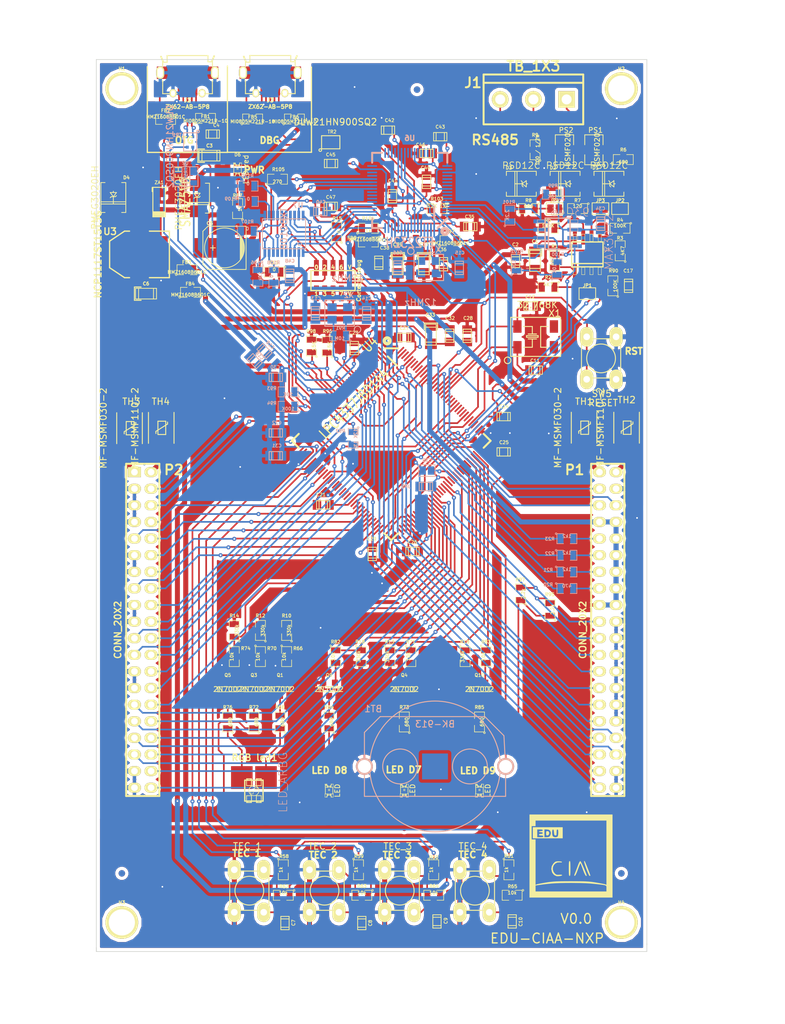
<source format=kicad_pcb>
(kicad_pcb (version 3) (host pcbnew "(2013-07-07 BZR 4022)-stable")
  (layers (15 F.Cu signal) (0 B.Cu signal) (18 B.Paste user hide) (19 F.Paste user hide) (20 B.SilkS user) (21 F.SilkS user) (22 B.Mask user hide) (23 F.Mask user hide) (28 Edge.Cuts user))
  (net 0 "")
  (net 1 +3.3V)
  (net 2 +3.3VADC)
  (net 3 +5V)
  (net 4 /CPU/ADC0_1)
  (net 5 /CPU/ADC0_2)
  (net 6 /CPU/ADC0_3)
  (net 7 /CPU/CAN_RD)
  (net 8 /CPU/CAN_TD)
  (net 9 /CPU/CHJ3)
  (net 10 /CPU/DAC)
  (net 11 /CPU/EECLK)
  (net 12 /CPU/EECS)
  (net 13 /CPU/EEDATA)
  (net 14 /CPU/ENET_CRS_DV)
  (net 15 /CPU/ENET_MDC)
  (net 16 /CPU/ENET_MDIO)
  (net 17 /CPU/ENET_REF_CLK)
  (net 18 /CPU/ENET_RXD0)
  (net 19 /CPU/ENET_RXD1)
  (net 20 /CPU/ENET_TXD0)
  (net 21 /CPU/ENET_TXD1)
  (net 22 /CPU/ENET_TX_EN)
  (net 23 /CPU/FT_OE)
  (net 24 /CPU/FT_RST)
  (net 25 /CPU/FT_TCK)
  (net 26 /CPU/FT_TDI)
  (net 27 /CPU/FT_TDO)
  (net 28 /CPU/FT_TMS)
  (net 29 /CPU/FT_TRST)
  (net 30 /CPU/FT_XTIN)
  (net 31 /CPU/FT_XTOUT)
  (net 32 /CPU/GPIO0)
  (net 33 /CPU/GPIO1)
  (net 34 /CPU/GPIO2)
  (net 35 /CPU/GPIO3)
  (net 36 /CPU/GPIO4)
  (net 37 /CPU/GPIO5)
  (net 38 /CPU/GPIO6)
  (net 39 /CPU/GPIO7)
  (net 40 /CPU/GPIO8)
  (net 41 /CPU/I2C_SCL)
  (net 42 /CPU/I2C_SDA)
  (net 43 /CPU/ISP)
  (net 44 /CPU/LCD1)
  (net 45 /CPU/LCD2)
  (net 46 /CPU/LCD3)
  (net 47 /CPU/LCD4)
  (net 48 /CPU/LCD_RS)
  (net 49 /CPU/LED0_B)
  (net 50 /CPU/LED0_G)
  (net 51 /CPU/LED0_R)
  (net 52 /CPU/LED1)
  (net 53 /CPU/LED2)
  (net 54 /CPU/LED3)
  (net 55 /CPU/PULS_0)
  (net 56 /CPU/PULS_1)
  (net 57 /CPU/PULS_2)
  (net 58 /CPU/PULS_3)
  (net 59 /CPU/RESET)
  (net 60 /CPU/RS232_RXD)
  (net 61 /CPU/RS232_TXD)
  (net 62 /CPU/RS485_DIR)
  (net 63 /CPU/RS485_RXD)
  (net 64 /CPU/RS485_TXD)
  (net 65 /CPU/RST)
  (net 66 /CPU/RTCX1)
  (net 67 /CPU/RTCX2)
  (net 68 /CPU/SPI_MISO)
  (net 69 /CPU/SPI_MOSI)
  (net 70 /CPU/SPI_SCK)
  (net 71 /CPU/TCK)
  (net 72 /CPU/TDI)
  (net 73 /CPU/TDO)
  (net 74 /CPU/TEC_COL0)
  (net 75 /CPU/TEC_COL1)
  (net 76 /CPU/TEC_COL2)
  (net 77 /CPU/TEC_F0)
  (net 78 /CPU/TEC_F1)
  (net 79 /CPU/TEC_F2)
  (net 80 /CPU/TEC_F3)
  (net 81 /CPU/TMS)
  (net 82 /CPU/TRST)
  (net 83 /CPU/U2_RXD)
  (net 84 /CPU/U2_TXD)
  (net 85 /CPU/USB_DEBUG_VBUS)
  (net 86 /CPU/USB_DM)
  (net 87 /CPU/USB_DP)
  (net 88 /CPU/USB_ID)
  (net 89 /CPU/USB_JTAG_1.8V)
  (net 90 /CPU/USB_JTAG_DM)
  (net 91 /CPU/USB_JTAG_DP)
  (net 92 /CPU/USB_VBUS)
  (net 93 /CPU/XTAL1)
  (net 94 /CPU/XTAL2)
  (net 95 /CPU/nTRST)
  (net 96 /GPIO/LCD_EN)
  (net 97 /GPIO/WAKEUP)
  (net 98 "/USB OTG/CHJ2")
  (net 99 GND)
  (net 100 GNDA)
  (net 101 N-00000107)
  (net 102 N-00000108)
  (net 103 N-00000109)
  (net 104 N-00000115)
  (net 105 N-00000116)
  (net 106 N-00000117)
  (net 107 N-00000122)
  (net 108 N-00000126)
  (net 109 N-00000139)
  (net 110 N-00000150)
  (net 111 N-00000151)
  (net 112 N-00000154)
  (net 113 N-00000162)
  (net 114 N-00000188)
  (net 115 N-00000196)
  (net 116 N-00000197)
  (net 117 N-00000198)
  (net 118 N-00000199)
  (net 119 N-00000200)
  (net 120 N-00000201)
  (net 121 N-00000202)
  (net 122 N-00000203)
  (net 123 N-00000204)
  (net 124 N-00000206)
  (net 125 N-00000209)
  (net 126 N-00000210)
  (net 127 N-00000212)
  (net 128 N-00000214)
  (net 129 N-00000215)
  (net 130 N-00000216)
  (net 131 N-00000217)
  (net 132 N-00000218)
  (net 133 N-00000219)
  (net 134 N-00000220)
  (net 135 N-00000222)
  (net 136 N-00000223)
  (net 137 N-00000224)
  (net 138 N-00000225)
  (net 139 N-00000226)
  (net 140 N-00000227)
  (net 141 N-00000228)
  (net 142 N-00000229)
  (net 143 N-00000230)
  (net 144 N-00000231)
  (net 145 N-00000232)
  (net 146 N-00000233)
  (net 147 N-00000234)
  (net 148 N-00000235)
  (net 149 N-00000236)
  (net 150 N-00000237)
  (net 151 N-00000238)
  (net 152 N-00000239)
  (net 153 N-00000240)
  (net 154 N-00000241)
  (net 155 N-00000242)
  (net 156 N-00000243)
  (net 157 N-00000244)
  (net 158 N-0000085)
  (net 159 N-0000086)
  (net 160 N-0000087)
  (module SOD123F (layer F.Cu) (at 193 97 90)
    (fp_text reference ZA1 (at 3 0 180) (layer F.SilkS) (effects (font (size 0.5 0.5) (thickness 0.1))))
    (fp_text value SMAZ5V6 (at 0 4.0005 90) (layer F.SilkS) (effects (font (size 1.524 1.143) (thickness 0.2032))))
    (pad 1 smd rect (at -1.42494 0 180) (size 1.80086 1.34112) (layers F.Cu F.Paste F.Mask) (net 3 +5V))
    (pad 2 smd rect (at 1.43002 0 180) (size 1.80086 1.34112) (layers F.Cu F.Paste F.Mask) (net 99 GND))
  )
  (module tssop-20 (layer B.Cu) (at 212.1 101.85 180)
    (fp_text reference U7 (at -2.15 4.35 180) (layer B.SilkS) (effects (font (size 0.8001 0.8001) (thickness 0.14986)) (justify mirror)))
    (fp_text value TXB0108 (at 0 0.8001 450) (layer B.SilkS) (effects (font (size 1.00076 1.00076) (thickness 0.14986)) (justify mirror)))
    (pad 5 smd rect (at -0.32512 -2.79908 180) (size 0.4191 1.47066) (layers B.Cu B.Paste B.Mask) (net 28 /CPU/FT_TMS))
    (pad 6 smd rect (at 0.32512 -2.79908 180) (size 0.4191 1.47066) (layers B.Cu B.Paste B.Mask) (net 29 /CPU/FT_TRST))
    (pad 7 smd rect (at 0.97536 -2.79908 180) (size 0.4191 1.47066) (layers B.Cu B.Paste B.Mask) (net 24 /CPU/FT_RST))
    (pad 8 smd rect (at 1.6256 -2.79908 180) (size 0.4191 1.47066) (layers B.Cu B.Paste B.Mask) (net 110 N-00000150))
    (pad 19 smd rect (at -2.26568 2.794 180) (size 0.4191 1.47066) (layers B.Cu B.Paste B.Mask) (net 1 +3.3V))
    (pad 2 smd rect (at -2.27584 -2.79908 180) (size 0.4191 1.47066) (layers B.Cu B.Paste B.Mask) (net 1 +3.3V))
    (pad 3 smd rect (at -1.6256 -2.79908 180) (size 0.4191 1.47066) (layers B.Cu B.Paste B.Mask) (net 26 /CPU/FT_TDI))
    (pad 4 smd rect (at -0.97536 -2.79908 180) (size 0.4191 1.47066) (layers B.Cu B.Paste B.Mask) (net 27 /CPU/FT_TDO))
    (pad 12 smd rect (at 2.27584 2.79908 180) (size 0.4191 1.47066) (layers B.Cu B.Paste B.Mask) (net 159 N-0000086))
    (pad 13 smd rect (at 1.6256 2.79908 180) (size 0.4191 1.47066) (layers B.Cu B.Paste B.Mask) (net 158 N-0000085))
    (pad 14 smd rect (at 0.97536 2.79908 180) (size 0.4191 1.47066) (layers B.Cu B.Paste B.Mask) (net 65 /CPU/RST))
    (pad 15 smd rect (at 0.32512 2.79908 180) (size 0.4191 1.47066) (layers B.Cu B.Paste B.Mask) (net 82 /CPU/TRST))
    (pad 16 smd rect (at -0.32512 2.79908 180) (size 0.4191 1.47066) (layers B.Cu B.Paste B.Mask) (net 81 /CPU/TMS))
    (pad 17 smd rect (at -0.97536 2.79908 180) (size 0.4191 1.47066) (layers B.Cu B.Paste B.Mask) (net 73 /CPU/TDO))
    (pad 9 smd rect (at 2.27584 -2.79908 180) (size 0.4191 1.47066) (layers B.Cu B.Paste B.Mask) (net 111 N-00000151))
    (pad 18 smd rect (at -1.6256 2.794 180) (size 0.4191 1.47066) (layers B.Cu B.Paste B.Mask) (net 72 /CPU/TDI))
    (pad 1 smd rect (at -2.92608 -2.79908 180) (size 0.4191 1.47066) (layers B.Cu B.Paste B.Mask) (net 25 /CPU/FT_TCK))
    (pad 10 smd rect (at 2.92608 -2.79908 180) (size 0.4191 1.47066) (layers B.Cu B.Paste B.Mask) (net 112 N-00000154))
    (pad 11 smd rect (at 2.92608 2.79908 180) (size 0.4191 1.47066) (layers B.Cu B.Paste B.Mask) (net 99 GND))
    (pad 20 smd rect (at -2.92608 2.79908 180) (size 0.4191 1.47066) (layers B.Cu B.Paste B.Mask) (net 71 /CPU/TCK))
  )
  (module SRF2012 (layer B.Cu) (at 198.15 87 270)
    (fp_text reference TR1 (at -0.25 2.4 360) (layer B.SilkS) (effects (font (size 0.5 0.5) (thickness 0.125)) (justify mirror)))
    (fp_text value DLW21HN900SQ2 (at 1.5 3.5 270) (layer B.SilkS) (effects (justify mirror)))
    (pad 1 smd rect (at 0 0 270) (size 0.45 0.45) (layers B.Cu B.Paste B.Mask) (net 125 N-00000209))
    (pad 2 smd rect (at 1.6 0 270) (size 0.45 0.45) (layers B.Cu B.Paste B.Mask) (net 86 /CPU/USB_DM))
    (pad 3 smd rect (at 1.6 0.85 270) (size 0.45 0.45) (layers B.Cu B.Paste B.Mask) (net 87 /CPU/USB_DP))
    (pad 4 smd rect (at 0 0.85 270) (size 0.45 0.45) (layers B.Cu B.Paste B.Mask) (net 126 N-00000210))
  )
  (module SRF2012 (layer F.Cu) (at 218.45 88.25)
    (fp_text reference TR2 (at 1 -2) (layer F.SilkS) (effects (font (size 0.5 0.5) (thickness 0.1))))
    (fp_text value DLW21HN900SQ2 (at 1.5 -3.5) (layer F.SilkS))
    (pad 1 smd rect (at 0 0) (size 0.45 0.45) (layers F.Cu F.Paste F.Mask) (net 114 N-00000188))
    (pad 2 smd rect (at 1.6 0) (size 0.45 0.45) (layers F.Cu F.Paste F.Mask) (net 91 /CPU/USB_JTAG_DP))
    (pad 3 smd rect (at 1.6 -0.85) (size 0.45 0.45) (layers F.Cu F.Paste F.Mask) (net 90 /CPU/USB_JTAG_DM))
    (pad 4 smd rect (at 0 -0.85) (size 0.45 0.45) (layers F.Cu F.Paste F.Mask) (net 103 N-00000109))
  )
  (module SOT23GDS (layer F.Cu) (at 211.5 171.5)
    (fp_text reference Q1 (at 0 -2.159) (layer F.SilkS) (effects (font (size 0.5 0.5) (thickness 0.1))))
    (fp_text value 2N7002 (at 0 0) (layer F.SilkS) (effects (font (size 0.762 0.762) (thickness 0.12954))))
    (pad S smd rect (at -0.889 -1.016) (size 0.9144 0.9144) (layers F.Cu F.Paste F.Mask) (net 99 GND))
    (pad G smd rect (at 0.889 -1.016) (size 0.9144 0.9144) (layers F.Cu F.Paste F.Mask) (net 153 N-00000240))
    (pad D smd rect (at 0 1.016) (size 0.9144 0.9144) (layers F.Cu F.Paste F.Mask) (net 152 N-00000239))
  )
  (module SOT23GDS (layer F.Cu) (at 230.5 171.5)
    (fp_text reference Q4 (at 0 -2.159) (layer F.SilkS) (effects (font (size 0.5 0.5) (thickness 0.1))))
    (fp_text value 2N7002 (at 0 0) (layer F.SilkS) (effects (font (size 0.762 0.762) (thickness 0.12954))))
    (pad S smd rect (at -0.889 -1.016) (size 0.9144 0.9144) (layers F.Cu F.Paste F.Mask) (net 99 GND))
    (pad G smd rect (at 0.889 -1.016) (size 0.9144 0.9144) (layers F.Cu F.Paste F.Mask) (net 145 N-00000232))
    (pad D smd rect (at 0 1.016) (size 0.9144 0.9144) (layers F.Cu F.Paste F.Mask) (net 146 N-00000233))
  )
  (module SOT23GDS (layer F.Cu) (at 203.5 171.5)
    (fp_text reference Q5 (at 0 -2.159) (layer F.SilkS) (effects (font (size 0.5 0.5) (thickness 0.1))))
    (fp_text value 2N7002 (at 0 0) (layer F.SilkS) (effects (font (size 0.762 0.762) (thickness 0.12954))))
    (pad S smd rect (at -0.889 -1.016) (size 0.9144 0.9144) (layers F.Cu F.Paste F.Mask) (net 99 GND))
    (pad G smd rect (at 0.889 -1.016) (size 0.9144 0.9144) (layers F.Cu F.Paste F.Mask) (net 136 N-00000223))
    (pad D smd rect (at 0 1.016) (size 0.9144 0.9144) (layers F.Cu F.Paste F.Mask) (net 137 N-00000224))
  )
  (module SOT23GDS (layer F.Cu) (at 242 171.5)
    (fp_text reference Q10 (at 0 -2.159) (layer F.SilkS) (effects (font (size 0.5 0.5) (thickness 0.1))))
    (fp_text value 2N7002 (at 0 0) (layer F.SilkS) (effects (font (size 0.762 0.762) (thickness 0.12954))))
    (pad S smd rect (at -0.889 -1.016) (size 0.9144 0.9144) (layers F.Cu F.Paste F.Mask) (net 99 GND))
    (pad G smd rect (at 0.889 -1.016) (size 0.9144 0.9144) (layers F.Cu F.Paste F.Mask) (net 143 N-00000230))
    (pad D smd rect (at 0 1.016) (size 0.9144 0.9144) (layers F.Cu F.Paste F.Mask) (net 141 N-00000228))
  )
  (module SOT23GDS (layer F.Cu) (at 207.5 171.5)
    (fp_text reference Q3 (at 0 -2.159) (layer F.SilkS) (effects (font (size 0.5 0.5) (thickness 0.1))))
    (fp_text value 2N7002 (at 0 0) (layer F.SilkS) (effects (font (size 0.762 0.762) (thickness 0.12954))))
    (pad S smd rect (at -0.889 -1.016) (size 0.9144 0.9144) (layers F.Cu F.Paste F.Mask) (net 99 GND))
    (pad G smd rect (at 0.889 -1.016) (size 0.9144 0.9144) (layers F.Cu F.Paste F.Mask) (net 138 N-00000225))
    (pad D smd rect (at 0 1.016) (size 0.9144 0.9144) (layers F.Cu F.Paste F.Mask) (net 140 N-00000227))
  )
  (module SOT23GDS (layer F.Cu) (at 219 171.5)
    (fp_text reference Q9 (at 0 -2.159) (layer F.SilkS) (effects (font (size 0.5 0.5) (thickness 0.1))))
    (fp_text value 2N7002 (at 0 0) (layer F.SilkS) (effects (font (size 0.762 0.762) (thickness 0.12954))))
    (pad S smd rect (at -0.889 -1.016) (size 0.9144 0.9144) (layers F.Cu F.Paste F.Mask) (net 99 GND))
    (pad G smd rect (at 0.889 -1.016) (size 0.9144 0.9144) (layers F.Cu F.Paste F.Mask) (net 149 N-00000236))
    (pad D smd rect (at 0 1.016) (size 0.9144 0.9144) (layers F.Cu F.Paste F.Mask) (net 151 N-00000238))
  )
  (module SOT223 (layer F.Cu) (at 190 105 90)
    (fp_text reference U3 (at 3.5 -4.5 180) (layer F.SilkS) (effects (font (size 1.016 1.016) (thickness 0.2032))))
    (fp_text value NCP1117ST15T3G (at 0 -6.35 90) (layer F.SilkS) (effects (font (size 1.016 1.016) (thickness 0.2032))))
    (pad 4 smd rect (at 0 -3.302 90) (size 3.6576 2.032) (layers F.Cu F.Paste F.Mask) (net 1 +3.3V))
    (pad 2 smd rect (at 0 3.302 90) (size 1.016 2.032) (layers F.Cu F.Paste F.Mask) (net 1 +3.3V))
    (pad 3 smd rect (at 2.286 3.302 90) (size 1.016 2.032) (layers F.Cu F.Paste F.Mask) (net 3 +5V))
    (pad 1 smd rect (at -2.286 3.302 90) (size 1.016 2.032) (layers F.Cu F.Paste F.Mask) (net 99 GND))
  )
  (module sot143B (layer B.Cu) (at 197.1 93.1 270)
    (fp_text reference U2 (at -2.1 0.1 540) (layer B.SilkS) (effects (font (size 0.50038 0.50038) (thickness 0.09906)) (justify mirror)))
    (fp_text value PRTR5V0U2X (at 0 0 270) (layer B.SilkS) (effects (font (size 0.50038 0.50038) (thickness 0.09906)) (justify mirror)))
    (pad 1 smd rect (at -0.8001 -1.19888 270) (size 1.19888 1.00076) (layers B.Cu B.Paste B.Mask) (net 99 GND))
    (pad 3 smd rect (at 0.94996 1.19888 270) (size 0.8001 1.00076) (layers B.Cu B.Paste B.Mask) (net 87 /CPU/USB_DP))
    (pad 2 smd rect (at 0.94996 -1.19888 270) (size 0.8001 1.00076) (layers B.Cu B.Paste B.Mask) (net 86 /CPU/USB_DM))
    (pad 4 smd rect (at -0.94996 1.19888 270) (size 0.8001 1.00076) (layers B.Cu B.Paste B.Mask) (net 92 /CPU/USB_VBUS))
  )
  (module SM1210 (layer F.Cu) (at 255 89 90)
    (fp_text reference PS2 (at 3 0.25 180) (layer F.SilkS) (effects (font (size 0.762 0.762) (thickness 0.127))))
    (fp_text value USMF020 (at 0 0.508 90) (layer F.SilkS) (effects (font (size 0.762 0.762) (thickness 0.127))))
    (pad 1 smd rect (at -1.524 0 90) (size 1.27 2.54) (layers F.Cu F.Paste F.Mask) (net 123 N-00000204))
    (pad 2 smd rect (at 1.524 0 90) (size 1.27 2.54) (layers F.Cu F.Paste F.Mask) (net 115 N-00000196))
  )
  (module SM1210 (layer F.Cu) (at 259.5 89 90)
    (fp_text reference PS1 (at 3 0.25 180) (layer F.SilkS) (effects (font (size 0.762 0.762) (thickness 0.127))))
    (fp_text value USMF020 (at 0 0.508 90) (layer F.SilkS) (effects (font (size 0.762 0.762) (thickness 0.127))))
    (pad 1 smd rect (at -1.524 0 90) (size 1.27 2.54) (layers F.Cu F.Paste F.Mask) (net 117 N-00000198))
    (pad 2 smd rect (at 1.524 0 90) (size 1.27 2.54) (layers F.Cu F.Paste F.Mask) (net 121 N-00000202))
  )
  (module SM0805 (layer B.Cu) (at 206.5 101.45)
    (fp_text reference R107 (at 0 -1.45) (layer B.SilkS) (effects (font (size 0.50038 0.50038) (thickness 0.10922)) (justify mirror)))
    (fp_text value 0 (at 0 -0.381) (layer B.SilkS) (effects (font (size 0.50038 0.50038) (thickness 0.10922)) (justify mirror)))
    (pad 1 smd rect (at -0.9525 0) (size 0.889 1.397) (layers B.Cu B.Paste B.Mask) (net 99 GND))
    (pad 2 smd rect (at 0.9525 0) (size 0.889 1.397) (layers B.Cu B.Paste B.Mask) (net 110 N-00000150))
  )
  (module SM0805 (layer B.Cu) (at 206.65 96.9)
    (fp_text reference R109 (at -2.65 -0.4) (layer B.SilkS) (effects (font (size 0.50038 0.50038) (thickness 0.10922)) (justify mirror)))
    (fp_text value 0 (at 0 -0.381) (layer B.SilkS) (effects (font (size 0.50038 0.50038) (thickness 0.10922)) (justify mirror)))
    (pad 1 smd rect (at -0.9525 0) (size 0.889 1.397) (layers B.Cu B.Paste B.Mask) (net 99 GND))
    (pad 2 smd rect (at 0.9525 0) (size 0.889 1.397) (layers B.Cu B.Paste B.Mask) (net 159 N-0000086))
  )
  (module SM0805 (layer F.Cu) (at 247 203 180)
    (fp_text reference R65 (at -0.05 1.35 180) (layer F.SilkS) (effects (font (size 0.50038 0.50038) (thickness 0.10922))))
    (fp_text value 10k (at 0 0.381 180) (layer F.SilkS) (effects (font (size 0.50038 0.50038) (thickness 0.10922))))
    (pad 1 smd rect (at -0.9525 0 180) (size 0.889 1.397) (layers F.Cu F.Paste F.Mask) (net 1 +3.3V))
    (pad 2 smd rect (at 0.9525 0 180) (size 0.889 1.397) (layers F.Cu F.Paste F.Mask) (net 155 N-00000242))
  )
  (module SM0805 (layer F.Cu) (at 246.5 199.1 270)
    (fp_text reference R61 (at -2.1 0 360) (layer F.SilkS) (effects (font (size 0.50038 0.50038) (thickness 0.10922))))
    (fp_text value 1k (at 0 0.381 270) (layer F.SilkS) (effects (font (size 0.50038 0.50038) (thickness 0.10922))))
    (pad 1 smd rect (at -0.9525 0 270) (size 0.889 1.397) (layers F.Cu F.Paste F.Mask) (net 58 /CPU/PULS_3))
    (pad 2 smd rect (at 0.9525 0 270) (size 0.889 1.397) (layers F.Cu F.Paste F.Mask) (net 155 N-00000242))
  )
  (module SM0805 (layer F.Cu) (at 235 203 180)
    (fp_text reference R64 (at -0.05 1.4 180) (layer F.SilkS) (effects (font (size 0.50038 0.50038) (thickness 0.10922))))
    (fp_text value 10k (at 0 0.381 180) (layer F.SilkS) (effects (font (size 0.50038 0.50038) (thickness 0.10922))))
    (pad 1 smd rect (at -0.9525 0 180) (size 0.889 1.397) (layers F.Cu F.Paste F.Mask) (net 1 +3.3V))
    (pad 2 smd rect (at 0.9525 0 180) (size 0.889 1.397) (layers F.Cu F.Paste F.Mask) (net 148 N-00000235))
  )
  (module SM0805 (layer F.Cu) (at 235 199.1 270)
    (fp_text reference R60 (at -1.9 0 360) (layer F.SilkS) (effects (font (size 0.50038 0.50038) (thickness 0.10922))))
    (fp_text value 1k (at 0 0.381 270) (layer F.SilkS) (effects (font (size 0.50038 0.50038) (thickness 0.10922))))
    (pad 1 smd rect (at -0.9525 0 270) (size 0.889 1.397) (layers F.Cu F.Paste F.Mask) (net 57 /CPU/PULS_2))
    (pad 2 smd rect (at 0.9525 0 270) (size 0.889 1.397) (layers F.Cu F.Paste F.Mask) (net 148 N-00000235))
  )
  (module SM0805 (layer B.Cu) (at 206.6 94.55)
    (fp_text reference R110 (at -0.1 -1.55) (layer B.SilkS) (effects (font (size 0.50038 0.50038) (thickness 0.10922)) (justify mirror)))
    (fp_text value 0 (at 0 -0.381) (layer B.SilkS) (effects (font (size 0.50038 0.50038) (thickness 0.10922)) (justify mirror)))
    (pad 1 smd rect (at -0.9525 0) (size 0.889 1.397) (layers B.Cu B.Paste B.Mask) (net 99 GND))
    (pad 2 smd rect (at 0.9525 0) (size 0.889 1.397) (layers B.Cu B.Paste B.Mask) (net 158 N-0000085))
  )
  (module SM0805 (layer F.Cu) (at 212 199.1 270)
    (fp_text reference R58 (at -2.05 -0.1 360) (layer F.SilkS) (effects (font (size 0.50038 0.50038) (thickness 0.10922))))
    (fp_text value 1k (at 0 0.381 270) (layer F.SilkS) (effects (font (size 0.50038 0.50038) (thickness 0.10922))))
    (pad 1 smd rect (at -0.9525 0 270) (size 0.889 1.397) (layers F.Cu F.Paste F.Mask) (net 55 /CPU/PULS_0))
    (pad 2 smd rect (at 0.9525 0 270) (size 0.889 1.397) (layers F.Cu F.Paste F.Mask) (net 156 N-00000243))
  )
  (module SM0805 (layer F.Cu) (at 224 203 180)
    (fp_text reference R63 (at 0 1.4 180) (layer F.SilkS) (effects (font (size 0.50038 0.50038) (thickness 0.10922))))
    (fp_text value 10k (at 0 0.381 180) (layer F.SilkS) (effects (font (size 0.50038 0.50038) (thickness 0.10922))))
    (pad 1 smd rect (at -0.9525 0 180) (size 0.889 1.397) (layers F.Cu F.Paste F.Mask) (net 1 +3.3V))
    (pad 2 smd rect (at 0.9525 0 180) (size 0.889 1.397) (layers F.Cu F.Paste F.Mask) (net 157 N-00000244))
  )
  (module SM0805 (layer F.Cu) (at 212 203 180)
    (fp_text reference R62 (at -0.1 1.35 180) (layer F.SilkS) (effects (font (size 0.50038 0.50038) (thickness 0.10922))))
    (fp_text value 10k (at 0 0.381 180) (layer F.SilkS) (effects (font (size 0.50038 0.50038) (thickness 0.10922))))
    (pad 1 smd rect (at -0.9525 0 180) (size 0.889 1.397) (layers F.Cu F.Paste F.Mask) (net 1 +3.3V))
    (pad 2 smd rect (at 0.9525 0 180) (size 0.889 1.397) (layers F.Cu F.Paste F.Mask) (net 156 N-00000243))
  )
  (module SM0805 (layer F.Cu) (at 223.5 199.1 270)
    (fp_text reference R59 (at -2.05 -0.05 360) (layer F.SilkS) (effects (font (size 0.50038 0.50038) (thickness 0.10922))))
    (fp_text value 1k (at 0 0.381 270) (layer F.SilkS) (effects (font (size 0.50038 0.50038) (thickness 0.10922))))
    (pad 1 smd rect (at -0.9525 0 270) (size 0.889 1.397) (layers F.Cu F.Paste F.Mask) (net 56 /CPU/PULS_1))
    (pad 2 smd rect (at 0.9525 0 270) (size 0.889 1.397) (layers F.Cu F.Paste F.Mask) (net 157 N-00000244))
  )
  (module SM0805 (layer F.Cu) (at 205 98 90)
    (fp_text reference R57 (at 2 0 180) (layer F.SilkS) (effects (font (size 0.50038 0.50038) (thickness 0.10922))))
    (fp_text value 1k (at 0 0.381 90) (layer F.SilkS) (effects (font (size 0.50038 0.50038) (thickness 0.10922))))
    (pad 1 smd rect (at -0.9525 0 90) (size 0.889 1.397) (layers F.Cu F.Paste F.Mask) (net 3 +5V))
    (pad 2 smd rect (at 0.9525 0 90) (size 0.889 1.397) (layers F.Cu F.Paste F.Mask) (net 124 N-00000206))
  )
  (module SM0805 (layer B.Cu) (at 220.625 117.45 180)
    (fp_text reference R91 (at -0.125 1.2 180) (layer B.SilkS) (effects (font (size 0.50038 0.50038) (thickness 0.10922)) (justify mirror)))
    (fp_text value 10M (at 0 -0.381 180) (layer B.SilkS) (effects (font (size 0.50038 0.50038) (thickness 0.10922)) (justify mirror)))
    (pad 1 smd rect (at -0.9525 0 180) (size 0.889 1.397) (layers B.Cu B.Paste B.Mask) (net 93 /CPU/XTAL1))
    (pad 2 smd rect (at 0.9525 0 180) (size 0.889 1.397) (layers B.Cu B.Paste B.Mask) (net 94 /CPU/XTAL2))
  )
  (module SM0805 (layer B.Cu) (at 212.725 128.225 180)
    (fp_text reference R94 (at 2.475 0.475 180) (layer B.SilkS) (effects (font (size 0.50038 0.50038) (thickness 0.10922)) (justify mirror)))
    (fp_text value 100K (at 0 -0.381 180) (layer B.SilkS) (effects (font (size 0.50038 0.50038) (thickness 0.10922)) (justify mirror)))
    (pad 1 smd rect (at -0.9525 0 180) (size 0.889 1.397) (layers B.Cu B.Paste B.Mask) (net 95 /CPU/nTRST))
    (pad 2 smd rect (at 0.9525 0 180) (size 0.889 1.397) (layers B.Cu B.Paste B.Mask) (net 1 +3.3V))
  )
  (module SM0805 (layer F.Cu) (at 231.5 166.5 270)
    (fp_text reference R71 (at -2.25 0 360) (layer F.SilkS) (effects (font (size 0.50038 0.50038) (thickness 0.10922))))
    (fp_text value 10k (at 0 0.381 270) (layer F.SilkS) (effects (font (size 0.50038 0.50038) (thickness 0.10922))))
    (pad 1 smd rect (at -0.9525 0 270) (size 0.889 1.397) (layers F.Cu F.Paste F.Mask) (net 53 /CPU/LED2))
    (pad 2 smd rect (at 0.9525 0 270) (size 0.889 1.397) (layers F.Cu F.Paste F.Mask) (net 145 N-00000232))
  )
  (module SM0805 (layer F.Cu) (at 230.5 176.5 90)
    (fp_text reference R73 (at 2.25 0 180) (layer F.SilkS) (effects (font (size 0.50038 0.50038) (thickness 0.10922))))
    (fp_text value 680 (at 0 0.381 90) (layer F.SilkS) (effects (font (size 0.50038 0.50038) (thickness 0.10922))))
    (pad 1 smd rect (at -0.9525 0 90) (size 0.889 1.397) (layers F.Cu F.Paste F.Mask) (net 144 N-00000231))
    (pad 2 smd rect (at 0.9525 0 90) (size 0.889 1.397) (layers F.Cu F.Paste F.Mask) (net 146 N-00000233))
  )
  (module SM0805 (layer B.Cu) (at 210.55 108.35 90)
    (fp_text reference R108 (at 2.1 -0.05 180) (layer B.SilkS) (effects (font (size 0.50038 0.50038) (thickness 0.10922)) (justify mirror)))
    (fp_text value 0 (at 0 -0.381 90) (layer B.SilkS) (effects (font (size 0.50038 0.50038) (thickness 0.10922)) (justify mirror)))
    (pad 1 smd rect (at -0.9525 0 90) (size 0.889 1.397) (layers B.Cu B.Paste B.Mask) (net 99 GND))
    (pad 2 smd rect (at 0.9525 0 90) (size 0.889 1.397) (layers B.Cu B.Paste B.Mask) (net 111 N-00000151))
  )
  (module SM0805 (layer B.Cu) (at 208.1 108.35 270)
    (fp_text reference R106 (at -2.1 0.1 360) (layer B.SilkS) (effects (font (size 0.50038 0.50038) (thickness 0.10922)) (justify mirror)))
    (fp_text value 10k (at 0 -0.381 270) (layer B.SilkS) (effects (font (size 0.50038 0.50038) (thickness 0.10922)) (justify mirror)))
    (pad 1 smd rect (at -0.9525 0 270) (size 0.889 1.397) (layers B.Cu B.Paste B.Mask) (net 112 N-00000154))
    (pad 2 smd rect (at 0.9525 0 270) (size 0.889 1.397) (layers B.Cu B.Paste B.Mask) (net 99 GND))
  )
  (module SM0805 (layer F.Cu) (at 211.1 93.5)
    (fp_text reference R105 (at 0.15 -1.5) (layer F.SilkS) (effects (font (size 0.50038 0.50038) (thickness 0.10922))))
    (fp_text value 270 (at 0 0.381) (layer F.SilkS) (effects (font (size 0.50038 0.50038) (thickness 0.10922))))
    (pad 1 smd rect (at -0.9525 0) (size 0.889 1.397) (layers F.Cu F.Paste F.Mask) (net 112 N-00000154))
    (pad 2 smd rect (at 0.9525 0) (size 0.889 1.397) (layers F.Cu F.Paste F.Mask) (net 23 /CPU/FT_OE))
  )
  (module SM0805 (layer F.Cu) (at 248.3 156.9 90)
    (fp_text reference R97 (at 2.15 -0.05 180) (layer F.SilkS) (effects (font (size 0.50038 0.50038) (thickness 0.10922))))
    (fp_text value 2.2k (at 0 0.381 90) (layer F.SilkS) (effects (font (size 0.50038 0.50038) (thickness 0.10922))))
    (pad 1 smd rect (at -0.9525 0 90) (size 0.889 1.397) (layers F.Cu F.Paste F.Mask) (net 1 +3.3V))
    (pad 2 smd rect (at 0.9525 0 90) (size 0.889 1.397) (layers F.Cu F.Paste F.Mask) (net 42 /CPU/I2C_SDA))
  )
  (module SM0805 (layer F.Cu) (at 252.8 159.3 90)
    (fp_text reference R95 (at 2.3 -0.05 180) (layer F.SilkS) (effects (font (size 0.50038 0.50038) (thickness 0.10922))))
    (fp_text value 2.2k (at 0 0.381 90) (layer F.SilkS) (effects (font (size 0.50038 0.50038) (thickness 0.10922))))
    (pad 1 smd rect (at -0.9525 0 90) (size 0.889 1.397) (layers F.Cu F.Paste F.Mask) (net 1 +3.3V))
    (pad 2 smd rect (at 0.9525 0 90) (size 0.889 1.397) (layers F.Cu F.Paste F.Mask) (net 41 /CPU/I2C_SCL))
  )
  (module SM0805 (layer B.Cu) (at 253.15 95.8 180)
    (fp_text reference R99 (at -0.1 1.3 180) (layer B.SilkS) (effects (font (size 0.50038 0.50038) (thickness 0.10922)) (justify mirror)))
    (fp_text value 10K (at 0 -0.381 180) (layer B.SilkS) (effects (font (size 0.50038 0.50038) (thickness 0.10922)) (justify mirror)))
    (pad 1 smd rect (at -0.9525 0 180) (size 0.889 1.397) (layers B.Cu B.Paste B.Mask) (net 1 +3.3V))
    (pad 2 smd rect (at 0.9525 0 180) (size 0.889 1.397) (layers B.Cu B.Paste B.Mask) (net 113 N-00000162))
  )
  (module SM0805 (layer B.Cu) (at 253.85 107.15 90)
    (fp_text reference R100 (at 2.15 0.15 180) (layer B.SilkS) (effects (font (size 0.50038 0.50038) (thickness 0.10922)) (justify mirror)))
    (fp_text value 10K (at 0 -0.381 90) (layer B.SilkS) (effects (font (size 0.50038 0.50038) (thickness 0.10922)) (justify mirror)))
    (pad 1 smd rect (at -0.9525 0 90) (size 0.889 1.397) (layers B.Cu B.Paste B.Mask) (net 1 +3.3V))
    (pad 2 smd rect (at 0.9525 0 90) (size 0.889 1.397) (layers B.Cu B.Paste B.Mask) (net 11 /CPU/EECLK))
  )
  (module SM0805 (layer B.Cu) (at 247.65 106.5 90)
    (fp_text reference R102 (at 2 0.1 180) (layer B.SilkS) (effects (font (size 0.50038 0.50038) (thickness 0.10922)) (justify mirror)))
    (fp_text value 10K (at 0 -0.381 90) (layer B.SilkS) (effects (font (size 0.50038 0.50038) (thickness 0.10922)) (justify mirror)))
    (pad 1 smd rect (at -0.9525 0 90) (size 0.889 1.397) (layers B.Cu B.Paste B.Mask) (net 1 +3.3V))
    (pad 2 smd rect (at 0.9525 0 90) (size 0.889 1.397) (layers B.Cu B.Paste B.Mask) (net 12 /CPU/EECS))
  )
  (module SM0805 (layer B.Cu) (at 246.65 99 90)
    (fp_text reference R101 (at 2 -0.15 180) (layer B.SilkS) (effects (font (size 0.50038 0.50038) (thickness 0.10922)) (justify mirror)))
    (fp_text value 2.2K (at 0 -0.381 90) (layer B.SilkS) (effects (font (size 0.50038 0.50038) (thickness 0.10922)) (justify mirror)))
    (pad 1 smd rect (at -0.9525 0 90) (size 0.889 1.397) (layers B.Cu B.Paste B.Mask) (net 13 /CPU/EEDATA))
    (pad 2 smd rect (at 0.9525 0 90) (size 0.889 1.397) (layers B.Cu B.Paste B.Mask) (net 113 N-00000162))
  )
  (module SM0805 (layer F.Cu) (at 216.3 119 90)
    (fp_text reference R98 (at 2.25 -0.05 180) (layer F.SilkS) (effects (font (size 0.50038 0.50038) (thickness 0.10922))))
    (fp_text value 15K (at 0 0.381 90) (layer F.SilkS) (effects (font (size 0.50038 0.50038) (thickness 0.10922))))
    (pad 1 smd rect (at -0.9525 0 90) (size 0.889 1.397) (layers F.Cu F.Paste F.Mask) (net 86 /CPU/USB_DM))
    (pad 2 smd rect (at 0.9525 0 90) (size 0.889 1.397) (layers F.Cu F.Paste F.Mask) (net 99 GND))
  )
  (module SM0805 (layer F.Cu) (at 218.7 119.05 90)
    (fp_text reference R96 (at 2.3 0.05 180) (layer F.SilkS) (effects (font (size 0.50038 0.50038) (thickness 0.10922))))
    (fp_text value 15K (at 0 0.381 90) (layer F.SilkS) (effects (font (size 0.50038 0.50038) (thickness 0.10922))))
    (pad 1 smd rect (at -0.9525 0 90) (size 0.889 1.397) (layers F.Cu F.Paste F.Mask) (net 87 /CPU/USB_DP))
    (pad 2 smd rect (at 0.9525 0 90) (size 0.889 1.397) (layers F.Cu F.Paste F.Mask) (net 99 GND))
  )
  (module SM0805 (layer B.Cu) (at 222.69 133.12 270)
    (fp_text reference R92 (at -1.12 1.94 360) (layer B.SilkS) (effects (font (size 0.50038 0.50038) (thickness 0.10922)) (justify mirror)))
    (fp_text value "12K 1%" (at 0 -0.381 270) (layer B.SilkS) (effects (font (size 0.50038 0.50038) (thickness 0.10922)) (justify mirror)))
    (pad 1 smd rect (at -0.9525 0 270) (size 0.889 1.397) (layers B.Cu B.Paste B.Mask) (net 109 N-00000139))
    (pad 2 smd rect (at 0.9525 0 270) (size 0.889 1.397) (layers B.Cu B.Paste B.Mask) (net 99 GND))
  )
  (module SM0805 (layer B.Cu) (at 212.725 126.025 180)
    (fp_text reference R93 (at 2.475 0.525 180) (layer B.SilkS) (effects (font (size 0.50038 0.50038) (thickness 0.10922)) (justify mirror)))
    (fp_text value 10K (at 0 -0.381 180) (layer B.SilkS) (effects (font (size 0.50038 0.50038) (thickness 0.10922)) (justify mirror)))
    (pad 1 smd rect (at -0.9525 0 180) (size 0.889 1.397) (layers B.Cu B.Paste B.Mask) (net 107 N-00000122))
    (pad 2 smd rect (at 0.9525 0 180) (size 0.889 1.397) (layers B.Cu B.Paste B.Mask) (net 1 +3.3V))
  )
  (module SM0805 (layer F.Cu) (at 220 166.5 270)
    (fp_text reference R82 (at -2.25 0 360) (layer F.SilkS) (effects (font (size 0.50038 0.50038) (thickness 0.10922))))
    (fp_text value 10k (at 0 0.381 270) (layer F.SilkS) (effects (font (size 0.50038 0.50038) (thickness 0.10922))))
    (pad 1 smd rect (at -0.9525 0 270) (size 0.889 1.397) (layers F.Cu F.Paste F.Mask) (net 52 /CPU/LED1))
    (pad 2 smd rect (at 0.9525 0 270) (size 0.889 1.397) (layers F.Cu F.Paste F.Mask) (net 149 N-00000236))
  )
  (module SM0805 (layer F.Cu) (at 219 176.5 90)
    (fp_text reference R84 (at 2.25 0 180) (layer F.SilkS) (effects (font (size 0.50038 0.50038) (thickness 0.10922))))
    (fp_text value 680 (at 0 0.381 90) (layer F.SilkS) (effects (font (size 0.50038 0.50038) (thickness 0.10922))))
    (pad 1 smd rect (at -0.9525 0 90) (size 0.889 1.397) (layers F.Cu F.Paste F.Mask) (net 150 N-00000237))
    (pad 2 smd rect (at 0.9525 0 90) (size 0.889 1.397) (layers F.Cu F.Paste F.Mask) (net 151 N-00000238))
  )
  (module SM0805 (layer F.Cu) (at 243 166.5 270)
    (fp_text reference R83 (at -2.25 0 360) (layer F.SilkS) (effects (font (size 0.50038 0.50038) (thickness 0.10922))))
    (fp_text value 10k (at 0 0.381 270) (layer F.SilkS) (effects (font (size 0.50038 0.50038) (thickness 0.10922))))
    (pad 1 smd rect (at -0.9525 0 270) (size 0.889 1.397) (layers F.Cu F.Paste F.Mask) (net 54 /CPU/LED3))
    (pad 2 smd rect (at 0.9525 0 270) (size 0.889 1.397) (layers F.Cu F.Paste F.Mask) (net 143 N-00000230))
  )
  (module SM0805 (layer F.Cu) (at 242 176.5 90)
    (fp_text reference R85 (at 2.25 0 180) (layer F.SilkS) (effects (font (size 0.50038 0.50038) (thickness 0.10922))))
    (fp_text value 680 (at 0 0.381 90) (layer F.SilkS) (effects (font (size 0.50038 0.50038) (thickness 0.10922))))
    (pad 1 smd rect (at -0.9525 0 90) (size 0.889 1.397) (layers F.Cu F.Paste F.Mask) (net 142 N-00000229))
    (pad 2 smd rect (at 0.9525 0 90) (size 0.889 1.397) (layers F.Cu F.Paste F.Mask) (net 141 N-00000228))
  )
  (module SM0805 (layer F.Cu) (at 212.5 166.5 270)
    (fp_text reference R66 (at -1.25 -1.75 360) (layer F.SilkS) (effects (font (size 0.50038 0.50038) (thickness 0.10922))))
    (fp_text value 10k (at 0 0.381 270) (layer F.SilkS) (effects (font (size 0.50038 0.50038) (thickness 0.10922))))
    (pad 1 smd rect (at -0.9525 0 270) (size 0.889 1.397) (layers F.Cu F.Paste F.Mask) (net 49 /CPU/LED0_B))
    (pad 2 smd rect (at 0.9525 0 270) (size 0.889 1.397) (layers F.Cu F.Paste F.Mask) (net 153 N-00000240))
  )
  (module SM0805 (layer F.Cu) (at 211.5 176.5 90)
    (fp_text reference R68 (at 2.25 0 180) (layer F.SilkS) (effects (font (size 0.50038 0.50038) (thickness 0.10922))))
    (fp_text value 680 (at 0 0.381 90) (layer F.SilkS) (effects (font (size 0.50038 0.50038) (thickness 0.10922))))
    (pad 1 smd rect (at -0.9525 0 90) (size 0.889 1.397) (layers F.Cu F.Paste F.Mask) (net 154 N-00000241))
    (pad 2 smd rect (at 0.9525 0 90) (size 0.889 1.397) (layers F.Cu F.Paste F.Mask) (net 152 N-00000239))
  )
  (module SM0805 (layer F.Cu) (at 208.5 166.5 270)
    (fp_text reference R70 (at -1.25 -1.75 360) (layer F.SilkS) (effects (font (size 0.50038 0.50038) (thickness 0.10922))))
    (fp_text value 10k (at 0 0.381 270) (layer F.SilkS) (effects (font (size 0.50038 0.50038) (thickness 0.10922))))
    (pad 1 smd rect (at -0.9525 0 270) (size 0.889 1.397) (layers F.Cu F.Paste F.Mask) (net 50 /CPU/LED0_G))
    (pad 2 smd rect (at 0.9525 0 270) (size 0.889 1.397) (layers F.Cu F.Paste F.Mask) (net 138 N-00000225))
  )
  (module SM0805 (layer F.Cu) (at 207.5 176.5 90)
    (fp_text reference R72 (at 2.25 0 180) (layer F.SilkS) (effects (font (size 0.50038 0.50038) (thickness 0.10922))))
    (fp_text value 680 (at 0 0.381 90) (layer F.SilkS) (effects (font (size 0.50038 0.50038) (thickness 0.10922))))
    (pad 1 smd rect (at -0.9525 0 90) (size 0.889 1.397) (layers F.Cu F.Paste F.Mask) (net 139 N-00000226))
    (pad 2 smd rect (at 0.9525 0 90) (size 0.889 1.397) (layers F.Cu F.Paste F.Mask) (net 140 N-00000227))
  )
  (module SM0805 (layer F.Cu) (at 204.5 166.5 270)
    (fp_text reference R74 (at -1.25 -1.75 360) (layer F.SilkS) (effects (font (size 0.50038 0.50038) (thickness 0.10922))))
    (fp_text value 10k (at 0 0.381 270) (layer F.SilkS) (effects (font (size 0.50038 0.50038) (thickness 0.10922))))
    (pad 1 smd rect (at -0.9525 0 270) (size 0.889 1.397) (layers F.Cu F.Paste F.Mask) (net 51 /CPU/LED0_R))
    (pad 2 smd rect (at 0.9525 0 270) (size 0.889 1.397) (layers F.Cu F.Paste F.Mask) (net 136 N-00000223))
  )
  (module SM0805 (layer F.Cu) (at 203.5 176.5 90)
    (fp_text reference R76 (at 2.25 0 180) (layer F.SilkS) (effects (font (size 0.50038 0.50038) (thickness 0.10922))))
    (fp_text value 680 (at 0 0.381 90) (layer F.SilkS) (effects (font (size 0.50038 0.50038) (thickness 0.10922))))
    (pad 1 smd rect (at -0.9525 0 90) (size 0.889 1.397) (layers F.Cu F.Paste F.Mask) (net 147 N-00000234))
    (pad 2 smd rect (at 0.9525 0 90) (size 0.889 1.397) (layers F.Cu F.Paste F.Mask) (net 137 N-00000224))
  )
  (module SM0805 (layer F.Cu) (at 263.525 104.45 90)
    (fp_text reference R3 (at 1.95 -0.025 180) (layer F.SilkS) (effects (font (size 0.50038 0.50038) (thickness 0.10922))))
    (fp_text value 4K7 (at 0 0.381 90) (layer F.SilkS) (effects (font (size 0.50038 0.50038) (thickness 0.10922))))
    (pad 1 smd rect (at -0.9525 0 90) (size 0.889 1.397) (layers F.Cu F.Paste F.Mask) (net 62 /CPU/RS485_DIR))
    (pad 2 smd rect (at 0.9525 0 90) (size 0.889 1.397) (layers F.Cu F.Paste F.Mask) (net 99 GND))
  )
  (module SM0805 (layer F.Cu) (at 252.5 110 180)
    (fp_text reference R2 (at 0 1.5 180) (layer F.SilkS) (effects (font (size 0.50038 0.50038) (thickness 0.10922))))
    (fp_text value 4K7 (at 0 0.381 180) (layer F.SilkS) (effects (font (size 0.50038 0.50038) (thickness 0.10922))))
    (pad 1 smd rect (at -0.9525 0 180) (size 0.889 1.397) (layers F.Cu F.Paste F.Mask) (net 122 N-00000203))
    (pad 2 smd rect (at 0.9525 0 180) (size 0.889 1.397) (layers F.Cu F.Paste F.Mask) (net 99 GND))
  )
  (module SM0805 (layer F.Cu) (at 225 101)
    (fp_text reference R104 (at 0 -1.5) (layer F.SilkS) (effects (font (size 0.50038 0.50038) (thickness 0.10922))))
    (fp_text value 1k (at 0 0.381) (layer F.SilkS) (effects (font (size 0.50038 0.50038) (thickness 0.10922))))
    (pad 1 smd rect (at -0.9525 0) (size 0.889 1.397) (layers F.Cu F.Paste F.Mask) (net 1 +3.3V))
    (pad 2 smd rect (at 0.9525 0) (size 0.889 1.397) (layers F.Cu F.Paste F.Mask) (net 105 N-00000116))
  )
  (module SM0805 (layer F.Cu) (at 250.5 89 90)
    (fp_text reference R9 (at 2.25 0 180) (layer F.SilkS) (effects (font (size 0.50038 0.50038) (thickness 0.10922))))
    (fp_text value "100 / 1/2W" (at 0 0.381 90) (layer F.SilkS) (effects (font (size 0.50038 0.50038) (thickness 0.10922))))
    (pad 1 smd rect (at -0.9525 0 90) (size 0.889 1.397) (layers F.Cu F.Paste F.Mask) (net 99 GND))
    (pad 2 smd rect (at 0.9525 0 90) (size 0.889 1.397) (layers F.Cu F.Paste F.Mask) (net 116 N-00000197))
  )
  (module SM0805 (layer F.Cu) (at 253.5 106 270)
    (fp_text reference R1 (at -2.25 0 360) (layer F.SilkS) (effects (font (size 0.50038 0.50038) (thickness 0.10922))))
    (fp_text value 4K7 (at 0 0.381 270) (layer F.SilkS) (effects (font (size 0.50038 0.50038) (thickness 0.10922))))
    (pad 1 smd rect (at -0.9525 0 270) (size 0.889 1.397) (layers F.Cu F.Paste F.Mask) (net 1 +3.3V))
    (pad 2 smd rect (at 0.9525 0 270) (size 0.889 1.397) (layers F.Cu F.Paste F.Mask) (net 63 /CPU/RS485_RXD))
  )
  (module SM0805 (layer F.Cu) (at 235.5 98 180)
    (fp_text reference R103 (at 0 1.5 180) (layer F.SilkS) (effects (font (size 0.50038 0.50038) (thickness 0.10922))))
    (fp_text value "12K 1%" (at 0 0.381 180) (layer F.SilkS) (effects (font (size 0.50038 0.50038) (thickness 0.10922))))
    (pad 1 smd rect (at -0.9525 0 180) (size 0.889 1.397) (layers F.Cu F.Paste F.Mask) (net 99 GND))
    (pad 2 smd rect (at 0.9525 0 180) (size 0.889 1.397) (layers F.Cu F.Paste F.Mask) (net 104 N-00000115))
  )
  (module SM0805 (layer B.Cu) (at 255.37 156.09)
    (fp_text reference R20 (at -2.87 -0.59) (layer B.SilkS) (effects (font (size 0.50038 0.50038) (thickness 0.10922)) (justify mirror)))
    (fp_text value 470 (at 0 -0.381) (layer B.SilkS) (effects (font (size 0.50038 0.50038) (thickness 0.10922)) (justify mirror)))
    (pad 1 smd rect (at -0.9525 0) (size 0.889 1.397) (layers B.Cu B.Paste B.Mask) (net 10 /CPU/DAC))
    (pad 2 smd rect (at 0.9525 0) (size 0.889 1.397) (layers B.Cu B.Paste B.Mask) (net 134 N-00000220))
  )
  (module SM0805 (layer B.Cu) (at 255.37 153.55)
    (fp_text reference R21 (at -2.87 -0.3) (layer B.SilkS) (effects (font (size 0.50038 0.50038) (thickness 0.10922)) (justify mirror)))
    (fp_text value 1k2 (at 0 -0.381) (layer B.SilkS) (effects (font (size 0.50038 0.50038) (thickness 0.10922)) (justify mirror)))
    (pad 1 smd rect (at -0.9525 0) (size 0.889 1.397) (layers B.Cu B.Paste B.Mask) (net 4 /CPU/ADC0_1))
    (pad 2 smd rect (at 0.9525 0) (size 0.889 1.397) (layers B.Cu B.Paste B.Mask) (net 133 N-00000219))
  )
  (module SM0805 (layer B.Cu) (at 255.37 151.01)
    (fp_text reference R22 (at -2.62 -0.26) (layer B.SilkS) (effects (font (size 0.50038 0.50038) (thickness 0.10922)) (justify mirror)))
    (fp_text value 1k2 (at 0 -0.381) (layer B.SilkS) (effects (font (size 0.50038 0.50038) (thickness 0.10922)) (justify mirror)))
    (pad 1 smd rect (at -0.9525 0) (size 0.889 1.397) (layers B.Cu B.Paste B.Mask) (net 5 /CPU/ADC0_2))
    (pad 2 smd rect (at 0.9525 0) (size 0.889 1.397) (layers B.Cu B.Paste B.Mask) (net 132 N-00000218))
  )
  (module SM0805 (layer B.Cu) (at 255.37 148.47)
    (fp_text reference R23 (at -2.62 0.03) (layer B.SilkS) (effects (font (size 0.50038 0.50038) (thickness 0.10922)) (justify mirror)))
    (fp_text value 1k2 (at 0 -0.381) (layer B.SilkS) (effects (font (size 0.50038 0.50038) (thickness 0.10922)) (justify mirror)))
    (pad 1 smd rect (at -0.9525 0) (size 0.889 1.397) (layers B.Cu B.Paste B.Mask) (net 6 /CPU/ADC0_3))
    (pad 2 smd rect (at 0.9525 0) (size 0.889 1.397) (layers B.Cu B.Paste B.Mask) (net 131 N-00000217))
  )
  (module SM0805 (layer F.Cu) (at 257 98 180)
    (fp_text reference R7 (at 0 1.25 180) (layer F.SilkS) (effects (font (size 0.50038 0.50038) (thickness 0.10922))))
    (fp_text value 120 (at 0 0.381 180) (layer F.SilkS) (effects (font (size 0.50038 0.50038) (thickness 0.10922))))
    (pad 1 smd rect (at -0.9525 0 180) (size 0.889 1.397) (layers F.Cu F.Paste F.Mask) (net 120 N-00000201))
    (pad 2 smd rect (at 0.9525 0 180) (size 0.889 1.397) (layers F.Cu F.Paste F.Mask) (net 123 N-00000204))
  )
  (module SM0805 (layer F.Cu) (at 249.5 98 180)
    (fp_text reference R8 (at 0 1.25 180) (layer F.SilkS) (effects (font (size 0.50038 0.50038) (thickness 0.10922))))
    (fp_text value 680 (at 0 0.381 180) (layer F.SilkS) (effects (font (size 0.50038 0.50038) (thickness 0.10922))))
    (pad 1 smd rect (at -0.9525 0 180) (size 0.889 1.397) (layers F.Cu F.Paste F.Mask) (net 118 N-00000199))
    (pad 2 smd rect (at 0.9525 0 180) (size 0.889 1.397) (layers F.Cu F.Paste F.Mask) (net 99 GND))
  )
  (module SM0805 (layer F.Cu) (at 262.4 109.8 90)
    (fp_text reference R90 (at 2.3 0.1 180) (layer F.SilkS) (effects (font (size 0.50038 0.50038) (thickness 0.10922))))
    (fp_text value 100K (at 0 0.381 90) (layer F.SilkS) (effects (font (size 0.50038 0.50038) (thickness 0.10922))))
    (pad 1 smd rect (at -0.9525 0 90) (size 0.889 1.397) (layers F.Cu F.Paste F.Mask) (net 59 /CPU/RESET))
    (pad 2 smd rect (at 0.9525 0 90) (size 0.889 1.397) (layers F.Cu F.Paste F.Mask) (net 1 +3.3V))
  )
  (module SM0805 (layer F.Cu) (at 264 90.5)
    (fp_text reference R6 (at 0 -1.5) (layer F.SilkS) (effects (font (size 0.50038 0.50038) (thickness 0.10922))))
    (fp_text value 680 (at 0 0.381) (layer F.SilkS) (effects (font (size 0.50038 0.50038) (thickness 0.10922))))
    (pad 1 smd rect (at -0.9525 0) (size 0.889 1.397) (layers F.Cu F.Paste F.Mask) (net 3 +5V))
    (pad 2 smd rect (at 0.9525 0) (size 0.889 1.397) (layers F.Cu F.Paste F.Mask) (net 119 N-00000200))
  )
  (module SM0805 (layer F.Cu) (at 252.5 101 180)
    (fp_text reference R5 (at 0 1.25 180) (layer F.SilkS) (effects (font (size 0.50038 0.50038) (thickness 0.10922))))
    (fp_text value 100K (at 0 0.381 180) (layer F.SilkS) (effects (font (size 0.50038 0.50038) (thickness 0.10922))))
    (pad 1 smd rect (at -0.9525 0 180) (size 0.889 1.397) (layers F.Cu F.Paste F.Mask) (net 123 N-00000204))
    (pad 2 smd rect (at 0.9525 0 180) (size 0.889 1.397) (layers F.Cu F.Paste F.Mask) (net 99 GND))
  )
  (module SM0805 (layer F.Cu) (at 263.5 101 180)
    (fp_text reference R4 (at 0 1.25 180) (layer F.SilkS) (effects (font (size 0.50038 0.50038) (thickness 0.10922))))
    (fp_text value 100K (at 0 0.381 180) (layer F.SilkS) (effects (font (size 0.50038 0.50038) (thickness 0.10922))))
    (pad 1 smd rect (at -0.9525 0 180) (size 0.889 1.397) (layers F.Cu F.Paste F.Mask) (net 3 +5V))
    (pad 2 smd rect (at 0.9525 0 180) (size 0.889 1.397) (layers F.Cu F.Paste F.Mask) (net 117 N-00000198))
  )
  (module Pin_Array_5x2_1.27mm_SMD (layer F.Cu) (at 219.6 109 180)
    (fp_text reference P3 hide)
    (fp_text value Cortex-Debug (at -3.937 0 270) (layer F.SilkS) (effects (font (size 0.6096 0.6096) (thickness 0.1524))))
    (fp_text user V (at -2.54 2.032 180) (layer F.SilkS) (effects (font (size 0.6096 0.6096) (thickness 0.1524))))
    (fp_text user V (at -2.54 -2.032 180) (layer F.SilkS) (effects (font (size 0.6096 0.6096) (thickness 0.1524))))
    (fp_text user 4 (at 0 2.032 180) (layer F.SilkS) (effects (font (size 0.6096 0.6096) (thickness 0.1524))))
    (fp_text user 6 (at -1.27 2.032 180) (layer F.SilkS) (effects (font (size 0.6096 0.6096) (thickness 0.1524))))
    (fp_text user 2 (at 1.27 2.032 180) (layer F.SilkS) (effects (font (size 0.6096 0.6096) (thickness 0.1524))))
    (fp_text user 0 (at 2.54 2.032 180) (layer F.SilkS) (effects (font (size 0.6096 0.6096) (thickness 0.1524))))
    (fp_text user 1 (at 2.54 -2.032 180) (layer F.SilkS) (effects (font (size 0.6096 0.6096) (thickness 0.1524))))
    (fp_text user 3 (at 1.27 -2.032 180) (layer F.SilkS) (effects (font (size 0.6096 0.6096) (thickness 0.1524))))
    (fp_text user 7 (at -1.27 -2.032 180) (layer F.SilkS) (effects (font (size 0.6096 0.6096) (thickness 0.1524))))
    (fp_text user 5 (at 0 -2.032 180) (layer F.SilkS) (effects (font (size 0.6096 0.6096) (thickness 0.1524))))
    (pad 1 smd rect (at 2.54 -1.95 180) (size 0.75 2.4) (layers F.Cu F.Paste F.Mask) (net 1 +3.3V))
    (pad 2 smd rect (at 2.54 1.95 180) (size 0.74 2.4) (layers F.Cu F.Paste F.Mask) (net 81 /CPU/TMS))
    (pad 3 smd rect (at 1.27 -1.95 180) (size 0.75 2.4) (layers F.Cu F.Paste F.Mask) (net 99 GND))
    (pad 4 smd rect (at 1.27 1.95 180) (size 0.74 2.4) (layers F.Cu F.Paste F.Mask) (net 71 /CPU/TCK))
    (pad 5 smd rect (at 0 -1.95 180) (size 0.74 2.4) (layers F.Cu F.Paste F.Mask) (net 99 GND))
    (pad 6 smd rect (at 0 1.95 180) (size 0.74 2.4) (layers F.Cu F.Paste F.Mask) (net 73 /CPU/TDO))
    (pad 7 smd rect (at -1.27 -1.95 180) (size 0.74 2.4) (layers F.Cu F.Paste F.Mask))
    (pad 8 smd rect (at -1.27 1.95 180) (size 0.75 2.4) (layers F.Cu F.Paste F.Mask) (net 72 /CPU/TDI))
    (pad 9 smd rect (at -2.54 -1.95 180) (size 0.75 2.4) (layers F.Cu F.Paste F.Mask) (net 99 GND))
    (pad 10 smd rect (at -2.54 1.95 180) (size 0.74 2.4) (layers F.Cu F.Paste F.Mask) (net 59 /CPU/RESET))
  )
  (module PIN_ARRAY_20X2 (layer F.Cu) (at 261.62 162.42 270)
    (fp_text reference P1 hide)
    (fp_text value CONN_20X2 (at 0 3.81 270) (layer F.SilkS) (effects (font (size 1.016 1.016) (thickness 0.2032))))
    (pad 1 thru_hole oval (at -24.13 1.27 270) (size 1.524 2) (drill 1.016) (layers *.Cu *.Mask F.SilkS) (net 135 N-00000222))
    (pad 2 thru_hole oval (at -24.13 -1.27 270) (size 1.524 2) (drill 1.016) (layers *.Cu *.Mask F.SilkS) (net 130 N-00000216))
    (pad 11 thru_hole oval (at -11.43 1.27 270) (size 1.524 2) (drill 1.016) (layers *.Cu *.Mask F.SilkS) (net 132 N-00000218))
    (pad 4 thru_hole oval (at -21.59 -1.27 270) (size 1.524 2) (drill 1.016) (layers *.Cu *.Mask F.SilkS) (net 99 GND))
    (pad 13 thru_hole oval (at -8.89 1.27 270) (size 1.524 2) (drill 1.016) (layers *.Cu *.Mask F.SilkS) (net 133 N-00000219))
    (pad 6 thru_hole oval (at -19.05 -1.27 270) (size 1.524 2) (drill 1.016) (layers *.Cu *.Mask F.SilkS) (net 97 /GPIO/WAKEUP))
    (pad 15 thru_hole oval (at -6.35 1.27 270) (size 1.524 2) (drill 1.016) (layers *.Cu *.Mask F.SilkS) (net 134 N-00000220))
    (pad 8 thru_hole oval (at -16.51 -1.27 270) (size 1.524 2) (drill 1.016) (layers *.Cu *.Mask F.SilkS) (net 100 GNDA))
    (pad 17 thru_hole oval (at -3.81 1.27 270) (size 1.524 2) (drill 1.016) (layers *.Cu *.Mask F.SilkS) (net 100 GNDA))
    (pad 10 thru_hole oval (at -13.97 -1.27 270) (size 1.524 2) (drill 1.016) (layers *.Cu *.Mask F.SilkS) (net 100 GNDA))
    (pad 19 thru_hole oval (at -1.27 1.27 270) (size 1.524 2) (drill 1.016) (layers *.Cu *.Mask F.SilkS) (net 42 /CPU/I2C_SDA))
    (pad 12 thru_hole oval (at -11.43 -1.27 270) (size 1.524 2) (drill 1.016) (layers *.Cu *.Mask F.SilkS) (net 100 GNDA))
    (pad 21 thru_hole oval (at 1.27 1.27 270) (size 1.524 2) (drill 1.016) (layers *.Cu *.Mask F.SilkS) (net 41 /CPU/I2C_SCL))
    (pad 14 thru_hole oval (at -8.89 -1.27 270) (size 1.524 2) (drill 1.016) (layers *.Cu *.Mask F.SilkS) (net 100 GNDA))
    (pad 23 thru_hole oval (at 3.81 1.27 270) (size 1.524 2) (drill 1.016) (layers *.Cu *.Mask F.SilkS) (net 60 /CPU/RS232_RXD))
    (pad 16 thru_hole oval (at -6.35 -1.27 270) (size 1.524 2) (drill 1.016) (layers *.Cu *.Mask F.SilkS) (net 100 GNDA))
    (pad 25 thru_hole oval (at 6.35 1.27 270) (size 1.524 2) (drill 1.016) (layers *.Cu *.Mask F.SilkS) (net 61 /CPU/RS232_TXD))
    (pad 18 thru_hole oval (at -3.81 -1.27 270) (size 1.524 2) (drill 1.016) (layers *.Cu *.Mask F.SilkS) (net 100 GNDA))
    (pad 27 thru_hole oval (at 8.89 1.27 270) (size 1.524 2) (drill 1.016) (layers *.Cu *.Mask F.SilkS) (net 7 /CPU/CAN_RD))
    (pad 20 thru_hole oval (at -1.27 -1.27 270) (size 1.524 2) (drill 1.016) (layers *.Cu *.Mask F.SilkS) (net 99 GND))
    (pad 29 thru_hole oval (at 11.43 1.27 270) (size 1.524 2) (drill 1.016) (layers *.Cu *.Mask F.SilkS) (net 8 /CPU/CAN_TD))
    (pad 22 thru_hole oval (at 1.27 -1.27 270) (size 1.524 2) (drill 1.016) (layers *.Cu *.Mask F.SilkS) (net 99 GND))
    (pad 31 thru_hole oval (at 13.97 1.27 270) (size 1.524 2) (drill 1.016) (layers *.Cu *.Mask F.SilkS) (net 75 /CPU/TEC_COL1))
    (pad 24 thru_hole oval (at 3.81 -1.27 270) (size 1.524 2) (drill 1.016) (layers *.Cu *.Mask F.SilkS) (net 99 GND))
    (pad 26 thru_hole oval (at 6.35 -1.27 270) (size 1.524 2) (drill 1.016) (layers *.Cu *.Mask F.SilkS) (net 99 GND))
    (pad 33 thru_hole oval (at 16.51 1.27 270) (size 1.524 2) (drill 1.016) (layers *.Cu *.Mask F.SilkS) (net 77 /CPU/TEC_F0))
    (pad 28 thru_hole oval (at 8.89 -1.27 270) (size 1.524 2) (drill 1.016) (layers *.Cu *.Mask F.SilkS) (net 99 GND))
    (pad 32 thru_hole oval (at 13.97 -1.27 270) (size 1.524 2) (drill 1.016) (layers *.Cu *.Mask F.SilkS) (net 99 GND))
    (pad 34 thru_hole oval (at 16.51 -1.27 270) (size 1.524 2) (drill 1.016) (layers *.Cu *.Mask F.SilkS) (net 76 /CPU/TEC_COL2))
    (pad 36 thru_hole oval (at 19.05 -1.27 270) (size 1.524 2) (drill 1.016) (layers *.Cu *.Mask F.SilkS) (net 78 /CPU/TEC_F1))
    (pad 38 thru_hole oval (at 21.59 -1.27 270) (size 1.524 2) (drill 1.016) (layers *.Cu *.Mask F.SilkS) (net 99 GND))
    (pad 35 thru_hole oval (at 19.05 1.27 270) (size 1.524 2) (drill 1.016) (layers *.Cu *.Mask F.SilkS) (net 80 /CPU/TEC_F3))
    (pad 37 thru_hole oval (at 21.59 1.27 270) (size 1.524 2) (drill 1.016) (layers *.Cu *.Mask F.SilkS) (net 79 /CPU/TEC_F2))
    (pad 3 thru_hole oval (at -21.59 1.27 270) (size 1.524 2) (drill 1.016) (layers *.Cu *.Mask F.SilkS) (net 59 /CPU/RESET))
    (pad 5 thru_hole oval (at -19.05 1.27 270) (size 1.524 2) (drill 1.016) (layers *.Cu *.Mask F.SilkS) (net 43 /CPU/ISP))
    (pad 7 thru_hole oval (at -16.51 1.27 270) (size 1.524 2) (drill 1.016) (layers *.Cu *.Mask F.SilkS) (net 100 GNDA))
    (pad 9 thru_hole oval (at -13.97 1.27 270) (size 1.524 2) (drill 1.016) (layers *.Cu *.Mask F.SilkS) (net 131 N-00000217))
    (pad 39 thru_hole oval (at 24.13 1.27 270) (size 1.524 2) (drill 1.016) (layers *.Cu *.Mask F.SilkS) (net 74 /CPU/TEC_COL0))
    (pad 40 thru_hole oval (at 24.13 -1.27 270) (size 1.524 2) (drill 1.016) (layers *.Cu *.Mask F.SilkS) (net 99 GND))
    (pad 30 thru_hole oval (at 11.43 -1.27 270) (size 1.524 2) (drill 1.016) (layers *.Cu *.Mask F.SilkS) (net 99 GND))
  )
  (module PIN_ARRAY_20X2 (layer F.Cu) (at 190.5 162.42 270)
    (fp_text reference P2 hide)
    (fp_text value CONN_20X2 (at 0 3.81 270) (layer F.SilkS) (effects (font (size 1.016 1.016) (thickness 0.2032))))
    (pad 1 thru_hole rect (at -24.13 1.27 270) (size 1.524 2) (drill 1.016) (layers *.Cu *.Mask F.SilkS) (net 128 N-00000214))
    (pad 2 thru_hole oval (at -24.13 -1.27 270) (size 1.524 2) (drill 1.016) (layers *.Cu *.Mask F.SilkS) (net 129 N-00000215))
    (pad 11 thru_hole oval (at -11.43 1.27 270) (size 1.524 2) (drill 1.016) (layers *.Cu *.Mask F.SilkS) (net 99 GND))
    (pad 4 thru_hole oval (at -21.59 -1.27 270) (size 1.524 2) (drill 1.016) (layers *.Cu *.Mask F.SilkS) (net 19 /CPU/ENET_RXD1))
    (pad 13 thru_hole oval (at -8.89 1.27 270) (size 1.524 2) (drill 1.016) (layers *.Cu *.Mask F.SilkS) (net 99 GND))
    (pad 6 thru_hole oval (at -19.05 -1.27 270) (size 1.524 2) (drill 1.016) (layers *.Cu *.Mask F.SilkS) (net 22 /CPU/ENET_TX_EN))
    (pad 15 thru_hole oval (at -6.35 1.27 270) (size 1.524 2) (drill 1.016) (layers *.Cu *.Mask F.SilkS) (net 17 /CPU/ENET_REF_CLK))
    (pad 8 thru_hole oval (at -16.51 -1.27 270) (size 1.524 2) (drill 1.016) (layers *.Cu *.Mask F.SilkS) (net 15 /CPU/ENET_MDC))
    (pad 17 thru_hole oval (at -3.81 1.27 270) (size 1.524 2) (drill 1.016) (layers *.Cu *.Mask F.SilkS) (net 99 GND))
    (pad 10 thru_hole oval (at -13.97 -1.27 270) (size 1.524 2) (drill 1.016) (layers *.Cu *.Mask F.SilkS) (net 14 /CPU/ENET_CRS_DV))
    (pad 19 thru_hole oval (at -1.27 1.27 270) (size 1.524 2) (drill 1.016) (layers *.Cu *.Mask F.SilkS) (net 99 GND))
    (pad 12 thru_hole oval (at -11.43 -1.27 270) (size 1.524 2) (drill 1.016) (layers *.Cu *.Mask F.SilkS) (net 16 /CPU/ENET_MDIO))
    (pad 21 thru_hole oval (at 1.27 1.27 270) (size 1.524 2) (drill 1.016) (layers *.Cu *.Mask F.SilkS) (net 69 /CPU/SPI_MOSI))
    (pad 14 thru_hole oval (at -8.89 -1.27 270) (size 1.524 2) (drill 1.016) (layers *.Cu *.Mask F.SilkS) (net 20 /CPU/ENET_TXD0))
    (pad 23 thru_hole oval (at 3.81 1.27 270) (size 1.524 2) (drill 1.016) (layers *.Cu *.Mask F.SilkS) (net 96 /GPIO/LCD_EN))
    (pad 16 thru_hole oval (at -6.35 -1.27 270) (size 1.524 2) (drill 1.016) (layers *.Cu *.Mask F.SilkS) (net 21 /CPU/ENET_TXD1))
    (pad 25 thru_hole oval (at 6.35 1.27 270) (size 1.524 2) (drill 1.016) (layers *.Cu *.Mask F.SilkS) (net 99 GND))
    (pad 18 thru_hole oval (at -3.81 -1.27 270) (size 1.524 2) (drill 1.016) (layers *.Cu *.Mask F.SilkS) (net 68 /CPU/SPI_MISO))
    (pad 27 thru_hole oval (at 8.89 1.27 270) (size 1.524 2) (drill 1.016) (layers *.Cu *.Mask F.SilkS) (net 99 GND))
    (pad 20 thru_hole oval (at -1.27 -1.27 270) (size 1.524 2) (drill 1.016) (layers *.Cu *.Mask F.SilkS) (net 70 /CPU/SPI_SCK))
    (pad 29 thru_hole oval (at 11.43 1.27 270) (size 1.524 2) (drill 1.016) (layers *.Cu *.Mask F.SilkS) (net 32 /CPU/GPIO0))
    (pad 22 thru_hole oval (at 1.27 -1.27 270) (size 1.524 2) (drill 1.016) (layers *.Cu *.Mask F.SilkS) (net 47 /CPU/LCD4))
    (pad 31 thru_hole oval (at 13.97 1.27 270) (size 1.524 2) (drill 1.016) (layers *.Cu *.Mask F.SilkS) (net 34 /CPU/GPIO2))
    (pad 24 thru_hole oval (at 3.81 -1.27 270) (size 1.524 2) (drill 1.016) (layers *.Cu *.Mask F.SilkS) (net 48 /CPU/LCD_RS))
    (pad 26 thru_hole oval (at 6.35 -1.27 270) (size 1.524 2) (drill 1.016) (layers *.Cu *.Mask F.SilkS) (net 46 /CPU/LCD3))
    (pad 33 thru_hole oval (at 16.51 1.27 270) (size 1.524 2) (drill 1.016) (layers *.Cu *.Mask F.SilkS) (net 36 /CPU/GPIO4))
    (pad 28 thru_hole oval (at 8.89 -1.27 270) (size 1.524 2) (drill 1.016) (layers *.Cu *.Mask F.SilkS) (net 45 /CPU/LCD2))
    (pad 32 thru_hole oval (at 13.97 -1.27 270) (size 1.524 2) (drill 1.016) (layers *.Cu *.Mask F.SilkS) (net 33 /CPU/GPIO1))
    (pad 34 thru_hole oval (at 16.51 -1.27 270) (size 1.524 2) (drill 1.016) (layers *.Cu *.Mask F.SilkS) (net 35 /CPU/GPIO3))
    (pad 36 thru_hole oval (at 19.05 -1.27 270) (size 1.524 2) (drill 1.016) (layers *.Cu *.Mask F.SilkS) (net 37 /CPU/GPIO5))
    (pad 38 thru_hole oval (at 21.59 -1.27 270) (size 1.524 2) (drill 1.016) (layers *.Cu *.Mask F.SilkS) (net 39 /CPU/GPIO7))
    (pad 35 thru_hole oval (at 19.05 1.27 270) (size 1.524 2) (drill 1.016) (layers *.Cu *.Mask F.SilkS) (net 38 /CPU/GPIO6))
    (pad 37 thru_hole oval (at 21.59 1.27 270) (size 1.524 2) (drill 1.016) (layers *.Cu *.Mask F.SilkS) (net 99 GND))
    (pad 3 thru_hole oval (at -21.59 1.27 270) (size 1.524 2) (drill 1.016) (layers *.Cu *.Mask F.SilkS) (net 99 GND))
    (pad 5 thru_hole oval (at -19.05 1.27 270) (size 1.524 2) (drill 1.016) (layers *.Cu *.Mask F.SilkS) (net 99 GND))
    (pad 7 thru_hole oval (at -16.51 1.27 270) (size 1.524 2) (drill 1.016) (layers *.Cu *.Mask F.SilkS) (net 99 GND))
    (pad 9 thru_hole oval (at -13.97 1.27 270) (size 1.524 2) (drill 1.016) (layers *.Cu *.Mask F.SilkS) (net 18 /CPU/ENET_RXD0))
    (pad 39 thru_hole oval (at 24.13 1.27 270) (size 1.524 2) (drill 1.016) (layers *.Cu *.Mask F.SilkS) (net 99 GND))
    (pad 40 thru_hole oval (at 24.13 -1.27 270) (size 1.524 2) (drill 1.016) (layers *.Cu *.Mask F.SilkS) (net 40 /CPU/GPIO8))
    (pad 30 thru_hole oval (at 11.43 -1.27 270) (size 1.524 2) (drill 1.016) (layers *.Cu *.Mask F.SilkS) (net 44 /CPU/LCD1))
  )
  (module MF-MSMF (layer F.Cu) (at 264.5 131.5 90)
    (fp_text reference TH2 (at 4.25 0 180) (layer F.SilkS))
    (fp_text value MF-MSMF110-2 (at 0 -4.0132 90) (layer F.SilkS))
    (pad 2 smd rect (at 2.1 0 90) (size 1.5 3.2) (layers F.Cu F.Paste F.Mask) (net 3 +5V))
    (pad 1 smd rect (at -2.1 0 90) (size 1.5 3.2) (layers F.Cu F.Paste F.Mask) (net 130 N-00000216))
  )
  (module MF-MSMF (layer F.Cu) (at 258 131.5 90)
    (fp_text reference TH1 (at 4 0 180) (layer F.SilkS))
    (fp_text value MF-MSMF030-2 (at 0 -4.0132 90) (layer F.SilkS))
    (pad 2 smd rect (at 2.1 0 90) (size 1.5 3.2) (layers F.Cu F.Paste F.Mask) (net 1 +3.3V))
    (pad 1 smd rect (at -2.1 0 90) (size 1.5 3.2) (layers F.Cu F.Paste F.Mask) (net 135 N-00000222))
  )
  (module MF-MSMF (layer F.Cu) (at 193.325 131.525 90)
    (fp_text reference TH4 (at 4.025 -0.075 180) (layer F.SilkS))
    (fp_text value MF-MSMF110-2 (at 0 -4.0132 90) (layer F.SilkS))
    (pad 2 smd rect (at 2.1 0 90) (size 1.5 3.2) (layers F.Cu F.Paste F.Mask) (net 3 +5V))
    (pad 1 smd rect (at -2.1 0 90) (size 1.5 3.2) (layers F.Cu F.Paste F.Mask) (net 129 N-00000215))
  )
  (module MF-MSMF (layer F.Cu) (at 188.475 131.575 90)
    (fp_text reference TH3 (at 4.075 0.275 180) (layer F.SilkS))
    (fp_text value MF-MSMF030-2 (at 0 -4.0132 90) (layer F.SilkS))
    (pad 2 smd rect (at 2.1 0 90) (size 1.5 3.2) (layers F.Cu F.Paste F.Mask) (net 1 +3.3V))
    (pad 1 smd rect (at -2.1 0 90) (size 1.5 3.2) (layers F.Cu F.Paste F.Mask) (net 128 N-00000214))
  )
  (module LQFP64-M05 (layer B.Cu) (at 231.334 95.218 180)
    (fp_text reference U6 (at 0 7.99592 180) (layer B.SilkS) (effects (font (size 0.8 0.8) (thickness 0.2)) (justify mirror)))
    (fp_text value FT2232H (at 0 -8.001 180) (layer B.SilkS) (effects (font (size 1.524 1.143) (thickness 0.2032)) (justify mirror)))
    (pad 1 smd rect (at -3.7465 -5.75056 180) (size 0.254 1.50114) (layers B.Cu B.Paste B.Mask) (net 99 GND))
    (pad 2 smd rect (at -3.24612 -5.75056 180) (size 0.254 1.50114) (layers B.Cu B.Paste B.Mask) (net 30 /CPU/FT_XTIN))
    (pad 3 smd rect (at -2.74574 -5.75056 180) (size 0.254 1.50114) (layers B.Cu B.Paste B.Mask) (net 31 /CPU/FT_XTOUT))
    (pad 4 smd rect (at -2.24536 -5.75056 180) (size 0.254 1.50114) (layers B.Cu B.Paste B.Mask) (net 160 N-0000087))
    (pad 5 smd rect (at -1.74498 -5.75056 180) (size 0.254 1.50114) (layers B.Cu B.Paste B.Mask) (net 99 GND))
    (pad 6 smd rect (at -1.24714 -5.75056 180) (size 0.254 1.50114) (layers B.Cu B.Paste B.Mask) (net 104 N-00000115))
    (pad 7 smd rect (at -0.74676 -5.75056 180) (size 0.254 1.50114) (layers B.Cu B.Paste B.Mask) (net 90 /CPU/USB_JTAG_DM))
    (pad 8 smd rect (at -0.24638 -5.75056 180) (size 0.254 1.50114) (layers B.Cu B.Paste B.Mask) (net 91 /CPU/USB_JTAG_DP))
    (pad 9 smd rect (at 0.25146 -5.75056 180) (size 0.254 1.50114) (layers B.Cu B.Paste B.Mask) (net 101 N-00000107))
    (pad 10 smd rect (at 0.75184 -5.75056 180) (size 0.254 1.50114) (layers B.Cu B.Paste B.Mask) (net 99 GND))
    (pad 11 smd rect (at 1.25222 -5.75056 180) (size 0.254 1.50114) (layers B.Cu B.Paste B.Mask) (net 99 GND))
    (pad 12 smd rect (at 1.75006 -5.75056 180) (size 0.254 1.50114) (layers B.Cu B.Paste B.Mask) (net 89 /CPU/USB_JTAG_1.8V))
    (pad 13 smd rect (at 2.25044 -5.75056 180) (size 0.254 1.50114) (layers B.Cu B.Paste B.Mask) (net 99 GND))
    (pad 14 smd rect (at 2.75082 -5.75056 180) (size 0.254 1.50114) (layers B.Cu B.Paste B.Mask) (net 105 N-00000116))
    (pad 15 smd rect (at 3.2512 -5.75056 180) (size 0.254 1.50114) (layers B.Cu B.Paste B.Mask) (net 99 GND))
    (pad 16 smd rect (at 3.75158 -5.75056 180) (size 0.254 1.50114) (layers B.Cu B.Paste B.Mask) (net 25 /CPU/FT_TCK))
    (pad 17 smd rect (at 5.75056 -3.75158 90) (size 0.254 1.50114) (layers B.Cu B.Paste B.Mask) (net 26 /CPU/FT_TDI))
    (pad 18 smd rect (at 5.75056 -3.2512 90) (size 0.254 1.50114) (layers B.Cu B.Paste B.Mask) (net 27 /CPU/FT_TDO))
    (pad 19 smd rect (at 5.75056 -2.75082 90) (size 0.254 1.50114) (layers B.Cu B.Paste B.Mask) (net 28 /CPU/FT_TMS))
    (pad 20 smd rect (at 5.75056 -2.25044 90) (size 0.254 1.50114) (layers B.Cu B.Paste B.Mask) (net 1 +3.3V))
    (pad 21 smd rect (at 5.75056 -1.75006 90) (size 0.254 1.50114) (layers B.Cu B.Paste B.Mask))
    (pad 22 smd rect (at 5.75056 -1.25222 90) (size 0.254 1.50114) (layers B.Cu B.Paste B.Mask))
    (pad 23 smd rect (at 5.75056 -0.75184 90) (size 0.254 1.50114) (layers B.Cu B.Paste B.Mask))
    (pad 24 smd rect (at 5.75056 -0.25146 90) (size 0.254 1.50114) (layers B.Cu B.Paste B.Mask))
    (pad 25 smd rect (at 5.75056 0.24638 90) (size 0.254 1.50114) (layers B.Cu B.Paste B.Mask) (net 99 GND))
    (pad 26 smd rect (at 5.75056 0.74676 90) (size 0.254 1.50114) (layers B.Cu B.Paste B.Mask) (net 29 /CPU/FT_TRST))
    (pad 27 smd rect (at 5.75056 1.24714 90) (size 0.254 1.50114) (layers B.Cu B.Paste B.Mask) (net 24 /CPU/FT_RST))
    (pad 28 smd rect (at 5.75056 1.74498 90) (size 0.254 1.50114) (layers B.Cu B.Paste B.Mask) (net 23 /CPU/FT_OE))
    (pad 29 smd rect (at 5.75056 2.24536 90) (size 0.254 1.50114) (layers B.Cu B.Paste B.Mask))
    (pad 30 smd rect (at 5.75056 2.74574 90) (size 0.254 1.50114) (layers B.Cu B.Paste B.Mask))
    (pad 31 smd rect (at 5.75056 3.24612 90) (size 0.254 1.50114) (layers B.Cu B.Paste B.Mask) (net 1 +3.3V))
    (pad 32 smd rect (at 5.75056 3.7465 90) (size 0.254 1.50114) (layers B.Cu B.Paste B.Mask))
    (pad 33 smd rect (at 3.75158 5.74548 180) (size 0.254 1.50114) (layers B.Cu B.Paste B.Mask))
    (pad 34 smd rect (at 3.2512 5.74548 180) (size 0.254 1.50114) (layers B.Cu B.Paste B.Mask))
    (pad 35 smd rect (at 2.75082 5.74548 180) (size 0.254 1.50114) (layers B.Cu B.Paste B.Mask) (net 99 GND))
    (pad 36 smd rect (at 2.25044 5.74548 180) (size 0.254 1.50114) (layers B.Cu B.Paste B.Mask))
    (pad 37 smd rect (at 1.75006 5.74548 180) (size 0.254 1.50114) (layers B.Cu B.Paste B.Mask) (net 89 /CPU/USB_JTAG_1.8V))
    (pad 38 smd rect (at 1.25222 5.74548 180) (size 0.254 1.50114) (layers B.Cu B.Paste B.Mask) (net 83 /CPU/U2_RXD))
    (pad 39 smd rect (at 0.75184 5.74548 180) (size 0.254 1.50114) (layers B.Cu B.Paste B.Mask) (net 84 /CPU/U2_TXD))
    (pad 40 smd rect (at 0.25146 5.74548 180) (size 0.254 1.50114) (layers B.Cu B.Paste B.Mask))
    (pad 41 smd rect (at -0.24638 5.74548 180) (size 0.254 1.50114) (layers B.Cu B.Paste B.Mask))
    (pad 42 smd rect (at -0.74676 5.74548 180) (size 0.254 1.50114) (layers B.Cu B.Paste B.Mask) (net 1 +3.3V))
    (pad 43 smd rect (at -1.24714 5.74548 180) (size 0.254 1.50114) (layers B.Cu B.Paste B.Mask))
    (pad 44 smd rect (at -1.74498 5.74548 180) (size 0.254 1.50114) (layers B.Cu B.Paste B.Mask))
    (pad 45 smd rect (at -2.24536 5.74548 180) (size 0.254 1.50114) (layers B.Cu B.Paste B.Mask))
    (pad 46 smd rect (at -2.74574 5.74548 180) (size 0.254 1.50114) (layers B.Cu B.Paste B.Mask))
    (pad 47 smd rect (at -3.24612 5.74548 180) (size 0.254 1.50114) (layers B.Cu B.Paste B.Mask) (net 99 GND))
    (pad 48 smd rect (at -3.7465 5.74548 180) (size 0.254 1.50114) (layers B.Cu B.Paste B.Mask))
    (pad 49 smd rect (at -5.74548 3.7465 90) (size 0.254 1.50114) (layers B.Cu B.Paste B.Mask) (net 89 /CPU/USB_JTAG_1.8V))
    (pad 50 smd rect (at -5.74548 3.24612 90) (size 0.254 1.50114) (layers B.Cu B.Paste B.Mask) (net 1 +3.3V))
    (pad 51 smd rect (at -5.74548 2.74574 90) (size 0.254 1.50114) (layers B.Cu B.Paste B.Mask) (net 99 GND))
    (pad 52 smd rect (at -5.74548 2.24536 90) (size 0.254 1.50114) (layers B.Cu B.Paste B.Mask))
    (pad 53 smd rect (at -5.74548 1.74498 90) (size 0.254 1.50114) (layers B.Cu B.Paste B.Mask))
    (pad 54 smd rect (at -5.74548 1.24714 90) (size 0.254 1.50114) (layers B.Cu B.Paste B.Mask))
    (pad 55 smd rect (at -5.74548 0.74676 90) (size 0.254 1.50114) (layers B.Cu B.Paste B.Mask))
    (pad 56 smd rect (at -5.74548 0.24638 90) (size 0.254 1.50114) (layers B.Cu B.Paste B.Mask) (net 1 +3.3V))
    (pad 57 smd rect (at -5.74548 -0.25146 90) (size 0.254 1.50114) (layers B.Cu B.Paste B.Mask))
    (pad 58 smd rect (at -5.74548 -0.75184 90) (size 0.254 1.50114) (layers B.Cu B.Paste B.Mask))
    (pad 59 smd rect (at -5.74548 -1.25222 90) (size 0.254 1.50114) (layers B.Cu B.Paste B.Mask))
    (pad 60 smd rect (at -5.74548 -1.75006 90) (size 0.254 1.50114) (layers B.Cu B.Paste B.Mask))
    (pad 61 smd rect (at -5.74548 -2.25044 90) (size 0.254 1.50114) (layers B.Cu B.Paste B.Mask) (net 13 /CPU/EEDATA))
    (pad 62 smd rect (at -5.74548 -2.75082 90) (size 0.254 1.50114) (layers B.Cu B.Paste B.Mask) (net 11 /CPU/EECLK))
    (pad 63 smd rect (at -5.74548 -3.2512 90) (size 0.254 1.50114) (layers B.Cu B.Paste B.Mask) (net 12 /CPU/EECS))
    (pad 64 smd rect (at -5.74548 -3.75158 90) (size 0.254 1.50114) (layers B.Cu B.Paste B.Mask) (net 89 /CPU/USB_JTAG_1.8V))
  )
  (module LQFP144-M05 (layer F.Cu) (at 228.5 133.5 225)
    (fp_text reference U4 (at -8.131728 12.727922 225) (layer F.SilkS) (effects (font (size 1.524 1.143) (thickness 0.2032))))
    (fp_text value LPC4337JBD144 (at 0 8.001 225) (layer F.SilkS) (effects (font (size 1.524 1.143) (thickness 0.2032))))
    (pad 1 smd rect (at -8.74522 10.75182 225) (size 0.254 1.50114) (layers F.Cu F.Paste F.Mask) (net 77 /CPU/TEC_F0))
    (pad 2 smd rect (at -8.24738 10.75182 225) (size 0.254 1.50114) (layers F.Cu F.Paste F.Mask) (net 4 /CPU/ADC0_1))
    (pad 3 smd rect (at -7.747 10.75182 225) (size 0.254 1.50114) (layers F.Cu F.Paste F.Mask) (net 78 /CPU/TEC_F1))
    (pad 4 smd rect (at -7.24662 10.75182 225) (size 0.254 1.50114) (layers F.Cu F.Paste F.Mask) (net 99 GND))
    (pad 5 smd rect (at -6.74624 10.75182 225) (size 0.254 1.50114) (layers F.Cu F.Paste F.Mask) (net 1 +3.3V))
    (pad 6 smd rect (at -6.24586 10.75182 225) (size 0.254 1.50114) (layers F.Cu F.Paste F.Mask) (net 10 /CPU/DAC))
    (pad 7 smd rect (at -5.74548 10.75182 225) (size 0.254 1.50114) (layers F.Cu F.Paste F.Mask) (net 80 /CPU/TEC_F3))
    (pad 8 smd rect (at -5.2451 10.75182 225) (size 0.254 1.50114) (layers F.Cu F.Paste F.Mask) (net 79 /CPU/TEC_F2))
    (pad 9 smd rect (at -4.74726 10.75182 225) (size 0.254 1.50114) (layers F.Cu F.Paste F.Mask) (net 44 /CPU/LCD1))
    (pad 10 smd rect (at -4.24688 10.75182 225) (size 0.254 1.50114) (layers F.Cu F.Paste F.Mask) (net 45 /CPU/LCD2))
    (pad 11 smd rect (at -3.7465 10.75182 225) (size 0.254 1.50114) (layers F.Cu F.Paste F.Mask) (net 46 /CPU/LCD3))
    (pad 12 smd rect (at -3.24612 10.75182 225) (size 0.254 1.50114) (layers F.Cu F.Paste F.Mask) (net 93 /CPU/XTAL1))
    (pad 13 smd rect (at -2.74574 10.75182 225) (size 0.254 1.50114) (layers F.Cu F.Paste F.Mask) (net 94 /CPU/XTAL2))
    (pad 14 smd rect (at -2.24536 10.75182 225) (size 0.254 1.50114) (layers F.Cu F.Paste F.Mask))
    (pad 15 smd rect (at -1.74498 10.75182 225) (size 0.254 1.50114) (layers F.Cu F.Paste F.Mask) (net 48 /CPU/LCD_RS))
    (pad 16 smd rect (at -1.24714 10.75182 225) (size 0.254 1.50114) (layers F.Cu F.Paste F.Mask) (net 2 +3.3VADC))
    (pad 17 smd rect (at -0.74676 10.75182 225) (size 0.254 1.50114) (layers F.Cu F.Paste F.Mask) (net 2 +3.3VADC))
    (pad 18 smd rect (at -0.24638 10.75182 225) (size 0.254 1.50114) (layers F.Cu F.Paste F.Mask) (net 87 /CPU/USB_DP))
    (pad 19 smd rect (at 0.25146 10.75182 225) (size 0.254 1.50114) (layers F.Cu F.Paste F.Mask) (net 100 GNDA))
    (pad 20 smd rect (at 0.75184 10.75182 225) (size 0.254 1.50114) (layers F.Cu F.Paste F.Mask) (net 86 /CPU/USB_DM))
    (pad 21 smd rect (at 1.25222 10.75182 225) (size 0.254 1.50114) (layers F.Cu F.Paste F.Mask) (net 92 /CPU/USB_VBUS))
    (pad 22 smd rect (at 1.75006 10.75182 225) (size 0.254 1.50114) (layers F.Cu F.Paste F.Mask) (net 88 /CPU/USB_ID))
    (pad 23 smd rect (at 2.25044 10.75182 225) (size 0.254 1.50114) (layers F.Cu F.Paste F.Mask) (net 100 GNDA))
    (pad 24 smd rect (at 2.75082 10.75182 225) (size 0.254 1.50114) (layers F.Cu F.Paste F.Mask) (net 109 N-00000139))
    (pad 25 smd rect (at 3.2512 10.75182 225) (size 0.254 1.50114) (layers F.Cu F.Paste F.Mask) (net 1 +3.3V))
    (pad 26 smd rect (at 3.75158 10.75182 225) (size 0.254 1.50114) (layers F.Cu F.Paste F.Mask) (net 72 /CPU/TDI))
    (pad 27 smd rect (at 4.25196 10.75182 225) (size 0.254 1.50114) (layers F.Cu F.Paste F.Mask) (net 71 /CPU/TCK))
    (pad 28 smd rect (at 4.75234 10.75182 225) (size 0.254 1.50114) (layers F.Cu F.Paste F.Mask) (net 107 N-00000122))
    (pad 29 smd rect (at 5.25018 10.75182 225) (size 0.254 1.50114) (layers F.Cu F.Paste F.Mask) (net 95 /CPU/nTRST))
    (pad 30 smd rect (at 5.75056 10.75182 225) (size 0.254 1.50114) (layers F.Cu F.Paste F.Mask) (net 81 /CPU/TMS))
    (pad 31 smd rect (at 6.25094 10.75182 225) (size 0.254 1.50114) (layers F.Cu F.Paste F.Mask) (net 73 /CPU/TDO))
    (pad 32 smd rect (at 6.75132 10.75182 225) (size 0.254 1.50114) (layers F.Cu F.Paste F.Mask) (net 19 /CPU/ENET_RXD1))
    (pad 33 smd rect (at 7.2517 10.75182 225) (size 0.254 1.50114) (layers F.Cu F.Paste F.Mask) (net 96 /GPIO/LCD_EN))
    (pad 34 smd rect (at 7.75208 10.75182 225) (size 0.254 1.50114) (layers F.Cu F.Paste F.Mask) (net 22 /CPU/ENET_TX_EN))
    (pad 35 smd rect (at 8.25246 10.75182 225) (size 0.254 1.50114) (layers F.Cu F.Paste F.Mask) (net 47 /CPU/LCD4))
    (pad 36 smd rect (at 8.7503 10.75182 225) (size 0.254 1.50114) (layers F.Cu F.Paste F.Mask) (net 1 +3.3V))
    (pad 37 smd rect (at 10.75182 8.7503 315) (size 0.254 1.50114) (layers F.Cu F.Paste F.Mask))
    (pad 38 smd rect (at 10.75182 8.25246 315) (size 0.254 1.50114) (layers F.Cu F.Paste F.Mask) (net 55 /CPU/PULS_0))
    (pad 39 smd rect (at 10.75182 7.75208 315) (size 0.254 1.50114) (layers F.Cu F.Paste F.Mask))
    (pad 40 smd rect (at 10.75182 7.2517 315) (size 0.254 1.50114) (layers F.Cu F.Paste F.Mask) (net 99 GND))
    (pad 41 smd rect (at 10.75182 6.75132 315) (size 0.254 1.50114) (layers F.Cu F.Paste F.Mask) (net 1 +3.3V))
    (pad 42 smd rect (at 10.75182 6.25094 315) (size 0.254 1.50114) (layers F.Cu F.Paste F.Mask) (net 56 /CPU/PULS_1))
    (pad 43 smd rect (at 10.75182 5.75056 315) (size 0.254 1.50114) (layers F.Cu F.Paste F.Mask) (net 57 /CPU/PULS_2))
    (pad 44 smd rect (at 10.75182 5.25018 315) (size 0.254 1.50114) (layers F.Cu F.Paste F.Mask) (net 68 /CPU/SPI_MISO))
    (pad 45 smd rect (at 10.75182 4.75234 315) (size 0.254 1.50114) (layers F.Cu F.Paste F.Mask))
    (pad 46 smd rect (at 10.75182 4.25196 315) (size 0.254 1.50114) (layers F.Cu F.Paste F.Mask))
    (pad 47 smd rect (at 10.75182 3.75158 315) (size 0.254 1.50114) (layers F.Cu F.Paste F.Mask) (net 69 /CPU/SPI_MOSI))
    (pad 48 smd rect (at 10.75182 3.2512 315) (size 0.254 1.50114) (layers F.Cu F.Paste F.Mask) (net 74 /CPU/TEC_COL0))
    (pad 49 smd rect (at 10.75182 2.75082 315) (size 0.254 1.50114) (layers F.Cu F.Paste F.Mask) (net 58 /CPU/PULS_3))
    (pad 50 smd rect (at 10.75182 2.25044 315) (size 0.254 1.50114) (layers F.Cu F.Paste F.Mask))
    (pad 51 smd rect (at 10.75182 1.75006 315) (size 0.254 1.50114) (layers F.Cu F.Paste F.Mask))
    (pad 52 smd rect (at 10.75182 1.25222 315) (size 0.254 1.50114) (layers F.Cu F.Paste F.Mask))
    (pad 53 smd rect (at 10.75182 0.75184 315) (size 0.254 1.50114) (layers F.Cu F.Paste F.Mask))
    (pad 54 smd rect (at 10.75182 0.25146 315) (size 0.254 1.50114) (layers F.Cu F.Paste F.Mask))
    (pad 55 smd rect (at 10.75182 -0.24638 315) (size 0.254 1.50114) (layers F.Cu F.Paste F.Mask))
    (pad 56 smd rect (at 10.75182 -0.74676 315) (size 0.254 1.50114) (layers F.Cu F.Paste F.Mask))
    (pad 57 smd rect (at 10.75182 -1.24714 315) (size 0.254 1.50114) (layers F.Cu F.Paste F.Mask))
    (pad 58 smd rect (at 10.75182 -1.74498 315) (size 0.254 1.50114) (layers F.Cu F.Paste F.Mask))
    (pad 59 smd rect (at 10.75182 -2.24536 315) (size 0.254 1.50114) (layers F.Cu F.Paste F.Mask) (net 1 +3.3V))
    (pad 60 smd rect (at 10.75182 -2.74574 315) (size 0.254 1.50114) (layers F.Cu F.Paste F.Mask))
    (pad 61 smd rect (at 10.75182 -3.24612 315) (size 0.254 1.50114) (layers F.Cu F.Paste F.Mask))
    (pad 62 smd rect (at 10.75182 -3.7465 315) (size 0.254 1.50114) (layers F.Cu F.Paste F.Mask) (net 18 /CPU/ENET_RXD0))
    (pad 63 smd rect (at 10.75182 -4.24688 315) (size 0.254 1.50114) (layers F.Cu F.Paste F.Mask))
    (pad 64 smd rect (at 10.75182 -4.74726 315) (size 0.254 1.50114) (layers F.Cu F.Paste F.Mask) (net 14 /CPU/ENET_CRS_DV))
    (pad 65 smd rect (at 10.75182 -5.2451 315) (size 0.254 1.50114) (layers F.Cu F.Paste F.Mask))
    (pad 66 smd rect (at 10.75182 -5.74548 315) (size 0.254 1.50114) (layers F.Cu F.Paste F.Mask) (net 16 /CPU/ENET_MDIO))
    (pad 67 smd rect (at 10.75182 -6.24586 315) (size 0.254 1.50114) (layers F.Cu F.Paste F.Mask) (net 20 /CPU/ENET_TXD0))
    (pad 68 smd rect (at 10.75182 -6.74624 315) (size 0.254 1.50114) (layers F.Cu F.Paste F.Mask) (net 17 /CPU/ENET_REF_CLK))
    (pad 69 smd rect (at 10.75182 -7.24662 315) (size 0.254 1.50114) (layers F.Cu F.Paste F.Mask) (net 64 /CPU/RS485_TXD))
    (pad 70 smd rect (at 10.75182 -7.747 315) (size 0.254 1.50114) (layers F.Cu F.Paste F.Mask) (net 21 /CPU/ENET_TXD1))
    (pad 71 smd rect (at 10.75182 -8.24738 315) (size 0.254 1.50114) (layers F.Cu F.Paste F.Mask) (net 1 +3.3V))
    (pad 72 smd rect (at 10.75182 -8.74522 315) (size 0.254 1.50114) (layers F.Cu F.Paste F.Mask) (net 63 /CPU/RS485_RXD))
    (pad 73 smd rect (at 8.7503 -10.74674 225) (size 0.254 1.50114) (layers F.Cu F.Paste F.Mask))
    (pad 74 smd rect (at 8.25246 -10.74674 225) (size 0.254 1.50114) (layers F.Cu F.Paste F.Mask))
    (pad 75 smd rect (at 7.75208 -10.74674 225) (size 0.254 1.50114) (layers F.Cu F.Paste F.Mask) (net 51 /CPU/LED0_R))
    (pad 76 smd rect (at 7.2517 -10.74674 225) (size 0.254 1.50114) (layers F.Cu F.Paste F.Mask) (net 99 GND))
    (pad 77 smd rect (at 6.75132 -10.74674 225) (size 0.254 1.50114) (layers F.Cu F.Paste F.Mask) (net 1 +3.3V))
    (pad 78 smd rect (at 6.25094 -10.74674 225) (size 0.254 1.50114) (layers F.Cu F.Paste F.Mask) (net 62 /CPU/RS485_DIR))
    (pad 79 smd rect (at 5.75056 -10.74674 225) (size 0.254 1.50114) (layers F.Cu F.Paste F.Mask))
    (pad 80 smd rect (at 5.25018 -10.74674 225) (size 0.254 1.50114) (layers F.Cu F.Paste F.Mask) (net 32 /CPU/GPIO0))
    (pad 81 smd rect (at 4.75234 -10.74674 225) (size 0.254 1.50114) (layers F.Cu F.Paste F.Mask) (net 50 /CPU/LED0_G))
    (pad 82 smd rect (at 4.25196 -10.74674 225) (size 0.254 1.50114) (layers F.Cu F.Paste F.Mask) (net 33 /CPU/GPIO1))
    (pad 83 smd rect (at 3.75158 -10.74674 225) (size 0.254 1.50114) (layers F.Cu F.Paste F.Mask) (net 34 /CPU/GPIO2))
    (pad 84 smd rect (at 3.2512 -10.74674 225) (size 0.254 1.50114) (layers F.Cu F.Paste F.Mask) (net 49 /CPU/LED0_B))
    (pad 85 smd rect (at 2.75082 -10.74674 225) (size 0.254 1.50114) (layers F.Cu F.Paste F.Mask) (net 35 /CPU/GPIO3))
    (pad 86 smd rect (at 2.25044 -10.74674 225) (size 0.254 1.50114) (layers F.Cu F.Paste F.Mask) (net 36 /CPU/GPIO4))
    (pad 87 smd rect (at 1.75006 -10.74674 225) (size 0.254 1.50114) (layers F.Cu F.Paste F.Mask) (net 61 /CPU/RS232_TXD))
    (pad 88 smd rect (at 1.25222 -10.74674 225) (size 0.254 1.50114) (layers F.Cu F.Paste F.Mask) (net 60 /CPU/RS232_RXD))
    (pad 89 smd rect (at 0.75184 -10.74674 225) (size 0.254 1.50114) (layers F.Cu F.Paste F.Mask))
    (pad 90 smd rect (at 0.25146 -10.74674 225) (size 0.254 1.50114) (layers F.Cu F.Paste F.Mask))
    (pad 91 smd rect (at -0.24638 -10.74674 225) (size 0.254 1.50114) (layers F.Cu F.Paste F.Mask))
    (pad 92 smd rect (at -0.74676 -10.74674 225) (size 0.254 1.50114) (layers F.Cu F.Paste F.Mask) (net 41 /CPU/I2C_SCL))
    (pad 93 smd rect (at -1.24714 -10.74674 225) (size 0.254 1.50114) (layers F.Cu F.Paste F.Mask) (net 42 /CPU/I2C_SDA))
    (pad 94 smd rect (at -1.74498 -10.74674 225) (size 0.254 1.50114) (layers F.Cu F.Paste F.Mask) (net 1 +3.3V))
    (pad 95 smd rect (at -2.24536 -10.74674 225) (size 0.254 1.50114) (layers F.Cu F.Paste F.Mask))
    (pad 96 smd rect (at -2.74574 -10.74674 225) (size 0.254 1.50114) (layers F.Cu F.Paste F.Mask) (net 108 N-00000126))
    (pad 97 smd rect (at -3.24612 -10.74674 225) (size 0.254 1.50114) (layers F.Cu F.Paste F.Mask) (net 37 /CPU/GPIO5))
    (pad 98 smd rect (at -3.7465 -10.74674 225) (size 0.254 1.50114) (layers F.Cu F.Paste F.Mask))
    (pad 99 smd rect (at -4.24688 -10.74674 225) (size 0.254 1.50114) (layers F.Cu F.Paste F.Mask))
    (pad 100 smd rect (at -4.74726 -10.74674 225) (size 0.254 1.50114) (layers F.Cu F.Paste F.Mask) (net 38 /CPU/GPIO6))
    (pad 101 smd rect (at -5.2451 -10.74674 225) (size 0.254 1.50114) (layers F.Cu F.Paste F.Mask) (net 39 /CPU/GPIO7))
    (pad 102 smd rect (at -5.74548 -10.74674 225) (size 0.254 1.50114) (layers F.Cu F.Paste F.Mask))
    (pad 103 smd rect (at -6.24586 -10.74674 225) (size 0.254 1.50114) (layers F.Cu F.Paste F.Mask) (net 40 /CPU/GPIO8))
    (pad 104 smd rect (at -6.74624 -10.74674 225) (size 0.254 1.50114) (layers F.Cu F.Paste F.Mask) (net 52 /CPU/LED1))
    (pad 105 smd rect (at -7.24662 -10.74674 225) (size 0.254 1.50114) (layers F.Cu F.Paste F.Mask) (net 53 /CPU/LED2))
    (pad 106 smd rect (at -7.747 -10.74674 225) (size 0.254 1.50114) (layers F.Cu F.Paste F.Mask) (net 54 /CPU/LED3))
    (pad 107 smd rect (at -8.24738 -10.74674 225) (size 0.254 1.50114) (layers F.Cu F.Paste F.Mask) (net 1 +3.3V))
    (pad 108 smd rect (at -8.74522 -10.74674 225) (size 0.254 1.50114) (layers F.Cu F.Paste F.Mask))
    (pad 109 smd rect (at -10.74674 -8.74522 315) (size 0.254 1.50114) (layers F.Cu F.Paste F.Mask) (net 99 GND))
    (pad 110 smd rect (at -10.74674 -8.24738 315) (size 0.254 1.50114) (layers F.Cu F.Paste F.Mask))
    (pad 111 smd rect (at -10.74674 -7.747 315) (size 0.254 1.50114) (layers F.Cu F.Paste F.Mask) (net 1 +3.3V))
    (pad 112 smd rect (at -10.74674 -7.24662 315) (size 0.254 1.50114) (layers F.Cu F.Paste F.Mask))
    (pad 113 smd rect (at -10.74674 -6.74624 315) (size 0.254 1.50114) (layers F.Cu F.Paste F.Mask) (net 84 /CPU/U2_TXD))
    (pad 114 smd rect (at -10.74674 -6.24586 315) (size 0.254 1.50114) (layers F.Cu F.Paste F.Mask) (net 7 /CPU/CAN_RD))
    (pad 115 smd rect (at -10.74674 -5.74548 315) (size 0.254 1.50114) (layers F.Cu F.Paste F.Mask) (net 83 /CPU/U2_RXD))
    (pad 116 smd rect (at -10.74674 -5.2451 315) (size 0.254 1.50114) (layers F.Cu F.Paste F.Mask) (net 8 /CPU/CAN_TD))
    (pad 117 smd rect (at -10.74674 -4.74726 315) (size 0.254 1.50114) (layers F.Cu F.Paste F.Mask))
    (pad 118 smd rect (at -10.74674 -4.24688 315) (size 0.254 1.50114) (layers F.Cu F.Paste F.Mask))
    (pad 119 smd rect (at -10.74674 -3.7465 315) (size 0.254 1.50114) (layers F.Cu F.Paste F.Mask))
    (pad 120 smd rect (at -10.74674 -3.24612 315) (size 0.254 1.50114) (layers F.Cu F.Paste F.Mask) (net 70 /CPU/SPI_SCK))
    (pad 121 smd rect (at -10.74674 -2.74574 315) (size 0.254 1.50114) (layers F.Cu F.Paste F.Mask))
    (pad 122 smd rect (at -10.74674 -2.24536 315) (size 0.254 1.50114) (layers F.Cu F.Paste F.Mask))
    (pad 123 smd rect (at -10.74674 -1.74498 315) (size 0.254 1.50114) (layers F.Cu F.Paste F.Mask))
    (pad 124 smd rect (at -10.74674 -1.24714 315) (size 0.254 1.50114) (layers F.Cu F.Paste F.Mask))
    (pad 125 smd rect (at -10.74674 -0.74676 315) (size 0.254 1.50114) (layers F.Cu F.Paste F.Mask) (net 66 /CPU/RTCX1))
    (pad 126 smd rect (at -10.74674 -0.24638 315) (size 0.254 1.50114) (layers F.Cu F.Paste F.Mask) (net 67 /CPU/RTCX2))
    (pad 127 smd rect (at -10.74674 0.25146 315) (size 0.254 1.50114) (layers F.Cu F.Paste F.Mask) (net 106 N-00000117))
    (pad 128 smd rect (at -10.74674 0.75184 315) (size 0.254 1.50114) (layers F.Cu F.Paste F.Mask) (net 59 /CPU/RESET))
    (pad 129 smd rect (at -10.74674 1.25222 315) (size 0.254 1.50114) (layers F.Cu F.Paste F.Mask))
    (pad 130 smd rect (at -10.74674 1.75006 315) (size 0.254 1.50114) (layers F.Cu F.Paste F.Mask) (net 97 /GPIO/WAKEUP))
    (pad 131 smd rect (at -10.74674 2.25044 315) (size 0.254 1.50114) (layers F.Cu F.Paste F.Mask) (net 1 +3.3V))
    (pad 132 smd rect (at -10.74674 2.75082 315) (size 0.254 1.50114) (layers F.Cu F.Paste F.Mask) (net 75 /CPU/TEC_COL1))
    (pad 133 smd rect (at -10.74674 3.2512 315) (size 0.254 1.50114) (layers F.Cu F.Paste F.Mask) (net 76 /CPU/TEC_COL2))
    (pad 134 smd rect (at -10.74674 3.75158 315) (size 0.254 1.50114) (layers F.Cu F.Paste F.Mask) (net 43 /CPU/ISP))
    (pad 135 smd rect (at -10.74674 4.25196 315) (size 0.254 1.50114) (layers F.Cu F.Paste F.Mask) (net 100 GNDA))
    (pad 136 smd rect (at -10.74674 4.75234 315) (size 0.254 1.50114) (layers F.Cu F.Paste F.Mask))
    (pad 137 smd rect (at -10.74674 5.25018 315) (size 0.254 1.50114) (layers F.Cu F.Paste F.Mask) (net 2 +3.3VADC))
    (pad 138 smd rect (at -10.74674 5.75056 315) (size 0.254 1.50114) (layers F.Cu F.Paste F.Mask))
    (pad 139 smd rect (at -10.74674 6.25094 315) (size 0.254 1.50114) (layers F.Cu F.Paste F.Mask) (net 6 /CPU/ADC0_3))
    (pad 140 smd rect (at -10.74674 6.75132 315) (size 0.254 1.50114) (layers F.Cu F.Paste F.Mask) (net 15 /CPU/ENET_MDC))
    (pad 141 smd rect (at -10.74674 7.2517 315) (size 0.254 1.50114) (layers F.Cu F.Paste F.Mask) (net 1 +3.3V))
    (pad 142 smd rect (at -10.74674 7.75208 315) (size 0.254 1.50114) (layers F.Cu F.Paste F.Mask))
    (pad 143 smd rect (at -10.74674 8.25246 315) (size 0.254 1.50114) (layers F.Cu F.Paste F.Mask) (net 5 /CPU/ADC0_2))
    (pad 144 smd rect (at -10.74674 8.7503 315) (size 0.254 1.50114) (layers F.Cu F.Paste F.Mask))
  )
  (module LED-0805 (layer F.Cu) (at 205 92 90)
    (fp_text reference D6 (at 2.25 0 180) (layer F.SilkS) (effects (font (size 0.5 0.5) (thickness 0.1))))
    (fp_text value "LED red" (at 0 1.27 90) (layer F.SilkS) (effects (font (size 0.762 0.762) (thickness 0.127))))
    (pad 1 smd rect (at -1.04902 0 90) (size 1.19888 1.19888) (layers F.Cu F.Paste F.Mask) (net 124 N-00000206))
    (pad 2 smd rect (at 1.04902 0 90) (size 1.19888 1.19888) (layers F.Cu F.Paste F.Mask) (net 99 GND))
  )
  (module GS2 (layer F.Cu) (at 253.5 98 90)
    (fp_text reference JP4 (at 1.25 0 180) (layer F.SilkS) (effects (font (size 0.5 0.5) (thickness 0.125))))
    (fp_text value JUMPER-2 hide)
    (pad 1 smd rect (at 0 -0.635 90) (size 1.27 0.9652) (layers F.Cu F.Paste F.Mask) (net 118 N-00000199))
    (pad 2 smd rect (at 0 0.635 90) (size 1.27 0.9652) (layers F.Cu F.Paste F.Mask) (net 123 N-00000204))
  )
  (module GS2 (layer F.Cu) (at 260.5 98 90)
    (fp_text reference JP3 (at 1.25 0 180) (layer F.SilkS) (effects (font (size 0.5 0.5) (thickness 0.125))))
    (fp_text value JUMPER-2 hide)
    (pad 1 smd rect (at 0 -0.635 90) (size 1.27 0.9652) (layers F.Cu F.Paste F.Mask) (net 120 N-00000201))
    (pad 2 smd rect (at 0 0.635 90) (size 1.27 0.9652) (layers F.Cu F.Paste F.Mask) (net 117 N-00000198))
  )
  (module GS2 (layer F.Cu) (at 258.5 111 270)
    (fp_text reference JP1 (at -1.25 0 360) (layer F.SilkS) (effects (font (size 0.5 0.5) (thickness 0.125))))
    (fp_text value JUMPER-2 hide)
    (pad 1 smd rect (at 0 -0.635 270) (size 1.27 0.9652) (layers F.Cu F.Paste F.Mask) (net 62 /CPU/RS485_DIR))
    (pad 2 smd rect (at 0 0.635 270) (size 1.27 0.9652) (layers F.Cu F.Paste F.Mask) (net 122 N-00000203))
  )
  (module GS2 (layer B.Cu) (at 233.95 138.05 270)
    (fp_text reference JP5 (at 2.45 3.2 360) (layer B.SilkS) (effects (font (size 0.5 0.5) (thickness 0.125)) (justify mirror)))
    (fp_text value ISP hide)
    (pad 1 smd rect (at 0 0.635 270) (size 1.27 0.9652) (layers B.Cu B.Paste B.Mask) (net 99 GND))
    (pad 2 smd rect (at 0 -0.635 270) (size 1.27 0.9652) (layers B.Cu B.Paste B.Mask) (net 108 N-00000126))
  )
  (module GS2 (layer F.Cu) (at 263.5 98 90)
    (fp_text reference JP2 (at 1.25 0 180) (layer F.SilkS) (effects (font (size 0.5 0.5) (thickness 0.125))))
    (fp_text value JUMPER-2 hide)
    (pad 1 smd rect (at 0 -0.635 90) (size 1.27 0.9652) (layers F.Cu F.Paste F.Mask) (net 117 N-00000198))
    (pad 2 smd rect (at 0 0.635 90) (size 1.27 0.9652) (layers F.Cu F.Paste F.Mask) (net 119 N-00000200))
  )
  (module Fiducial_1mm_TOP (layer F.Cu) (at 263.7 199.65)
    (fp_text reference F3 hide)
    (fp_text value fiducial hide)
    (pad 1 smd circle (at 0 0) (size 1 1) (layers F.Cu F.Mask))
  )
  (module Fiducial_1mm_TOP (layer F.Cu) (at 187.3 199.65)
    (fp_text reference F2 hide)
    (fp_text value fiducial hide)
    (pad 1 smd circle (at 0 0) (size 1 1) (layers F.Cu F.Mask))
  )
  (module Fiducial_1mm_TOP (layer F.Cu) (at 232.45 79.8)
    (fp_text reference F1 hide)
    (fp_text value fiducial hide)
    (pad 1 smd circle (at 0 0) (size 1 1) (layers F.Cu F.Mask))
  )
  (module Fiducial_1mm_BOT (layer F.Cu) (at 187.3 199.65)
    (fp_text reference F6 hide)
    (fp_text value fiducial hide)
    (pad 1 smd circle (at 0 0) (size 1 1) (layers B.Cu F.Mask))
  )
  (module Fiducial_1mm_BOT (layer F.Cu) (at 263.65 199.65)
    (fp_text reference F5 hide)
    (fp_text value fiducial hide)
    (pad 1 smd circle (at 0.05 0) (size 1 1) (layers B.Cu F.Mask))
  )
  (module Fiducial_1mm_BOT (layer F.Cu) (at 232.45 79.8)
    (fp_text reference F4 hide)
    (fp_text value fiducial hide)
    (pad 1 smd circle (at 0 0) (size 1 1) (layers B.Cu F.Mask))
  )
  (module FA238V-XTAL (layer B.Cu) (at 221.85 114.975 180)
    (fp_text reference X2 (at -0.15 3.725 180) (layer B.SilkS) (effects (font (size 0.8 0.8)) (justify mirror)))
    (fp_text value 12MHz (at 0 6.35 180) (layer B.SilkS) (effects (justify mirror)))
    (pad 1 smd rect (at 0 0 180) (size 1.4 1.2) (layers B.Cu B.Paste B.Mask) (net 93 /CPU/XTAL1))
    (pad 2 smd rect (at 2.4 0 180) (size 1.4 1.2) (layers B.Cu B.Paste B.Mask) (net 94 /CPU/XTAL2))
    (pad 4 smd rect (at 0 1.9 180) (size 1.4 1.2) (layers B.Cu B.Paste B.Mask))
    (pad 3 smd rect (at 2.4 1.9 180) (size 1.4 1.2) (layers B.Cu B.Paste B.Mask))
  )
  (module FA238V-XTAL (layer B.Cu) (at 233 106)
    (fp_text reference X3 (at 2.25 -1.75) (layer B.SilkS) (effects (justify mirror)))
    (fp_text value 12MHz (at 0 6.35) (layer B.SilkS) (effects (justify mirror)))
    (pad 1 smd rect (at 0 0) (size 1.4 1.2) (layers B.Cu B.Paste B.Mask) (net 31 /CPU/FT_XTOUT))
    (pad 2 smd rect (at 2.4 0) (size 1.4 1.2) (layers B.Cu B.Paste B.Mask) (net 30 /CPU/FT_XTIN))
    (pad 4 smd rect (at 0 1.9) (size 1.4 1.2) (layers B.Cu B.Paste B.Mask))
    (pad 3 smd rect (at 2.4 1.9) (size 1.4 1.2) (layers B.Cu B.Paste B.Mask))
  )
  (module c_elec_6.3x7.7 (layer F.Cu) (at 203 104 180)
    (fp_text reference C5 (at 2.25 3.75 180) (layer F.SilkS) (effects (font (size 0.50038 0.50038) (thickness 0.11938))))
    (fp_text value 330uF hide)
    (pad 1 smd rect (at 2.75082 0 180) (size 4 3) (layers F.Cu F.Paste F.Mask) (net 3 +5V))
    (pad 2 smd rect (at -2.75082 0 180) (size 4 3) (layers F.Cu F.Paste F.Mask) (net 99 GND))
  )
  (module c_1206_tantalio_1 (layer F.Cu) (at 229.5 106.5 270)
    (fp_text reference C39 (at -3 0 360) (layer F.SilkS) (effects (font (size 0.50038 0.50038) (thickness 0.11938))))
    (fp_text value 10uF hide)
    (pad 2 smd rect (at 1.397 0 270) (size 1.6002 1.8034) (layers F.Cu F.Paste F.Mask) (net 99 GND))
    (pad 1 smd rect (at -1.397 0 270) (size 1.6002 1.8034) (layers F.Cu F.Paste F.Mask) (net 101 N-00000107))
  )
  (module c_1206_tantalio_1 (layer F.Cu) (at 233.5 106.5 270)
    (fp_text reference C37 (at -3 0 360) (layer F.SilkS) (effects (font (size 0.50038 0.50038) (thickness 0.11938))))
    (fp_text value 10uF hide)
    (pad 2 smd rect (at 1.397 0 270) (size 1.6002 1.8034) (layers F.Cu F.Paste F.Mask) (net 99 GND))
    (pad 1 smd rect (at -1.397 0 270) (size 1.6002 1.8034) (layers F.Cu F.Paste F.Mask) (net 160 N-0000087))
  )
  (module c_1206_tantalio_1 (layer F.Cu) (at 191 111)
    (fp_text reference C6 (at 0 -1.524) (layer F.SilkS) (effects (font (size 0.50038 0.50038) (thickness 0.11938))))
    (fp_text value 10uF hide)
    (pad 2 smd rect (at 1.397 0) (size 1.6002 1.8034) (layers F.Cu F.Paste F.Mask) (net 99 GND))
    (pad 1 smd rect (at -1.397 0) (size 1.6002 1.8034) (layers F.Cu F.Paste F.Mask) (net 1 +3.3V))
  )
  (module c_1206_tantalio_1 (layer F.Cu) (at 200.7 89.9)
    (fp_text reference C3 (at 0 -1.524) (layer F.SilkS) (effects (font (size 0.50038 0.50038) (thickness 0.11938))))
    (fp_text value 10uF hide)
    (pad 2 smd rect (at 1.397 0) (size 1.6002 1.8034) (layers F.Cu F.Paste F.Mask) (net 99 GND))
    (pad 1 smd rect (at -1.397 0) (size 1.6002 1.8034) (layers F.Cu F.Paste F.Mask) (net 92 /CPU/USB_VBUS))
  )
  (module c_1206_tantalio_1 (layer F.Cu) (at 234.575 117.275 270)
    (fp_text reference C33 (at -3.025 0.075 360) (layer F.SilkS) (effects (font (size 0.50038 0.50038) (thickness 0.11938))))
    (fp_text value 10uF hide)
    (pad 2 smd rect (at 1.397 0 270) (size 1.6002 1.8034) (layers F.Cu F.Paste F.Mask) (net 2 +3.3VADC))
    (pad 1 smd rect (at -1.397 0 270) (size 1.6002 1.8034) (layers F.Cu F.Paste F.Mask) (net 100 GNDA))
  )
  (module c_1206_tantalio (layer F.Cu) (at 250.5 106 270)
    (fp_text reference C1 (at -3 0 360) (layer F.SilkS) (effects (font (size 0.50038 0.50038) (thickness 0.11938))))
    (fp_text value "10uF / 6V3" hide)
    (pad 1 smd rect (at 1.397 0 270) (size 1.6002 1.8034) (layers F.Cu F.Paste F.Mask) (net 99 GND))
    (pad 2 smd rect (at -1.397 0 270) (size 1.6002 1.8034) (layers F.Cu F.Paste F.Mask) (net 3 +5V))
  )
  (module c_0805 (layer F.Cu) (at 226.6 106.275 90)
    (fp_text reference C38 (at 2.275 0.9 180) (layer F.SilkS) (effects (font (size 0.5 0.5) (thickness 0.1))))
    (fp_text value 100nF hide)
    (pad 1 smd rect (at 0.9525 0 90) (size 1.30048 1.4986) (layers F.Cu F.Paste F.Mask) (net 101 N-00000107))
    (pad 2 smd rect (at -0.9525 0 90) (size 1.30048 1.4986) (layers F.Cu F.Paste F.Mask) (net 99 GND))
  )
  (module c_0805 (layer B.Cu) (at 217.65 98.45)
    (fp_text reference C40 (at 0.1 -1.45) (layer B.SilkS) (effects (font (size 0.5 0.5) (thickness 0.125)) (justify mirror)))
    (fp_text value 100nF hide)
    (pad 1 smd rect (at 0.9525 0) (size 1.30048 1.4986) (layers B.Cu B.Paste B.Mask) (net 99 GND))
    (pad 2 smd rect (at -0.9525 0) (size 1.30048 1.4986) (layers B.Cu B.Paste B.Mask) (net 1 +3.3V))
  )
  (module c_0805 (layer F.Cu) (at 245.7 129.8)
    (fp_text reference C24 (at 0.05 -1.55) (layer F.SilkS) (effects (font (size 0.5 0.5) (thickness 0.1))))
    (fp_text value 100nF hide)
    (pad 1 smd rect (at 0.9525 0) (size 1.30048 1.4986) (layers F.Cu F.Paste F.Mask) (net 99 GND))
    (pad 2 smd rect (at -0.9525 0) (size 1.30048 1.4986) (layers F.Cu F.Paste F.Mask) (net 1 +3.3V))
  )
  (module c_0805 (layer F.Cu) (at 222.85 119.325 90)
    (fp_text reference C23 (at 2.325 -0.1 180) (layer F.SilkS) (effects (font (size 0.5 0.5) (thickness 0.1))))
    (fp_text value 100nF hide)
    (pad 1 smd rect (at 0.9525 0 90) (size 1.30048 1.4986) (layers F.Cu F.Paste F.Mask) (net 99 GND))
    (pad 2 smd rect (at -0.9525 0 90) (size 1.30048 1.4986) (layers F.Cu F.Paste F.Mask) (net 1 +3.3V))
  )
  (module c_0805 (layer B.Cu) (at 210.85 132.3 180)
    (fp_text reference C22 (at -0.15 1.55 180) (layer B.SilkS) (effects (font (size 0.5 0.5) (thickness 0.1)) (justify mirror)))
    (fp_text value 100nF hide)
    (pad 1 smd rect (at 0.9525 0 180) (size 1.30048 1.4986) (layers B.Cu B.Paste B.Mask) (net 99 GND))
    (pad 2 smd rect (at -0.9525 0 180) (size 1.30048 1.4986) (layers B.Cu B.Paste B.Mask) (net 1 +3.3V))
  )
  (module c_0805 (layer F.Cu) (at 247 207 90)
    (fp_text reference C10 (at -0.05 1.3 90) (layer F.SilkS) (effects (font (size 0.5 0.5) (thickness 0.1))))
    (fp_text value 100nF hide)
    (pad 1 smd rect (at 0.9525 0 90) (size 1.30048 1.4986) (layers F.Cu F.Paste F.Mask) (net 155 N-00000242))
    (pad 2 smd rect (at -0.9525 0 90) (size 1.30048 1.4986) (layers F.Cu F.Paste F.Mask) (net 99 GND))
  )
  (module c_0805 (layer F.Cu) (at 235.5 207 90)
    (fp_text reference C9 (at 0.1 1.35 90) (layer F.SilkS) (effects (font (size 0.5 0.5) (thickness 0.1))))
    (fp_text value 100nF hide)
    (pad 1 smd rect (at 0.9525 0 90) (size 1.30048 1.4986) (layers F.Cu F.Paste F.Mask) (net 148 N-00000235))
    (pad 2 smd rect (at -0.9525 0 90) (size 1.30048 1.4986) (layers F.Cu F.Paste F.Mask) (net 99 GND))
  )
  (module c_0805 (layer F.Cu) (at 224 207.25 90)
    (fp_text reference C8 (at 0 1.3 90) (layer F.SilkS) (effects (font (size 0.5 0.5) (thickness 0.1))))
    (fp_text value 100nF hide)
    (pad 1 smd rect (at 0.9525 0 90) (size 1.30048 1.4986) (layers F.Cu F.Paste F.Mask) (net 157 N-00000244))
    (pad 2 smd rect (at -0.9525 0 90) (size 1.30048 1.4986) (layers F.Cu F.Paste F.Mask) (net 99 GND))
  )
  (module c_0805 (layer F.Cu) (at 212.25 207.25 90)
    (fp_text reference C7 (at 0.05 1.3 90) (layer F.SilkS) (effects (font (size 0.5 0.5) (thickness 0.1))))
    (fp_text value 100nF hide)
    (pad 1 smd rect (at 0.9525 0 90) (size 1.30048 1.4986) (layers F.Cu F.Paste F.Mask) (net 156 N-00000243))
    (pad 2 smd rect (at -0.9525 0 90) (size 1.30048 1.4986) (layers F.Cu F.Paste F.Mask) (net 99 GND))
  )
  (module c_0805 (layer F.Cu) (at 240.6 100.75 180)
    (fp_text reference C35 (at 0.1 1.5 180) (layer F.SilkS) (effects (font (size 0.5 0.5) (thickness 0.1))))
    (fp_text value 3.3uF hide)
    (pad 1 smd rect (at 0.9525 0 180) (size 1.30048 1.4986) (layers F.Cu F.Paste F.Mask) (net 89 /CPU/USB_JTAG_1.8V))
    (pad 2 smd rect (at -0.9525 0 180) (size 1.30048 1.4986) (layers F.Cu F.Paste F.Mask) (net 99 GND))
  )
  (module c_0805 (layer F.Cu) (at 201.2 86.6 180)
    (fp_text reference C4 (at -0.55 1.35 180) (layer F.SilkS) (effects (font (size 0.5 0.5) (thickness 0.1))))
    (fp_text value 100nF hide)
    (pad 1 smd rect (at 0.9525 0 180) (size 1.30048 1.4986) (layers F.Cu F.Paste F.Mask) (net 92 /CPU/USB_VBUS))
    (pad 2 smd rect (at -0.9525 0 180) (size 1.30048 1.4986) (layers F.Cu F.Paste F.Mask) (net 99 GND))
  )
  (module c_0805 (layer F.Cu) (at 236.5 106.5 90)
    (fp_text reference C36 (at 2.25 -0.25 180) (layer F.SilkS) (effects (font (size 0.5 0.5) (thickness 0.1))))
    (fp_text value 100nF hide)
    (pad 1 smd rect (at 0.9525 0 90) (size 1.30048 1.4986) (layers F.Cu F.Paste F.Mask) (net 160 N-0000087))
    (pad 2 smd rect (at -0.9525 0 90) (size 1.30048 1.4986) (layers F.Cu F.Paste F.Mask) (net 99 GND))
  )
  (module c_0805 (layer F.Cu) (at 264.8 109.8 270)
    (fp_text reference C17 (at -2.3 0.05 360) (layer F.SilkS) (effects (font (size 0.5 0.5) (thickness 0.1))))
    (fp_text value 100nF hide)
    (pad 1 smd rect (at 0.9525 0 270) (size 1.30048 1.4986) (layers F.Cu F.Paste F.Mask) (net 59 /CPU/RESET))
    (pad 2 smd rect (at -0.9525 0 270) (size 1.30048 1.4986) (layers F.Cu F.Paste F.Mask) (net 99 GND))
  )
  (module c_0805 (layer F.Cu) (at 228.68 96.11 270)
    (fp_text reference C41 (at -2.36 -0.07 360) (layer F.SilkS) (effects (font (size 0.5 0.5) (thickness 0.1))))
    (fp_text value 100nF hide)
    (pad 1 smd rect (at 0.9525 0 270) (size 1.30048 1.4986) (layers F.Cu F.Paste F.Mask) (net 89 /CPU/USB_JTAG_1.8V))
    (pad 2 smd rect (at -0.9525 0 270) (size 1.30048 1.4986) (layers F.Cu F.Paste F.Mask) (net 99 GND))
  )
  (module c_0805 (layer F.Cu) (at 228 86)
    (fp_text reference C42 (at 0.25 -1.5) (layer F.SilkS) (effects (font (size 0.5 0.5) (thickness 0.1))))
    (fp_text value 100nF hide)
    (pad 1 smd rect (at 0.9525 0) (size 1.30048 1.4986) (layers F.Cu F.Paste F.Mask) (net 89 /CPU/USB_JTAG_1.8V))
    (pad 2 smd rect (at -0.9525 0) (size 1.30048 1.4986) (layers F.Cu F.Paste F.Mask) (net 99 GND))
  )
  (module c_0805 (layer F.Cu) (at 236 87)
    (fp_text reference C43 (at 0 -1.5) (layer F.SilkS) (effects (font (size 0.5 0.5) (thickness 0.1))))
    (fp_text value 100nF hide)
    (pad 1 smd rect (at 0.9525 0) (size 1.30048 1.4986) (layers F.Cu F.Paste F.Mask) (net 89 /CPU/USB_JTAG_1.8V))
    (pad 2 smd rect (at -0.9525 0) (size 1.30048 1.4986) (layers F.Cu F.Paste F.Mask) (net 99 GND))
  )
  (module c_0805 (layer F.Cu) (at 233.9 93.9 270)
    (fp_text reference C44 (at -2.15 0.15 360) (layer F.SilkS) (effects (font (size 0.5 0.5) (thickness 0.1))))
    (fp_text value 100nF hide)
    (pad 1 smd rect (at 0.9525 0 270) (size 1.30048 1.4986) (layers F.Cu F.Paste F.Mask) (net 1 +3.3V))
    (pad 2 smd rect (at -0.9525 0 270) (size 1.30048 1.4986) (layers F.Cu F.Paste F.Mask) (net 99 GND))
  )
  (module c_0805 (layer F.Cu) (at 219.3 91.1)
    (fp_text reference C45 (at -0.05 -1.35) (layer F.SilkS) (effects (font (size 0.5 0.5) (thickness 0.1))))
    (fp_text value 100nF hide)
    (pad 1 smd rect (at 0.9525 0) (size 1.30048 1.4986) (layers F.Cu F.Paste F.Mask) (net 1 +3.3V))
    (pad 2 smd rect (at -0.9525 0) (size 1.30048 1.4986) (layers F.Cu F.Paste F.Mask) (net 99 GND))
  )
  (module c_0805 (layer F.Cu) (at 233.9 89.55)
    (fp_text reference C46 (at -0.9 -1.3) (layer F.SilkS) (effects (font (size 0.5 0.5) (thickness 0.1))))
    (fp_text value 100nF hide)
    (pad 1 smd rect (at 0.9525 0) (size 1.30048 1.4986) (layers F.Cu F.Paste F.Mask) (net 1 +3.3V))
    (pad 2 smd rect (at -0.9525 0) (size 1.30048 1.4986) (layers F.Cu F.Paste F.Mask) (net 99 GND))
  )
  (module c_0805 (layer F.Cu) (at 219.25 97.65)
    (fp_text reference C47 (at 0 -1.4) (layer F.SilkS) (effects (font (size 0.5 0.5) (thickness 0.1))))
    (fp_text value 100nF hide)
    (pad 1 smd rect (at 0.9525 0) (size 1.30048 1.4986) (layers F.Cu F.Paste F.Mask) (net 1 +3.3V))
    (pad 2 smd rect (at -0.9525 0) (size 1.30048 1.4986) (layers F.Cu F.Paste F.Mask) (net 99 GND))
  )
  (module c_0805 (layer F.Cu) (at 247.5 106 90)
    (fp_text reference C2 (at 2.5 0 180) (layer F.SilkS) (effects (font (size 0.5 0.5) (thickness 0.1))))
    (fp_text value 100nF hide)
    (pad 1 smd rect (at 0.9525 0 90) (size 1.30048 1.4986) (layers F.Cu F.Paste F.Mask) (net 3 +5V))
    (pad 2 smd rect (at -0.9525 0 90) (size 1.30048 1.4986) (layers F.Cu F.Paste F.Mask) (net 99 GND))
  )
  (module c_0805 (layer B.Cu) (at 212.975 108.275 270)
    (fp_text reference C48 (at -2.275 -0.025 360) (layer B.SilkS) (effects (font (size 0.5 0.5) (thickness 0.125)) (justify mirror)))
    (fp_text value 100nF hide)
    (pad 1 smd rect (at 0.9525 0 270) (size 1.30048 1.4986) (layers B.Cu B.Paste B.Mask) (net 99 GND))
    (pad 2 smd rect (at -0.9525 0 270) (size 1.30048 1.4986) (layers B.Cu B.Paste B.Mask) (net 1 +3.3V))
  )
  (module c_0805 (layer B.Cu) (at 224.75 114.025 90)
    (fp_text reference C14 (at 2.275 0 180) (layer B.SilkS) (effects (font (size 0.5 0.5) (thickness 0.1)) (justify mirror)))
    (fp_text value 20p hide)
    (pad 1 smd rect (at 0.9525 0 90) (size 1.30048 1.4986) (layers B.Cu B.Paste B.Mask) (net 99 GND))
    (pad 2 smd rect (at -0.9525 0 90) (size 1.30048 1.4986) (layers B.Cu B.Paste B.Mask) (net 93 /CPU/XTAL1))
  )
  (module c_0805 (layer B.Cu) (at 216.9 114 90)
    (fp_text reference C13 (at 2.25 0.1 180) (layer B.SilkS) (effects (font (size 0.5 0.5) (thickness 0.1)) (justify mirror)))
    (fp_text value 20p hide)
    (pad 1 smd rect (at 0.9525 0 90) (size 1.30048 1.4986) (layers B.Cu B.Paste B.Mask) (net 99 GND))
    (pad 2 smd rect (at -0.9525 0 90) (size 1.30048 1.4986) (layers B.Cu B.Paste B.Mask) (net 94 /CPU/XTAL2))
  )
  (module c_0805 (layer F.Cu) (at 249.8 112.9)
    (fp_text reference C12 (at -0.05 -1.4) (layer F.SilkS) (effects (font (size 0.5 0.5) (thickness 0.1))))
    (fp_text value 15p hide)
    (pad 1 smd rect (at 0.9525 0) (size 1.30048 1.4986) (layers F.Cu F.Paste F.Mask) (net 99 GND))
    (pad 2 smd rect (at -0.9525 0) (size 1.30048 1.4986) (layers F.Cu F.Paste F.Mask) (net 67 /CPU/RTCX2))
  )
  (module c_0805 (layer F.Cu) (at 250.6 122.7)
    (fp_text reference C11 (at -0.1 -1.45) (layer F.SilkS) (effects (font (size 0.5 0.5) (thickness 0.1))))
    (fp_text value 15p hide)
    (pad 1 smd rect (at 0.9525 0) (size 1.30048 1.4986) (layers F.Cu F.Paste F.Mask) (net 99 GND))
    (pad 2 smd rect (at -0.9525 0) (size 1.30048 1.4986) (layers F.Cu F.Paste F.Mask) (net 66 /CPU/RTCX1))
  )
  (module c_0805 (layer F.Cu) (at 237.45 117.425 270)
    (fp_text reference C32 (at -2.675 -0.05 360) (layer F.SilkS) (effects (font (size 0.5 0.5) (thickness 0.1))))
    (fp_text value 100nF hide)
    (pad 1 smd rect (at 0.9525 0 270) (size 1.30048 1.4986) (layers F.Cu F.Paste F.Mask) (net 2 +3.3VADC))
    (pad 2 smd rect (at -0.9525 0 270) (size 1.30048 1.4986) (layers F.Cu F.Paste F.Mask) (net 100 GNDA))
  )
  (module c_0805 (layer B.Cu) (at 207.62 121.31 315)
    (fp_text reference C18 (at -0.05 -1.15 315) (layer B.SilkS) (effects (font (size 0.5 0.5) (thickness 0.1)) (justify mirror)))
    (fp_text value 100nF hide)
    (pad 1 smd rect (at 0.9525 0 315) (size 1.30048 1.4986) (layers B.Cu B.Paste B.Mask) (net 2 +3.3VADC))
    (pad 2 smd rect (at -0.9525 0 315) (size 1.30048 1.4986) (layers B.Cu B.Paste B.Mask) (net 100 GNDA))
  )
  (module c_0805 (layer B.Cu) (at 209.12 119.79 315)
    (fp_text reference C19 (at -0.05 -1.3 315) (layer B.SilkS) (effects (font (size 0.5 0.5) (thickness 0.1)) (justify mirror)))
    (fp_text value 100nF hide)
    (pad 1 smd rect (at 0.9525 0 315) (size 1.30048 1.4986) (layers B.Cu B.Paste B.Mask) (net 2 +3.3VADC))
    (pad 2 smd rect (at -0.9525 0 315) (size 1.30048 1.4986) (layers B.Cu B.Paste B.Mask) (net 100 GNDA))
  )
  (module c_0805 (layer B.Cu) (at 233.8 140.5 180)
    (fp_text reference C20 (at -0.2 4 180) (layer B.SilkS) (effects (font (size 0.5 0.5) (thickness 0.1)) (justify mirror)))
    (fp_text value 100nF hide)
    (pad 1 smd rect (at 0.9525 0 180) (size 1.30048 1.4986) (layers B.Cu B.Paste B.Mask) (net 99 GND))
    (pad 2 smd rect (at -0.9525 0 180) (size 1.30048 1.4986) (layers B.Cu B.Paste B.Mask) (net 1 +3.3V))
  )
  (module c_0805 (layer F.Cu) (at 218.1 143.3 180)
    (fp_text reference C21 (at 0.35 1.55 180) (layer F.SilkS) (effects (font (size 0.5 0.5) (thickness 0.1))))
    (fp_text value 100nF hide)
    (pad 1 smd rect (at 0.9525 0 180) (size 1.30048 1.4986) (layers F.Cu F.Paste F.Mask) (net 99 GND))
    (pad 2 smd rect (at -0.9525 0 180) (size 1.30048 1.4986) (layers F.Cu F.Paste F.Mask) (net 1 +3.3V))
  )
  (module c_0805 (layer B.Cu) (at 229.5 107 270)
    (fp_text reference C16 (at -2.25 0 360) (layer B.SilkS) (effects (font (size 0.5 0.5) (thickness 0.125)) (justify mirror)))
    (fp_text value 22p hide)
    (pad 1 smd rect (at 0.9525 0 270) (size 1.30048 1.4986) (layers B.Cu B.Paste B.Mask) (net 99 GND))
    (pad 2 smd rect (at -0.9525 0 270) (size 1.30048 1.4986) (layers B.Cu B.Paste B.Mask) (net 31 /CPU/FT_XTOUT))
  )
  (module c_0805 (layer B.Cu) (at 238.91 107.06 90)
    (fp_text reference C15 (at 2.31 0.09 180) (layer B.SilkS) (effects (font (size 0.5 0.5) (thickness 0.1)) (justify mirror)))
    (fp_text value 22p hide)
    (pad 1 smd rect (at 0.9525 0 90) (size 1.30048 1.4986) (layers B.Cu B.Paste B.Mask) (net 99 GND))
    (pad 2 smd rect (at -0.9525 0 90) (size 1.30048 1.4986) (layers B.Cu B.Paste B.Mask) (net 30 /CPU/FT_XTIN))
  )
  (module c_0805 (layer F.Cu) (at 245.7 135.2)
    (fp_text reference C25 (at 0.05 -1.45) (layer F.SilkS) (effects (font (size 0.5 0.5) (thickness 0.1))))
    (fp_text value 100nF hide)
    (pad 1 smd rect (at 0.9525 0) (size 1.30048 1.4986) (layers F.Cu F.Paste F.Mask) (net 99 GND))
    (pad 2 smd rect (at -0.9525 0) (size 1.30048 1.4986) (layers F.Cu F.Paste F.Mask) (net 1 +3.3V))
  )
  (module c_0805 (layer F.Cu) (at 231.75 150.42 180)
    (fp_text reference C26 (at 0 1.42 180) (layer F.SilkS) (effects (font (size 0.5 0.5) (thickness 0.1))))
    (fp_text value 100nF hide)
    (pad 1 smd rect (at 0.9525 0 180) (size 1.30048 1.4986) (layers F.Cu F.Paste F.Mask) (net 99 GND))
    (pad 2 smd rect (at -0.9525 0 180) (size 1.30048 1.4986) (layers F.Cu F.Paste F.Mask) (net 1 +3.3V))
  )
  (module c_0805 (layer F.Cu) (at 230.5 117.7 180)
    (fp_text reference C27 (at 0 1.45 180) (layer F.SilkS) (effects (font (size 0.5 0.5) (thickness 0.1))))
    (fp_text value 100nF hide)
    (pad 1 smd rect (at 0.9525 0 180) (size 1.30048 1.4986) (layers F.Cu F.Paste F.Mask) (net 99 GND))
    (pad 2 smd rect (at -0.9525 0 180) (size 1.30048 1.4986) (layers F.Cu F.Paste F.Mask) (net 1 +3.3V))
  )
  (module c_0805 (layer F.Cu) (at 240.12 117.45 90)
    (fp_text reference C28 (at 2.7 0.13 180) (layer F.SilkS) (effects (font (size 0.5 0.5) (thickness 0.1))))
    (fp_text value 100nF hide)
    (pad 1 smd rect (at 0.9525 0 90) (size 1.30048 1.4986) (layers F.Cu F.Paste F.Mask) (net 99 GND))
    (pad 2 smd rect (at -0.9525 0 90) (size 1.30048 1.4986) (layers F.Cu F.Paste F.Mask) (net 1 +3.3V))
  )
  (module c_0805 (layer F.Cu) (at 225.6 150.8 270)
    (fp_text reference C29 (at -2.3 0.1 360) (layer F.SilkS) (effects (font (size 0.5 0.5) (thickness 0.1))))
    (fp_text value 100nF hide)
    (pad 1 smd rect (at 0.9525 0 270) (size 1.30048 1.4986) (layers F.Cu F.Paste F.Mask) (net 99 GND))
    (pad 2 smd rect (at -0.9525 0 270) (size 1.30048 1.4986) (layers F.Cu F.Paste F.Mask) (net 1 +3.3V))
  )
  (module c_0805 (layer B.Cu) (at 210.85 123.8 180)
    (fp_text reference C30 (at 0.1 1.55 180) (layer B.SilkS) (effects (font (size 0.5 0.5) (thickness 0.1)) (justify mirror)))
    (fp_text value 100nF hide)
    (pad 1 smd rect (at 0.9525 0 180) (size 1.30048 1.4986) (layers B.Cu B.Paste B.Mask) (net 99 GND))
    (pad 2 smd rect (at -0.9525 0 180) (size 1.30048 1.4986) (layers B.Cu B.Paste B.Mask) (net 1 +3.3V))
  )
  (module c_0805 (layer B.Cu) (at 210.84 135.79 180)
    (fp_text reference C31 (at -0.16 1.54 180) (layer B.SilkS) (effects (font (size 0.5 0.5) (thickness 0.1)) (justify mirror)))
    (fp_text value 100nF hide)
    (pad 1 smd rect (at 0.9525 0 180) (size 1.30048 1.4986) (layers B.Cu B.Paste B.Mask) (net 99 GND))
    (pad 2 smd rect (at -0.9525 0 180) (size 1.30048 1.4986) (layers B.Cu B.Paste B.Mask) (net 1 +3.3V))
  )
  (module c_0805 (layer B.Cu) (at 260.55 100.3 270)
    (fp_text reference C34 (at -2.3 0.05 360) (layer B.SilkS) (effects (font (size 0.5 0.5) (thickness 0.1)) (justify mirror)))
    (fp_text value 100nF hide)
    (pad 1 smd rect (at 0.9525 0 270) (size 1.30048 1.4986) (layers B.Cu B.Paste B.Mask) (net 1 +3.3V))
    (pad 2 smd rect (at -0.9525 0 270) (size 1.30048 1.4986) (layers B.Cu B.Paste B.Mask) (net 99 GND))
  )
  (module bornier3 (layer F.Cu) (at 250.25 81.3 180)
    (fp_text reference J1 (at 9.25 2.55 180) (layer F.SilkS) (effects (font (size 1.524 1.524) (thickness 0.3048))))
    (fp_text value TB_1X3 (at 0 5.08 180) (layer F.SilkS) (effects (font (size 1.524 1.524) (thickness 0.3048))))
    (pad 1 thru_hole rect (at -5.08 0 180) (size 2.54 2.54) (drill 1.524) (layers *.Cu *.Mask F.SilkS) (net 121 N-00000202))
    (pad 2 thru_hole circle (at 0 0 180) (size 2.54 2.54) (drill 1.524) (layers *.Cu *.Mask F.SilkS) (net 115 N-00000196))
    (pad 3 thru_hole circle (at 5.08 0 180) (size 2.54 2.54) (drill 1.524) (layers *.Cu *.Mask F.SilkS) (net 116 N-00000197))
  )
  (module BK-913-ND (layer B.Cu) (at 235.2 183.3)
    (fp_text reference BT1 (at -9.45 -8.8) (layer B.SilkS) (effects (justify mirror)))
    (fp_text value BK-913 (at 0 -6.477) (layer B.SilkS) (effects (justify mirror)))
    (pad 1 thru_hole circle (at 10.8 0) (size 2.6 2.6) (drill 2) (layers *.Cu *.Mask B.SilkS) (net 106 N-00000117))
    (pad 2 thru_hole circle (at -10.8 0) (size 2.6 2.6) (drill 2) (layers *.Cu *.Mask B.SilkS) (net 99 GND))
    (pad 3 smd rect (at 0 0) (size 3.96 3.96) (layers B.Cu B.Paste B.Mask))
  )
  (module 4SOJ (layer F.Cu) (at 247.8 119.2)
    (fp_text reference X1 (at 5.7 -5.2) (layer F.SilkS))
    (fp_text value 32.768K (at 3.048 -6.477) (layer F.SilkS))
    (pad 1 smd rect (at 0 0) (size 1.27 1.905) (layers F.Cu F.Paste F.Mask) (net 66 /CPU/RTCX1))
    (pad 2 smd rect (at 5.588 0) (size 1.27 1.905) (layers F.Cu F.Paste F.Mask))
    (pad 3 smd rect (at 5.588 -3.175) (size 1.27 1.905) (layers F.Cu F.Paste F.Mask))
    (pad 4 smd rect (at 0 -3.175) (size 1.27 1.905) (layers F.Cu F.Paste F.Mask) (net 67 /CPU/RTCX2))
  )
  (module 1pin (layer F.Cu) (at 187.3 79.65)
    (fp_text reference H1 (at 0 -3.048) (layer F.SilkS) (effects (font (size 0.5 0.5) (thickness 0.125))))
    (fp_text value 4mm hide)
    (pad 1 thru_hole circle (at 0 0) (size 5 5) (drill 4) (layers *.Cu *.Mask F.SilkS))
  )
  (module 1pin (layer F.Cu) (at 263.7 207.15)
    (fp_text reference H4 (at 0 -3.048) (layer F.SilkS) (effects (font (size 0.5 0.5) (thickness 0.125))))
    (fp_text value 4mm hide)
    (pad 1 thru_hole circle (at 0 0) (size 5 5) (drill 4) (layers *.Cu *.Mask F.SilkS))
  )
  (module 1pin (layer F.Cu) (at 187.3 207.15)
    (fp_text reference H3 (at 0 -3.048) (layer F.SilkS) (effects (font (size 0.5 0.5) (thickness 0.125))))
    (fp_text value 4mm hide)
    (pad 1 thru_hole circle (at 0 0) (size 5 5) (drill 4) (layers *.Cu *.Mask F.SilkS))
  )
  (module 1pin (layer F.Cu) (at 263.7 79.65)
    (fp_text reference H2 (at 0 -3.048) (layer F.SilkS) (effects (font (size 0.5 0.5) (thickness 0.125))))
    (fp_text value 4mm hide)
    (pad 1 thru_hole circle (at 0 0) (size 5 5) (drill 4) (layers *.Cu *.Mask F.SilkS))
  )
  (module -SOIC8 (layer B.Cu) (at 253.95 101.85 90)
    (fp_text reference U5 (at 3.1 0.05 180) (layer B.SilkS) (effects (font (size 0.8 0.8) (thickness 0.0889)) (justify mirror)))
    (fp_text value 93C46 (at 3.302 1.905 360) (layer B.SilkS) (effects (font (size 1.27 1.27) (thickness 0.0889)) (justify mirror)))
    (pad 1 smd rect (at -1.905 -2.59842 90) (size 0.59944 2.19964) (layers B.Cu B.Paste B.Mask) (net 12 /CPU/EECS))
    (pad 2 smd rect (at -0.635 -2.59842 90) (size 0.59944 2.19964) (layers B.Cu B.Paste B.Mask) (net 11 /CPU/EECLK))
    (pad 3 smd rect (at 0.635 -2.59842 90) (size 0.59944 2.19964) (layers B.Cu B.Paste B.Mask) (net 13 /CPU/EEDATA))
    (pad 4 smd rect (at 1.905 -2.59842 90) (size 0.59944 2.19964) (layers B.Cu B.Paste B.Mask) (net 113 N-00000162))
    (pad 5 smd rect (at 1.905 2.59842 90) (size 0.59944 2.19964) (layers B.Cu B.Paste B.Mask) (net 99 GND))
    (pad 6 smd rect (at 0.635 2.59842 90) (size 0.59944 2.19964) (layers B.Cu B.Paste B.Mask) (net 1 +3.3V))
    (pad 7 smd rect (at -0.635 2.59842 90) (size 0.59944 2.19964) (layers B.Cu B.Paste B.Mask) (net 99 GND))
    (pad 8 smd rect (at -1.905 2.59842 90) (size 0.59944 2.19964) (layers B.Cu B.Paste B.Mask) (net 1 +3.3V))
  )
  (module -SOIC8 (layer F.Cu) (at 258.5 105)
    (fp_text reference U1 (at 3 -0.75) (layer B.SilkS) (effects (font (size 0.5 0.5) (thickness 0.0889))))
    (fp_text value MAX3072 (at 3.302 -1.905 90) (layer B.SilkS) (effects (font (size 1.27 1.27) (thickness 0.0889))))
    (pad 1 smd rect (at -1.905 2.59842) (size 0.59944 2.19964) (layers F.Cu F.Paste F.Mask) (net 63 /CPU/RS485_RXD))
    (pad 2 smd rect (at -0.635 2.59842) (size 0.59944 2.19964) (layers F.Cu F.Paste F.Mask) (net 122 N-00000203))
    (pad 3 smd rect (at 0.635 2.59842) (size 0.59944 2.19964) (layers F.Cu F.Paste F.Mask) (net 62 /CPU/RS485_DIR))
    (pad 4 smd rect (at 1.905 2.59842) (size 0.59944 2.19964) (layers F.Cu F.Paste F.Mask) (net 64 /CPU/RS485_TXD))
    (pad 5 smd rect (at 1.905 -2.59842) (size 0.59944 2.19964) (layers F.Cu F.Paste F.Mask) (net 99 GND))
    (pad 6 smd rect (at 0.635 -2.59842) (size 0.59944 2.19964) (layers F.Cu F.Paste F.Mask) (net 117 N-00000198))
    (pad 7 smd rect (at -0.635 -2.59842) (size 0.59944 2.19964) (layers F.Cu F.Paste F.Mask) (net 123 N-00000204))
    (pad 8 smd rect (at -1.905 -2.59842) (size 0.59944 2.19964) (layers F.Cu F.Paste F.Mask) (net 3 +5V))
  )
  (module SM0805 (layer F.Cu) (at 208.5 162.5 90)
    (fp_text reference R12 (at 2.25 0 180) (layer F.SilkS) (effects (font (size 0.50038 0.50038) (thickness 0.10922))))
    (fp_text value 330k (at 0 0.381 90) (layer F.SilkS) (effects (font (size 0.50038 0.50038) (thickness 0.10922))))
    (pad 1 smd rect (at -0.9525 0 90) (size 0.889 1.397) (layers F.Cu F.Paste F.Mask) (net 50 /CPU/LED0_G))
    (pad 2 smd rect (at 0.9525 0 90) (size 0.889 1.397) (layers F.Cu F.Paste F.Mask) (net 99 GND))
  )
  (module SM0805 (layer F.Cu) (at 204.5 162.5 90)
    (fp_text reference R14 (at 2.25 0 180) (layer F.SilkS) (effects (font (size 0.50038 0.50038) (thickness 0.10922))))
    (fp_text value 330k (at 0 0.381 90) (layer F.SilkS) (effects (font (size 0.50038 0.50038) (thickness 0.10922))))
    (pad 1 smd rect (at -0.9525 0 90) (size 0.889 1.397) (layers F.Cu F.Paste F.Mask) (net 51 /CPU/LED0_R))
    (pad 2 smd rect (at 0.9525 0 90) (size 0.889 1.397) (layers F.Cu F.Paste F.Mask) (net 99 GND))
  )
  (module SM0805 (layer F.Cu) (at 212.5 162.5 90)
    (fp_text reference R10 (at 2.25 0 180) (layer F.SilkS) (effects (font (size 0.50038 0.50038) (thickness 0.10922))))
    (fp_text value 330k (at 0 0.381 90) (layer F.SilkS) (effects (font (size 0.50038 0.50038) (thickness 0.10922))))
    (pad 1 smd rect (at -0.9525 0 90) (size 0.889 1.397) (layers F.Cu F.Paste F.Mask) (net 49 /CPU/LED0_B))
    (pad 2 smd rect (at 0.9525 0 90) (size 0.889 1.397) (layers F.Cu F.Paste F.Mask) (net 99 GND))
  )
  (module SM0805 (layer F.Cu) (at 223.9 166.5 270)
    (fp_text reference R18 (at -2.25 0.15 360) (layer F.SilkS) (effects (font (size 0.50038 0.50038) (thickness 0.10922))))
    (fp_text value 330k (at 0 0.381 270) (layer F.SilkS) (effects (font (size 0.50038 0.50038) (thickness 0.10922))))
    (pad 1 smd rect (at -0.9525 0 270) (size 0.889 1.397) (layers F.Cu F.Paste F.Mask) (net 52 /CPU/LED1))
    (pad 2 smd rect (at 0.9525 0 270) (size 0.889 1.397) (layers F.Cu F.Paste F.Mask) (net 99 GND))
  )
  (module SM0805 (layer F.Cu) (at 239.8 166.5 270)
    (fp_text reference R19 (at -2.25 0.05 360) (layer F.SilkS) (effects (font (size 0.50038 0.50038) (thickness 0.10922))))
    (fp_text value 330k (at 0 0.381 270) (layer F.SilkS) (effects (font (size 0.50038 0.50038) (thickness 0.10922))))
    (pad 1 smd rect (at -0.9525 0 270) (size 0.889 1.397) (layers F.Cu F.Paste F.Mask) (net 54 /CPU/LED3))
    (pad 2 smd rect (at 0.9525 0 270) (size 0.889 1.397) (layers F.Cu F.Paste F.Mask) (net 99 GND))
  )
  (module SM0805 (layer F.Cu) (at 228.3 166.5 270)
    (fp_text reference R13 (at -2.25 0.05 360) (layer F.SilkS) (effects (font (size 0.50038 0.50038) (thickness 0.10922))))
    (fp_text value 330k (at 0 0.381 270) (layer F.SilkS) (effects (font (size 0.50038 0.50038) (thickness 0.10922))))
    (pad 1 smd rect (at -0.9525 0 270) (size 0.889 1.397) (layers F.Cu F.Paste F.Mask) (net 53 /CPU/LED2))
    (pad 2 smd rect (at 0.9525 0 270) (size 0.889 1.397) (layers F.Cu F.Paste F.Mask) (net 99 GND))
  )
  (module LED-0805 (layer F.Cu) (at 230.5 187 90)
    (fp_text reference D7 hide)
    (fp_text value LED (at 0 1.27 90) (layer F.SilkS) (effects (font (size 0.762 0.762) (thickness 0.127))))
    (pad 1 smd rect (at -1.04902 0 90) (size 1.19888 1.19888) (layers F.Cu F.Paste F.Mask) (net 3 +5V))
    (pad 2 smd rect (at 1.04902 0 90) (size 1.19888 1.19888) (layers F.Cu F.Paste F.Mask) (net 144 N-00000231))
  )
  (module LED-0805 (layer F.Cu) (at 242 187 90)
    (fp_text reference D9 hide)
    (fp_text value LED (at 0 1.27 90) (layer F.SilkS) (effects (font (size 0.762 0.762) (thickness 0.127))))
    (pad 1 smd rect (at -1.04902 0 90) (size 1.19888 1.19888) (layers F.Cu F.Paste F.Mask) (net 3 +5V))
    (pad 2 smd rect (at 1.04902 0 90) (size 1.19888 1.19888) (layers F.Cu F.Paste F.Mask) (net 142 N-00000229))
  )
  (module LED-0805 (layer F.Cu) (at 219 187 90)
    (fp_text reference D8 hide)
    (fp_text value LED (at 0 1.27 90) (layer F.SilkS) (effects (font (size 0.762 0.762) (thickness 0.127))))
    (pad 1 smd rect (at -1.04902 0 90) (size 1.19888 1.19888) (layers F.Cu F.Paste F.Mask) (net 3 +5V))
    (pad 2 smd rect (at 1.04902 0 90) (size 1.19888 1.19888) (layers F.Cu F.Paste F.Mask) (net 150 N-00000237))
  )
  (module "DO-214AA(SMB)" (layer F.Cu) (at 261.8 94.2 180)
    (fp_text reference D1 (at 2.05 2.45 180) (layer F.SilkS) (effects (font (size 0.5 0.5) (thickness 0.11938))))
    (fp_text value PSD12C (at 0 2.79908 180) (layer F.SilkS) (effects (font (size 1.00076 1.00076) (thickness 0.11938))))
    (pad 1 smd rect (at -2.0066 0 180) (size 1.80086 2.19964) (layers F.Cu F.Paste F.Mask) (net 3 +5V))
    (pad 2 smd rect (at 2.0066 0 180) (size 1.80086 2.19964) (layers F.Cu F.Paste F.Mask) (net 117 N-00000198))
  )
  (module "DO-214AA(SMB)" (layer F.Cu) (at 255.1 94.2 180)
    (fp_text reference D2 (at 1.85 2.45 180) (layer F.SilkS) (effects (font (size 0.5 0.5) (thickness 0.11938))))
    (fp_text value PSD12C (at 0 2.79908 180) (layer F.SilkS) (effects (font (size 1.00076 1.00076) (thickness 0.11938))))
    (pad 1 smd rect (at -2.0066 0 180) (size 1.80086 2.19964) (layers F.Cu F.Paste F.Mask) (net 117 N-00000198))
    (pad 2 smd rect (at 2.0066 0 180) (size 1.80086 2.19964) (layers F.Cu F.Paste F.Mask) (net 123 N-00000204))
  )
  (module "DO-214AA(SMB)" (layer F.Cu) (at 248.4 94.2 180)
    (fp_text reference D3 (at 1.9 2.45 180) (layer F.SilkS) (effects (font (size 0.5 0.5) (thickness 0.11938))))
    (fp_text value PSD12C (at 0 2.79908 180) (layer F.SilkS) (effects (font (size 1.00076 1.00076) (thickness 0.11938))))
    (pad 1 smd rect (at -2.0066 0 180) (size 1.80086 2.19964) (layers F.Cu F.Paste F.Mask) (net 123 N-00000204))
    (pad 2 smd rect (at 2.0066 0 180) (size 1.80086 2.19964) (layers F.Cu F.Paste F.Mask) (net 99 GND))
  )
  (module "DO-214AA(SMB)" (layer F.Cu) (at 198.8 96.4 270)
    (fp_text reference D5 (at -2.9 2.3 360) (layer F.SilkS) (effects (font (size 0.5 0.5) (thickness 0.1))))
    (fp_text value PMEG3020EH (at 0 2.79908 270) (layer F.SilkS) (effects (font (size 1.00076 1.00076) (thickness 0.11938))))
    (pad 1 smd rect (at -2.0066 0 270) (size 1.80086 2.19964) (layers F.Cu F.Paste F.Mask) (net 85 /CPU/USB_DEBUG_VBUS))
    (pad 2 smd rect (at 2.0066 0 270) (size 1.80086 2.19964) (layers F.Cu F.Paste F.Mask) (net 3 +5V))
  )
  (module "DO-214AA(SMB)" (layer F.Cu) (at 186 96.3 270)
    (fp_text reference D4 (at -3.05 -2 360) (layer F.SilkS) (effects (font (size 0.5 0.5) (thickness 0.11938))))
    (fp_text value PMEG3020EH (at 0 2.79908 270) (layer F.SilkS) (effects (font (size 1.00076 1.00076) (thickness 0.11938))))
    (pad 1 smd rect (at -2.0066 0 270) (size 1.80086 2.19964) (layers F.Cu F.Paste F.Mask) (net 92 /CPU/USB_VBUS))
    (pad 2 smd rect (at 2.0066 0 270) (size 1.80086 2.19964) (layers F.Cu F.Paste F.Mask) (net 3 +5V))
  )
  (module SM0805 (layer F.Cu) (at 194 84.35 180)
    (fp_text reference FB2 (at 0 1.35 180) (layer F.SilkS) (effects (font (size 0.50038 0.50038) (thickness 0.10922))))
    (fp_text value MMZ1608B601C (at 0 0.381 180) (layer F.SilkS) (effects (font (size 0.50038 0.50038) (thickness 0.10922))))
    (pad 1 smd rect (at -0.9525 0 180) (size 0.889 1.397) (layers F.Cu F.Paste F.Mask) (net 99 GND))
    (pad 2 smd rect (at 0.9525 0 180) (size 0.889 1.397) (layers F.Cu F.Paste F.Mask) (net 98 "/USB OTG/CHJ2"))
  )
  (module SM0805 (layer F.Cu) (at 197.26 107.34)
    (fp_text reference FB3 (at -0.05 -1.15) (layer F.SilkS) (effects (font (size 0.50038 0.50038) (thickness 0.10922))))
    (fp_text value MMZ1608B601C (at 0 0.381) (layer F.SilkS) (effects (font (size 0.50038 0.50038) (thickness 0.10922))))
    (pad 1 smd rect (at -0.9525 0) (size 0.889 1.397) (layers F.Cu F.Paste F.Mask) (net 1 +3.3V))
    (pad 2 smd rect (at 0.9525 0) (size 0.889 1.397) (layers F.Cu F.Paste F.Mask) (net 2 +3.3VADC))
  )
  (module SM0805 (layer F.Cu) (at 197.8 110.8)
    (fp_text reference FB4 (at -0.05 -1.3) (layer F.SilkS) (effects (font (size 0.50038 0.50038) (thickness 0.10922))))
    (fp_text value MMZ1608B601C (at 0 0.381) (layer F.SilkS) (effects (font (size 0.50038 0.50038) (thickness 0.10922))))
    (pad 1 smd rect (at -0.9525 0) (size 0.889 1.397) (layers F.Cu F.Paste F.Mask) (net 99 GND))
    (pad 2 smd rect (at 0.9525 0) (size 0.889 1.397) (layers F.Cu F.Paste F.Mask) (net 100 GNDA))
  )
  (module SM0805 (layer F.Cu) (at 237.5 102.9)
    (fp_text reference FB7 (at 0 -1.4) (layer F.SilkS) (effects (font (size 0.50038 0.50038) (thickness 0.10922))))
    (fp_text value MMZ1608B601C (at 0 0.381) (layer F.SilkS) (effects (font (size 0.50038 0.50038) (thickness 0.10922))))
    (pad 1 smd rect (at -0.9525 0) (size 0.889 1.397) (layers F.Cu F.Paste F.Mask) (net 160 N-0000087))
    (pad 2 smd rect (at 0.9525 0) (size 0.889 1.397) (layers F.Cu F.Paste F.Mask) (net 1 +3.3V))
  )
  (module SM0805 (layer F.Cu) (at 225 103.1 180)
    (fp_text reference FB8 (at 2.5 0.6 180) (layer F.SilkS) (effects (font (size 0.50038 0.50038) (thickness 0.10922))))
    (fp_text value MMZ1608B601C (at 0 0.381 180) (layer F.SilkS) (effects (font (size 0.50038 0.50038) (thickness 0.10922))))
    (pad 1 smd rect (at -0.9525 0 180) (size 0.889 1.397) (layers F.Cu F.Paste F.Mask) (net 101 N-00000107))
    (pad 2 smd rect (at 0.9525 0 180) (size 0.889 1.397) (layers F.Cu F.Paste F.Mask) (net 1 +3.3V))
  )
  (module PLCC-4 (layer F.Cu) (at 207.5 187)
    (fp_text reference LED1 hide)
    (fp_text value LED_ARBG (at 4.445 -1.27 90) (layer B.SilkS) (effects (font (size 1.27 1.27) (thickness 0.0889))))
    (pad 3 smd rect (at -1.84912 1.99898) (size 3.29946 3.49758) (layers F.Cu F.Paste F.Mask) (net 139 N-00000226))
    (pad 2 smd rect (at -1.84912 -1.99898) (size 3.29946 3.49758) (layers F.Cu F.Paste F.Mask) (net 147 N-00000234))
    (pad 1 smd rect (at 1.84912 -1.99898) (size 3.29946 3.49758) (layers F.Cu F.Paste F.Mask) (net 154 N-00000241))
    (pad 4 smd rect (at 1.84912 1.99898) (size 3.29946 3.49758) (layers F.Cu F.Paste F.Mask) (net 3 +5V))
  )
  (module SM0805 (layer F.Cu) (at 210.6 107.7 180)
    (fp_text reference R11 (at 0.1 1.45 180) (layer F.SilkS) (effects (font (size 0.50038 0.50038) (thickness 0.10922))))
    (fp_text value 0 (at 0 0.381 180) (layer F.SilkS) (effects (font (size 0.50038 0.50038) (thickness 0.10922))))
    (pad 1 smd rect (at -0.9525 0 180) (size 0.889 1.397) (layers F.Cu F.Paste F.Mask) (net 95 /CPU/nTRST))
    (pad 2 smd rect (at 0.9525 0 180) (size 0.889 1.397) (layers F.Cu F.Paste F.Mask) (net 82 /CPU/TRST))
  )
  (module SM0805 (layer F.Cu) (at 220.15 101.55 90)
    (fp_text reference R15 (at 2.05 0.1 180) (layer F.SilkS) (effects (font (size 0.50038 0.50038) (thickness 0.10922))))
    (fp_text value 0 (at 0 0.381 90) (layer F.SilkS) (effects (font (size 0.50038 0.50038) (thickness 0.10922))))
    (pad 1 smd rect (at -0.9525 0 90) (size 0.889 1.397) (layers F.Cu F.Paste F.Mask) (net 59 /CPU/RESET))
    (pad 2 smd rect (at 0.9525 0 90) (size 0.889 1.397) (layers F.Cu F.Paste F.Mask) (net 65 /CPU/RST))
  )
  (module LOGO (layer F.Cu) (at 256 197)
    (fp_text reference G*** hide)
    (fp_text value LOGO hide)
  )
  (module PUSH_SWITCH_THT (layer F.Cu) (at 216 199.1)
    (fp_text reference SW2 hide)
    (fp_text value TEC_2 (at 2 -3.6) (layer F.SilkS))
    (pad 3 thru_hole oval (at 0 0) (size 2 3) (drill 1.016) (layers *.Cu *.Mask F.SilkS) (net 99 GND))
    (pad 1 thru_hole oval (at 4.5 0) (size 2 3) (drill 1.016) (layers *.Cu *.Mask F.SilkS) (net 157 N-00000244))
    (pad 2 thru_hole oval (at 4.5 6.5) (size 2 3) (drill 1.016) (layers *.Cu *.Mask F.SilkS) (net 157 N-00000244))
    (pad 4 thru_hole oval (at 0 6.5) (size 2 3) (drill 1.016) (layers *.Cu *.Mask F.SilkS) (net 99 GND))
  )
  (module PUSH_SWITCH_THT (layer F.Cu) (at 227.5 199.1)
    (fp_text reference SW3 hide)
    (fp_text value TEC_3 (at 2 -3.6) (layer F.SilkS))
    (pad 3 thru_hole oval (at 0 0) (size 2 3) (drill 1.016) (layers *.Cu *.Mask F.SilkS) (net 99 GND))
    (pad 1 thru_hole oval (at 4.5 0) (size 2 3) (drill 1.016) (layers *.Cu *.Mask F.SilkS) (net 148 N-00000235))
    (pad 2 thru_hole oval (at 4.5 6.5) (size 2 3) (drill 1.016) (layers *.Cu *.Mask F.SilkS) (net 148 N-00000235))
    (pad 4 thru_hole oval (at 0 6.5) (size 2 3) (drill 1.016) (layers *.Cu *.Mask F.SilkS) (net 99 GND))
  )
  (module PUSH_SWITCH_THT (layer F.Cu) (at 262.9 124.1 180)
    (fp_text reference SW5 (at 2.2 -2.2 180) (layer F.SilkS))
    (fp_text value RESET (at 2 -3.6 180) (layer F.SilkS))
    (pad 3 thru_hole oval (at 0 0 180) (size 2 3) (drill 1.016) (layers *.Cu *.Mask F.SilkS) (net 99 GND))
    (pad 1 thru_hole oval (at 4.5 0 180) (size 2 3) (drill 1.016) (layers *.Cu *.Mask F.SilkS) (net 59 /CPU/RESET))
    (pad 2 thru_hole oval (at 4.5 6.5 180) (size 2 3) (drill 1.016) (layers *.Cu *.Mask F.SilkS) (net 59 /CPU/RESET))
    (pad 4 thru_hole oval (at 0 6.5 180) (size 2 3) (drill 1.016) (layers *.Cu *.Mask F.SilkS) (net 99 GND))
  )
  (module PUSH_SWITCH_THT (layer F.Cu) (at 204.5 199.1)
    (fp_text reference SW1 hide)
    (fp_text value TEC_1 (at 2 -3.6) (layer F.SilkS))
    (pad 3 thru_hole oval (at 0 0) (size 2 3) (drill 1.016) (layers *.Cu *.Mask F.SilkS) (net 99 GND))
    (pad 1 thru_hole oval (at 4.5 0) (size 2 3) (drill 1.016) (layers *.Cu *.Mask F.SilkS) (net 156 N-00000243))
    (pad 2 thru_hole oval (at 4.5 6.5) (size 2 3) (drill 1.016) (layers *.Cu *.Mask F.SilkS) (net 156 N-00000243))
    (pad 4 thru_hole oval (at 0 6.5) (size 2 3) (drill 1.016) (layers *.Cu *.Mask F.SilkS) (net 99 GND))
  )
  (module PUSH_SWITCH_THT (layer F.Cu) (at 239 199.1)
    (fp_text reference SW4 hide)
    (fp_text value TEC_4 (at 2 -3.6) (layer F.SilkS))
    (pad 3 thru_hole oval (at 0 0) (size 2 3) (drill 1.016) (layers *.Cu *.Mask F.SilkS) (net 99 GND))
    (pad 1 thru_hole oval (at 4.5 0) (size 2 3) (drill 1.016) (layers *.Cu *.Mask F.SilkS) (net 155 N-00000242))
    (pad 2 thru_hole oval (at 4.5 6.5) (size 2 3) (drill 1.016) (layers *.Cu *.Mask F.SilkS) (net 155 N-00000242))
    (pad 4 thru_hole oval (at 0 6.5) (size 2 3) (drill 1.016) (layers *.Cu *.Mask F.SilkS) (net 99 GND))
  )
  (module USB_microAB_ZX62-AB-5P8 (layer F.Cu) (at 210.01 80.01 180)
    (fp_text reference J3 (at 0 -1.39954 180) (layer F.SilkS) (effects (font (size 0.6096 0.6096) (thickness 0.1524))))
    (fp_text value ZX62-AB-5P8 (at 0 -2.4003 180) (layer F.SilkS) (effects (font (size 0.6096 0.6096) (thickness 0.1524))))
    (pad 3 smd rect (at 0 0 180) (size 0.39878 1.34874) (layers F.Cu F.Paste F.Mask) (net 114 N-00000188))
    (pad 2 smd rect (at -0.65024 0 180) (size 0.39878 1.34874) (layers F.Cu F.Paste F.Mask) (net 103 N-00000109))
    (pad 4 smd rect (at 0.65024 0 180) (size 0.39878 1.34874) (layers F.Cu F.Paste F.Mask) (net 99 GND))
    (pad 1 smd rect (at -1.30048 0 180) (size 0.39878 1.34874) (layers F.Cu F.Paste F.Mask) (net 102 N-00000108))
    (pad 5 smd rect (at 1.30048 0 180) (size 0.39878 1.34874) (layers F.Cu F.Paste F.Mask) (net 99 GND))
    (pad 7 smd rect (at -3.65 2.8 180) (size 2.1 1.9) (layers F.Cu F.Paste F.Mask) (net 9 /CPU/CHJ3))
    (pad 7 smd rect (at 3.65 2.8 180) (size 2.1 1.9) (layers F.Cu F.Paste F.Mask) (net 9 /CPU/CHJ3))
    (pad 8 smd rect (at -1.15 2.8 180) (size 1.8 1.9) (layers F.Cu F.Paste F.Mask))
    (pad 9 smd rect (at 1.15 2.8 180) (size 1.8 1.9) (layers F.Cu F.Paste F.Mask))
    (pad "7 " thru_hole oval (at -2.225 -0.325 180) (size 1.05 1.25) (drill oval 0.65 0.85) (layers *.Cu *.Mask F.SilkS))
    (pad 7 thru_hole oval (at 2.225 -0.325 180) (size 1.05 1.25) (drill oval 0.65 0.85) (layers *.Cu *.Mask F.SilkS) (net 9 /CPU/CHJ3))
    (pad 7 thru_hole oval (at -4.175 2.8 180) (size 1.225 1.9) (drill oval 0.825 1.5) (layers *.Cu *.Mask F.SilkS) (net 9 /CPU/CHJ3))
    (pad 7 thru_hole oval (at 4.175 2.8 180) (size 1.225 1.9) (drill oval 0.825 1.5) (layers *.Cu *.Mask F.SilkS) (net 9 /CPU/CHJ3))
  )
  (module USB_microAB_ZX62-AB-5P8 (layer F.Cu) (at 197.35 80.02 180)
    (fp_text reference J2 (at 0 -1.39954 180) (layer F.SilkS) (effects (font (size 0.6096 0.6096) (thickness 0.1524))))
    (fp_text value ZX62-AB-5P8 (at 0 -2.4003 180) (layer F.SilkS) (effects (font (size 0.6096 0.6096) (thickness 0.1524))))
    (pad 3 smd rect (at 0 0 180) (size 0.39878 1.34874) (layers F.Cu F.Paste F.Mask) (net 126 N-00000210))
    (pad 2 smd rect (at -0.65024 0 180) (size 0.39878 1.34874) (layers F.Cu F.Paste F.Mask) (net 125 N-00000209))
    (pad 4 smd rect (at 0.65024 0 180) (size 0.39878 1.34874) (layers F.Cu F.Paste F.Mask) (net 88 /CPU/USB_ID))
    (pad 1 smd rect (at -1.30048 0 180) (size 0.39878 1.34874) (layers F.Cu F.Paste F.Mask) (net 127 N-00000212))
    (pad 5 smd rect (at 1.30048 0 180) (size 0.39878 1.34874) (layers F.Cu F.Paste F.Mask) (net 99 GND))
    (pad 7 smd rect (at -3.65 2.8 180) (size 2.1 1.9) (layers F.Cu F.Paste F.Mask) (net 98 "/USB OTG/CHJ2"))
    (pad 7 smd rect (at 3.65 2.8 180) (size 2.1 1.9) (layers F.Cu F.Paste F.Mask) (net 98 "/USB OTG/CHJ2"))
    (pad 8 smd rect (at -1.15 2.8 180) (size 1.8 1.9) (layers F.Cu F.Paste F.Mask))
    (pad 9 smd rect (at 1.15 2.8 180) (size 1.8 1.9) (layers F.Cu F.Paste F.Mask))
    (pad "7 " thru_hole oval (at -2.225 -0.325 180) (size 1.05 1.25) (drill oval 0.65 0.85) (layers *.Cu *.Mask F.SilkS))
    (pad 7 thru_hole oval (at 2.225 -0.325 180) (size 1.05 1.25) (drill oval 0.65 0.85) (layers *.Cu *.Mask F.SilkS) (net 98 "/USB OTG/CHJ2"))
    (pad 7 thru_hole oval (at -4.175 2.8 180) (size 1.225 1.9) (drill oval 0.825 1.5) (layers *.Cu *.Mask F.SilkS) (net 98 "/USB OTG/CHJ2"))
    (pad 7 thru_hole oval (at 4.175 2.8 180) (size 1.225 1.9) (drill oval 0.825 1.5) (layers *.Cu *.Mask F.SilkS) (net 98 "/USB OTG/CHJ2"))
  )
  (module SM0805 (layer F.Cu) (at 200.1 84.2)
    (fp_text reference FB1 (at 0 -0.3175) (layer F.SilkS) (effects (font (size 0.50038 0.50038) (thickness 0.10922))))
    (fp_text value MI0805M221R-10 (at 0 0.381) (layer F.SilkS) (effects (font (size 0.50038 0.50038) (thickness 0.10922))))
    (pad 1 smd rect (at -0.9525 0) (size 0.889 1.397) (layers F.Cu F.Paste F.Mask) (net 127 N-00000212))
    (pad 2 smd rect (at 0.9525 0) (size 0.889 1.397) (layers F.Cu F.Paste F.Mask) (net 92 /CPU/USB_VBUS))
  )
  (module SM0805 (layer F.Cu) (at 213.7 84.3)
    (fp_text reference FB6 (at 0 -0.3175) (layer F.SilkS) (effects (font (size 0.50038 0.50038) (thickness 0.10922))))
    (fp_text value MI0805M221R-10 (at 0 0.381) (layer F.SilkS) (effects (font (size 0.50038 0.50038) (thickness 0.10922))))
    (pad 1 smd rect (at -0.9525 0) (size 0.889 1.397) (layers F.Cu F.Paste F.Mask) (net 102 N-00000108))
    (pad 2 smd rect (at 0.9525 0) (size 0.889 1.397) (layers F.Cu F.Paste F.Mask) (net 85 /CPU/USB_DEBUG_VBUS))
  )
  (module SM0805 (layer F.Cu) (at 207.3 84.3)
    (fp_text reference FB5 (at 0 -0.3175) (layer F.SilkS) (effects (font (size 0.50038 0.50038) (thickness 0.10922))))
    (fp_text value MI0805M221R-10 (at 0 0.381) (layer F.SilkS) (effects (font (size 0.50038 0.50038) (thickness 0.10922))))
    (pad 1 smd rect (at -0.9525 0) (size 0.889 1.397) (layers F.Cu F.Paste F.Mask) (net 9 /CPU/CHJ3))
    (pad 2 smd rect (at 0.9525 0) (size 0.889 1.397) (layers F.Cu F.Paste F.Mask) (net 99 GND))
  )
  (gr_line (start 216.3 89.38) (end 216.3 89.33) (angle 90) (layer F.SilkS) (width 0.2))
  (gr_line (start 203.42 89.38) (end 216.3 89.38) (angle 90) (layer F.SilkS) (width 0.2))
  (gr_text P3 (at 223.75 109) (layer F.SilkS) (effects (font (size 0.5 0.5) (thickness 0.1))))
  (gr_text RST (at 265.6 119.8) (layer F.SilkS) (effects (font (size 1 1) (thickness 0.25))))
  (gr_text "LED D9" (at 241.75 183.95) (layer F.SilkS) (effects (font (size 1 1) (thickness 0.25))))
  (gr_text "LED D7" (at 230.4 183.8) (layer F.SilkS) (effects (font (size 1 1) (thickness 0.25))))
  (gr_text "LED D8" (at 219.05 183.9) (layer F.SilkS) (effects (font (size 1 1) (thickness 0.25))))
  (gr_text "RGB led1" (at 207.6 181.95) (layer F.SilkS) (effects (font (size 1 1) (thickness 0.2))))
  (gr_text "TEC 4" (at 241 196.8) (layer F.SilkS) (effects (font (size 1 1) (thickness 0.25))))
  (gr_text "TEC 3" (at 229.4 196.85) (layer F.SilkS) (effects (font (size 1 1) (thickness 0.25))))
  (gr_text "TEC 2" (at 218.1 196.85) (layer F.SilkS) (effects (font (size 1 1) (thickness 0.25))))
  (gr_text "TEC 1" (at 206.4 196.6) (layer F.SilkS) (effects (font (size 1 1) (thickness 0.25))))
  (gr_text P1 (at 256.55 137.95) (layer F.SilkS) (effects (font (size 1.5 1.5) (thickness 0.3))))
  (gr_text P2 (at 195.25 137.95) (layer F.SilkS) (effects (font (size 1.5 1.5) (thickness 0.3))))
  (gr_line (start 216.3 89.3) (end 216.3 76.35) (angle 90) (layer F.SilkS) (width 0.2))
  (gr_line (start 191.2 89.4) (end 191.2 76.3) (angle 90) (layer F.SilkS) (width 0.2))
  (gr_line (start 203.45 89.4) (end 191.2 89.4) (angle 90) (layer F.SilkS) (width 0.2))
  (gr_line (start 203.45 76.2) (end 203.45 89.4) (angle 90) (layer F.SilkS) (width 0.2))
  (gr_text RS485 (at 244.4 87.5) (layer F.SilkS) (effects (font (size 1.5 1.5) (thickness 0.3))))
  (gr_text PWR (at 207.55 92.1) (layer F.SilkS) (effects (font (size 1 1) (thickness 0.25))))
  (gr_text OTG (at 196.85 87.55) (layer F.SilkS) (effects (font (size 1 1) (thickness 0.25))))
  (gr_text DBG (at 209.9 87.55) (layer F.SilkS) (effects (font (size 1 1) (thickness 0.25))))
  (gr_text V0.0 (at 256.8 206.6) (layer F.SilkS) (effects (font (size 1.5 1.5) (thickness 0.2))))
  (gr_text EDU-CIAA-NXP (at 252.35 209.6) (layer F.SilkS) (effects (font (size 1.5 1.5) (thickness 0.2))))
  (gr_line (start 183.4 211.6) (end 267.6 211.6) (angle 90) (layer Edge.Cuts) (width 0.1))
  (gr_line (start 183.4 75.2) (end 183.4 211.6) (angle 90) (layer Edge.Cuts) (width 0.1))
  (gr_line (start 267.6 75.2) (end 183.4 75.2) (angle 90) (layer Edge.Cuts) (width 0.1))
  (gr_line (start 267.6 210.6) (end 267.6 75.2) (angle 90) (layer Edge.Cuts) (width 0.1))
  (gr_line (start 183.4 211.6) (end 183.4 211) (angle 90) (layer Edge.Cuts) (width 0.1))
  (gr_line (start 267.6 211.6) (end 267.6 210.4) (angle 90) (layer Edge.Cuts) (width 0.1))
  (via (at 211.8 122.3925) (size 0.635) (layers F.Cu B.Cu) (net 1))
  (segment (start 196.9 122.06) (end 211.4675 122.06) (width 0.762) (layer F.Cu) (net 1))
  (segment (start 211.4675 122.06) (end 211.8 122.3925) (width 0.762) (layer F.Cu) (net 1))
  (segment (start 197.55 198.95) (end 200.85 202.25) (width 0.762) (layer B.Cu) (net 1))
  (segment (start 237 201.25) (end 237 201.3) (width 0.762) (layer F.Cu) (net 1))
  (via (at 237 201.25) (size 0.635) (layers F.Cu B.Cu) (net 1))
  (segment (start 236 202.25) (end 237 201.25) (width 0.762) (layer B.Cu) (net 1))
  (segment (start 235.5 202.25) (end 236 202.25) (width 0.762) (layer B.Cu) (net 1))
  (segment (start 200.85 202.25) (end 235.5 202.25) (width 0.762) (layer B.Cu) (net 1))
  (segment (start 186.698 105) (end 190.75 105) (width 0.762) (layer F.Cu) (net 1))
  (segment (start 196.3075 107.34) (end 196.3075 105.6975) (width 0.762) (layer F.Cu) (net 1))
  (segment (start 196.3075 105.6975) (end 195.61 105) (width 0.762) (layer F.Cu) (net 1))
  (segment (start 214.45 116.15) (end 215.25 116.15) (width 0.762) (layer F.Cu) (net 1))
  (via (at 215.3 116.1) (size 0.635) (layers F.Cu B.Cu) (net 1))
  (segment (start 215.3 111) (end 215.3 116.1) (width 0.762) (layer B.Cu) (net 1))
  (segment (start 213.575 116.15) (end 214.45 116.15) (width 0.762) (layer F.Cu) (net 1))
  (segment (start 213.575 116.15) (end 209.18 116.15) (width 0.762) (layer F.Cu) (net 1))
  (segment (start 215.25 116.15) (end 215.3 116.1) (width 0.762) (layer F.Cu) (net 1))
  (segment (start 217.06 110.95) (end 217.01 111) (width 0.762) (layer F.Cu) (net 1))
  (segment (start 217.01 111) (end 215.3 111) (width 0.762) (layer F.Cu) (net 1))
  (via (at 215.3 111) (size 0.635) (layers F.Cu B.Cu) (net 1))
  (segment (start 217.06 110.95) (end 216.985 110.875) (width 0.762) (layer F.Cu) (net 1))
  (segment (start 215.3 109.625) (end 215.325 109.6) (width 0.762) (layer B.Cu) (net 1))
  (segment (start 215.3 111) (end 215.3 109.625) (width 0.762) (layer B.Cu) (net 1))
  (segment (start 224.0475 101) (end 224.0475 103.1) (width 0.254) (layer F.Cu) (net 1))
  (segment (start 231.325189 145.872997) (end 232.252192 146.8) (width 0.254) (layer F.Cu) (net 1))
  (segment (start 232.252192 146.8) (end 233.4 146.8) (width 0.254) (layer F.Cu) (net 1))
  (segment (start 224.0475 101) (end 223.2 101) (width 0.762) (layer F.Cu) (net 1))
  (segment (start 222.1 103.5) (end 222.1 110.31) (width 0.762) (layer B.Cu) (net 1))
  (segment (start 221.9 103.3) (end 222.1 103.5) (width 0.762) (layer B.Cu) (net 1))
  (via (at 221.9 103.3) (size 0.635) (layers F.Cu B.Cu) (net 1))
  (segment (start 221.9 102.3) (end 221.9 103.3) (width 0.762) (layer F.Cu) (net 1))
  (segment (start 223.2 101) (end 221.9 102.3) (width 0.762) (layer F.Cu) (net 1))
  (segment (start 225.4 194.8) (end 225.4 196.6) (width 0.254) (layer F.Cu) (net 1))
  (segment (start 225.4 202.5525) (end 225.4 196.6) (width 0.254) (layer F.Cu) (net 1))
  (segment (start 225.4 202.5525) (end 224.9525 203) (width 0.254) (layer F.Cu) (net 1))
  (segment (start 212.9525 203) (end 212.9525 201.5475) (width 0.254) (layer F.Cu) (net 1))
  (segment (start 215.3 194.8) (end 225.4 194.8) (width 0.254) (layer F.Cu) (net 1))
  (segment (start 225.4 194.8) (end 227.2 194.8) (width 0.254) (layer F.Cu) (net 1))
  (segment (start 214.1 196) (end 215.3 194.8) (width 0.254) (layer F.Cu) (net 1))
  (segment (start 214.1 200.4) (end 214.1 196) (width 0.254) (layer F.Cu) (net 1))
  (segment (start 212.9525 201.5475) (end 214.1 200.4) (width 0.254) (layer F.Cu) (net 1))
  (segment (start 237 194.8) (end 237 195.9) (width 0.254) (layer F.Cu) (net 1))
  (segment (start 237 201.3) (end 237 199) (width 0.254) (layer F.Cu) (net 1))
  (segment (start 237 195.9) (end 237 199) (width 0.254) (layer F.Cu) (net 1))
  (segment (start 227.2 194.8) (end 237 194.8) (width 0.254) (layer F.Cu) (net 1))
  (segment (start 237 194.8) (end 238.1 194.8) (width 0.254) (layer F.Cu) (net 1))
  (segment (start 235.9525 203) (end 235.9525 202.3475) (width 0.254) (layer F.Cu) (net 1))
  (segment (start 235.9525 202.3475) (end 237 201.3) (width 0.254) (layer F.Cu) (net 1))
  (segment (start 195.8 188.6) (end 195.8 197.2) (width 0.762) (layer B.Cu) (net 1))
  (via (at 195.8 188.6) (size 0.635) (layers F.Cu B.Cu) (net 1))
  (segment (start 196.9 143) (end 195.8 144.1) (width 0.762) (layer F.Cu) (net 1))
  (segment (start 195.8 144.1) (end 195.8 188.6) (width 0.762) (layer F.Cu) (net 1))
  (segment (start 196.9 116.15) (end 196.9 122.06) (width 0.762) (layer F.Cu) (net 1))
  (segment (start 196.9 122.06) (end 196.9 143) (width 0.762) (layer F.Cu) (net 1))
  (segment (start 195.8 197.2) (end 197.55 198.95) (width 0.762) (layer B.Cu) (net 1))
  (segment (start 197.55 198.95) (end 197.6 199) (width 0.762) (layer B.Cu) (net 1))
  (segment (start 238.1 194.8) (end 247.9525 194.8) (width 0.254) (layer F.Cu) (net 1))
  (segment (start 247.9525 203) (end 247.9525 194.8) (width 0.254) (layer F.Cu) (net 1))
  (segment (start 247.9525 194.8) (end 247.9525 158.2) (width 0.254) (layer F.Cu) (net 1))
  (segment (start 247.9525 158.2) (end 248.3 157.8525) (width 0.254) (layer F.Cu) (net 1))
  (segment (start 262.4 108.8475) (end 264.9 106.3475) (width 0.254) (layer F.Cu) (net 1))
  (segment (start 255.875 104.4) (end 255.225 105.05) (width 0.254) (layer F.Cu) (net 1))
  (segment (start 264.5 104.4) (end 255.875 104.4) (width 0.254) (layer F.Cu) (net 1))
  (segment (start 264.9 104.8) (end 264.5 104.4) (width 0.254) (layer F.Cu) (net 1))
  (segment (start 264.9 106.3475) (end 264.9 104.8) (width 0.254) (layer F.Cu) (net 1))
  (segment (start 233.9 147.3) (end 233.9 148.5) (width 0.254) (layer F.Cu) (net 1))
  (segment (start 233.4 146.8) (end 233.9 147.3) (width 0.254) (layer F.Cu) (net 1))
  (segment (start 232.7025 150.42) (end 232.7025 149.6975) (width 0.254) (layer F.Cu) (net 1))
  (segment (start 232.7025 149.6975) (end 233.9 148.5) (width 0.254) (layer F.Cu) (net 1))
  (segment (start 234.7525 147.6475) (end 234.7525 140.5) (width 0.254) (layer B.Cu) (net 1))
  (via (at 233.9 148.5) (size 0.635) (layers F.Cu B.Cu) (net 1))
  (segment (start 233.9 148.5) (end 234.7525 147.6475) (width 0.254) (layer B.Cu) (net 1))
  (segment (start 231.325189 145.872997) (end 230.572192 145.12) (width 0.254) (layer F.Cu) (net 1))
  (segment (start 228.53 146.9175) (end 225.6 149.8475) (width 0.254) (layer F.Cu) (net 1))
  (segment (start 228.53 146.59) (end 228.53 146.9175) (width 0.254) (layer F.Cu) (net 1))
  (segment (start 230 145.12) (end 228.53 146.59) (width 0.254) (layer F.Cu) (net 1))
  (segment (start 230.572192 145.12) (end 230 145.12) (width 0.254) (layer F.Cu) (net 1))
  (segment (start 211.8025 132.3) (end 211.8025 133.7) (width 0.254) (layer B.Cu) (net 1))
  (segment (start 211.8025 133.7) (end 211.7925 133.71) (width 0.254) (layer B.Cu) (net 1))
  (segment (start 211.7725 128.225) (end 211.7725 132.27) (width 0.254) (layer B.Cu) (net 1))
  (segment (start 211.7725 132.27) (end 211.8025 132.3) (width 0.254) (layer B.Cu) (net 1))
  (segment (start 211.7725 126.025) (end 211.7725 123.83) (width 0.254) (layer B.Cu) (net 1))
  (segment (start 211.7725 123.83) (end 211.8025 123.8) (width 0.254) (layer B.Cu) (net 1))
  (segment (start 213.11 133.65) (end 213.144631 133.65) (width 0.254) (layer F.Cu) (net 1))
  (via (at 213.11 133.65) (size 0.635) (layers F.Cu B.Cu) (net 1))
  (segment (start 213.11 133.65) (end 211.8525 133.65) (width 0.254) (layer B.Cu) (net 1))
  (segment (start 211.8525 133.65) (end 211.7925 133.71) (width 0.254) (layer B.Cu) (net 1))
  (segment (start 213.144631 133.65) (end 214.709919 132.084712) (width 0.254) (layer F.Cu) (net 1))
  (segment (start 217.076096 135.376096) (end 217.076096 134.403904) (width 0.254) (layer F.Cu) (net 1))
  (segment (start 217.06 134.42) (end 216.51 134.42) (width 0.254) (layer B.Cu) (net 1))
  (segment (start 217.1 134.38) (end 217.06 134.42) (width 0.254) (layer B.Cu) (net 1))
  (via (at 217.1 134.38) (size 0.635) (layers F.Cu B.Cu) (net 1))
  (segment (start 217.076096 134.403904) (end 217.1 134.38) (width 0.254) (layer F.Cu) (net 1))
  (via (at 238.818699 119.998698) (size 0.635) (layers F.Cu B.Cu) (net 1))
  (segment (start 239.6775 119.0525) (end 239.6775 119.139897) (width 0.254) (layer B.Cu) (net 1))
  (segment (start 239.6775 119.139897) (end 238.818699 119.998698) (width 0.254) (layer B.Cu) (net 1))
  (segment (start 232.2 119.15) (end 232.22 119.13) (width 0.254) (layer F.Cu) (net 1))
  (segment (start 230.935 115.775) (end 230.935 110.31) (width 0.254) (layer B.Cu) (net 1))
  (segment (start 232.89 117.73) (end 230.935 115.775) (width 0.254) (layer B.Cu) (net 1))
  (segment (start 232.89 119.13) (end 232.89 117.73) (width 0.254) (layer B.Cu) (net 1))
  (via (at 232.89 119.13) (size 0.635) (layers F.Cu B.Cu) (net 1))
  (segment (start 232.22 119.13) (end 232.89 119.13) (width 0.254) (layer F.Cu) (net 1))
  (segment (start 215.9 125.625) (end 219.315 125.625) (width 0.254) (layer B.Cu) (net 1))
  (segment (start 222.85 121.68) (end 222.85 120.2775) (width 0.254) (layer F.Cu) (net 1))
  (segment (start 222.79 121.74) (end 222.85 121.68) (width 0.254) (layer F.Cu) (net 1))
  (via (at 222.79 121.74) (size 0.635) (layers F.Cu B.Cu) (net 1))
  (segment (start 222.79 122.15) (end 222.79 121.74) (width 0.254) (layer B.Cu) (net 1))
  (segment (start 219.315 125.625) (end 222.79 122.15) (width 0.254) (layer B.Cu) (net 1))
  (segment (start 244.7475 129.8) (end 244.7475 127.8375) (width 0.254) (layer F.Cu) (net 1))
  (segment (start 244.595 124.875) (end 245.45 124.875) (width 0.254) (layer F.Cu) (net 1))
  (segment (start 244.02 125.45) (end 244.595 124.875) (width 0.254) (layer F.Cu) (net 1))
  (segment (start 244.02 127.11) (end 244.02 125.45) (width 0.254) (layer F.Cu) (net 1))
  (segment (start 244.7475 127.8375) (end 244.02 127.11) (width 0.254) (layer F.Cu) (net 1))
  (segment (start 235.7 139.1) (end 235.16 138.56) (width 0.254) (layer F.Cu) (net 1))
  (segment (start 241.123557 134.46) (end 241.930871 135.267314) (width 0.254) (layer F.Cu) (net 1))
  (segment (start 238.42 134.46) (end 241.123557 134.46) (width 0.254) (layer F.Cu) (net 1))
  (segment (start 235.16 137.72) (end 238.42 134.46) (width 0.254) (layer F.Cu) (net 1))
  (segment (start 235.16 138.56) (end 235.16 137.72) (width 0.254) (layer F.Cu) (net 1))
  (segment (start 211.7925 122.3925) (end 211.8 122.3925) (width 0.254) (layer B.Cu) (net 1))
  (segment (start 211.7925 133.71) (end 211.7925 122.3925) (width 0.762) (layer B.Cu) (net 1))
  (segment (start 211.8 122.3925) (end 212.6675 122.3925) (width 0.254) (layer B.Cu) (net 1))
  (segment (start 212.6675 122.3925) (end 215.9 125.625) (width 0.254) (layer B.Cu) (net 1))
  (segment (start 216.027109 125.625) (end 215.9 125.625) (width 0.254) (layer F.Cu) (net 1))
  (via (at 215.9 125.625) (size 0.635) (layers F.Cu B.Cu) (net 1))
  (segment (start 216.027109 125.625) (end 218.59837 128.196261) (width 0.254) (layer F.Cu) (net 1))
  (segment (start 222.485024 142.690394) (end 223.465418 141.71) (width 0.254) (layer F.Cu) (net 1))
  (segment (start 223.465418 141.71) (end 224.15 141.71) (width 0.254) (layer F.Cu) (net 1))
  (segment (start 224.15 141.71) (end 224.88 142.44) (width 0.254) (layer F.Cu) (net 1))
  (via (at 224.88 142.44) (size 0.635) (layers F.Cu B.Cu) (net 1))
  (segment (start 224.88 142.44) (end 224.88 149.54) (width 0.254) (layer B.Cu) (net 1))
  (segment (start 224.88 149.54) (end 223.81 150.61) (width 0.254) (layer B.Cu) (net 1))
  (via (at 223.81 150.61) (size 0.635) (layers F.Cu B.Cu) (net 1))
  (segment (start 223.81 150.61) (end 224.5725 149.8475) (width 0.254) (layer F.Cu) (net 1))
  (segment (start 224.5725 149.8475) (end 225.6 149.8475) (width 0.254) (layer F.Cu) (net 1))
  (segment (start 238.262 103) (end 238.342 102.92) (width 0.254) (layer F.Cu) (net 1))
  (segment (start 243.1175 102.92) (end 247.65 107.4525) (width 0.254) (layer B.Cu) (net 1))
  (segment (start 240.59 102.92) (end 243.1175 102.92) (width 0.254) (layer B.Cu) (net 1))
  (via (at 240.59 102.92) (size 0.635) (layers F.Cu B.Cu) (net 1))
  (segment (start 238.342 102.92) (end 240.59 102.92) (width 0.254) (layer F.Cu) (net 1))
  (segment (start 216.92 135.532192) (end 217.076096 135.376096) (width 0.254) (layer F.Cu) (net 1))
  (segment (start 217.076096 135.376096) (end 217.08 135.372192) (width 0.254) (layer F.Cu) (net 1))
  (segment (start 216.51 134.42) (end 211.7925 134.42) (width 0.254) (layer B.Cu) (net 1))
  (segment (start 216.9 135.552192) (end 216.92 135.532192) (width 0.254) (layer F.Cu) (net 1))
  (segment (start 216.92 135.532192) (end 216.123411 136.328781) (width 0.254) (layer F.Cu) (net 1))
  (segment (start 211.7925 135.79) (end 211.7925 134.42) (width 0.762) (layer B.Cu) (net 1))
  (segment (start 211.7925 134.42) (end 211.7925 133.71) (width 0.762) (layer B.Cu) (net 1))
  (segment (start 231.5 110.875) (end 230.935 110.31) (width 0.762) (layer B.Cu) (net 1))
  (segment (start 245.45 124.875) (end 245.45 124.825) (width 0.762) (layer B.Cu) (net 1))
  (via (at 245.45 124.875) (size 0.635) (layers F.Cu B.Cu) (net 1))
  (segment (start 245.45 124.825) (end 239.6775 119.0525) (width 0.762) (layer B.Cu) (net 1))
  (segment (start 239.6775 119.0525) (end 231.6 110.975) (width 0.762) (layer B.Cu) (net 1))
  (segment (start 231.6 110.975) (end 231.5 110.875) (width 0.762) (layer B.Cu) (net 1))
  (segment (start 230.935 110.31) (end 222.1 110.31) (width 0.762) (layer B.Cu) (net 1))
  (segment (start 222.1 110.31) (end 215.325 110.31) (width 0.762) (layer B.Cu) (net 1))
  (segment (start 255.84 127.1) (end 247.675 127.1) (width 0.762) (layer F.Cu) (net 1))
  (segment (start 258 129.26) (end 255.84 127.1) (width 0.762) (layer F.Cu) (net 1))
  (segment (start 246.625 126.05) (end 245.45 124.875) (width 0.762) (layer F.Cu) (net 1))
  (segment (start 258 129.4) (end 258 129.26) (width 0.762) (layer F.Cu) (net 1))
  (segment (start 247.675 127.1) (end 246.625 126.05) (width 0.762) (layer F.Cu) (net 1))
  (segment (start 221.5 97.7) (end 221.5 97.92) (width 0.254) (layer B.Cu) (net 1))
  (segment (start 216.6975 99.5175) (end 216.6975 98.45) (width 0.254) (layer B.Cu) (net 1))
  (segment (start 217.25 100.07) (end 216.6975 99.5175) (width 0.254) (layer B.Cu) (net 1))
  (segment (start 219.35 100.07) (end 217.25 100.07) (width 0.254) (layer B.Cu) (net 1))
  (segment (start 221.5 97.92) (end 219.35 100.07) (width 0.254) (layer B.Cu) (net 1))
  (segment (start 231.4525 117.7) (end 232.2 118.4475) (width 0.254) (layer F.Cu) (net 1))
  (segment (start 232.2 119.544547) (end 230.971366 120.773181) (width 0.254) (layer F.Cu) (net 1))
  (segment (start 232.2 118.4475) (end 232.2 119.15) (width 0.254) (layer F.Cu) (net 1))
  (segment (start 232.2 119.15) (end 232.2 119.544547) (width 0.254) (layer F.Cu) (net 1))
  (segment (start 237.33298 139.865206) (end 236.567774 139.1) (width 0.254) (layer F.Cu) (net 1))
  (segment (start 234.7525 140.0475) (end 234.7525 140.5) (width 0.254) (layer B.Cu) (net 1))
  (segment (start 235.7 139.1) (end 234.7525 140.0475) (width 0.254) (layer B.Cu) (net 1))
  (via (at 235.7 139.1) (size 0.635) (layers F.Cu B.Cu) (net 1))
  (segment (start 236.567774 139.1) (end 235.7 139.1) (width 0.254) (layer F.Cu) (net 1))
  (segment (start 225.6 148.063556) (end 226.729093 146.934463) (width 0.254) (layer F.Cu) (net 1))
  (segment (start 225.6 149.8475) (end 225.6 148.063556) (width 0.254) (layer F.Cu) (net 1))
  (segment (start 219.0525 143.3) (end 221.875418 143.3) (width 0.254) (layer F.Cu) (net 1))
  (segment (start 221.875418 143.3) (end 222.485024 142.690394) (width 0.254) (layer F.Cu) (net 1))
  (segment (start 244.7475 135.2) (end 244.7475 129.8) (width 0.254) (layer F.Cu) (net 1))
  (segment (start 242.8 136.136443) (end 243.811057 136.136443) (width 0.254) (layer F.Cu) (net 1))
  (segment (start 243.811057 136.136443) (end 244.7475 135.2) (width 0.254) (layer F.Cu) (net 1))
  (segment (start 241.930871 135.267314) (end 242.8 136.136443) (width 0.254) (layer F.Cu) (net 1))
  (segment (start 242.8 136.136443) (end 242.816057 136.1525) (width 0.254) (layer F.Cu) (net 1))
  (segment (start 244.7475 129.8) (end 243.155913 129.8) (width 0.254) (layer F.Cu) (net 1))
  (segment (start 243.155913 129.8) (end 241.577049 131.378864) (width 0.254) (layer F.Cu) (net 1))
  (segment (start 249.9 159.4525) (end 250.7 160.2525) (width 0.254) (layer F.Cu) (net 1))
  (segment (start 250.7 160.2525) (end 252.8 160.2525) (width 0.254) (layer F.Cu) (net 1))
  (segment (start 248.3 157.8525) (end 249.9 159.4525) (width 0.254) (layer F.Cu) (net 1))
  (segment (start 249.9 159.4525) (end 250 159.5525) (width 0.254) (layer F.Cu) (net 1))
  (segment (start 240.12 118.4025) (end 240.12 118.697397) (width 0.254) (layer F.Cu) (net 1))
  (segment (start 240.12 118.697397) (end 238.818699 119.998698) (width 0.254) (layer F.Cu) (net 1))
  (segment (start 238.818699 119.998698) (end 234.507791 124.309606) (width 0.254) (layer F.Cu) (net 1))
  (segment (start 211.8025 123.8) (end 211.7725 123.83) (width 0.254) (layer B.Cu) (net 1))
  (segment (start 211.7725 123.83) (end 211.7725 128.225) (width 0.254) (layer B.Cu) (net 1))
  (segment (start 254.765 101.215) (end 254.765 103.515) (width 0.254) (layer B.Cu) (net 1))
  (segment (start 255.005 103.755) (end 256.54842 103.755) (width 0.254) (layer B.Cu) (net 1))
  (segment (start 254.765 103.515) (end 255.005 103.755) (width 0.254) (layer B.Cu) (net 1))
  (segment (start 214.709919 132.084712) (end 214.500207 131.875) (width 0.254) (layer F.Cu) (net 1))
  (segment (start 225.667627 121.127003) (end 224.818124 120.2775) (width 0.254) (layer F.Cu) (net 1))
  (segment (start 224.818124 120.2775) (end 222.85 120.2775) (width 0.254) (layer F.Cu) (net 1))
  (segment (start 253.5 105.0475) (end 255.2225 105.0475) (width 0.254) (layer F.Cu) (net 1))
  (segment (start 255.275 105) (end 256.54842 105) (width 0.254) (layer B.Cu) (net 1))
  (segment (start 255.225 105.05) (end 255.275 105) (width 0.254) (layer B.Cu) (net 1))
  (via (at 255.225 105.05) (size 0.635) (layers F.Cu B.Cu) (net 1))
  (segment (start 255.2225 105.0475) (end 255.225 105.05) (width 0.254) (layer F.Cu) (net 1))
  (segment (start 238.262 103) (end 238.262 102.262) (width 0.254) (layer F.Cu) (net 1))
  (segment (start 225.375 97.7) (end 221.5 97.7) (width 0.254) (layer F.Cu) (net 1))
  (segment (start 229.05 101.375) (end 225.375 97.7) (width 0.254) (layer F.Cu) (net 1))
  (segment (start 237.375 101.375) (end 229.05 101.375) (width 0.254) (layer F.Cu) (net 1))
  (segment (start 238.262 102.262) (end 237.375 101.375) (width 0.254) (layer F.Cu) (net 1))
  (segment (start 224.0475 101) (end 224.0475 100.2475) (width 0.254) (layer F.Cu) (net 1))
  (segment (start 224.0475 100.2475) (end 221.5 97.7) (width 0.254) (layer F.Cu) (net 1))
  (segment (start 214.37584 104.64908) (end 214.37584 107.02584) (width 0.254) (layer B.Cu) (net 1))
  (segment (start 214.37584 107.02584) (end 214.6725 107.3225) (width 0.254) (layer B.Cu) (net 1))
  (segment (start 215.325 110.875) (end 215.325 110.31) (width 0.762) (layer B.Cu) (net 1))
  (segment (start 215.325 110.31) (end 215.325 109.6) (width 0.762) (layer B.Cu) (net 1))
  (segment (start 215.325 109.6) (end 215.325 107.975) (width 0.762) (layer B.Cu) (net 1))
  (segment (start 215.325 107.975) (end 214.6725 107.3225) (width 0.762) (layer B.Cu) (net 1))
  (segment (start 214.6725 107.3225) (end 212.975 107.3225) (width 0.762) (layer B.Cu) (net 1))
  (segment (start 189.628 116.15) (end 189.603 116.175) (width 0.762) (layer F.Cu) (net 1))
  (segment (start 209.18 116.15) (end 196.9 116.15) (width 0.762) (layer F.Cu) (net 1))
  (segment (start 196.9 116.15) (end 189.628 116.15) (width 0.762) (layer F.Cu) (net 1))
  (segment (start 189.603 121.7) (end 189.603 124.697) (width 0.762) (layer F.Cu) (net 1))
  (segment (start 188.475 125.825) (end 188.475 129.475) (width 0.762) (layer F.Cu) (net 1))
  (segment (start 189.603 124.697) (end 188.475 125.825) (width 0.762) (layer F.Cu) (net 1))
  (segment (start 233.9 94.8525) (end 233.9 96.025) (width 0.254) (layer F.Cu) (net 1))
  (segment (start 232.7 97.225) (end 227.65 97.225) (width 0.254) (layer B.Cu) (net 1))
  (segment (start 232.75 97.175) (end 232.7 97.225) (width 0.254) (layer B.Cu) (net 1))
  (via (at 232.75 97.175) (size 0.635) (layers F.Cu B.Cu) (net 1))
  (segment (start 233.9 96.025) (end 232.75 97.175) (width 0.254) (layer F.Cu) (net 1))
  (segment (start 232.08076 89.47252) (end 232.08076 90.68076) (width 0.254) (layer B.Cu) (net 1))
  (segment (start 232.6 91.2) (end 234.95 91.2) (width 0.254) (layer B.Cu) (net 1))
  (segment (start 232.08076 90.68076) (end 232.6 91.2) (width 0.254) (layer B.Cu) (net 1))
  (segment (start 235.45 95) (end 235.45 92.24376) (width 0.254) (layer B.Cu) (net 1))
  (segment (start 235.45 92.24376) (end 235.72188 91.97188) (width 0.254) (layer B.Cu) (net 1))
  (segment (start 225.58344 91.97188) (end 227.09688 91.97188) (width 0.254) (layer B.Cu) (net 1))
  (segment (start 227.09688 91.97188) (end 227.725 92.6) (width 0.254) (layer B.Cu) (net 1))
  (segment (start 227.725 92.6) (end 227.725 97.15) (width 0.254) (layer B.Cu) (net 1))
  (segment (start 227.725 97.15) (end 227.65 97.225) (width 0.254) (layer B.Cu) (net 1))
  (segment (start 227.40656 97.46844) (end 225.58344 97.46844) (width 0.254) (layer B.Cu) (net 1))
  (segment (start 227.65 97.225) (end 227.40656 97.46844) (width 0.254) (layer B.Cu) (net 1))
  (segment (start 189.603 111) (end 189.603 115.275) (width 0.762) (layer F.Cu) (net 1))
  (segment (start 189.603 115.275) (end 189.603 116.175) (width 0.762) (layer F.Cu) (net 1))
  (segment (start 189.603 116.175) (end 189.603 116.25) (width 0.762) (layer F.Cu) (net 1))
  (segment (start 189.603 116.25) (end 189.603 121.7) (width 0.762) (layer F.Cu) (net 1))
  (segment (start 189.603 121.7) (end 189.603 121.747) (width 0.762) (layer F.Cu) (net 1))
  (segment (start 193.302 105) (end 195.61 105) (width 0.762) (layer F.Cu) (net 1))
  (segment (start 193.302 105) (end 190.75 105) (width 0.762) (layer F.Cu) (net 1))
  (segment (start 189.603 106.147) (end 189.603 111) (width 0.762) (layer F.Cu) (net 1))
  (segment (start 190.75 105) (end 189.603 106.147) (width 0.762) (layer F.Cu) (net 1))
  (segment (start 237.07948 91.97188) (end 235.72188 91.97188) (width 0.254) (layer B.Cu) (net 1))
  (segment (start 234.8525 91.1025) (end 234.8525 89.55) (width 0.254) (layer F.Cu) (net 1))
  (segment (start 235.72188 91.97188) (end 234.95 91.2) (width 0.254) (layer B.Cu) (net 1))
  (via (at 234.95 91.2) (size 0.635) (layers F.Cu B.Cu) (net 1))
  (segment (start 234.95 91.2) (end 234.8525 91.1025) (width 0.254) (layer F.Cu) (net 1))
  (segment (start 237.07948 94.97162) (end 235.47838 94.97162) (width 0.254) (layer B.Cu) (net 1))
  (segment (start 235.3025 94.8525) (end 233.9 94.8525) (width 0.254) (layer F.Cu) (net 1))
  (segment (start 235.45 95) (end 235.3025 94.8525) (width 0.254) (layer F.Cu) (net 1))
  (via (at 235.45 95) (size 0.635) (layers F.Cu B.Cu) (net 1))
  (segment (start 235.47838 94.97162) (end 235.45 95) (width 0.254) (layer B.Cu) (net 1))
  (segment (start 225.58344 97.46844) (end 221.73156 97.46844) (width 0.254) (layer B.Cu) (net 1))
  (via (at 221.5 97.7) (size 0.635) (layers F.Cu B.Cu) (net 1))
  (segment (start 221.73156 97.46844) (end 221.5 97.7) (width 0.254) (layer B.Cu) (net 1))
  (segment (start 221.5 97.7) (end 221.45 97.65) (width 0.254) (layer F.Cu) (net 1))
  (segment (start 221.45 97.65) (end 220.2025 97.65) (width 0.254) (layer F.Cu) (net 1))
  (segment (start 225.58344 91.97188) (end 223.77188 91.97188) (width 0.254) (layer B.Cu) (net 1))
  (segment (start 222.65 91.1) (end 220.2525 91.1) (width 0.254) (layer F.Cu) (net 1))
  (segment (start 222.7 91.05) (end 222.65 91.1) (width 0.254) (layer F.Cu) (net 1))
  (via (at 222.7 91.05) (size 0.635) (layers F.Cu B.Cu) (net 1))
  (segment (start 222.85 91.05) (end 222.7 91.05) (width 0.254) (layer B.Cu) (net 1))
  (segment (start 223.77188 91.97188) (end 222.85 91.05) (width 0.254) (layer B.Cu) (net 1))
  (segment (start 216.6975 98.45) (end 216.45 98.45) (width 0.254) (layer B.Cu) (net 1))
  (segment (start 216.45 98.45) (end 215.65 97.65) (width 0.254) (layer B.Cu) (net 1))
  (segment (start 215.65 97.65) (end 214.7 97.65) (width 0.254) (layer B.Cu) (net 1))
  (segment (start 214.7 97.65) (end 214.36568 97.98432) (width 0.254) (layer B.Cu) (net 1))
  (segment (start 214.36568 97.98432) (end 214.36568 99.056) (width 0.254) (layer B.Cu) (net 1))
  (segment (start 256.54842 103.755) (end 256.54842 105) (width 0.254) (layer B.Cu) (net 1))
  (segment (start 256.54842 105) (end 256.54842 107.50158) (width 0.254) (layer B.Cu) (net 1))
  (segment (start 255.9475 108.1025) (end 253.85 108.1025) (width 0.254) (layer B.Cu) (net 1))
  (segment (start 256.54842 107.50158) (end 255.9475 108.1025) (width 0.254) (layer B.Cu) (net 1))
  (segment (start 247.65 107.4525) (end 250.7025 107.4525) (width 0.254) (layer B.Cu) (net 1))
  (segment (start 250.7025 107.4525) (end 251.3525 108.1025) (width 0.254) (layer B.Cu) (net 1))
  (segment (start 251.3525 108.1025) (end 253.85 108.1025) (width 0.254) (layer B.Cu) (net 1))
  (segment (start 256.54842 101.215) (end 254.765 101.215) (width 0.254) (layer B.Cu) (net 1))
  (segment (start 254.1025 100.5525) (end 254.1025 95.8) (width 0.254) (layer B.Cu) (net 1))
  (segment (start 254.765 101.215) (end 254.1025 100.5525) (width 0.254) (layer B.Cu) (net 1))
  (segment (start 256.54842 101.215) (end 260.5125 101.215) (width 0.254) (layer B.Cu) (net 1))
  (segment (start 260.5125 101.215) (end 260.55 101.2525) (width 0.254) (layer B.Cu) (net 1))
  (segment (start 209.793519 120.463519) (end 210.698519 119.558519) (width 0.254) (layer B.Cu) (net 2))
  (segment (start 210.698519 119.558519) (end 210.69 119.55) (width 0.254) (layer B.Cu) (net 2))
  (segment (start 208.293519 121.983519) (end 209.793519 120.483519) (width 0.254) (layer B.Cu) (net 2))
  (segment (start 209.793519 120.483519) (end 209.793519 120.463519) (width 0.254) (layer B.Cu) (net 2))
  (segment (start 208.293519 121.983519) (end 208.293519 121.963519) (width 0.254) (layer B.Cu) (net 2))
  (segment (start 199.725 108.85) (end 199.725 107.685) (width 0.254) (layer F.Cu) (net 2))
  (segment (start 208.28 117.14) (end 208.01 117.14) (width 0.254) (layer B.Cu) (net 2))
  (segment (start 210.69 119.55) (end 208.28 117.14) (width 0.254) (layer B.Cu) (net 2))
  (segment (start 199.725 108.85) (end 207.69 116.815) (width 0.254) (layer B.Cu) (net 2))
  (segment (start 207.69 116.815) (end 208.0125 117.1375) (width 0.254) (layer B.Cu) (net 2))
  (segment (start 208.01 117.14) (end 208.0125 117.1375) (width 0.254) (layer B.Cu) (net 2))
  (segment (start 199.725 107.685) (end 199.38 107.34) (width 0.254) (layer F.Cu) (net 2))
  (segment (start 199.38 107.34) (end 198.2125 107.34) (width 0.254) (layer F.Cu) (net 2))
  (via (at 199.725 108.85) (size 0.635) (layers F.Cu B.Cu) (net 2))
  (segment (start 227.12 116) (end 226.2 116) (width 0.254) (layer F.Cu) (net 2))
  (segment (start 231.903 116) (end 230.6 116) (width 0.254) (layer F.Cu) (net 2))
  (segment (start 227.85 116) (end 230.6 116) (width 0.254) (layer F.Cu) (net 2))
  (segment (start 234.575 118.672) (end 231.903 116) (width 0.254) (layer F.Cu) (net 2))
  (segment (start 227.12 116) (end 227.85 116) (width 0.254) (layer F.Cu) (net 2))
  (segment (start 225.1 118.025) (end 220.125 123) (width 0.254) (layer B.Cu) (net 2))
  (segment (start 225.1 117.1) (end 225.1 118.025) (width 0.254) (layer B.Cu) (net 2))
  (via (at 225.1 117.1) (size 0.635) (layers F.Cu B.Cu) (net 2))
  (segment (start 226.2 116) (end 225.1 117.1) (width 0.254) (layer F.Cu) (net 2))
  (segment (start 220.125 123.725) (end 219.64 124.21) (width 0.254) (layer B.Cu) (net 2))
  (segment (start 215.35 124.21) (end 219.64 124.21) (width 0.254) (layer B.Cu) (net 2))
  (segment (start 215.35 124.21) (end 210.69 119.55) (width 0.254) (layer B.Cu) (net 2))
  (segment (start 220.125 123.725) (end 219.96 123.89) (width 0.254) (layer B.Cu) (net 2))
  (segment (start 220.125 123.725) (end 220.125 123.225) (width 0.254) (layer B.Cu) (net 2))
  (segment (start 220.125 123.225) (end 220.125 123) (width 0.254) (layer B.Cu) (net 2))
  (segment (start 220.125 123) (end 220.125 122.975) (width 0.254) (layer B.Cu) (net 2))
  (segment (start 220.125 122.975) (end 220.145 122.975) (width 0.254) (layer B.Cu) (net 2))
  (segment (start 232.386655 122.188469) (end 234.575 120.000124) (width 0.254) (layer F.Cu) (net 2))
  (segment (start 234.575 120.000124) (end 234.575 118.672) (width 0.254) (layer F.Cu) (net 2))
  (segment (start 237.45 118.3775) (end 237.1555 118.672) (width 0.254) (layer F.Cu) (net 2))
  (segment (start 237.1555 118.672) (end 234.575 118.672) (width 0.254) (layer F.Cu) (net 2))
  (segment (start 220.125 123.725) (end 220.488722 123.725) (width 0.254) (layer F.Cu) (net 2))
  (segment (start 220.488722 123.725) (end 221.779176 125.015454) (width 0.254) (layer F.Cu) (net 2))
  (segment (start 220.125 124.068922) (end 221.425354 125.369276) (width 0.254) (layer F.Cu) (net 2))
  (segment (start 220.125 123.725) (end 220.125 124.068922) (width 0.254) (layer F.Cu) (net 2))
  (via (at 220.125 123.725) (size 0.635) (layers F.Cu B.Cu) (net 2))
  (segment (start 209.34912 188.99898) (end 209.34912 192.7) (width 0.762) (layer F.Cu) (net 3))
  (segment (start 184.45 187.5) (end 184.45 190.25) (width 0.762) (layer F.Cu) (net 3))
  (segment (start 186.9 192.7) (end 206 192.7) (width 0.762) (layer F.Cu) (net 3))
  (segment (start 184.45 190.25) (end 186.9 192.7) (width 0.762) (layer F.Cu) (net 3))
  (segment (start 219 188.04902) (end 219 192.7) (width 0.762) (layer F.Cu) (net 3))
  (segment (start 230.5 188.04902) (end 230.5 192.7) (width 0.762) (layer F.Cu) (net 3))
  (segment (start 230.5 192.8) (end 230.5 192.7) (width 0.762) (layer F.Cu) (net 3))
  (segment (start 241 192.7) (end 242 191.7) (width 0.762) (layer F.Cu) (net 3))
  (segment (start 206 192.7) (end 209.34912 192.7) (width 0.762) (layer F.Cu) (net 3))
  (segment (start 209.34912 192.7) (end 211.24912 192.7) (width 0.762) (layer F.Cu) (net 3))
  (segment (start 211.24912 192.7) (end 219 192.7) (width 0.762) (layer F.Cu) (net 3))
  (segment (start 219 192.7) (end 230.5 192.7) (width 0.762) (layer F.Cu) (net 3))
  (segment (start 230.5 192.7) (end 241 192.7) (width 0.762) (layer F.Cu) (net 3))
  (segment (start 242 191.7) (end 242 188.04902) (width 0.762) (layer F.Cu) (net 3))
  (segment (start 193.325 131.075) (end 192.85 131.55) (width 0.762) (layer F.Cu) (net 3))
  (segment (start 193.325 129.425) (end 193.325 131.075) (width 0.762) (layer F.Cu) (net 3))
  (segment (start 256.475 125.65) (end 256.58 125.65) (width 0.762) (layer F.Cu) (net 3))
  (segment (start 258.405 127.475) (end 264.5 127.475) (width 0.762) (layer F.Cu) (net 3))
  (segment (start 256.58 125.65) (end 258.405 127.475) (width 0.762) (layer F.Cu) (net 3))
  (segment (start 244.175 106.575) (end 246.65 109.05) (width 0.762) (layer B.Cu) (net 3))
  (via (at 244.175 106.575) (size 0.635) (layers F.Cu B.Cu) (net 3))
  (segment (start 248.15 125.65) (end 256.475 125.65) (width 0.762) (layer F.Cu) (net 3))
  (segment (start 256.475 125.65) (end 256.575 125.65) (width 0.762) (layer F.Cu) (net 3))
  (segment (start 246.65 124.15) (end 248.15 125.65) (width 0.762) (layer F.Cu) (net 3))
  (via (at 246.65 124.15) (size 0.635) (layers F.Cu B.Cu) (net 3))
  (segment (start 246.65 109.05) (end 246.65 124.15) (width 0.762) (layer B.Cu) (net 3))
  (segment (start 184.45 99.24888) (end 185.5 98.19888) (width 0.762) (layer F.Cu) (net 3))
  (segment (start 200.24918 104) (end 200.825 104) (width 0.762) (layer F.Cu) (net 3))
  (segment (start 200.825 104) (end 210.6 113.775) (width 0.762) (layer F.Cu) (net 3))
  (segment (start 244.175 106.575) (end 236.975 113.775) (width 0.762) (layer F.Cu) (net 3))
  (segment (start 210.6 113.775) (end 236.975 113.775) (width 0.762) (layer F.Cu) (net 3))
  (segment (start 264.4525 101) (end 266.475 101) (width 0.254) (layer F.Cu) (net 3))
  (segment (start 266.475 101) (end 266.675 100.8) (width 0.254) (layer F.Cu) (net 3))
  (segment (start 264.5 127.25) (end 265.6 127.25) (width 0.254) (layer F.Cu) (net 3))
  (segment (start 264.5 127.475) (end 264.5 127.25) (width 0.762) (layer F.Cu) (net 3))
  (segment (start 266.675 126.175) (end 266.675 100.8) (width 0.254) (layer F.Cu) (net 3))
  (segment (start 265.6 127.25) (end 266.675 126.175) (width 0.254) (layer F.Cu) (net 3))
  (segment (start 263.0475 88.8525) (end 263.0475 90.5) (width 0.254) (layer F.Cu) (net 3))
  (segment (start 263.6 88.3) (end 263.0475 88.8525) (width 0.254) (layer F.Cu) (net 3))
  (segment (start 265.525 88.3) (end 263.6 88.3) (width 0.254) (layer F.Cu) (net 3))
  (segment (start 266.675 89.45) (end 265.525 88.3) (width 0.254) (layer F.Cu) (net 3))
  (segment (start 266.675 100.8) (end 266.675 89.45) (width 0.254) (layer F.Cu) (net 3))
  (segment (start 264.5 129.4) (end 264.5 127.475) (width 0.762) (layer F.Cu) (net 3))
  (segment (start 247.5 105.0475) (end 245.7025 105.0475) (width 0.762) (layer F.Cu) (net 3))
  (segment (start 245.7025 105.0475) (end 244.175 106.575) (width 0.762) (layer F.Cu) (net 3))
  (segment (start 205 98.9525) (end 200.74474 98.9525) (width 0.762) (layer F.Cu) (net 3))
  (segment (start 200.74474 98.9525) (end 200.24918 99.44806) (width 0.762) (layer F.Cu) (net 3))
  (segment (start 200.24918 104) (end 200.24918 99.44806) (width 0.762) (layer F.Cu) (net 3))
  (segment (start 200.24918 99.44806) (end 199 98.19888) (width 0.762) (layer F.Cu) (net 3))
  (segment (start 193 98.42494) (end 193 102.412) (width 0.762) (layer F.Cu) (net 3))
  (segment (start 193 102.412) (end 193.302 102.714) (width 0.762) (layer F.Cu) (net 3))
  (segment (start 185.5 98.19888) (end 192.77394 98.19888) (width 0.762) (layer F.Cu) (net 3))
  (segment (start 192.77394 98.19888) (end 199 98.19888) (width 0.762) (layer F.Cu) (net 3))
  (segment (start 263.0475 90.5) (end 263.0475 91.5475) (width 0.254) (layer F.Cu) (net 3))
  (segment (start 263.0475 91.5475) (end 263.69888 92.19888) (width 0.254) (layer F.Cu) (net 3))
  (segment (start 250.5 104.603) (end 250.5 104) (width 0.254) (layer F.Cu) (net 3))
  (segment (start 255.99658 103) (end 256.595 102.40158) (width 0.254) (layer F.Cu) (net 3))
  (segment (start 251.5 103) (end 255.99658 103) (width 0.254) (layer F.Cu) (net 3))
  (segment (start 250.5 104) (end 251.5 103) (width 0.254) (layer F.Cu) (net 3))
  (segment (start 247.5 105.0475) (end 250.0555 105.0475) (width 0.254) (layer F.Cu) (net 3))
  (segment (start 250.0555 105.0475) (end 250.5 104.603) (width 0.254) (layer F.Cu) (net 3))
  (segment (start 192.85 131.55) (end 185.9 131.55) (width 0.762) (layer F.Cu) (net 3))
  (segment (start 184.45 129.875) (end 184.45 99.24888) (width 0.762) (layer F.Cu) (net 3))
  (segment (start 185.275 131.55) (end 184.45 132.375) (width 0.762) (layer F.Cu) (net 3))
  (segment (start 185.325 131.55) (end 185.275 131.55) (width 0.762) (layer F.Cu) (net 3))
  (segment (start 184.45 132.375) (end 184.45 187.5) (width 0.762) (layer F.Cu) (net 3))
  (segment (start 184.45 187.5) (end 184.45 187.725) (width 0.762) (layer F.Cu) (net 3))
  (segment (start 185.325 131.55) (end 184.875 131.55) (width 0.762) (layer F.Cu) (net 3))
  (segment (start 185.9 131.55) (end 185.325 131.55) (width 0.762) (layer F.Cu) (net 3))
  (segment (start 184.45 130.1) (end 184.45 129.875) (width 0.762) (layer F.Cu) (net 3))
  (segment (start 184.875 131.55) (end 184.45 131.125) (width 0.762) (layer F.Cu) (net 3))
  (segment (start 184.45 129.875) (end 184.45 131.125) (width 0.762) (layer F.Cu) (net 3))
  (segment (start 184.45 131.125) (end 184.45 132.375) (width 0.762) (layer F.Cu) (net 3))
  (segment (start 263.69888 92.19888) (end 263.69888 94) (width 0.254) (layer F.Cu) (net 3))
  (segment (start 231.27 131.77) (end 241.3 141.8) (width 0.254) (layer B.Cu) (net 4))
  (segment (start 229.6 124.8) (end 228.2 123.4) (width 0.254) (layer F.Cu) (net 4))
  (segment (start 229.6 124.8) (end 230.2 124.8) (width 0.254) (layer F.Cu) (net 4))
  (via (at 230.2 124.8) (size 0.635) (layers F.Cu B.Cu) (net 4))
  (segment (start 231.27 125.87) (end 230.2 124.8) (width 0.254) (layer B.Cu) (net 4))
  (segment (start 231.27 131.39) (end 231.27 125.87) (width 0.254) (layer B.Cu) (net 4))
  (segment (start 226.729093 120.065537) (end 228.2 121.536444) (width 0.254) (layer F.Cu) (net 4))
  (segment (start 228.2 121.8) (end 228.2 121.536444) (width 0.254) (layer F.Cu) (net 4))
  (segment (start 228.2 123.4) (end 228.2 121.8) (width 0.254) (layer F.Cu) (net 4))
  (segment (start 231.27 131.39) (end 231.27 131.77) (width 0.254) (layer B.Cu) (net 4))
  (segment (start 252.25 153.55) (end 254.4175 153.55) (width 0.254) (layer B.Cu) (net 4))
  (segment (start 241.3 142.6) (end 252.25 153.55) (width 0.254) (layer B.Cu) (net 4))
  (segment (start 241.3 141.8) (end 241.3 142.6) (width 0.254) (layer B.Cu) (net 4))
  (segment (start 226.729093 120.065537) (end 227.857202 121.193646) (width 0.254) (layer F.Cu) (net 4))
  (segment (start 242.35 141.95) (end 242.35 142.35) (width 0.254) (layer B.Cu) (net 5))
  (segment (start 252 151) (end 252 151.01) (width 0.254) (layer B.Cu) (net 5))
  (segment (start 251 151) (end 252 151) (width 0.254) (layer B.Cu) (net 5))
  (segment (start 242.35 142.35) (end 251 151) (width 0.254) (layer B.Cu) (net 5))
  (segment (start 254.4175 151.01) (end 252 151.01) (width 0.254) (layer B.Cu) (net 5))
  (segment (start 229.4 120.929259) (end 229.4 122.4) (width 0.254) (layer F.Cu) (net 5))
  (segment (start 229.41463 120.914629) (end 229.4 120.929259) (width 0.254) (layer F.Cu) (net 5))
  (segment (start 229.41463 120.914629) (end 230.263722 120.065537) (width 0.254) (layer F.Cu) (net 5))
  (segment (start 232.275 125.75) (end 232.275 131.875) (width 0.254) (layer B.Cu) (net 5))
  (via (at 230.825 124.175) (size 0.635) (layers F.Cu B.Cu) (net 5))
  (segment (start 230.825 124.175) (end 232.275 125.625) (width 0.254) (layer B.Cu) (net 5))
  (segment (start 232.275 125.625) (end 232.275 125.75) (width 0.254) (layer B.Cu) (net 5))
  (segment (start 230.4 123.75) (end 230.825 124.175) (width 0.254) (layer F.Cu) (net 5))
  (segment (start 230.4 123.4) (end 230.4 123.75) (width 0.254) (layer F.Cu) (net 5))
  (segment (start 229.4 122.4) (end 230.4 123.4) (width 0.254) (layer F.Cu) (net 5))
  (segment (start 242.35 141.95) (end 232.275 131.875) (width 0.254) (layer B.Cu) (net 5))
  (segment (start 242.29 140.97) (end 249.79 148.47) (width 0.254) (layer B.Cu) (net 6))
  (segment (start 233.175 125.35) (end 233.175 131.855) (width 0.254) (layer B.Cu) (net 6))
  (segment (start 231.679011 121.480825) (end 230.85 122.309836) (width 0.254) (layer F.Cu) (net 6))
  (via (at 231.3 123.475) (size 0.635) (layers F.Cu B.Cu) (net 6))
  (segment (start 230.85 123.025) (end 231.3 123.475) (width 0.254) (layer F.Cu) (net 6))
  (segment (start 230.85 122.309836) (end 230.85 123.025) (width 0.254) (layer F.Cu) (net 6))
  (segment (start 231.3 123.475) (end 233.175 125.35) (width 0.254) (layer B.Cu) (net 6))
  (segment (start 233.175 131.855) (end 242.29 140.97) (width 0.254) (layer B.Cu) (net 6))
  (segment (start 249.79 148.47) (end 254.4175 148.47) (width 0.254) (layer B.Cu) (net 6))
  (segment (start 250.6 166.3) (end 255.61 171.31) (width 0.254) (layer B.Cu) (net 7))
  (segment (start 255.61 171.31) (end 260.35 171.31) (width 0.254) (layer B.Cu) (net 7))
  (segment (start 231.5 147.2) (end 231.5 145.7) (width 0.254) (layer B.Cu) (net 7))
  (segment (start 250.52 166.22) (end 250.6 166.3) (width 0.254) (layer B.Cu) (net 7))
  (segment (start 250.6 166.3) (end 231.5 147.2) (width 0.254) (layer B.Cu) (net 7))
  (segment (start 231.5 142.9) (end 231.5 145.7) (width 0.254) (layer B.Cu) (net 7))
  (segment (start 231.5 139.8) (end 231.5 142.9) (width 0.254) (layer B.Cu) (net 7))
  (segment (start 233.06 136.02) (end 231.96 136.02) (width 0.254) (layer B.Cu) (net 7))
  (segment (start 231.5 137.6) (end 231.5 139.8) (width 0.254) (layer B.Cu) (net 7))
  (segment (start 231.5 136.48) (end 231.5 137.6) (width 0.254) (layer B.Cu) (net 7))
  (segment (start 231.96 136.02) (end 231.5 136.48) (width 0.254) (layer B.Cu) (net 7))
  (via (at 233.06 136.02) (size 0.635) (layers F.Cu B.Cu) (net 7))
  (segment (start 233.06 136.04) (end 233.06 136.02) (width 0.254) (layer B.Cu) (net 7))
  (segment (start 240.515583 130.317397) (end 239.43298 131.4) (width 0.254) (layer F.Cu) (net 7))
  (segment (start 233.06 136.02) (end 237.68 131.4) (width 0.254) (layer F.Cu) (net 7))
  (segment (start 237.68 131.4) (end 239.43298 131.4) (width 0.254) (layer F.Cu) (net 7))
  (segment (start 231.5 140.2) (end 231.5 139.8) (width 0.254) (layer B.Cu) (net 7))
  (segment (start 260.35 173.85) (end 257.25 173.85) (width 0.254) (layer B.Cu) (net 8))
  (segment (start 230.8 143.8) (end 230.8 139.6) (width 0.254) (layer B.Cu) (net 8))
  (segment (start 230.8 143.8) (end 230.8 145.81) (width 0.254) (layer B.Cu) (net 8))
  (segment (start 230.8 147.4) (end 252.17 168.77) (width 0.254) (layer B.Cu) (net 8))
  (segment (start 230.8 145.81) (end 230.8 147.4) (width 0.254) (layer B.Cu) (net 8))
  (segment (start 257.25 173.85) (end 252.17 168.77) (width 0.254) (layer B.Cu) (net 8))
  (segment (start 230.8 136.83) (end 230.8 135.8) (width 0.254) (layer B.Cu) (net 8))
  (segment (start 230.8 139.6) (end 230.8 136.83) (width 0.254) (layer B.Cu) (net 8))
  (via (at 232.58 135.05) (size 0.635) (layers F.Cu B.Cu) (net 8))
  (segment (start 236.83 130.8) (end 238.617692 130.8) (width 0.254) (layer F.Cu) (net 8))
  (segment (start 238.617692 130.8) (end 239.807939 129.609753) (width 0.254) (layer F.Cu) (net 8))
  (segment (start 236.83 130.8) (end 232.58 135.05) (width 0.254) (layer F.Cu) (net 8))
  (segment (start 231.55 135.05) (end 232.58 135.05) (width 0.254) (layer B.Cu) (net 8))
  (segment (start 230.8 135.8) (end 231.55 135.05) (width 0.254) (layer B.Cu) (net 8))
  (segment (start 230.8 139.6) (end 230.8 140.3) (width 0.254) (layer B.Cu) (net 8))
  (segment (start 206.354 82.46) (end 206.354 80.776) (width 0.254) (layer F.Cu) (net 9))
  (segment (start 206.825 80.305) (end 207.765 80.305) (width 0.254) (layer F.Cu) (net 9))
  (segment (start 206.354 80.776) (end 206.825 80.305) (width 0.254) (layer F.Cu) (net 9))
  (segment (start 206.354 82.446) (end 206.354 82.46) (width 0.254) (layer F.Cu) (net 9))
  (segment (start 206.354 82.46) (end 206.354 84.344) (width 0.254) (layer F.Cu) (net 9))
  (segment (start 254.4175 156.09) (end 253.29 156.09) (width 0.254) (layer B.Cu) (net 10))
  (segment (start 230.42 131.72) (end 230.42 131.28) (width 0.254) (layer B.Cu) (net 10))
  (segment (start 227.1 123.26702) (end 225.313805 121.480825) (width 0.254) (layer F.Cu) (net 10))
  (segment (start 230.42 131.28) (end 230.42 127) (width 0.254) (layer B.Cu) (net 10))
  (via (at 230.4 127.1) (size 0.635) (layers F.Cu B.Cu) (net 10))
  (segment (start 230.4 127.1) (end 230.42 127.08) (width 0.254) (layer B.Cu) (net 10))
  (segment (start 230.42 127.08) (end 230.42 127) (width 0.254) (layer B.Cu) (net 10))
  (segment (start 229.4 127.1) (end 230.4 127.1) (width 0.254) (layer F.Cu) (net 10))
  (segment (start 227.1 124.8) (end 229.4 127.1) (width 0.254) (layer F.Cu) (net 10))
  (segment (start 227.1 123.26702) (end 227.1 124.8) (width 0.254) (layer F.Cu) (net 10))
  (segment (start 240.3 141.6) (end 230.42 131.72) (width 0.254) (layer B.Cu) (net 10))
  (segment (start 240.3 143.1) (end 240.3 141.6) (width 0.254) (layer B.Cu) (net 10))
  (segment (start 253.29 156.09) (end 240.3 143.1) (width 0.254) (layer B.Cu) (net 10))
  (segment (start 237.07948 97.96882) (end 241.86882 97.96882) (width 0.254) (layer B.Cu) (net 11))
  (segment (start 246.385 102.485) (end 251.35158 102.485) (width 0.254) (layer B.Cu) (net 11))
  (segment (start 241.86882 97.96882) (end 246.385 102.485) (width 0.254) (layer B.Cu) (net 11))
  (segment (start 251.35158 102.485) (end 253.285 102.485) (width 0.254) (layer B.Cu) (net 11))
  (segment (start 253.85 103.05) (end 253.85 106.1975) (width 0.254) (layer B.Cu) (net 11))
  (segment (start 253.285 102.485) (end 253.85 103.05) (width 0.254) (layer B.Cu) (net 11))
  (segment (start 237.07948 98.4692) (end 241.5692 98.4692) (width 0.254) (layer B.Cu) (net 12))
  (segment (start 247.65 104.55) (end 247.65 105.5475) (width 0.254) (layer B.Cu) (net 12))
  (segment (start 241.5692 98.4692) (end 247.65 104.55) (width 0.254) (layer B.Cu) (net 12))
  (segment (start 251.35158 103.755) (end 251.35158 104.64842) (width 0.254) (layer B.Cu) (net 12))
  (segment (start 250.4525 105.5475) (end 247.65 105.5475) (width 0.254) (layer B.Cu) (net 12))
  (segment (start 251.35158 104.64842) (end 250.4525 105.5475) (width 0.254) (layer B.Cu) (net 12))
  (segment (start 237.07948 97.46844) (end 242.86844 97.46844) (width 0.254) (layer B.Cu) (net 13))
  (segment (start 245.3525 99.9525) (end 246.65 99.9525) (width 0.254) (layer B.Cu) (net 13))
  (segment (start 242.86844 97.46844) (end 245.3525 99.9525) (width 0.254) (layer B.Cu) (net 13))
  (segment (start 246.65 99.9525) (end 247.4025 99.9525) (width 0.254) (layer B.Cu) (net 13))
  (segment (start 248.665 101.215) (end 251.35158 101.215) (width 0.254) (layer B.Cu) (net 13))
  (segment (start 247.4025 99.9525) (end 248.665 101.215) (width 0.254) (layer B.Cu) (net 13))
  (segment (start 191.77 148.45) (end 194.2 148.45) (width 0.254) (layer B.Cu) (net 14))
  (segment (start 196.75 145.9) (end 207.1 145.9) (width 0.254) (layer B.Cu) (net 14))
  (segment (start 194.2 148.45) (end 196.75 145.9) (width 0.254) (layer B.Cu) (net 14))
  (segment (start 222.80364 145.91) (end 223.26364 145.45) (width 0.254) (layer F.Cu) (net 14))
  (segment (start 223.26364 145.45) (end 224.254135 144.459505) (width 0.254) (layer F.Cu) (net 14))
  (segment (start 222.79364 145.9) (end 222.80364 145.91) (width 0.254) (layer F.Cu) (net 14))
  (segment (start 207.1 145.9) (end 222.79364 145.9) (width 0.254) (layer F.Cu) (net 14))
  (via (at 207.1 145.9) (size 0.635) (layers F.Cu B.Cu) (net 14))
  (segment (start 207.09 145.91) (end 207.1 145.9) (width 0.254) (layer B.Cu) (net 14))
  (segment (start 191.77 145.91) (end 192.89 145.91) (width 0.254) (layer B.Cu) (net 15))
  (segment (start 195.45 143.35) (end 209.102192 143.35) (width 0.254) (layer B.Cu) (net 15))
  (segment (start 192.89 145.91) (end 195.45 143.35) (width 0.254) (layer B.Cu) (net 15))
  (segment (start 229.725 122.725) (end 230.2 122.25) (width 0.254) (layer B.Cu) (net 15))
  (via (at 230.2 122.25) (size 0.635) (layers F.Cu B.Cu) (net 15))
  (segment (start 230.2 122.25) (end 231.292466 121.157534) (width 0.254) (layer F.Cu) (net 15))
  (segment (start 231.292466 121.157534) (end 231.35572 121.157534) (width 0.254) (layer F.Cu) (net 15))
  (segment (start 231.35572 121.157534) (end 231.325189 121.127003) (width 0.254) (layer F.Cu) (net 15))
  (segment (start 229.725 122.727192) (end 212.077192 140.375) (width 0.254) (layer B.Cu) (net 15))
  (segment (start 229.725 122.727192) (end 229.725 122.725) (width 0.254) (layer B.Cu) (net 15))
  (segment (start 209.082192 143.37) (end 209.102192 143.35) (width 0.254) (layer B.Cu) (net 15))
  (segment (start 209.102192 143.35) (end 212.077192 140.375) (width 0.254) (layer B.Cu) (net 15))
  (segment (start 191.77 150.99) (end 193.66 150.99) (width 0.254) (layer B.Cu) (net 16))
  (segment (start 205.937332 147.162668) (end 205.9 147.2) (width 0.254) (layer F.Cu) (net 16))
  (via (at 205.9 147.2) (size 0.635) (layers F.Cu B.Cu) (net 16))
  (segment (start 205.937332 147.162668) (end 222.962668 147.162668) (width 0.254) (layer F.Cu) (net 16))
  (segment (start 197.45 147.2) (end 205.9 147.2) (width 0.254) (layer B.Cu) (net 16))
  (segment (start 193.66 150.99) (end 197.45 147.2) (width 0.254) (layer B.Cu) (net 16))
  (segment (start 224.125336 146) (end 224.959983 145.165353) (width 0.254) (layer F.Cu) (net 16))
  (segment (start 222.950336 147.175) (end 222.962668 147.162668) (width 0.254) (layer F.Cu) (net 16))
  (segment (start 222.962668 147.162668) (end 224.125336 146) (width 0.254) (layer F.Cu) (net 16))
  (segment (start 189.23 156.07) (end 190.5 154.8) (width 0.254) (layer B.Cu) (net 17))
  (segment (start 198.7 149.8) (end 203.6 149.8) (width 0.254) (layer B.Cu) (net 17))
  (segment (start 193.7 154.8) (end 198.7 149.8) (width 0.254) (layer B.Cu) (net 17))
  (segment (start 190.5 154.8) (end 193.7 154.8) (width 0.254) (layer B.Cu) (net 17))
  (segment (start 221.815624 149.725) (end 203.675 149.725) (width 0.254) (layer F.Cu) (net 17))
  (segment (start 221.815624 149.725) (end 224.415624 147.125) (width 0.254) (layer F.Cu) (net 17))
  (segment (start 225.667627 145.872997) (end 224.415624 147.125) (width 0.254) (layer F.Cu) (net 17))
  (segment (start 203.6 149.8) (end 203.5 149.7) (width 0.254) (layer B.Cu) (net 17))
  (via (at 203.6 149.8) (size 0.635) (layers F.Cu B.Cu) (net 17))
  (segment (start 203.675 149.725) (end 203.6 149.8) (width 0.254) (layer F.Cu) (net 17))
  (segment (start 208.2 144.7) (end 196 144.7) (width 0.254) (layer B.Cu) (net 18))
  (via (at 208.2 144.7) (size 0.635) (layers F.Cu B.Cu) (net 18))
  (segment (start 190.53 147.15) (end 193.55 147.15) (width 0.254) (layer B.Cu) (net 18))
  (segment (start 193.55 147.15) (end 196 144.7) (width 0.254) (layer B.Cu) (net 18))
  (segment (start 190.53 147.15) (end 189.23 148.45) (width 0.254) (layer B.Cu) (net 18))
  (segment (start 222.648351 144.65) (end 208.25 144.65) (width 0.254) (layer F.Cu) (net 18))
  (segment (start 223.546491 143.75186) (end 222.648351 144.65) (width 0.254) (layer F.Cu) (net 18))
  (segment (start 191.77 140.83) (end 193.77 140.83) (width 0.254) (layer B.Cu) (net 19))
  (segment (start 204.8 129.8) (end 204.8 129.825) (width 0.254) (layer F.Cu) (net 19))
  (via (at 204.8 129.8) (size 0.635) (layers F.Cu B.Cu) (net 19))
  (segment (start 193.77 140.83) (end 204.8 129.8) (width 0.254) (layer B.Cu) (net 19))
  (segment (start 215.277192 129.825) (end 204.8 129.825) (width 0.254) (layer F.Cu) (net 19))
  (segment (start 216.123411 130.671219) (end 215.277192 129.825) (width 0.254) (layer F.Cu) (net 19))
  (segment (start 191.77 153.53) (end 193.27 153.53) (width 0.254) (layer B.Cu) (net 20))
  (segment (start 198.3 148.5) (end 204.5 148.5) (width 0.254) (layer B.Cu) (net 20))
  (segment (start 193.27 153.53) (end 198.3 148.5) (width 0.254) (layer B.Cu) (net 20))
  (via (at 204.5 148.5) (size 0.635) (layers F.Cu B.Cu) (net 20))
  (segment (start 204.45 148.45) (end 204.5 148.5) (width 0.254) (layer B.Cu) (net 20))
  (segment (start 222.38298 148.45) (end 224.25798 146.575) (width 0.254) (layer F.Cu) (net 20))
  (segment (start 204.55 148.45) (end 222.38298 148.45) (width 0.254) (layer F.Cu) (net 20))
  (segment (start 204.5 148.5) (end 204.55 148.45) (width 0.254) (layer F.Cu) (net 20))
  (segment (start 224.25798 146.575) (end 225.313805 145.519175) (width 0.254) (layer F.Cu) (net 20))
  (segment (start 191.77 156.07) (end 193.98 156.07) (width 0.254) (layer B.Cu) (net 21))
  (segment (start 199.05 151) (end 202.4 151) (width 0.254) (layer B.Cu) (net 21))
  (segment (start 193.98 156.07) (end 199.05 151) (width 0.254) (layer B.Cu) (net 21))
  (via (at 202.4 151) (size 0.635) (layers F.Cu B.Cu) (net 21))
  (segment (start 202.39 150.99) (end 202.4 151) (width 0.254) (layer B.Cu) (net 21))
  (segment (start 221.965912 150.99) (end 225.280912 147.675) (width 0.254) (layer F.Cu) (net 21))
  (segment (start 221.955912 151) (end 221.965912 150.99) (width 0.254) (layer F.Cu) (net 21))
  (segment (start 202.4 151) (end 221.955912 151) (width 0.254) (layer F.Cu) (net 21))
  (segment (start 225.280912 147.675) (end 226.375271 146.580641) (width 0.254) (layer F.Cu) (net 21))
  (segment (start 191.77 143.37) (end 193.98 143.37) (width 0.254) (layer B.Cu) (net 22))
  (segment (start 206.8 130.55) (end 206.8 130.481549) (width 0.254) (layer F.Cu) (net 22))
  (via (at 206.8 130.55) (size 0.635) (layers F.Cu B.Cu) (net 22))
  (segment (start 193.98 143.37) (end 206.8 130.55) (width 0.254) (layer B.Cu) (net 22))
  (segment (start 214.518452 130.481549) (end 206.8 130.481549) (width 0.254) (layer F.Cu) (net 22))
  (segment (start 214.518452 130.481549) (end 214.461903 130.425) (width 0.254) (layer F.Cu) (net 22))
  (segment (start 215.415767 131.378864) (end 214.518452 130.481549) (width 0.254) (layer F.Cu) (net 22))
  (segment (start 212.0525 93.5) (end 213.1 93.5) (width 0.254) (layer F.Cu) (net 23))
  (segment (start 213.1 93.5) (end 213.15 93.5) (width 0.254) (layer F.Cu) (net 23))
  (segment (start 225.58344 93.47302) (end 214.07698 93.47302) (width 0.254) (layer B.Cu) (net 23))
  (segment (start 214.05 93.5) (end 213.15 93.5) (width 0.254) (layer F.Cu) (net 23))
  (segment (start 213.15 93.5) (end 213 93.5) (width 0.254) (layer F.Cu) (net 23))
  (via (at 214.05 93.5) (size 0.635) (layers F.Cu B.Cu) (net 23))
  (segment (start 214.07698 93.47302) (end 214.05 93.5) (width 0.254) (layer B.Cu) (net 23))
  (segment (start 225.58344 93.97086) (end 215.27914 93.97086) (width 0.254) (layer B.Cu) (net 24))
  (segment (start 211.12464 102.22464) (end 211.12464 104.64908) (width 0.254) (layer B.Cu) (net 24))
  (segment (start 211.1 102.2) (end 211.12464 102.22464) (width 0.254) (layer B.Cu) (net 24))
  (via (at 211.1 102.2) (size 0.635) (layers F.Cu B.Cu) (net 24))
  (segment (start 211.1 98.15) (end 211.1 102.2) (width 0.254) (layer F.Cu) (net 24))
  (segment (start 214.7 94.55) (end 211.1 98.15) (width 0.254) (layer F.Cu) (net 24))
  (via (at 214.7 94.55) (size 0.635) (layers F.Cu B.Cu) (net 24))
  (segment (start 215.27914 93.97086) (end 214.7 94.55) (width 0.254) (layer B.Cu) (net 24))
  (segment (start 227.58242 100.96856) (end 222.08144 100.96856) (width 0.254) (layer B.Cu) (net 25))
  (segment (start 218.40092 104.64908) (end 215.02608 104.64908) (width 0.254) (layer B.Cu) (net 25))
  (segment (start 222.08144 100.96856) (end 218.40092 104.64908) (width 0.254) (layer B.Cu) (net 25))
  (segment (start 218.65 103.35) (end 218.7 103.35) (width 0.254) (layer B.Cu) (net 26))
  (segment (start 218.65 103.35) (end 214.05 103.35) (width 0.254) (layer B.Cu) (net 26))
  (segment (start 214.05 103.35) (end 213.7256 103.6744) (width 0.254) (layer B.Cu) (net 26))
  (segment (start 213.7256 104.64908) (end 213.7256 103.6744) (width 0.254) (layer B.Cu) (net 26))
  (segment (start 218.7 103.35) (end 223.08042 98.96958) (width 0.254) (layer B.Cu) (net 26))
  (segment (start 225.58344 98.96958) (end 223.08042 98.96958) (width 0.254) (layer B.Cu) (net 26))
  (segment (start 223.08042 98.96958) (end 223.03042 98.96958) (width 0.254) (layer B.Cu) (net 26))
  (segment (start 213.07536 104.64908) (end 213.07536 103.17464) (width 0.254) (layer B.Cu) (net 27))
  (segment (start 222.7308 98.4692) (end 225.58344 98.4692) (width 0.254) (layer B.Cu) (net 27))
  (segment (start 218.45 102.75) (end 222.7308 98.4692) (width 0.254) (layer B.Cu) (net 27))
  (segment (start 213.5 102.75) (end 218.45 102.75) (width 0.254) (layer B.Cu) (net 27))
  (segment (start 213.07536 103.17464) (end 213.5 102.75) (width 0.254) (layer B.Cu) (net 27))
  (segment (start 225.58344 97.976442) (end 225.58344 97.96882) (width 0.254) (layer B.Cu) (net 28))
  (segment (start 222.373558 97.976442) (end 225.58344 97.976442) (width 0.254) (layer B.Cu) (net 28))
  (segment (start 218.1 102.25) (end 222.373558 97.976442) (width 0.254) (layer B.Cu) (net 28))
  (segment (start 213.3 102.25) (end 218.1 102.25) (width 0.254) (layer B.Cu) (net 28))
  (segment (start 212.42512 103.12488) (end 213.3 102.25) (width 0.254) (layer B.Cu) (net 28))
  (segment (start 212.42512 104.64908) (end 212.42512 103.12488) (width 0.254) (layer B.Cu) (net 28))
  (segment (start 225.58344 94.47124) (end 216.42876 94.47124) (width 0.254) (layer B.Cu) (net 29))
  (segment (start 216.42876 94.47124) (end 216.15 94.75) (width 0.254) (layer B.Cu) (net 29))
  (via (at 216.15 94.75) (size 0.635) (layers F.Cu B.Cu) (net 29))
  (segment (start 216.15 94.75) (end 211.95 98.95) (width 0.254) (layer F.Cu) (net 29))
  (segment (start 211.95 98.95) (end 211.95 101.2) (width 0.254) (layer F.Cu) (net 29))
  (via (at 211.95 101.2) (size 0.635) (layers F.Cu B.Cu) (net 29))
  (segment (start 211.95 101.2) (end 211.77488 101.37512) (width 0.254) (layer B.Cu) (net 29))
  (segment (start 211.77488 101.37512) (end 211.77488 104.64908) (width 0.254) (layer B.Cu) (net 29))
  (segment (start 235.4 106) (end 236.18 106) (width 0.254) (layer B.Cu) (net 30))
  (segment (start 238.1925 108.0125) (end 238.91 108.0125) (width 0.254) (layer B.Cu) (net 30))
  (segment (start 236.18 106) (end 238.1925 108.0125) (width 0.254) (layer B.Cu) (net 30))
  (segment (start 234.58012 100.96856) (end 234.58012 105.18012) (width 0.254) (layer B.Cu) (net 30))
  (segment (start 234.58012 105.18012) (end 235.4475 106.0475) (width 0.254) (layer B.Cu) (net 30))
  (segment (start 234.07974 100.96856) (end 234.07974 104.92026) (width 0.254) (layer B.Cu) (net 31))
  (segment (start 234.07974 104.92026) (end 233 106) (width 0.254) (layer B.Cu) (net 31))
  (segment (start 233 106) (end 229.5475 106) (width 0.254) (layer B.Cu) (net 31))
  (segment (start 229.5475 106) (end 229.5 106.0475) (width 0.254) (layer B.Cu) (net 31))
  (segment (start 216.53 168.77) (end 210.2 175.1) (width 0.254) (layer B.Cu) (net 32))
  (segment (start 228.9 156.4) (end 216.53 168.77) (width 0.254) (layer B.Cu) (net 32))
  (via (at 228.9 156.4) (size 0.635) (layers F.Cu B.Cu) (net 32))
  (segment (start 232.386655 144.811531) (end 232.444125 144.811531) (width 0.254) (layer F.Cu) (net 32))
  (segment (start 234.642798 150.657202) (end 230.4 154.9) (width 0.254) (layer F.Cu) (net 32))
  (segment (start 234.642798 147.010204) (end 234.642798 150.657202) (width 0.254) (layer F.Cu) (net 32))
  (segment (start 232.444125 144.811531) (end 234.642798 147.010204) (width 0.254) (layer F.Cu) (net 32))
  (segment (start 228.9 156.4) (end 230.4 154.9) (width 0.254) (layer F.Cu) (net 32))
  (segment (start 190.48 175.1) (end 189.23 173.85) (width 0.254) (layer B.Cu) (net 32))
  (segment (start 210.2 175.1) (end 190.48 175.1) (width 0.254) (layer B.Cu) (net 32))
  (segment (start 191.77 176.39) (end 210.91 176.39) (width 0.254) (layer B.Cu) (net 33))
  (segment (start 217.2 170.1) (end 229.9 157.4) (width 0.254) (layer B.Cu) (net 33))
  (via (at 229.9 157.4) (size 0.635) (layers F.Cu B.Cu) (net 33))
  (segment (start 235.842798 151.457202) (end 231.4 155.9) (width 0.254) (layer F.Cu) (net 33))
  (segment (start 235.842798 146.855977) (end 233.092503 144.105682) (width 0.254) (layer F.Cu) (net 33))
  (segment (start 235.842798 146.855977) (end 235.842798 151.457202) (width 0.254) (layer F.Cu) (net 33))
  (segment (start 229.9 157.4) (end 231.4 155.9) (width 0.254) (layer F.Cu) (net 33))
  (segment (start 210.91 176.39) (end 217.2 170.1) (width 0.254) (layer B.Cu) (net 33))
  (segment (start 217.29 171.31) (end 210.95 177.65) (width 0.254) (layer B.Cu) (net 34))
  (segment (start 230.55 158.05) (end 217.29 171.31) (width 0.254) (layer B.Cu) (net 34))
  (via (at 230.55 158.05) (size 0.635) (layers F.Cu B.Cu) (net 34))
  (segment (start 233.446325 143.75186) (end 236.4 146.705535) (width 0.254) (layer F.Cu) (net 34))
  (segment (start 236.4 152.2) (end 232.2 156.4) (width 0.254) (layer F.Cu) (net 34))
  (segment (start 236.4 146.705535) (end 236.4 152.2) (width 0.254) (layer F.Cu) (net 34))
  (segment (start 230.55 158.05) (end 232.2 156.4) (width 0.254) (layer F.Cu) (net 34))
  (segment (start 190.49 177.65) (end 189.23 176.39) (width 0.254) (layer B.Cu) (net 34))
  (segment (start 210.95 177.65) (end 190.49 177.65) (width 0.254) (layer B.Cu) (net 34))
  (segment (start 191.77 178.93) (end 211.87 178.93) (width 0.254) (layer B.Cu) (net 35))
  (segment (start 237.6 153.2) (end 233.2 157.6) (width 0.254) (layer F.Cu) (net 35))
  (segment (start 237.6 146.490247) (end 234.153969 143.044216) (width 0.254) (layer F.Cu) (net 35))
  (segment (start 237.6 146.490247) (end 237.6 153.2) (width 0.254) (layer F.Cu) (net 35))
  (segment (start 231.65 159.15) (end 233.2 157.6) (width 0.254) (layer F.Cu) (net 35))
  (segment (start 218.2 172.6) (end 231.65 159.15) (width 0.254) (layer B.Cu) (net 35))
  (via (at 231.65 159.15) (size 0.635) (layers F.Cu B.Cu) (net 35))
  (segment (start 211.87 178.93) (end 218.2 172.6) (width 0.254) (layer B.Cu) (net 35))
  (segment (start 218.375 173.825) (end 212 180.2) (width 0.254) (layer B.Cu) (net 36))
  (segment (start 190.5 180.2) (end 189.23 178.93) (width 0.254) (layer B.Cu) (net 36))
  (segment (start 212 180.2) (end 190.5 180.2) (width 0.254) (layer B.Cu) (net 36))
  (segment (start 232.35 159.85) (end 233.9 158.3) (width 0.254) (layer F.Cu) (net 36))
  (segment (start 238.2 146.382603) (end 238.2 154) (width 0.254) (layer F.Cu) (net 36))
  (segment (start 238.2 154) (end 233.9 158.3) (width 0.254) (layer F.Cu) (net 36))
  (segment (start 234.507791 142.690394) (end 238.2 146.382603) (width 0.254) (layer F.Cu) (net 36))
  (via (at 232.35 159.85) (size 0.635) (layers F.Cu B.Cu) (net 36))
  (segment (start 232.35 159.85) (end 218.375 173.825) (width 0.254) (layer B.Cu) (net 36))
  (segment (start 218.375 173.825) (end 218.35 173.85) (width 0.254) (layer B.Cu) (net 36))
  (segment (start 191.77 181.47) (end 212.13 181.47) (width 0.254) (layer B.Cu) (net 37))
  (segment (start 239.3 154.3) (end 234.6 159) (width 0.254) (layer F.Cu) (net 37))
  (segment (start 239.3 139.709293) (end 239.3 154.3) (width 0.254) (layer F.Cu) (net 37))
  (segment (start 239.3 139.709293) (end 238.394446 138.803739) (width 0.254) (layer F.Cu) (net 37))
  (segment (start 233.075 160.525) (end 234.6 159) (width 0.254) (layer F.Cu) (net 37))
  (segment (start 218.5 175.1) (end 233.075 160.525) (width 0.254) (layer B.Cu) (net 37))
  (via (at 233.075 160.525) (size 0.635) (layers F.Cu B.Cu) (net 37))
  (segment (start 212.13 181.47) (end 218.5 175.1) (width 0.254) (layer B.Cu) (net 37))
  (segment (start 218.61 176.39) (end 212.2 182.8) (width 0.254) (layer B.Cu) (net 38))
  (segment (start 240.4 138.686361) (end 240.4 154.5) (width 0.254) (layer F.Cu) (net 38))
  (segment (start 240.4 154.5) (end 240.4 154.6) (width 0.254) (layer F.Cu) (net 38))
  (segment (start 240.4 154.6) (end 235.2 159.8) (width 0.254) (layer F.Cu) (net 38))
  (segment (start 239.455912 137.742273) (end 240.4 138.686361) (width 0.254) (layer F.Cu) (net 38))
  (segment (start 233.75 161.25) (end 235.2 159.8) (width 0.254) (layer F.Cu) (net 38))
  (segment (start 233.75 161.25) (end 218.61 176.39) (width 0.254) (layer B.Cu) (net 38))
  (via (at 233.75 161.25) (size 0.635) (layers F.Cu B.Cu) (net 38))
  (segment (start 190.56 182.8) (end 189.23 181.47) (width 0.254) (layer B.Cu) (net 38))
  (segment (start 212.2 182.8) (end 190.56 182.8) (width 0.254) (layer B.Cu) (net 38))
  (segment (start 191.77 184.01) (end 212.39 184.01) (width 0.254) (layer B.Cu) (net 39))
  (segment (start 240.9 155.5) (end 235.9 160.5) (width 0.254) (layer F.Cu) (net 39))
  (segment (start 240.9 138.482308) (end 240.9 155.5) (width 0.254) (layer F.Cu) (net 39))
  (segment (start 240.9 138.482308) (end 239.807939 137.390247) (width 0.254) (layer F.Cu) (net 39))
  (segment (start 234.45 161.95) (end 235.9 160.5) (width 0.254) (layer F.Cu) (net 39))
  (segment (start 218.7 177.7) (end 234.45 161.95) (width 0.254) (layer B.Cu) (net 39))
  (via (at 234.45 161.95) (size 0.635) (layers F.Cu B.Cu) (net 39))
  (segment (start 212.39 184.01) (end 218.7 177.7) (width 0.254) (layer B.Cu) (net 39))
  (segment (start 219.07 178.93) (end 211.45 186.55) (width 0.254) (layer B.Cu) (net 40))
  (segment (start 240.515583 136.682603) (end 241.5 137.66702) (width 0.254) (layer F.Cu) (net 40))
  (segment (start 241.5 156.5) (end 236.7 161.3) (width 0.254) (layer F.Cu) (net 40))
  (segment (start 241.5 156.2) (end 241.5 156.5) (width 0.254) (layer F.Cu) (net 40))
  (segment (start 241.5 137.66702) (end 241.5 156.2) (width 0.254) (layer F.Cu) (net 40))
  (segment (start 235.275 162.725) (end 236.7 161.3) (width 0.254) (layer F.Cu) (net 40))
  (segment (start 235.275 162.725) (end 219.07 178.93) (width 0.254) (layer B.Cu) (net 40))
  (via (at 235.275 162.725) (size 0.635) (layers F.Cu B.Cu) (net 40))
  (segment (start 211.45 186.55) (end 191.77 186.55) (width 0.254) (layer B.Cu) (net 40))
  (segment (start 254.35 161.15) (end 256.89 163.69) (width 0.254) (layer B.Cu) (net 41))
  (segment (start 250.8 157.6) (end 254.35 161.15) (width 0.254) (layer B.Cu) (net 41))
  (segment (start 256.89 163.69) (end 260.35 163.69) (width 0.254) (layer B.Cu) (net 41))
  (segment (start 252.8 158.3475) (end 252.0525 157.6) (width 0.254) (layer F.Cu) (net 41))
  (via (at 250.8 157.6) (size 0.635) (layers F.Cu B.Cu) (net 41))
  (segment (start 252.0525 157.6) (end 250.8 157.6) (width 0.254) (layer F.Cu) (net 41))
  (segment (start 238.09 142.21) (end 238.09 144.89) (width 0.254) (layer B.Cu) (net 41))
  (segment (start 238.09 144.89) (end 250.8 157.6) (width 0.254) (layer B.Cu) (net 41))
  (segment (start 236.627132 140.571054) (end 238.09 142.033922) (width 0.254) (layer F.Cu) (net 41))
  (segment (start 238.09 142.21) (end 238.09 142.033922) (width 0.254) (layer F.Cu) (net 41))
  (via (at 238.09 142.21) (size 0.635) (layers F.Cu B.Cu) (net 41))
  (segment (start 254.5 159.9) (end 255.75 161.15) (width 0.254) (layer B.Cu) (net 42))
  (segment (start 250.6 156) (end 254.5 159.9) (width 0.254) (layer B.Cu) (net 42))
  (segment (start 255.75 161.15) (end 260.35 161.15) (width 0.254) (layer B.Cu) (net 42))
  (segment (start 248.3 155.9475) (end 248.3525 156) (width 0.254) (layer F.Cu) (net 42))
  (via (at 250.6 156) (size 0.635) (layers F.Cu B.Cu) (net 42))
  (segment (start 248.3525 156) (end 250.6 156) (width 0.254) (layer F.Cu) (net 42))
  (segment (start 238.62 141.37) (end 239.1 141.85) (width 0.254) (layer B.Cu) (net 42))
  (via (at 238.62 141.37) (size 0.635) (layers F.Cu B.Cu) (net 42))
  (segment (start 238.62 141.37) (end 238.133722 141.37) (width 0.254) (layer F.Cu) (net 42))
  (segment (start 236.980954 140.217232) (end 238.133722 141.37) (width 0.254) (layer F.Cu) (net 42))
  (segment (start 239.1 144.5) (end 250.6 156) (width 0.254) (layer B.Cu) (net 42))
  (segment (start 239.1 144.4) (end 239.1 144.5) (width 0.254) (layer B.Cu) (net 42))
  (segment (start 239.1 141.85) (end 239.1 144.4) (width 0.254) (layer B.Cu) (net 42))
  (segment (start 242.2 138.5) (end 247.07 143.37) (width 0.254) (layer B.Cu) (net 43))
  (segment (start 235.7 132) (end 242.2 138.5) (width 0.254) (layer B.Cu) (net 43))
  (segment (start 233.446325 123.24814) (end 234.694465 122) (width 0.254) (layer F.Cu) (net 43))
  (via (at 235.7 122) (size 0.635) (layers F.Cu B.Cu) (net 43))
  (segment (start 234.694465 122) (end 235.7 122) (width 0.254) (layer F.Cu) (net 43))
  (segment (start 235.7 122) (end 235.7 132) (width 0.254) (layer B.Cu) (net 43))
  (segment (start 247.07 143.37) (end 260.35 143.37) (width 0.254) (layer B.Cu) (net 43))
  (segment (start 191.77 173.85) (end 194.5 173.85) (width 0.254) (layer B.Cu) (net 44))
  (segment (start 223.35 145) (end 223.35 142.725) (width 0.254) (layer B.Cu) (net 44))
  (segment (start 194.5 173.85) (end 223.35 145) (width 0.254) (layer B.Cu) (net 44))
  (segment (start 225.5 127) (end 225.5 127.2) (width 0.254) (layer F.Cu) (net 44))
  (segment (start 225.5 123.78636) (end 225.5 127) (width 0.254) (layer F.Cu) (net 44))
  (segment (start 224.254135 122.540495) (end 225.5 123.78636) (width 0.254) (layer F.Cu) (net 44))
  (via (at 225.9 127.6) (size 0.635) (layers F.Cu B.Cu) (net 44))
  (segment (start 225.5 127.2) (end 225.9 127.6) (width 0.254) (layer F.Cu) (net 44))
  (segment (start 225.9 128.7) (end 225.9 140.175) (width 0.254) (layer B.Cu) (net 44))
  (segment (start 225.9 127.6) (end 225.9 128.7) (width 0.254) (layer B.Cu) (net 44))
  (segment (start 225.9 140.175) (end 223.35 142.725) (width 0.254) (layer B.Cu) (net 44))
  (segment (start 191.77 171.31) (end 193.165 171.31) (width 0.254) (layer B.Cu) (net 45))
  (segment (start 199.525 164.95) (end 204.225 160.25) (width 0.254) (layer B.Cu) (net 45))
  (segment (start 193.165 171.31) (end 199.525 164.95) (width 0.254) (layer B.Cu) (net 45))
  (segment (start 225 123.994005) (end 225 128) (width 0.254) (layer F.Cu) (net 45))
  (segment (start 223.900313 122.894318) (end 225 123.994005) (width 0.254) (layer F.Cu) (net 45))
  (segment (start 225 139.5) (end 225 139.475) (width 0.254) (layer B.Cu) (net 45))
  (segment (start 225.3 139.2) (end 225 139.5) (width 0.254) (layer B.Cu) (net 45))
  (segment (start 225.3 128.3) (end 225.3 139.2) (width 0.254) (layer B.Cu) (net 45))
  (segment (start 225.2 128.2) (end 225.3 128.3) (width 0.254) (layer B.Cu) (net 45))
  (via (at 225.2 128.2) (size 0.635) (layers F.Cu B.Cu) (net 45))
  (segment (start 225 128) (end 225.2 128.2) (width 0.254) (layer F.Cu) (net 45))
  (segment (start 225 139.475) (end 204.225 160.25) (width 0.254) (layer B.Cu) (net 45))
  (segment (start 204.225 160.25) (end 204.175 160.3) (width 0.254) (layer B.Cu) (net 45))
  (segment (start 191.77 168.77) (end 194.13 168.77) (width 0.254) (layer B.Cu) (net 46))
  (segment (start 224.65 138.25) (end 202.8 160.1) (width 0.254) (layer B.Cu) (net 46))
  (segment (start 199.275 163.625) (end 199.21 163.69) (width 0.254) (layer B.Cu) (net 46))
  (segment (start 199.275 163.625) (end 202.8 160.1) (width 0.254) (layer B.Cu) (net 46))
  (segment (start 224.499176 128.799176) (end 224.6 128.9) (width 0.254) (layer F.Cu) (net 46))
  (via (at 224.6 128.9) (size 0.635) (layers F.Cu B.Cu) (net 46))
  (segment (start 224.6 128.9) (end 224.65 128.95) (width 0.254) (layer B.Cu) (net 46))
  (segment (start 224.65 128.95) (end 224.65 138.25) (width 0.254) (layer B.Cu) (net 46))
  (segment (start 224.499176 128.799176) (end 224.499176 124.200825) (width 0.254) (layer F.Cu) (net 46))
  (segment (start 194.13 168.77) (end 199.21 163.69) (width 0.254) (layer B.Cu) (net 46))
  (segment (start 223.546491 123.24814) (end 224.499176 124.200825) (width 0.254) (layer F.Cu) (net 46))
  (segment (start 224.499176 124.200825) (end 224.5 124.201649) (width 0.254) (layer F.Cu) (net 46))
  (segment (start 191.77 163.69) (end 194.91 163.69) (width 0.254) (layer B.Cu) (net 47))
  (segment (start 199.99 158.61) (end 201.425 157.175) (width 0.254) (layer B.Cu) (net 47))
  (segment (start 194.91 163.69) (end 199.99 158.61) (width 0.254) (layer B.Cu) (net 47))
  (segment (start 219.825 138.775) (end 201.425 157.175) (width 0.254) (layer B.Cu) (net 47))
  (segment (start 201.425 157.175) (end 201.3625 157.2375) (width 0.254) (layer B.Cu) (net 47))
  (segment (start 219.825 137.4) (end 219.825 138.775) (width 0.254) (layer B.Cu) (net 47))
  (via (at 219.825 137.4) (size 0.635) (layers F.Cu B.Cu) (net 47))
  (segment (start 219.825 136.51) (end 219.825 137.4) (width 0.254) (layer F.Cu) (net 47))
  (segment (start 219.825 136.51) (end 219.825 135.425) (width 0.254) (layer F.Cu) (net 47))
  (segment (start 219.825 135.425) (end 217.34 132.94) (width 0.254) (layer F.Cu) (net 47))
  (segment (start 219.825 136.495741) (end 219.825 136.51) (width 0.254) (layer F.Cu) (net 47))
  (segment (start 217.34 132.94) (end 216.269259 132.94) (width 0.254) (layer F.Cu) (net 47))
  (segment (start 216.269259 132.94) (end 215.061945 131.732686) (width 0.254) (layer F.Cu) (net 47))
  (segment (start 215.061945 131.732686) (end 215.03321 131.761421) (width 0.254) (layer F.Cu) (net 47))
  (segment (start 215.03321 131.761421) (end 215.061945 131.732686) (width 0.254) (layer F.Cu) (net 47))
  (segment (start 199.32 162.37) (end 195.46 166.23) (width 0.254) (layer B.Cu) (net 48))
  (segment (start 195.46 166.23) (end 191.77 166.23) (width 0.254) (layer B.Cu) (net 48))
  (segment (start 224.1 129.85) (end 224.1 137.325) (width 0.254) (layer B.Cu) (net 48))
  (segment (start 222.131202 124.663428) (end 223.9 126.432226) (width 0.254) (layer F.Cu) (net 48))
  (via (at 223.9 129.65) (size 0.635) (layers F.Cu B.Cu) (net 48))
  (segment (start 223.9 126.432226) (end 223.9 129.65) (width 0.254) (layer F.Cu) (net 48))
  (segment (start 223.9 129.65) (end 224.1 129.85) (width 0.254) (layer B.Cu) (net 48))
  (segment (start 224.1 137.59) (end 224.1 137.325) (width 0.254) (layer B.Cu) (net 48))
  (segment (start 199.315 162.375) (end 199.32 162.37) (width 0.254) (layer B.Cu) (net 48))
  (segment (start 199.32 162.37) (end 224.1 137.59) (width 0.254) (layer B.Cu) (net 48))
  (segment (start 213.5475 163.4525) (end 214 163) (width 0.254) (layer F.Cu) (net 49))
  (segment (start 214 163) (end 214 159.6) (width 0.254) (layer F.Cu) (net 49))
  (segment (start 213.5475 163.4525) (end 212.5 163.4525) (width 0.254) (layer F.Cu) (net 49))
  (segment (start 212.5 165.5475) (end 212.5 163.4525) (width 0.254) (layer F.Cu) (net 49))
  (segment (start 214.5 159.1) (end 214 159.6) (width 0.254) (layer F.Cu) (net 49))
  (segment (start 237 152.6) (end 230.5 159.1) (width 0.254) (layer F.Cu) (net 49))
  (segment (start 237 146.597891) (end 237 152.6) (width 0.254) (layer F.Cu) (net 49))
  (segment (start 214.5 159.1) (end 230.5 159.1) (width 0.254) (layer F.Cu) (net 49))
  (segment (start 233.800147 143.398038) (end 237 146.597891) (width 0.254) (layer F.Cu) (net 49))
  (segment (start 232.738681 144.459505) (end 235.2 146.920824) (width 0.254) (layer F.Cu) (net 50))
  (segment (start 235.2 151.1) (end 235.2 146.920824) (width 0.254) (layer F.Cu) (net 50))
  (segment (start 229.07 157.23) (end 235.2 151.1) (width 0.254) (layer F.Cu) (net 50))
  (segment (start 212.17 157.23) (end 229.07 157.23) (width 0.254) (layer F.Cu) (net 50))
  (segment (start 210.2 159.2) (end 212.17 157.23) (width 0.254) (layer F.Cu) (net 50))
  (segment (start 209.5475 163.4525) (end 210.2 162.8) (width 0.254) (layer F.Cu) (net 50))
  (segment (start 210.2 162.8) (end 210.2 159.2) (width 0.254) (layer F.Cu) (net 50))
  (segment (start 209.5475 163.4525) (end 208.5 163.4525) (width 0.254) (layer F.Cu) (net 50))
  (segment (start 208.5 163.4525) (end 208.5 165.5475) (width 0.254) (layer F.Cu) (net 50))
  (segment (start 230.617544 146.580641) (end 231.43 147.393097) (width 0.254) (layer F.Cu) (net 51))
  (segment (start 228.94 149.13) (end 228.6 149.47) (width 0.254) (layer F.Cu) (net 51))
  (segment (start 230.25 149.13) (end 228.94 149.13) (width 0.254) (layer F.Cu) (net 51))
  (segment (start 231.43 147.95) (end 230.25 149.13) (width 0.254) (layer F.Cu) (net 51))
  (segment (start 231.43 147.393097) (end 231.43 147.95) (width 0.254) (layer F.Cu) (net 51))
  (segment (start 228.6 152.2) (end 225.5 155.3) (width 0.254) (layer F.Cu) (net 51))
  (segment (start 205.5475 163.4525) (end 204.5 163.4525) (width 0.254) (layer F.Cu) (net 51))
  (segment (start 205.5475 163.4525) (end 206.2 162.8) (width 0.254) (layer F.Cu) (net 51))
  (segment (start 206.2 162.8) (end 206.2 158.7) (width 0.254) (layer F.Cu) (net 51))
  (segment (start 225.5 155.3) (end 209.6 155.3) (width 0.254) (layer F.Cu) (net 51))
  (segment (start 209.6 155.3) (end 206.2 158.7) (width 0.254) (layer F.Cu) (net 51))
  (segment (start 228.6 152.2) (end 228.6 149.47) (width 0.254) (layer F.Cu) (net 51))
  (segment (start 204.5 165.5475) (end 205.2525 165.5475) (width 0.254) (layer F.Cu) (net 51))
  (segment (start 204.5 163.4525) (end 204.5 165.5475) (width 0.254) (layer F.Cu) (net 51))
  (segment (start 241.8 158.4) (end 242.1 158.1) (width 0.254) (layer F.Cu) (net 52))
  (segment (start 240.869405 136.328781) (end 241.8 137.259376) (width 0.254) (layer F.Cu) (net 52))
  (segment (start 223.9 164.6) (end 224.9 163.6) (width 0.254) (layer F.Cu) (net 52))
  (segment (start 224.9 163.6) (end 236.6 163.6) (width 0.254) (layer F.Cu) (net 52))
  (segment (start 236.6 163.6) (end 241.8 158.4) (width 0.254) (layer F.Cu) (net 52))
  (segment (start 223.9 164.6) (end 223.9 165.5475) (width 0.254) (layer F.Cu) (net 52))
  (segment (start 242.1 137.559376) (end 241.8 137.259376) (width 0.254) (layer F.Cu) (net 52))
  (segment (start 242.1 158.1) (end 242.1 137.559376) (width 0.254) (layer F.Cu) (net 52))
  (segment (start 220 165.5475) (end 223.9 165.5475) (width 0.254) (layer F.Cu) (net 52))
  (segment (start 242.7 161.5) (end 242.7 137.5) (width 0.254) (layer F.Cu) (net 53))
  (segment (start 242.7 161.5) (end 242.7 161.5) (width 0.254) (layer F.Cu) (net 53))
  (segment (start 242.7 161.5) (end 239.95 164.25) (width 0.254) (layer F.Cu) (net 53))
  (segment (start 239.95 164.25) (end 231.9 164.25) (width 0.254) (layer F.Cu) (net 53))
  (segment (start 231.9 164.25) (end 231.5 164.65) (width 0.254) (layer F.Cu) (net 53))
  (segment (start 231.5 165.5475) (end 231.5 164.65) (width 0.254) (layer F.Cu) (net 53))
  (segment (start 242.7 137.451732) (end 242.2 136.951732) (width 0.254) (layer F.Cu) (net 53))
  (segment (start 242.2 136.951732) (end 241.223227 135.974959) (width 0.254) (layer F.Cu) (net 53))
  (segment (start 228.3 165.5475) (end 231.5 165.5475) (width 0.254) (layer F.Cu) (net 53))
  (segment (start 241.577049 135.621136) (end 243.3 137.344087) (width 0.254) (layer F.Cu) (net 54))
  (segment (start 243.3 165.2475) (end 243 165.5475) (width 0.254) (layer F.Cu) (net 54))
  (segment (start 243.3 137.344087) (end 243.3 165.2475) (width 0.254) (layer F.Cu) (net 54))
  (segment (start 243 165.5475) (end 239.8 165.5475) (width 0.254) (layer F.Cu) (net 54))
  (segment (start 243 165.5475) (end 243.6525 165.5475) (width 0.254) (layer F.Cu) (net 54))
  (via (at 198.1 188.65) (size 0.635) (layers F.Cu B.Cu) (net 55))
  (segment (start 198.1 188.65) (end 198.1 186.55) (width 0.254) (layer F.Cu) (net 55))
  (segment (start 210.9 196.4) (end 201.05 196.4) (width 0.254) (layer B.Cu) (net 55))
  (via (at 210.9 196.4) (size 0.635) (layers F.Cu B.Cu) (net 55))
  (segment (start 212 198.1475) (end 212 197.5) (width 0.254) (layer F.Cu) (net 55))
  (segment (start 212 197.5) (end 210.9 196.4) (width 0.254) (layer F.Cu) (net 55))
  (segment (start 198.1 147) (end 198.1 182.1) (width 0.254) (layer F.Cu) (net 55))
  (segment (start 198.1 186.55) (end 198.1 182.1) (width 0.254) (layer F.Cu) (net 55))
  (segment (start 210.029259 140.3) (end 215.061945 135.267314) (width 0.254) (layer F.Cu) (net 55))
  (segment (start 210.029259 140.3) (end 204.8 140.3) (width 0.254) (layer F.Cu) (net 55))
  (segment (start 198.1 147) (end 204.8 140.3) (width 0.254) (layer F.Cu) (net 55))
  (segment (start 198.1 193.45) (end 198.1 188.65) (width 0.254) (layer B.Cu) (net 55))
  (segment (start 201.05 196.4) (end 198.1 193.45) (width 0.254) (layer B.Cu) (net 55))
  (via (at 199.1 188.65) (size 0.635) (layers F.Cu B.Cu) (net 56))
  (segment (start 199.1 188.65) (end 199.1 186.55) (width 0.254) (layer F.Cu) (net 56))
  (segment (start 199.1 182) (end 199.1 186.55) (width 0.254) (layer F.Cu) (net 56))
  (segment (start 199.1 182) (end 199.1 181.8) (width 0.254) (layer F.Cu) (net 56))
  (segment (start 216.477233 136.682603) (end 215.339836 137.82) (width 0.254) (layer F.Cu) (net 56))
  (segment (start 199.1 147.9) (end 199.1 181.8) (width 0.254) (layer F.Cu) (net 56))
  (segment (start 205.8 141.2) (end 199.1 147.9) (width 0.254) (layer F.Cu) (net 56))
  (segment (start 210.5 141.2) (end 205.8 141.2) (width 0.254) (layer F.Cu) (net 56))
  (segment (start 213.88 137.82) (end 210.5 141.2) (width 0.254) (layer F.Cu) (net 56))
  (segment (start 215.339836 137.82) (end 213.88 137.82) (width 0.254) (layer F.Cu) (net 56))
  (segment (start 222.8 195.4) (end 223.5 196.1) (width 0.254) (layer B.Cu) (net 56))
  (segment (start 201.9 195.4) (end 222.8 195.4) (width 0.254) (layer B.Cu) (net 56))
  (segment (start 199.1 192.6) (end 201.9 195.4) (width 0.254) (layer B.Cu) (net 56))
  (segment (start 199.1 188.65) (end 199.1 192.6) (width 0.254) (layer B.Cu) (net 56))
  (via (at 223.5 196.1) (size 0.635) (layers F.Cu B.Cu) (net 56))
  (segment (start 223.5 198.1475) (end 223.5 196.1) (width 0.254) (layer F.Cu) (net 56))
  (via (at 200.2 188.65) (size 0.635) (layers F.Cu B.Cu) (net 57))
  (segment (start 200.2 188.65) (end 200.2 186.55) (width 0.254) (layer F.Cu) (net 57))
  (segment (start 235 196.5) (end 232.8 194.3) (width 0.254) (layer B.Cu) (net 57))
  (segment (start 200.2 181.4) (end 200.2 148.8) (width 0.254) (layer F.Cu) (net 57))
  (segment (start 200.2 186.55) (end 200.2 181.4) (width 0.254) (layer F.Cu) (net 57))
  (segment (start 216.831055 137.036425) (end 216.861586 137.066956) (width 0.254) (layer F.Cu) (net 57))
  (segment (start 215.358542 138.57) (end 216.861586 137.066956) (width 0.254) (layer F.Cu) (net 57))
  (segment (start 214.73 138.57) (end 215.358542 138.57) (width 0.254) (layer F.Cu) (net 57))
  (segment (start 211.2 142.1) (end 214.73 138.57) (width 0.254) (layer F.Cu) (net 57))
  (segment (start 206.9 142.1) (end 211.2 142.1) (width 0.254) (layer F.Cu) (net 57))
  (segment (start 200.2 148.8) (end 206.9 142.1) (width 0.254) (layer F.Cu) (net 57))
  (via (at 235 196.5) (size 0.635) (layers F.Cu B.Cu) (net 57))
  (segment (start 235 196.5) (end 235 198.1475) (width 0.254) (layer F.Cu) (net 57))
  (segment (start 200.2 191.65) (end 200.2 188.65) (width 0.254) (layer B.Cu) (net 57))
  (segment (start 202.85 194.3) (end 200.2 191.65) (width 0.254) (layer B.Cu) (net 57))
  (segment (start 232.8 194.3) (end 202.85 194.3) (width 0.254) (layer B.Cu) (net 57))
  (via (at 201.2 188.65) (size 0.635) (layers F.Cu B.Cu) (net 58))
  (segment (start 201.2 188.65) (end 201.2 186.55) (width 0.254) (layer F.Cu) (net 58))
  (segment (start 201.2 181.7) (end 201.2 186.55) (width 0.254) (layer F.Cu) (net 58))
  (segment (start 201.2 181.7) (end 201.2 149.8) (width 0.254) (layer F.Cu) (net 58))
  (segment (start 201.2 149.8) (end 201.5 149.5) (width 0.254) (layer F.Cu) (net 58))
  (segment (start 218.952192 139.157561) (end 214.609753 143.5) (width 0.254) (layer F.Cu) (net 58))
  (segment (start 207.5 143.5) (end 201.5 149.5) (width 0.254) (layer F.Cu) (net 58))
  (segment (start 214.609753 143.5) (end 207.5 143.5) (width 0.254) (layer F.Cu) (net 58))
  (segment (start 243.25 192.95) (end 246.5 196.2) (width 0.254) (layer B.Cu) (net 58))
  (segment (start 203.4 192.95) (end 243.25 192.95) (width 0.254) (layer B.Cu) (net 58))
  (segment (start 201.2 190.75) (end 203.4 192.95) (width 0.254) (layer B.Cu) (net 58))
  (segment (start 201.2 188.65) (end 201.2 190.75) (width 0.254) (layer B.Cu) (net 58))
  (segment (start 246.5 196.2) (end 246.5 198.1475) (width 0.254) (layer F.Cu) (net 58))
  (via (at 246.5 196.2) (size 0.635) (layers F.Cu B.Cu) (net 58))
  (segment (start 258.4 117.6) (end 258.45 117.55) (width 0.254) (layer F.Cu) (net 59))
  (segment (start 258.45 117.55) (end 258.45 115) (width 0.254) (layer F.Cu) (net 59))
  (segment (start 258.4 124.1) (end 258.4 117.6) (width 0.254) (layer F.Cu) (net 59))
  (segment (start 262.4 110.7525) (end 262.4 111.9) (width 0.254) (layer F.Cu) (net 59))
  (segment (start 259.1 115) (end 258.45 115) (width 0.254) (layer F.Cu) (net 59))
  (segment (start 262.4 111.9) (end 259.3 115) (width 0.254) (layer F.Cu) (net 59))
  (segment (start 259.3 115) (end 259.1 115) (width 0.254) (layer F.Cu) (net 59))
  (segment (start 258.45 115) (end 257.9 115) (width 0.254) (layer F.Cu) (net 59))
  (segment (start 243.75 111.6) (end 243.6 111.6) (width 0.254) (layer F.Cu) (net 59))
  (segment (start 254.5 111.6) (end 243.75 111.6) (width 0.254) (layer F.Cu) (net 59))
  (segment (start 243.6 111.6) (end 243.525 111.675) (width 0.254) (layer F.Cu) (net 59))
  (segment (start 243.525 111.675) (end 242.775 112.425) (width 0.254) (layer F.Cu) (net 59))
  (segment (start 254.5 111.6) (end 256 113.1) (width 0.254) (layer F.Cu) (net 59))
  (segment (start 257.9 115) (end 256 113.1) (width 0.254) (layer F.Cu) (net 59))
  (segment (start 220.15 102.5025) (end 220.15 103.45) (width 0.254) (layer F.Cu) (net 59))
  (segment (start 222.14 105.44) (end 220.535 103.835) (width 0.254) (layer F.Cu) (net 59))
  (segment (start 222.14 105.44) (end 222.14 107.05) (width 0.254) (layer F.Cu) (net 59))
  (segment (start 220.15 103.45) (end 220.535 103.835) (width 0.254) (layer F.Cu) (net 59))
  (via (at 223.575 107.825) (size 0.635) (layers F.Cu B.Cu) (net 59))
  (segment (start 223.575 107.825) (end 224.425 108.675) (width 0.254) (layer B.Cu) (net 59))
  (segment (start 234.7 109.5) (end 237.625 112.425) (width 0.254) (layer B.Cu) (net 59))
  (segment (start 234.7 109.5) (end 225.25 109.5) (width 0.254) (layer B.Cu) (net 59))
  (segment (start 224.425 108.675) (end 225.25 109.5) (width 0.254) (layer B.Cu) (net 59))
  (via (at 242.775 112.425) (size 0.635) (layers F.Cu B.Cu) (net 59))
  (segment (start 237.625 112.425) (end 242.775 112.425) (width 0.254) (layer B.Cu) (net 59))
  (segment (start 264.8 110.7525) (end 262.4 110.7525) (width 0.254) (layer F.Cu) (net 59))
  (segment (start 222.8 107.05) (end 223.575 107.825) (width 0.254) (layer F.Cu) (net 59))
  (segment (start 222.14 107.05) (end 222.8 107.05) (width 0.254) (layer F.Cu) (net 59))
  (segment (start 223.925 108.175) (end 224.425 108.675) (width 0.254) (layer B.Cu) (net 59))
  (segment (start 237.4 123.5) (end 237.4 122.8) (width 0.254) (layer B.Cu) (net 59))
  (segment (start 237.4 131.946582) (end 237.4 123.5) (width 0.254) (layer B.Cu) (net 59))
  (segment (start 239.476709 134.023291) (end 237.4 131.946582) (width 0.254) (layer B.Cu) (net 59))
  (via (at 237.6 122.6) (size 0.635) (layers F.Cu B.Cu) (net 59))
  (segment (start 237.4 122.8) (end 237.6 122.6) (width 0.254) (layer B.Cu) (net 59))
  (segment (start 237.6 123.3) (end 237.6 122.6) (width 0.254) (layer F.Cu) (net 59))
  (segment (start 237.618369 123.318369) (end 235.567462 125.369276) (width 0.254) (layer F.Cu) (net 59))
  (segment (start 237.6 123.3) (end 237.618369 123.318369) (width 0.254) (layer F.Cu) (net 59))
  (segment (start 238.3 121.9) (end 239.036738 121.9) (width 0.254) (layer F.Cu) (net 59))
  (segment (start 242.775 112.425) (end 242.3 112.9) (width 0.254) (layer F.Cu) (net 59))
  (segment (start 242.3 112.9) (end 242.3 118.636738) (width 0.254) (layer F.Cu) (net 59))
  (segment (start 242.3 118.636738) (end 239.036738 121.9) (width 0.254) (layer F.Cu) (net 59))
  (segment (start 237.6 122.6) (end 238.3 121.9) (width 0.254) (layer F.Cu) (net 59))
  (segment (start 260.35 140.83) (end 246.283418 140.83) (width 0.254) (layer B.Cu) (net 59))
  (segment (start 246.283418 140.83) (end 239.476709 134.023291) (width 0.254) (layer B.Cu) (net 59))
  (segment (start 239.476709 134.023291) (end 239.426709 133.973291) (width 0.254) (layer B.Cu) (net 59))
  (segment (start 237.3 145.7) (end 237.3 146.05) (width 0.254) (layer B.Cu) (net 60))
  (segment (start 237.270907 142.970907) (end 237.3 143) (width 0.254) (layer F.Cu) (net 60))
  (via (at 237.3 143) (size 0.635) (layers F.Cu B.Cu) (net 60))
  (segment (start 237.3 143) (end 237.3 145.7) (width 0.254) (layer B.Cu) (net 60))
  (segment (start 236.2 142.970907) (end 237.270907 142.970907) (width 0.254) (layer F.Cu) (net 60))
  (segment (start 257.48 166.23) (end 260.35 166.23) (width 0.254) (layer B.Cu) (net 60))
  (segment (start 237.3 146.05) (end 257.48 166.23) (width 0.254) (layer B.Cu) (net 60))
  (segment (start 236.114547 142.885454) (end 236.2 142.970907) (width 0.254) (layer F.Cu) (net 60))
  (segment (start 236.2 142.970907) (end 236.229093 143) (width 0.254) (layer F.Cu) (net 60))
  (segment (start 236.009093 142.78) (end 236.114547 142.885454) (width 0.254) (layer F.Cu) (net 60))
  (segment (start 236.114547 142.885454) (end 236.129093 142.9) (width 0.254) (layer F.Cu) (net 60))
  (segment (start 235.213639 141.984546) (end 236.009093 142.78) (width 0.254) (layer F.Cu) (net 60))
  (segment (start 260.35 168.77) (end 257.62 168.77) (width 0.254) (layer B.Cu) (net 61))
  (segment (start 236.6 147.75) (end 236.6 143.7) (width 0.254) (layer B.Cu) (net 61))
  (segment (start 257.62 168.77) (end 236.6 147.75) (width 0.254) (layer B.Cu) (net 61))
  (segment (start 236.225041 143.7) (end 236.6 143.7) (width 0.254) (layer F.Cu) (net 61))
  (via (at 236.6 143.7) (size 0.635) (layers F.Cu B.Cu) (net 61))
  (segment (start 236.1 143.574959) (end 236 143.474959) (width 0.254) (layer F.Cu) (net 61))
  (segment (start 236.1 143.574959) (end 236.225041 143.7) (width 0.254) (layer F.Cu) (net 61))
  (segment (start 236.6 146.4) (end 236.6 143.7) (width 0.254) (layer B.Cu) (net 61))
  (segment (start 234.861613 142.336572) (end 236 143.474959) (width 0.254) (layer F.Cu) (net 61))
  (segment (start 236 143.474959) (end 236 143.474959) (width 0.254) (layer F.Cu) (net 61))
  (segment (start 234.890348 142.307837) (end 234.861613 142.336572) (width 0.254) (layer F.Cu) (net 61))
  (segment (start 256.33 114.495) (end 256.03 114.795) (width 0.254) (layer B.Cu) (net 62))
  (segment (start 256.03 114.795) (end 256.03 116.97) (width 0.254) (layer B.Cu) (net 62))
  (segment (start 256.03 116.97) (end 240.2 132.8) (width 0.254) (layer B.Cu) (net 62))
  (segment (start 257.76 113.065) (end 256.33 114.495) (width 0.254) (layer B.Cu) (net 62))
  (segment (start 256.33 114.495) (end 256.33 114.495) (width 0.254) (layer B.Cu) (net 62))
  (segment (start 256.33 114.495) (end 256.325 114.5) (width 0.254) (layer B.Cu) (net 62))
  (segment (start 259.135 111.69) (end 258.3375 112.4875) (width 0.254) (layer F.Cu) (net 62))
  (segment (start 259.135 111.69) (end 259.135 111) (width 0.254) (layer F.Cu) (net 62))
  (segment (start 258.335 112.49) (end 258.34 112.49) (width 0.254) (layer B.Cu) (net 62))
  (via (at 258.34 112.49) (size 0.635) (layers F.Cu B.Cu) (net 62))
  (segment (start 258.34 112.49) (end 258.3375 112.4875) (width 0.254) (layer F.Cu) (net 62))
  (segment (start 257.76 113.065) (end 258.335 112.49) (width 0.254) (layer B.Cu) (net 62))
  (segment (start 239.105 133.895) (end 238.105 133.895) (width 0.254) (layer F.Cu) (net 62))
  (segment (start 233.63 138.12) (end 233.63 139.5) (width 0.254) (layer F.Cu) (net 62))
  (segment (start 237.855 133.895) (end 233.63 138.12) (width 0.254) (layer F.Cu) (net 62))
  (segment (start 238.105 133.895) (end 237.855 133.895) (width 0.254) (layer F.Cu) (net 62))
  (segment (start 230.675 143.96) (end 233.63 141.005) (width 0.254) (layer F.Cu) (net 62))
  (segment (start 230.675 143.96) (end 230.675 144.515164) (width 0.254) (layer F.Cu) (net 62))
  (segment (start 230.675 144.515164) (end 231.679011 145.519175) (width 0.254) (layer F.Cu) (net 62))
  (segment (start 233.63 141.005) (end 233.63 139.5) (width 0.254) (layer F.Cu) (net 62))
  (segment (start 233.63 139.5) (end 233.63 139.37) (width 0.254) (layer F.Cu) (net 62))
  (segment (start 240.05 132.95) (end 240.2 132.8) (width 0.254) (layer F.Cu) (net 62))
  (via (at 240.2 132.8) (size 0.635) (layers F.Cu B.Cu) (net 62))
  (segment (start 239.1 133.9) (end 239.105 133.895) (width 0.254) (layer F.Cu) (net 62))
  (segment (start 239.105 133.895) (end 240.05 132.95) (width 0.254) (layer F.Cu) (net 62))
  (segment (start 240.05 132.95) (end 240.075 132.925) (width 0.254) (layer F.Cu) (net 62))
  (segment (start 240.2 132.8) (end 240.075 132.925) (width 0.254) (layer B.Cu) (net 62))
  (segment (start 264 105.4525) (end 261.4525 105.4525) (width 0.254) (layer F.Cu) (net 62))
  (segment (start 259.135 105.365) (end 259.135 107.59842) (width 0.254) (layer F.Cu) (net 62))
  (segment (start 259.5 105) (end 259.135 105.365) (width 0.254) (layer F.Cu) (net 62))
  (segment (start 261 105) (end 259.5 105) (width 0.254) (layer F.Cu) (net 62))
  (segment (start 261.4525 105.4525) (end 261 105) (width 0.254) (layer F.Cu) (net 62))
  (segment (start 259.135 107.59842) (end 259.135 111) (width 0.254) (layer F.Cu) (net 62))
  (segment (start 229.13 142.895) (end 229.13 141.87) (width 0.254) (layer F.Cu) (net 63))
  (segment (start 256.595 107.59842) (end 255.425 108.76842) (width 0.254) (layer F.Cu) (net 63))
  (via (at 255.425 109.15) (size 0.635) (layers F.Cu B.Cu) (net 63))
  (segment (start 255.425 108.76842) (end 255.425 109.15) (width 0.254) (layer F.Cu) (net 63))
  (segment (start 255.425 116.6) (end 255.425 109.15) (width 0.254) (layer B.Cu) (net 63))
  (segment (start 229.13 145.237609) (end 227.08112 147.286489) (width 0.254) (layer F.Cu) (net 63))
  (segment (start 229.13 145.237609) (end 229.13 142.895) (width 0.254) (layer F.Cu) (net 63))
  (segment (start 240.05 131.975) (end 255.425 116.6) (width 0.254) (layer B.Cu) (net 63))
  (segment (start 239.15 132.875) (end 240.0125 132.0125) (width 0.254) (layer F.Cu) (net 63))
  (via (at 240.05 131.975) (size 0.635) (layers F.Cu B.Cu) (net 63))
  (segment (start 240.0125 132.0125) (end 240.05 131.975) (width 0.254) (layer F.Cu) (net 63))
  (segment (start 238.755 133.27) (end 239.15 132.875) (width 0.254) (layer F.Cu) (net 63))
  (segment (start 237.73 133.27) (end 238.755 133.27) (width 0.254) (layer F.Cu) (net 63))
  (segment (start 229.13 141.87) (end 237.73 133.27) (width 0.254) (layer F.Cu) (net 63))
  (segment (start 253.5 106.9525) (end 255.35 106.9525) (width 0.254) (layer F.Cu) (net 63))
  (segment (start 255.35 106.9525) (end 255.94908 106.9525) (width 0.254) (layer F.Cu) (net 63))
  (segment (start 255.94908 106.9525) (end 256.595 107.59842) (width 0.254) (layer F.Cu) (net 63))
  (segment (start 259.375 113.05) (end 259.93 112.495) (width 0.254) (layer B.Cu) (net 64))
  (segment (start 259.93 112.48) (end 259.9375 112.4875) (width 0.254) (layer F.Cu) (net 64))
  (via (at 259.93 112.48) (size 0.635) (layers F.Cu B.Cu) (net 64))
  (segment (start 259.93 112.495) (end 259.93 112.48) (width 0.254) (layer B.Cu) (net 64))
  (segment (start 227.38 143.54) (end 227.38 142.8) (width 0.254) (layer F.Cu) (net 64))
  (segment (start 237.88 132.3) (end 238.7 132.3) (width 0.254) (layer F.Cu) (net 64))
  (segment (start 227.38 142.8) (end 237.88 132.3) (width 0.254) (layer F.Cu) (net 64))
  (segment (start 226.021449 146.226819) (end 227.38 144.868268) (width 0.254) (layer F.Cu) (net 64))
  (segment (start 227.38 143.495) (end 227.38 143.54) (width 0.254) (layer F.Cu) (net 64))
  (segment (start 227.38 143.54) (end 227.38 144.868268) (width 0.254) (layer F.Cu) (net 64))
  (segment (start 240.5 133.45) (end 239.85 133.45) (width 0.254) (layer B.Cu) (net 64))
  (segment (start 239.85 133.45) (end 238.7 132.3) (width 0.254) (layer B.Cu) (net 64))
  (via (at 238.7 132.3) (size 0.635) (layers F.Cu B.Cu) (net 64))
  (segment (start 240.75 133.2) (end 240.5 133.45) (width 0.254) (layer B.Cu) (net 64))
  (segment (start 238.7 132.3) (end 238.6 132.4) (width 0.254) (layer F.Cu) (net 64))
  (segment (start 260.405 112.02) (end 259.9375 112.4875) (width 0.254) (layer F.Cu) (net 64))
  (segment (start 260.405 112.02) (end 260.405 107.59842) (width 0.254) (layer F.Cu) (net 64))
  (segment (start 241.4 132.55) (end 240.75 133.2) (width 0.254) (layer B.Cu) (net 64))
  (segment (start 240.75 133.2) (end 240.7 133.25) (width 0.254) (layer B.Cu) (net 64))
  (segment (start 256.58 117.37) (end 241.4 132.55) (width 0.254) (layer B.Cu) (net 64))
  (segment (start 256.58 115.845) (end 256.58 117.37) (width 0.254) (layer B.Cu) (net 64))
  (segment (start 259.375 113.05) (end 256.58 115.845) (width 0.254) (layer B.Cu) (net 64))
  (segment (start 218.7 100) (end 219.5525 100) (width 0.254) (layer F.Cu) (net 65))
  (segment (start 219.5525 100) (end 220.15 100.5975) (width 0.254) (layer F.Cu) (net 65))
  (segment (start 215.6 96.8) (end 216.4 96.8) (width 0.254) (layer F.Cu) (net 65))
  (via (at 215.6 96.8) (size 0.635) (layers F.Cu B.Cu) (net 65))
  (segment (start 215.6 96.8) (end 211.6 96.8) (width 0.254) (layer B.Cu) (net 65))
  (segment (start 211.6 96.8) (end 211.12464 97.27536) (width 0.254) (layer B.Cu) (net 65))
  (segment (start 211.12464 99.05092) (end 211.12464 97.27536) (width 0.254) (layer B.Cu) (net 65))
  (segment (start 217.5 100) (end 218.7 100) (width 0.254) (layer F.Cu) (net 65))
  (segment (start 218.7 100) (end 218.8 100) (width 0.254) (layer F.Cu) (net 65))
  (segment (start 216.9 99.4) (end 217.5 100) (width 0.254) (layer F.Cu) (net 65))
  (segment (start 216.9 97.3) (end 216.9 99.4) (width 0.254) (layer F.Cu) (net 65))
  (segment (start 216.4 96.8) (end 216.9 97.3) (width 0.254) (layer F.Cu) (net 65))
  (segment (start 249.6475 122.7) (end 248.6 122.7) (width 0.254) (layer F.Cu) (net 66))
  (segment (start 247.8 121.9) (end 247.8 119.2) (width 0.254) (layer F.Cu) (net 66))
  (segment (start 248.6 122.7) (end 247.8 121.9) (width 0.254) (layer F.Cu) (net 66))
  (segment (start 247.8 119.2) (end 243.856078 119.2) (width 0.254) (layer F.Cu) (net 66))
  (segment (start 243.856078 119.2) (end 243.118078 119.938) (width 0.254) (layer F.Cu) (net 66))
  (segment (start 243.118078 119.938) (end 236.627132 126.428946) (width 0.254) (layer F.Cu) (net 66))
  (segment (start 247.8 116.025) (end 247.8 113.5) (width 0.254) (layer F.Cu) (net 67))
  (segment (start 248.1 113.2) (end 248.8475 113.2) (width 0.254) (layer F.Cu) (net 67))
  (segment (start 247.8 113.5) (end 248.1 113.2) (width 0.254) (layer F.Cu) (net 67))
  (segment (start 247.8 116.025) (end 243.775 116.025) (width 0.254) (layer F.Cu) (net 67))
  (segment (start 243.775 116.025) (end 243.1 116.7) (width 0.254) (layer F.Cu) (net 67))
  (segment (start 243.1 119.248434) (end 236.27331 126.075124) (width 0.254) (layer F.Cu) (net 67))
  (segment (start 243.1 116.7) (end 243.1 119.248434) (width 0.254) (layer F.Cu) (net 67))
  (segment (start 201.045 153.53) (end 195.965 158.61) (width 0.254) (layer B.Cu) (net 68))
  (segment (start 215.325 139.25) (end 215.362438 139.212562) (width 0.254) (layer F.Cu) (net 68))
  (segment (start 215.362562 139.212562) (end 215.362438 139.212562) (width 0.254) (layer F.Cu) (net 68))
  (via (at 215.325 139.25) (size 0.635) (layers F.Cu B.Cu) (net 68))
  (segment (start 201.045 153.53) (end 215.325 139.25) (width 0.254) (layer B.Cu) (net 68))
  (segment (start 195.965 158.61) (end 191.77 158.61) (width 0.254) (layer B.Cu) (net 68))
  (segment (start 215.362562 139.212562) (end 215.325 139.250124) (width 0.254) (layer F.Cu) (net 68))
  (segment (start 217.184877 137.390247) (end 215.362562 139.212562) (width 0.254) (layer F.Cu) (net 68))
  (segment (start 200.7 156) (end 194.3 162.4) (width 0.254) (layer B.Cu) (net 69))
  (segment (start 190.52 162.4) (end 189.23 163.69) (width 0.254) (layer B.Cu) (net 69))
  (segment (start 194.3 162.4) (end 190.52 162.4) (width 0.254) (layer B.Cu) (net 69))
  (segment (start 200.63 156.07) (end 200.7 156) (width 0.254) (layer B.Cu) (net 69))
  (segment (start 200.7 156) (end 216.45 140.25) (width 0.254) (layer B.Cu) (net 69))
  (via (at 216.45 140.25) (size 0.635) (layers F.Cu B.Cu) (net 69))
  (segment (start 216.447233 140.247233) (end 216.447233 140.247232) (width 0.254) (layer F.Cu) (net 69))
  (segment (start 216.45 140.25) (end 216.447233 140.247233) (width 0.254) (layer F.Cu) (net 69))
  (segment (start 216.447233 140.247232) (end 216.444465 140.25) (width 0.254) (layer F.Cu) (net 69))
  (segment (start 218.244548 138.449917) (end 216.447233 140.247232) (width 0.254) (layer F.Cu) (net 69))
  (segment (start 191.77 161.15) (end 194.4 161.15) (width 0.254) (layer B.Cu) (net 70))
  (segment (start 200.75 154.8) (end 221.175 134.375) (width 0.254) (layer B.Cu) (net 70))
  (segment (start 194.4 161.15) (end 200.75 154.8) (width 0.254) (layer B.Cu) (net 70))
  (segment (start 232.215707 134.375) (end 221.175 134.375) (width 0.254) (layer F.Cu) (net 70))
  (via (at 221.175 134.375) (size 0.635) (layers F.Cu B.Cu) (net 70))
  (segment (start 221.175 134.375) (end 214.725 140.825) (width 0.254) (layer B.Cu) (net 70))
  (segment (start 238.394446 128.196261) (end 232.215707 134.375) (width 0.254) (layer F.Cu) (net 70))
  (segment (start 213.925 118.7) (end 213.925 118.475) (width 0.254) (layer F.Cu) (net 71))
  (segment (start 212.125 112.5) (end 212.125 112.2) (width 0.254) (layer B.Cu) (net 71))
  (segment (start 212.125 115.025) (end 212.125 112.5) (width 0.254) (layer B.Cu) (net 71))
  (segment (start 214.2 118.2) (end 214.2 117.5) (width 0.254) (layer B.Cu) (net 71))
  (segment (start 214.2 117.5) (end 212.125 115.425) (width 0.254) (layer B.Cu) (net 71))
  (segment (start 212.125 115.425) (end 212.125 115.025) (width 0.254) (layer B.Cu) (net 71))
  (via (at 214.2 118.2) (size 0.635) (layers F.Cu B.Cu) (net 71))
  (segment (start 213.925 118.475) (end 214.2 118.2) (width 0.254) (layer F.Cu) (net 71))
  (segment (start 212.7 111.4) (end 212.7 111.6) (width 0.254) (layer F.Cu) (net 71))
  (segment (start 212.125 112.175) (end 212.125 112.425) (width 0.254) (layer B.Cu) (net 71))
  (segment (start 212.7 111.6) (end 212.125 112.175) (width 0.254) (layer B.Cu) (net 71))
  (via (at 212.7 111.6) (size 0.635) (layers F.Cu B.Cu) (net 71))
  (segment (start 216.975 127.625) (end 213.925 124.575) (width 0.254) (layer F.Cu) (net 71))
  (segment (start 216.975 127.65) (end 216.975 127.625) (width 0.254) (layer F.Cu) (net 71))
  (segment (start 216.975 127.98818) (end 216.975 127.65) (width 0.254) (layer F.Cu) (net 71))
  (segment (start 213.925 118.45) (end 213.925 118.7) (width 0.254) (layer F.Cu) (net 71))
  (segment (start 213.925 118.7) (end 213.925 124.575) (width 0.254) (layer F.Cu) (net 71))
  (segment (start 217.890725 128.903905) (end 216.975 127.98818) (width 0.254) (layer F.Cu) (net 71))
  (segment (start 213.92 118.45) (end 213.925 118.45) (width 0.254) (layer F.Cu) (net 71))
  (segment (start 218.33 107.05) (end 218.33 108.745) (width 0.254) (layer F.Cu) (net 71))
  (segment (start 218.33 108.745) (end 218 109.075) (width 0.254) (layer F.Cu) (net 71))
  (segment (start 218 109.075) (end 215.025 109.075) (width 0.254) (layer F.Cu) (net 71))
  (segment (start 215.025 109.075) (end 212.7 111.4) (width 0.254) (layer F.Cu) (net 71))
  (segment (start 215.02608 99.05092) (end 215.05092 99.05092) (width 0.254) (layer B.Cu) (net 71))
  (segment (start 218.33 105.83) (end 218.33 107.05) (width 0.254) (layer F.Cu) (net 71))
  (segment (start 216.1 103.6) (end 218.33 105.83) (width 0.254) (layer F.Cu) (net 71))
  (segment (start 216.1 102.35) (end 216.1 103.6) (width 0.254) (layer F.Cu) (net 71))
  (segment (start 216.05 102.3) (end 216.1 102.35) (width 0.254) (layer F.Cu) (net 71))
  (segment (start 216.05 100.05) (end 216.05 102.3) (width 0.254) (layer F.Cu) (net 71))
  (via (at 216.05 100.05) (size 0.635) (layers F.Cu B.Cu) (net 71))
  (segment (start 215.05092 99.05092) (end 216.05 100.05) (width 0.254) (layer B.Cu) (net 71))
  (segment (start 220.87 107.05) (end 220.87 108.47) (width 0.254) (layer F.Cu) (net 72))
  (segment (start 225.9 108.8) (end 226.1 109) (width 0.254) (layer F.Cu) (net 72))
  (segment (start 221.2 108.8) (end 225.9 108.8) (width 0.254) (layer F.Cu) (net 72))
  (segment (start 220.87 108.47) (end 221.2 108.8) (width 0.254) (layer F.Cu) (net 72))
  (segment (start 229.35 112.29) (end 228.41 111.35) (width 0.254) (layer B.Cu) (net 72))
  (segment (start 228.41 111.31) (end 226.1 109) (width 0.254) (layer F.Cu) (net 72))
  (segment (start 228.41 111.35) (end 228.41 111.31) (width 0.254) (layer B.Cu) (net 72))
  (via (at 228.41 111.31) (size 0.635) (layers F.Cu B.Cu) (net 72))
  (segment (start 219.534733 129.840268) (end 220.275 130.580535) (width 0.254) (layer F.Cu) (net 72))
  (segment (start 229.35 120.25) (end 229.35 112.29) (width 0.254) (layer B.Cu) (net 72))
  (segment (start 229.35 112.29) (end 229.35 112.25) (width 0.254) (layer B.Cu) (net 72))
  (segment (start 229.35 121.525) (end 229.35 120.25) (width 0.254) (layer B.Cu) (net 72))
  (segment (start 220.275 130.6) (end 229.35 121.525) (width 0.254) (layer B.Cu) (net 72))
  (via (at 220.275 130.6) (size 0.635) (layers F.Cu B.Cu) (net 72))
  (segment (start 220.275 130.580535) (end 220.275 130.6) (width 0.254) (layer F.Cu) (net 72))
  (segment (start 218.244548 128.550083) (end 219.534733 129.840268) (width 0.254) (layer F.Cu) (net 72))
  (segment (start 219.534733 129.840268) (end 219.544465 129.85) (width 0.254) (layer F.Cu) (net 72))
  (segment (start 213.7256 99.056) (end 213.7256 100.3756) (width 0.254) (layer B.Cu) (net 72))
  (segment (start 217.6 102) (end 220.35 104.75) (width 0.254) (layer F.Cu) (net 72))
  (segment (start 217.6 100.9) (end 217.6 102) (width 0.254) (layer F.Cu) (net 72))
  (segment (start 217.55 100.85) (end 217.6 100.9) (width 0.254) (layer F.Cu) (net 72))
  (via (at 217.55 100.85) (size 0.635) (layers F.Cu B.Cu) (net 72))
  (segment (start 214.2 100.85) (end 217.55 100.85) (width 0.254) (layer B.Cu) (net 72))
  (segment (start 213.7256 100.3756) (end 214.2 100.85) (width 0.254) (layer B.Cu) (net 72))
  (segment (start 220.87 105.27) (end 220.87 107.05) (width 0.254) (layer F.Cu) (net 72))
  (segment (start 220.35 104.75) (end 220.87 105.27) (width 0.254) (layer F.Cu) (net 72))
  (segment (start 227.025 112.3) (end 226.135 111.41) (width 0.254) (layer B.Cu) (net 73))
  (segment (start 227.025 112.3) (end 227.1 112.375) (width 0.254) (layer B.Cu) (net 73))
  (segment (start 226.11 111.41) (end 226.11 111.385) (width 0.254) (layer F.Cu) (net 73))
  (segment (start 220.3 109.3) (end 224.025 109.3) (width 0.254) (layer F.Cu) (net 73))
  (segment (start 219.6 108.6) (end 220.3 109.3) (width 0.254) (layer F.Cu) (net 73))
  (segment (start 219.6 107.05) (end 219.6 108.6) (width 0.254) (layer F.Cu) (net 73))
  (segment (start 226.135 111.41) (end 226.11 111.41) (width 0.254) (layer B.Cu) (net 73))
  (via (at 226.11 111.41) (size 0.635) (layers F.Cu B.Cu) (net 73))
  (via (at 218.675 130.95) (size 0.635) (layers F.Cu B.Cu) (net 73))
  (segment (start 217.7 131.55) (end 218.075 131.55) (width 0.254) (layer F.Cu) (net 73))
  (segment (start 218.075 131.55) (end 218.675 130.95) (width 0.254) (layer F.Cu) (net 73))
  (segment (start 227.1 112.375) (end 227.1 122.525) (width 0.254) (layer B.Cu) (net 73))
  (segment (start 227.1 122.525) (end 218.675 130.95) (width 0.254) (layer B.Cu) (net 73))
  (segment (start 216.477233 130.327233) (end 216.477233 130.317397) (width 0.254) (layer F.Cu) (net 73))
  (segment (start 217.7 131.55) (end 216.477233 130.327233) (width 0.254) (layer F.Cu) (net 73))
  (segment (start 226.11 111.385) (end 224.025 109.3) (width 0.254) (layer F.Cu) (net 73))
  (segment (start 219.6 107.05) (end 219.6 105.5) (width 0.254) (layer F.Cu) (net 73))
  (segment (start 213.07536 100.52536) (end 213.07536 99.05092) (width 0.254) (layer B.Cu) (net 73))
  (segment (start 214.1 101.55) (end 213.07536 100.52536) (width 0.254) (layer B.Cu) (net 73))
  (segment (start 216.8 101.55) (end 214.1 101.55) (width 0.254) (layer B.Cu) (net 73))
  (via (at 216.8 101.55) (size 0.635) (layers F.Cu B.Cu) (net 73))
  (segment (start 216.8 102.7) (end 216.8 101.55) (width 0.254) (layer F.Cu) (net 73))
  (segment (start 219.6 105.5) (end 216.8 102.7) (width 0.254) (layer F.Cu) (net 73))
  (segment (start 260.35 186.55) (end 225.7 151.9) (width 0.254) (layer B.Cu) (net 74))
  (segment (start 225.7 148.7) (end 225.7 142.9) (width 0.254) (layer B.Cu) (net 74))
  (segment (start 225.7 151.9) (end 225.7 148.7) (width 0.254) (layer B.Cu) (net 74))
  (segment (start 225.7 142.9) (end 225.7 141.99) (width 0.254) (layer F.Cu) (net 74))
  (segment (start 220.4 138.2) (end 221 138.2) (width 0.254) (layer F.Cu) (net 74))
  (segment (start 220.4 138.2) (end 219.202109 138.2) (width 0.254) (layer F.Cu) (net 74))
  (segment (start 219.202109 138.2) (end 218.59837 138.803739) (width 0.254) (layer F.Cu) (net 74))
  (via (at 225.7 142.9) (size 0.635) (layers F.Cu B.Cu) (net 74))
  (segment (start 221.91 138.2) (end 221 138.2) (width 0.254) (layer F.Cu) (net 74))
  (segment (start 225.7 141.99) (end 221.91 138.2) (width 0.254) (layer F.Cu) (net 74))
  (segment (start 225.7 146.4) (end 225.7 142.9) (width 0.254) (layer B.Cu) (net 74))
  (segment (start 225.7 146.6) (end 225.7 146.4) (width 0.254) (layer B.Cu) (net 74))
  (segment (start 260.35 176.39) (end 258.54 176.39) (width 0.254) (layer B.Cu) (net 75))
  (segment (start 258.54 176.39) (end 230.2 148.05) (width 0.254) (layer B.Cu) (net 75))
  (segment (start 230.2 148.05) (end 230.2 146.02) (width 0.254) (layer B.Cu) (net 75))
  (segment (start 230.2 144.9) (end 230.2 146.02) (width 0.254) (layer B.Cu) (net 75))
  (segment (start 230.2 143.3) (end 230.2 144.9) (width 0.254) (layer B.Cu) (net 75))
  (via (at 230.5 133.2) (size 0.635) (layers F.Cu B.Cu) (net 75))
  (segment (start 230.5 133.2) (end 230.2 133.5) (width 0.254) (layer B.Cu) (net 75))
  (segment (start 230.2 133.5) (end 230.2 143.3) (width 0.254) (layer B.Cu) (net 75))
  (segment (start 230.2 143.3) (end 230.2 144.1) (width 0.254) (layer B.Cu) (net 75))
  (segment (start 234.153969 123.955784) (end 233.2 124.909753) (width 0.254) (layer F.Cu) (net 75))
  (segment (start 233.2 130.5) (end 230.5 133.2) (width 0.254) (layer F.Cu) (net 75))
  (segment (start 233.2 124.909753) (end 233.2 130.5) (width 0.254) (layer F.Cu) (net 75))
  (segment (start 229.5 147.98) (end 229.5 148.6) (width 0.254) (layer B.Cu) (net 76))
  (segment (start 229.5 143.8) (end 229.5 145.67) (width 0.254) (layer B.Cu) (net 76))
  (segment (start 229.5 145.67) (end 229.5 146.17) (width 0.254) (layer B.Cu) (net 76))
  (segment (start 229.5 146.17) (end 229.5 147.98) (width 0.254) (layer B.Cu) (net 76))
  (segment (start 261.61 177.65) (end 262.89 178.93) (width 0.254) (layer B.Cu) (net 76))
  (segment (start 258.55 177.65) (end 261.61 177.65) (width 0.254) (layer B.Cu) (net 76))
  (segment (start 229.5 148.6) (end 258.55 177.65) (width 0.254) (layer B.Cu) (net 76))
  (via (at 229.5 132.7) (size 0.635) (layers F.Cu B.Cu) (net 76))
  (segment (start 229.5 132.7) (end 229.5 143.8) (width 0.254) (layer B.Cu) (net 76))
  (segment (start 229.5 143.8) (end 229.5 144.5) (width 0.254) (layer B.Cu) (net 76))
  (segment (start 232.3 129.9) (end 232.3 125.163171) (width 0.254) (layer F.Cu) (net 76))
  (segment (start 232.3 125.163171) (end 233.830678 123.632493) (width 0.254) (layer F.Cu) (net 76))
  (segment (start 233.830678 123.632493) (end 233.800147 123.601962) (width 0.254) (layer F.Cu) (net 76))
  (segment (start 229.5 132.7) (end 232.3 129.9) (width 0.254) (layer F.Cu) (net 76))
  (segment (start 260.35 178.93) (end 258.58 178.93) (width 0.254) (layer B.Cu) (net 77))
  (segment (start 228.8 146.3) (end 228.8 144.5) (width 0.254) (layer B.Cu) (net 77))
  (segment (start 228.8 148.1) (end 228.8 146.3) (width 0.254) (layer B.Cu) (net 77))
  (segment (start 228.8 149.15) (end 228.8 148.1) (width 0.254) (layer B.Cu) (net 77))
  (segment (start 258.58 178.93) (end 228.8 149.15) (width 0.254) (layer B.Cu) (net 77))
  (segment (start 228.8 126.7) (end 228.8 144.5) (width 0.254) (layer B.Cu) (net 77))
  (segment (start 228.8 144.5) (end 228.8 144.8) (width 0.254) (layer B.Cu) (net 77))
  (segment (start 229.5 126) (end 228.8 126.7) (width 0.254) (layer B.Cu) (net 77))
  (segment (start 228.8 121.432391) (end 228.8 123) (width 0.254) (layer F.Cu) (net 77))
  (segment (start 228.8 123) (end 229.7 123.9) (width 0.254) (layer F.Cu) (net 77))
  (via (at 229.7 123.9) (size 0.635) (layers F.Cu B.Cu) (net 77))
  (segment (start 229.7 123.9) (end 229.5 124.1) (width 0.254) (layer B.Cu) (net 77))
  (segment (start 229.5 124.1) (end 229.5 126) (width 0.254) (layer B.Cu) (net 77))
  (segment (start 227.08112 119.713511) (end 228.8 121.432391) (width 0.254) (layer F.Cu) (net 77))
  (segment (start 228.1 148.1) (end 228.1 149.85) (width 0.254) (layer B.Cu) (net 78))
  (segment (start 261.67 180.25) (end 262.89 181.47) (width 0.254) (layer B.Cu) (net 78))
  (segment (start 258.5 180.25) (end 261.67 180.25) (width 0.254) (layer B.Cu) (net 78))
  (segment (start 228.1 149.85) (end 258.5 180.25) (width 0.254) (layer B.Cu) (net 78))
  (segment (start 228.1 147.07) (end 228.1 148.1) (width 0.254) (layer B.Cu) (net 78))
  (segment (start 228.1 148.1) (end 228.1 148.3) (width 0.254) (layer B.Cu) (net 78))
  (segment (start 228.1 144.8) (end 228.1 147.07) (width 0.254) (layer B.Cu) (net 78))
  (segment (start 227.6 121.70515) (end 227.4 121.50515) (width 0.254) (layer F.Cu) (net 78))
  (segment (start 227.6 124.2) (end 227.6 121.70515) (width 0.254) (layer F.Cu) (net 78))
  (segment (start 227.7 124.3) (end 227.6 124.2) (width 0.254) (layer F.Cu) (net 78))
  (segment (start 226.375271 120.419359) (end 226.34474 120.44989) (width 0.254) (layer F.Cu) (net 78))
  (segment (start 227.4 121.50515) (end 226.34474 120.44989) (width 0.254) (layer F.Cu) (net 78))
  (segment (start 228.5 125.1) (end 228.1 125.5) (width 0.254) (layer B.Cu) (net 78))
  (via (at 228.5 125.1) (size 0.635) (layers F.Cu B.Cu) (net 78))
  (segment (start 228.5 125.1) (end 227.7 124.3) (width 0.254) (layer F.Cu) (net 78))
  (segment (start 228.1 125.5) (end 228.1 144.8) (width 0.254) (layer B.Cu) (net 78))
  (segment (start 228.1 144.8) (end 228.1 145.1) (width 0.254) (layer B.Cu) (net 78))
  (segment (start 226.7 148.8) (end 226.7 151.35) (width 0.254) (layer B.Cu) (net 79))
  (segment (start 226.7 146.3) (end 226.7 148.17) (width 0.254) (layer B.Cu) (net 79))
  (segment (start 226.7 148.17) (end 226.7 148.8) (width 0.254) (layer B.Cu) (net 79))
  (segment (start 226.7 151.35) (end 259.93 184.58) (width 0.254) (layer B.Cu) (net 79))
  (segment (start 226.7 142.7) (end 226.7 146.3) (width 0.254) (layer B.Cu) (net 79))
  (segment (start 226.7 146.3) (end 226.7 146.4) (width 0.254) (layer B.Cu) (net 79))
  (segment (start 226.7 126.8) (end 226.7 129.4) (width 0.254) (layer F.Cu) (net 79))
  (via (at 226.7 129.4) (size 0.635) (layers F.Cu B.Cu) (net 79))
  (segment (start 226.7 129.4) (end 226.7 142.7) (width 0.254) (layer B.Cu) (net 79))
  (segment (start 226 126.1) (end 226.7 126.8) (width 0.254) (layer F.Cu) (net 79))
  (segment (start 224.606161 122.188469) (end 226 123.582308) (width 0.254) (layer F.Cu) (net 79))
  (segment (start 226 123.582308) (end 226 126.1) (width 0.254) (layer F.Cu) (net 79))
  (segment (start 226 126.1) (end 226 126.15) (width 0.254) (layer F.Cu) (net 79))
  (segment (start 260.35 181.47) (end 258.22 181.47) (width 0.254) (layer B.Cu) (net 80))
  (segment (start 227.4 150.65) (end 227.4 148.35) (width 0.254) (layer B.Cu) (net 80))
  (segment (start 258.22 181.47) (end 227.4 150.65) (width 0.254) (layer B.Cu) (net 80))
  (segment (start 227.4 148.5) (end 227.4 148.35) (width 0.254) (layer B.Cu) (net 80))
  (segment (start 227.4 148.35) (end 227.4 147.8) (width 0.254) (layer B.Cu) (net 80))
  (segment (start 227.4 145.7) (end 227.4 147.8) (width 0.254) (layer B.Cu) (net 80))
  (segment (start 226.525 125.275) (end 226.525 125.625) (width 0.254) (layer F.Cu) (net 80))
  (segment (start 224.959983 121.834647) (end 226.525 123.399664) (width 0.254) (layer F.Cu) (net 80))
  (segment (start 226.525 123.399664) (end 226.525 125.275) (width 0.254) (layer F.Cu) (net 80))
  (segment (start 227.4 128) (end 227.4 145.7) (width 0.254) (layer B.Cu) (net 80))
  (via (at 227.4 128) (size 0.635) (layers F.Cu B.Cu) (net 80))
  (segment (start 227.4 126.5) (end 227.4 128) (width 0.254) (layer F.Cu) (net 80))
  (segment (start 226.525 125.625) (end 227.4 126.5) (width 0.254) (layer F.Cu) (net 80))
  (via (at 212.3125 110.7125) (size 0.635) (layers F.Cu B.Cu) (net 81))
  (segment (start 210.825 114.9) (end 210.825 112.2) (width 0.254) (layer B.Cu) (net 81))
  (segment (start 210.825 112.2) (end 212.3125 110.7125) (width 0.254) (layer B.Cu) (net 81))
  (segment (start 212.875 117.5) (end 212.875 117.225) (width 0.254) (layer F.Cu) (net 81))
  (segment (start 210.825 115.125) (end 210.825 114.925) (width 0.254) (layer B.Cu) (net 81))
  (segment (start 212.9 117.2) (end 210.825 115.125) (width 0.254) (layer B.Cu) (net 81))
  (via (at 212.9 117.2) (size 0.635) (layers F.Cu B.Cu) (net 81))
  (segment (start 212.875 117.225) (end 212.9 117.2) (width 0.254) (layer F.Cu) (net 81))
  (segment (start 212.90874 126.04126) (end 212.90874 126.83374) (width 0.254) (layer F.Cu) (net 81))
  (segment (start 215.2 129.125) (end 215.99248 129.125) (width 0.254) (layer F.Cu) (net 81))
  (segment (start 212.90874 126.83374) (end 215.2 129.125) (width 0.254) (layer F.Cu) (net 81))
  (segment (start 217.06 107.05) (end 215.975 107.05) (width 0.254) (layer F.Cu) (net 81))
  (segment (start 215.975 107.05) (end 212.3125 110.7125) (width 0.254) (layer F.Cu) (net 81))
  (segment (start 212.875 126.00752) (end 212.90874 126.04126) (width 0.254) (layer F.Cu) (net 81))
  (segment (start 215.99248 129.125) (end 216.831055 129.963575) (width 0.254) (layer F.Cu) (net 81))
  (segment (start 212.875 117.475) (end 212.875 117.5) (width 0.254) (layer F.Cu) (net 81))
  (segment (start 212.875 117.5) (end 212.875 126.00752) (width 0.254) (layer F.Cu) (net 81))
  (segment (start 212.42512 99.05092) (end 212.42512 100.67512) (width 0.254) (layer B.Cu) (net 81))
  (segment (start 217.06 105.76) (end 217.06 107.05) (width 0.254) (layer F.Cu) (net 81))
  (segment (start 212.95 101.65) (end 217.06 105.76) (width 0.254) (layer F.Cu) (net 81))
  (via (at 212.95 101.65) (size 0.635) (layers F.Cu B.Cu) (net 81))
  (segment (start 212.95 101.2) (end 212.95 101.65) (width 0.254) (layer B.Cu) (net 81))
  (segment (start 212.42512 100.67512) (end 212.95 101.2) (width 0.254) (layer B.Cu) (net 81))
  (segment (start 211.77488 99.05092) (end 211.77488 100.12512) (width 0.254) (layer B.Cu) (net 82))
  (segment (start 208.8 107.8) (end 209.4475 107.8) (width 0.254) (layer F.Cu) (net 82))
  (segment (start 208.4 107.4) (end 208.8 107.8) (width 0.254) (layer F.Cu) (net 82))
  (segment (start 208.4 101.6) (end 208.4 107.4) (width 0.254) (layer F.Cu) (net 82))
  (segment (start 209.4 100.6) (end 208.4 101.6) (width 0.254) (layer F.Cu) (net 82))
  (via (at 209.4 100.6) (size 0.635) (layers F.Cu B.Cu) (net 82))
  (segment (start 211.3 100.6) (end 209.4 100.6) (width 0.254) (layer B.Cu) (net 82))
  (segment (start 211.77488 100.12512) (end 211.3 100.6) (width 0.254) (layer B.Cu) (net 82))
  (segment (start 243.55 120.775) (end 241.78 122.545) (width 0.254) (layer F.Cu) (net 83))
  (via (at 243.55 120.775) (size 0.635) (layers F.Cu B.Cu) (net 83))
  (segment (start 230.08178 89.47252) (end 230.08178 93.48178) (width 0.254) (layer B.Cu) (net 83))
  (segment (start 243.55 107.7) (end 243.55 120.775) (width 0.254) (layer B.Cu) (net 83))
  (segment (start 234.4 98.55) (end 243.55 107.7) (width 0.254) (layer B.Cu) (net 83))
  (segment (start 234.4 97.8) (end 234.4 98.55) (width 0.254) (layer B.Cu) (net 83))
  (segment (start 230.08178 93.48178) (end 234.4 97.8) (width 0.254) (layer B.Cu) (net 83))
  (segment (start 241.78 122.545) (end 241.78 128.32) (width 0.254) (layer F.Cu) (net 83))
  (segment (start 241.78 128.32) (end 240.161761 129.938239) (width 0.254) (layer F.Cu) (net 83))
  (segment (start 240.161761 129.938239) (end 240.161761 129.963575) (width 0.254) (layer F.Cu) (net 83))
  (segment (start 244.4 121.275) (end 242.77 122.905) (width 0.254) (layer F.Cu) (net 84))
  (segment (start 244.4 120.925) (end 244.4 121.275) (width 0.254) (layer B.Cu) (net 84))
  (via (at 244.4 121.275) (size 0.635) (layers F.Cu B.Cu) (net 84))
  (segment (start 230.58216 89.47252) (end 230.58216 93.33216) (width 0.254) (layer B.Cu) (net 84))
  (segment (start 244.4 107.903418) (end 244.4 120.925) (width 0.254) (layer B.Cu) (net 84))
  (segment (start 235.023291 98.526709) (end 244.4 107.903418) (width 0.254) (layer B.Cu) (net 84))
  (segment (start 235.023291 97.773291) (end 235.023291 98.526709) (width 0.254) (layer B.Cu) (net 84))
  (segment (start 230.58216 93.33216) (end 235.023291 97.773291) (width 0.254) (layer B.Cu) (net 84))
  (segment (start 242.77 122.905) (end 242.77 128.770624) (width 0.254) (layer F.Cu) (net 84))
  (segment (start 240.869405 130.671219) (end 242.77 128.770624) (width 0.254) (layer F.Cu) (net 84))
  (segment (start 214.3 85.75) (end 214.6525 85.3975) (width 0.762) (layer F.Cu) (net 85))
  (segment (start 214.6525 85.3975) (end 214.6525 84.3) (width 0.762) (layer F.Cu) (net 85))
  (segment (start 199 93.2) (end 199 94.1934) (width 0.762) (layer F.Cu) (net 85))
  (segment (start 207.9 92.15) (end 213.7 86.35) (width 0.762) (layer B.Cu) (net 85))
  (segment (start 200.05 92.15) (end 199 93.2) (width 0.762) (layer F.Cu) (net 85))
  (via (at 200.05 92.15) (size 0.635) (layers F.Cu B.Cu) (net 85))
  (via (at 213.7 86.35) (size 0.635) (layers F.Cu B.Cu) (net 85))
  (segment (start 214.228 85.822) (end 214.3 85.75) (width 0.762) (layer F.Cu) (net 85))
  (segment (start 214.3 85.75) (end 213.7 86.35) (width 0.762) (layer F.Cu) (net 85))
  (segment (start 200.05 92.15) (end 207.9 92.15) (width 0.762) (layer B.Cu) (net 85))
  (segment (start 199 94.1934) (end 198.8 94.3934) (width 0.762) (layer F.Cu) (net 85))
  (segment (start 215.3075 121.5625) (end 198.29888 104.55388) (width 0.254) (layer B.Cu) (net 86))
  (via (at 216.4125 121.5625) (size 0.635) (layers F.Cu B.Cu) (net 86))
  (segment (start 216.4125 121.5625) (end 215.3075 121.5625) (width 0.254) (layer B.Cu) (net 86))
  (segment (start 198.29888 104.55388) (end 198.29888 94.04996) (width 0.254) (layer B.Cu) (net 86))
  (segment (start 198.29888 94.04996) (end 197.79996 94.04996) (width 0.254) (layer B.Cu) (net 86))
  (segment (start 197.79996 94.04996) (end 197.05 93.3) (width 0.254) (layer B.Cu) (net 86))
  (segment (start 197.05 93.3) (end 197.05 90.9) (width 0.254) (layer B.Cu) (net 86))
  (segment (start 197.05 90.9) (end 198.15 89.8) (width 0.254) (layer B.Cu) (net 86))
  (segment (start 198.15 89.8) (end 198.15 88.6) (width 0.254) (layer B.Cu) (net 86))
  (segment (start 217.3 122.45) (end 216.4125 121.5625) (width 0.254) (layer F.Cu) (net 86))
  (segment (start 216.4125 121.5625) (end 216.4 121.55) (width 0.254) (layer F.Cu) (net 86))
  (segment (start 216.4 121.55) (end 216.4 120.0525) (width 0.254) (layer F.Cu) (net 86))
  (segment (start 216.4 120.0525) (end 216.3 119.9525) (width 0.254) (layer F.Cu) (net 86))
  (segment (start 217.8 123.863262) (end 220.365684 126.428946) (width 0.254) (layer F.Cu) (net 86))
  (segment (start 217.8 122.95) (end 217.8 123.863262) (width 0.254) (layer F.Cu) (net 86))
  (segment (start 217.3 122.45) (end 217.8 122.95) (width 0.254) (layer F.Cu) (net 86))
  (segment (start 215.44 122.43) (end 195.90112 102.89112) (width 0.254) (layer B.Cu) (net 87))
  (segment (start 217.6 122.43) (end 215.44 122.43) (width 0.254) (layer B.Cu) (net 87))
  (segment (start 195.90112 102.89112) (end 195.90112 94.04996) (width 0.254) (layer B.Cu) (net 87))
  (segment (start 195.90112 94.04996) (end 195.19996 94.04996) (width 0.254) (layer B.Cu) (net 87))
  (segment (start 195.19996 94.04996) (end 194.65 93.5) (width 0.254) (layer B.Cu) (net 87))
  (segment (start 194.65 93.5) (end 194.65 89.15) (width 0.254) (layer B.Cu) (net 87))
  (segment (start 194.65 89.15) (end 195.2 88.6) (width 0.254) (layer B.Cu) (net 87))
  (segment (start 195.2 88.6) (end 197.3 88.6) (width 0.254) (layer B.Cu) (net 87))
  (segment (start 217.6 122.43) (end 218.68 122.43) (width 0.254) (layer B.Cu) (net 87))
  (via (at 218.7 122.45) (size 0.635) (layers F.Cu B.Cu) (net 87))
  (segment (start 218.68 122.43) (end 218.7 122.45) (width 0.254) (layer B.Cu) (net 87))
  (segment (start 219.114217 123.765783) (end 218.7 123.351566) (width 0.254) (layer F.Cu) (net 87))
  (segment (start 218.7 123.351566) (end 218.7 122.45) (width 0.254) (layer F.Cu) (net 87))
  (segment (start 218.7 122.45) (end 218.7 120.0025) (width 0.254) (layer F.Cu) (net 87))
  (segment (start 217.6 122.43) (end 217.63 122.43) (width 0.254) (layer B.Cu) (net 87))
  (segment (start 219.098434 123.75) (end 219.114217 123.765783) (width 0.254) (layer F.Cu) (net 87))
  (segment (start 219.114217 123.765783) (end 221.071532 125.723098) (width 0.254) (layer F.Cu) (net 87))
  (segment (start 194.9 102.87) (end 193.75 101.72) (width 0.254) (layer B.Cu) (net 88))
  (segment (start 196.69976 84.60024) (end 193.75 87.55) (width 0.254) (layer F.Cu) (net 88))
  (segment (start 193.75 87.55) (end 193.75 88.2) (width 0.254) (layer F.Cu) (net 88))
  (via (at 193.75 88.2) (size 0.635) (layers F.Cu B.Cu) (net 88))
  (segment (start 193.75 88.2) (end 193.75 94.35) (width 0.254) (layer B.Cu) (net 88))
  (segment (start 196.69976 84.60024) (end 196.69976 80) (width 0.254) (layer F.Cu) (net 88))
  (segment (start 193.75 101.72) (end 193.75 94.35) (width 0.254) (layer B.Cu) (net 88))
  (segment (start 215.25 123.22) (end 194.9 102.87) (width 0.254) (layer B.Cu) (net 88))
  (segment (start 194.9 102.87) (end 194.9 102.87) (width 0.254) (layer B.Cu) (net 88))
  (segment (start 216.44 123.914958) (end 215.745042 123.22) (width 0.254) (layer F.Cu) (net 88))
  (segment (start 215.72 123.22) (end 215.25 123.22) (width 0.254) (layer B.Cu) (net 88))
  (segment (start 215.25 123.22) (end 215.3 123.22) (width 0.254) (layer B.Cu) (net 88))
  (via (at 215.72 123.22) (size 0.635) (layers F.Cu B.Cu) (net 88))
  (segment (start 215.745042 123.22) (end 215.72 123.22) (width 0.254) (layer F.Cu) (net 88))
  (segment (start 216.437542 123.9125) (end 216.44 123.914958) (width 0.254) (layer F.Cu) (net 88))
  (segment (start 216.44 123.914958) (end 219.659836 127.134794) (width 0.254) (layer F.Cu) (net 88))
  (segment (start 219.659836 127.134794) (end 219.659836 127.109836) (width 0.254) (layer F.Cu) (net 88))
  (segment (start 229.58394 91.74) (end 229.58394 94.63394) (width 0.254) (layer B.Cu) (net 89))
  (segment (start 230.0975 97.0625) (end 228.68 97.0625) (width 0.254) (layer F.Cu) (net 89))
  (segment (start 230.28 96.88) (end 230.0975 97.0625) (width 0.254) (layer F.Cu) (net 89))
  (segment (start 230.28 95.33) (end 230.28 96.88) (width 0.254) (layer F.Cu) (net 89))
  (via (at 230.28 95.33) (size 0.635) (layers F.Cu B.Cu) (net 89))
  (segment (start 229.58394 94.63394) (end 230.28 95.33) (width 0.254) (layer B.Cu) (net 89))
  (segment (start 229.06 98.91) (end 228.68 98.53) (width 0.254) (layer F.Cu) (net 89))
  (segment (start 228.68 98.53) (end 228.68 97.0625) (width 0.254) (layer F.Cu) (net 89))
  (segment (start 236.9525 87) (end 236.9525 85.9775) (width 0.254) (layer F.Cu) (net 89))
  (segment (start 229.4775 85.475) (end 228.9525 86) (width 0.254) (layer F.Cu) (net 89))
  (segment (start 236.45 85.475) (end 229.4775 85.475) (width 0.254) (layer F.Cu) (net 89))
  (segment (start 236.9525 85.9775) (end 236.45 85.475) (width 0.254) (layer F.Cu) (net 89))
  (segment (start 229.58394 89.47252) (end 229.58394 91.74) (width 0.254) (layer B.Cu) (net 89))
  (segment (start 229.58394 91.74) (end 229.58394 91.76606) (width 0.254) (layer B.Cu) (net 89))
  (segment (start 238.025 100.275) (end 230.425 100.275) (width 0.254) (layer F.Cu) (net 89))
  (segment (start 230.425 100.275) (end 229.06 98.91) (width 0.254) (layer F.Cu) (net 89))
  (segment (start 229.06 98.91) (end 229.05 98.9) (width 0.254) (layer F.Cu) (net 89))
  (segment (start 237.07948 98.96958) (end 237.07948 99.32948) (width 0.254) (layer B.Cu) (net 89))
  (segment (start 238.5 100.75) (end 239.6475 100.75) (width 0.254) (layer F.Cu) (net 89))
  (segment (start 238.025 100.275) (end 238.5 100.75) (width 0.254) (layer F.Cu) (net 89))
  (via (at 238.025 100.275) (size 0.635) (layers F.Cu B.Cu) (net 89))
  (segment (start 237.07948 99.32948) (end 238.025 100.275) (width 0.254) (layer B.Cu) (net 89))
  (segment (start 229.58394 100.96856) (end 229.58394 99.43394) (width 0.254) (layer B.Cu) (net 89))
  (via (at 229.05 98.9) (size 0.635) (layers F.Cu B.Cu) (net 89))
  (segment (start 229.58394 99.43394) (end 229.05 98.9) (width 0.254) (layer B.Cu) (net 89))
  (segment (start 229.05 98.9) (end 229.15 98.8) (width 0.254) (layer F.Cu) (net 89))
  (segment (start 237.07948 91.4715) (end 237.07948 88.82052) (width 0.254) (layer B.Cu) (net 89))
  (segment (start 236.9525 88.6525) (end 236.9525 87) (width 0.254) (layer F.Cu) (net 89))
  (segment (start 237.1 88.8) (end 236.9525 88.6525) (width 0.254) (layer F.Cu) (net 89))
  (via (at 237.1 88.8) (size 0.635) (layers F.Cu B.Cu) (net 89))
  (segment (start 237.07948 88.82052) (end 237.1 88.8) (width 0.254) (layer B.Cu) (net 89))
  (segment (start 229.58394 89.47252) (end 229.58394 88.08394) (width 0.254) (layer B.Cu) (net 89))
  (segment (start 229.58394 88.08394) (end 229 87.5) (width 0.254) (layer B.Cu) (net 89))
  (via (at 229 87.5) (size 0.635) (layers F.Cu B.Cu) (net 89))
  (segment (start 229 87.5) (end 228.9525 87.4525) (width 0.254) (layer F.Cu) (net 89))
  (segment (start 228.9525 87.4525) (end 228.9525 86) (width 0.254) (layer F.Cu) (net 89))
  (segment (start 232.08076 100.96856) (end 232.08076 98.08076) (width 0.254) (layer B.Cu) (net 90))
  (segment (start 232.08076 98.08076) (end 232 98) (width 0.254) (layer B.Cu) (net 90))
  (segment (start 220.05 87.4) (end 225.65 87.4) (width 0.254) (layer F.Cu) (net 90))
  (via (at 232 98) (size 0.635) (layers F.Cu B.Cu) (net 90))
  (segment (start 232 93.75) (end 232 98) (width 0.254) (layer F.Cu) (net 90))
  (segment (start 225.65 87.4) (end 232 93.75) (width 0.254) (layer F.Cu) (net 90))
  (segment (start 220.05 88.25) (end 224.9 88.25) (width 0.254) (layer F.Cu) (net 91))
  (segment (start 231.58038 99.18038) (end 231.58038 100.96856) (width 0.254) (layer B.Cu) (net 91))
  (segment (start 231 98.6) (end 231.58038 99.18038) (width 0.254) (layer B.Cu) (net 91))
  (via (at 231 98.6) (size 0.635) (layers F.Cu B.Cu) (net 91))
  (segment (start 231 94.35) (end 231 98.6) (width 0.254) (layer F.Cu) (net 91))
  (segment (start 224.9 88.25) (end 231 94.35) (width 0.254) (layer F.Cu) (net 91))
  (segment (start 201.0525 84.2) (end 201.0525 84.9475) (width 0.762) (layer F.Cu) (net 92))
  (segment (start 200.2475 85.7525) (end 200.2475 86.6) (width 0.762) (layer F.Cu) (net 92))
  (segment (start 201.0525 84.9475) (end 200.2475 85.7525) (width 0.762) (layer F.Cu) (net 92))
  (segment (start 200.2475 86.6) (end 200.2475 87.6025) (width 0.762) (layer F.Cu) (net 92))
  (segment (start 199.303 88.547) (end 199.303 89.9) (width 0.762) (layer F.Cu) (net 92))
  (segment (start 200.2475 87.6025) (end 199.303 88.547) (width 0.762) (layer F.Cu) (net 92))
  (segment (start 202.075 107.475) (end 201.15 106.55) (width 0.254) (layer B.Cu) (net 92))
  (segment (start 199.303 90.003) (end 199.303 89.9) (width 0.254) (layer F.Cu) (net 92))
  (segment (start 201.15 97.8) (end 201.15 106.55) (width 0.254) (layer B.Cu) (net 92))
  (via (at 201.15 97.8) (size 0.635) (layers F.Cu B.Cu) (net 92))
  (segment (start 200.85 97.5) (end 201.15 97.8) (width 0.254) (layer F.Cu) (net 92))
  (segment (start 200.85 91.55) (end 200.85 97.5) (width 0.254) (layer F.Cu) (net 92))
  (segment (start 199.303 90.003) (end 200.85 91.55) (width 0.254) (layer F.Cu) (net 92))
  (segment (start 195.90112 92.15004) (end 195.90112 89.90112) (width 0.254) (layer B.Cu) (net 92))
  (via (at 195.9 89.9) (size 0.635) (layers F.Cu B.Cu) (net 92))
  (segment (start 195.90112 89.90112) (end 195.9 89.9) (width 0.254) (layer B.Cu) (net 92))
  (segment (start 214.71 121) (end 217.05 123.34) (width 0.254) (layer F.Cu) (net 92))
  (segment (start 214.7 119.775) (end 214.7 121) (width 0.254) (layer F.Cu) (net 92))
  (segment (start 202.05 107.45) (end 202.075 107.475) (width 0.254) (layer B.Cu) (net 92))
  (segment (start 202.075 107.475) (end 214.425 119.825) (width 0.254) (layer B.Cu) (net 92))
  (segment (start 214.425 119.825) (end 214.7 119.825) (width 0.254) (layer B.Cu) (net 92))
  (via (at 214.7 119.825) (size 0.635) (layers F.Cu B.Cu) (net 92))
  (segment (start 214.7 119.825) (end 214.7 119.775) (width 0.254) (layer F.Cu) (net 92))
  (segment (start 214.71 121) (end 214.7 121) (width 0.254) (layer F.Cu) (net 92))
  (segment (start 199.303 89.9) (end 196.45 89.9) (width 0.762) (layer F.Cu) (net 92))
  (segment (start 196.45 89.9) (end 195.9 89.9) (width 0.762) (layer F.Cu) (net 92))
  (segment (start 195.9 89.9) (end 195.75 89.9) (width 0.762) (layer F.Cu) (net 92))
  (segment (start 195.75 89.9) (end 193.653 89.9) (width 0.762) (layer F.Cu) (net 92))
  (segment (start 193.653 89.9) (end 193.303 89.55) (width 0.762) (layer F.Cu) (net 92))
  (segment (start 217.05 123.820906) (end 217.05 123.35) (width 0.254) (layer F.Cu) (net 92))
  (segment (start 217.05 123.35) (end 217.05 123.34) (width 0.254) (layer F.Cu) (net 92))
  (segment (start 220.011862 126.782768) (end 217.05 123.820906) (width 0.254) (layer F.Cu) (net 92))
  (segment (start 217.05 123.34) (end 217.05 123.325) (width 0.254) (layer F.Cu) (net 92))
  (segment (start 186 91.4) (end 186 94.2934) (width 0.762) (layer F.Cu) (net 92))
  (segment (start 186 91.3) (end 186 91.4) (width 0.762) (layer F.Cu) (net 92))
  (segment (start 186 91.4) (end 186 91.3) (width 0.762) (layer F.Cu) (net 92))
  (segment (start 186 91.3) (end 188 89.3) (width 0.762) (layer F.Cu) (net 92))
  (segment (start 193.303 89.55) (end 193.053 89.3) (width 0.762) (layer F.Cu) (net 92))
  (segment (start 193.053 89.3) (end 188 89.3) (width 0.762) (layer F.Cu) (net 92))
  (segment (start 188 89.3) (end 193.053 89.3) (width 0.254) (layer F.Cu) (net 92))
  (segment (start 193.053 89.3) (end 193.303 89.55) (width 0.254) (layer F.Cu) (net 92))
  (segment (start 221.31 121.719293) (end 221.31 120.87) (width 0.254) (layer F.Cu) (net 93))
  (segment (start 223.192669 123.601962) (end 221.31 121.719293) (width 0.254) (layer F.Cu) (net 93))
  (segment (start 221.5775 120.6025) (end 221.5775 117.45) (width 0.254) (layer B.Cu) (net 93))
  (segment (start 221.31 120.87) (end 221.5775 120.6025) (width 0.254) (layer B.Cu) (net 93))
  (via (at 221.31 120.87) (size 0.635) (layers F.Cu B.Cu) (net 93))
  (segment (start 221.25 117.7775) (end 221.5775 117.45) (width 0.254) (layer B.Cu) (net 93))
  (segment (start 224.75 114.9775) (end 221.8525 114.9775) (width 0.254) (layer B.Cu) (net 93))
  (segment (start 221.5775 115.2525) (end 221.5775 117.45) (width 0.254) (layer B.Cu) (net 93))
  (segment (start 221.8525 114.9775) (end 221.5775 115.2525) (width 0.254) (layer B.Cu) (net 93))
  (segment (start 216.9 114.9525) (end 219.4275 114.9525) (width 0.254) (layer B.Cu) (net 94))
  (segment (start 219.4275 114.9525) (end 219.45 114.975) (width 0.254) (layer B.Cu) (net 94))
  (segment (start 222.838847 123.955784) (end 220.12 121.236937) (width 0.254) (layer F.Cu) (net 94))
  (segment (start 219.6725 120.5325) (end 219.6725 117.45) (width 0.254) (layer B.Cu) (net 94))
  (segment (start 220.12 120.98) (end 219.6725 120.5325) (width 0.254) (layer B.Cu) (net 94))
  (via (at 220.12 120.98) (size 0.635) (layers F.Cu B.Cu) (net 94))
  (segment (start 220.12 121.236937) (end 220.12 120.98) (width 0.254) (layer F.Cu) (net 94))
  (segment (start 219.6725 115.2025) (end 219.6725 117.45) (width 0.254) (layer B.Cu) (net 94))
  (segment (start 219.4475 114.9775) (end 219.6725 115.2025) (width 0.254) (layer B.Cu) (net 94))
  (segment (start 213.4 117.9) (end 213.4 117.8) (width 0.254) (layer F.Cu) (net 95))
  (segment (start 215.375 128.225) (end 213.4 126.25) (width 0.254) (layer F.Cu) (net 95))
  (segment (start 213.4 126.25) (end 213.4 118.6) (width 0.254) (layer F.Cu) (net 95))
  (segment (start 213.4 118.6) (end 213.4 117.9) (width 0.254) (layer F.Cu) (net 95))
  (segment (start 213.2 115.6) (end 213.2 115.4) (width 0.254) (layer B.Cu) (net 95))
  (segment (start 214.9 117.3) (end 213.2 115.6) (width 0.254) (layer B.Cu) (net 95))
  (via (at 214.9 117.3) (size 0.635) (layers F.Cu B.Cu) (net 95))
  (segment (start 213.9 117.3) (end 214.9 117.3) (width 0.254) (layer F.Cu) (net 95))
  (segment (start 213.4 117.8) (end 213.9 117.3) (width 0.254) (layer F.Cu) (net 95))
  (segment (start 211.3525 111.6525) (end 212.4 112.7) (width 0.254) (layer F.Cu) (net 95))
  (segment (start 213.2 115.4) (end 213.2 115) (width 0.254) (layer B.Cu) (net 95))
  (segment (start 211.3525 111.6525) (end 211.3525 107.8) (width 0.254) (layer F.Cu) (net 95))
  (segment (start 213.2 112.7) (end 213.2 115) (width 0.254) (layer B.Cu) (net 95))
  (via (at 213.2 112.7) (size 0.635) (layers F.Cu B.Cu) (net 95))
  (segment (start 212.4 112.7) (end 213.2 112.7) (width 0.254) (layer F.Cu) (net 95))
  (segment (start 217.184877 129.609753) (end 215.800124 128.225) (width 0.254) (layer F.Cu) (net 95))
  (segment (start 215.375 128.225) (end 213.6775 128.225) (width 0.254) (layer B.Cu) (net 95))
  (via (at 215.375 128.225) (size 0.635) (layers F.Cu B.Cu) (net 95))
  (segment (start 215.800124 128.225) (end 215.375 128.225) (width 0.254) (layer F.Cu) (net 95))
  (segment (start 198.48 161.15) (end 194.63 165) (width 0.254) (layer B.Cu) (net 96))
  (via (at 221.025 136.7) (size 0.635) (layers F.Cu B.Cu) (net 96))
  (segment (start 221.025 136.7) (end 221.025 138.605) (width 0.254) (layer B.Cu) (net 96))
  (segment (start 198.48 161.15) (end 221.025 138.605) (width 0.254) (layer B.Cu) (net 96))
  (segment (start 190.46 165) (end 189.23 166.23) (width 0.254) (layer B.Cu) (net 96))
  (segment (start 194.63 165) (end 190.46 165) (width 0.254) (layer B.Cu) (net 96))
  (segment (start 221.025 135.475) (end 221.025 136.7) (width 0.254) (layer F.Cu) (net 96))
  (segment (start 217.67 132.12) (end 221.025 135.475) (width 0.254) (layer F.Cu) (net 96))
  (segment (start 221.025 136.280452) (end 221.025 136.7) (width 0.254) (layer F.Cu) (net 96))
  (segment (start 216.864548 132.12) (end 217.67 132.12) (width 0.254) (layer F.Cu) (net 96))
  (segment (start 215.769589 131.025041) (end 216.864548 132.12) (width 0.254) (layer F.Cu) (net 96))
  (segment (start 245.3 140.8) (end 246.6 142.1) (width 0.254) (layer B.Cu) (net 97))
  (segment (start 261.62 142.1) (end 262.89 143.37) (width 0.254) (layer B.Cu) (net 97))
  (segment (start 246.6 142.1) (end 261.62 142.1) (width 0.254) (layer B.Cu) (net 97))
  (segment (start 237.1 132.6) (end 245.3 140.8) (width 0.254) (layer B.Cu) (net 97))
  (segment (start 245.3 140.8) (end 245.33 140.83) (width 0.254) (layer B.Cu) (net 97))
  (segment (start 236.6 132.1) (end 237.1 132.6) (width 0.254) (layer B.Cu) (net 97))
  (segment (start 236.6 123.3) (end 236.6 132.1) (width 0.254) (layer B.Cu) (net 97))
  (segment (start 236.225041 123.3) (end 236.6 123.3) (width 0.254) (layer F.Cu) (net 97))
  (via (at 236.6 123.3) (size 0.635) (layers F.Cu B.Cu) (net 97))
  (segment (start 234.861613 124.663428) (end 236.225041 123.3) (width 0.254) (layer F.Cu) (net 97))
  (segment (start 193.0975 83.23) (end 193.0975 80.8025) (width 0.254) (layer F.Cu) (net 98))
  (segment (start 193.625 80.275) (end 195.115 80.275) (width 0.254) (layer F.Cu) (net 98))
  (segment (start 193.0975 80.8025) (end 193.625 80.275) (width 0.254) (layer F.Cu) (net 98))
  (segment (start 193.0975 83.2525) (end 193.0975 83.23) (width 0.254) (layer F.Cu) (net 98))
  (segment (start 193.0975 83.23) (end 193.0975 83.31) (width 0.254) (layer F.Cu) (net 98))
  (segment (start 193.0975 83.31) (end 193.0975 84.7) (width 0.254) (layer F.Cu) (net 98))
  (segment (start 208.99 82.07) (end 208.99 84.29) (width 0.762) (layer F.Cu) (net 99))
  (segment (start 208.98 84.3) (end 208.2525 84.3) (width 0.762) (layer F.Cu) (net 99))
  (segment (start 208.99 84.29) (end 208.98 84.3) (width 0.762) (layer F.Cu) (net 99))
  (segment (start 205.2 86.5) (end 208 86.5) (width 0.762) (layer F.Cu) (net 99))
  (segment (start 208 86.5) (end 208.2525 86.2475) (width 0.762) (layer F.Cu) (net 99))
  (segment (start 208.2525 86.2475) (end 208.2525 84.3) (width 0.762) (layer F.Cu) (net 99))
  (segment (start 186.6 140.83) (end 186.6 140.8) (width 0.254) (layer B.Cu) (net 99))
  (segment (start 186.6 140.83) (end 186.6 140.83) (width 0.254) (layer B.Cu) (net 99))
  (segment (start 203.2 123.8) (end 203.2 126.8) (width 0.254) (layer B.Cu) (net 99))
  (via (at 203 127) (size 0.635) (layers F.Cu B.Cu) (net 99))
  (segment (start 203.2 126.8) (end 203 127) (width 0.254) (layer B.Cu) (net 99))
  (segment (start 186.6 140.83) (end 186.6 140.8) (width 0.254) (layer B.Cu) (net 99))
  (segment (start 186.6 140.8) (end 186.6 140.7) (width 0.254) (layer B.Cu) (net 99))
  (segment (start 210.375 137.525) (end 205.425 137.525) (width 0.254) (layer B.Cu) (net 99))
  (via (at 205.4 137.5) (size 0.635) (layers F.Cu B.Cu) (net 99))
  (segment (start 205.425 137.525) (end 205.4 137.5) (width 0.254) (layer B.Cu) (net 99))
  (via (at 235.8 171.5) (size 0.635) (layers F.Cu B.Cu) (net 99))
  (via (at 244.8 190.3) (size 0.635) (layers F.Cu B.Cu) (net 99))
  (via (at 236.1 186.8) (size 0.635) (layers F.Cu B.Cu) (net 99))
  (segment (start 227.85 186.75) (end 225.8 188.8) (width 0.254) (layer B.Cu) (net 99))
  (via (at 214.5 188.8) (size 0.635) (layers F.Cu B.Cu) (net 99))
  (segment (start 225.8 188.8) (end 214.5 188.8) (width 0.254) (layer B.Cu) (net 99))
  (segment (start 215.4 171.5) (end 215.4 164.4) (width 0.254) (layer F.Cu) (net 99))
  (via (at 217.7 162.1) (size 0.635) (layers F.Cu B.Cu) (net 99))
  (segment (start 215.4 164.4) (end 217.7 162.1) (width 0.254) (layer F.Cu) (net 99))
  (via (at 210.8 167.9) (size 0.635) (layers F.Cu B.Cu) (net 99))
  (via (at 206.8 167.8) (size 0.635) (layers F.Cu B.Cu) (net 99))
  (via (at 202.611 167.8) (size 0.635) (layers F.Cu B.Cu) (net 99))
  (segment (start 202.611 167.8) (end 202.6 167.8) (width 0.254) (layer B.Cu) (net 99))
  (segment (start 189.23 186.55) (end 189.23 197.43) (width 0.254) (layer B.Cu) (net 99))
  (via (at 193.5 201.7) (size 0.635) (layers F.Cu B.Cu) (net 99))
  (segment (start 189.23 197.43) (end 193.5 201.7) (width 0.254) (layer B.Cu) (net 99))
  (via (at 266.1 145.3) (size 0.635) (layers F.Cu B.Cu) (net 99))
  (segment (start 266.1 145.3) (end 266.09 145.3) (width 0.254) (layer B.Cu) (net 99))
  (via (at 252.6 132.38) (size 0.635) (layers F.Cu B.Cu) (net 99))
  (segment (start 252.6 132.38) (end 252.6 132.4) (width 0.254) (layer F.Cu) (net 99))
  (via (at 241.5 92.7) (size 0.635) (layers F.Cu B.Cu) (net 99))
  (segment (start 258.4 84.3) (end 262.9 84.3) (width 0.254) (layer B.Cu) (net 99))
  (via (at 263 84.2) (size 0.635) (layers F.Cu B.Cu) (net 99))
  (segment (start 262.9 84.3) (end 263 84.2) (width 0.254) (layer B.Cu) (net 99))
  (segment (start 222.9 84.16) (end 222.9 79.4) (width 0.254) (layer B.Cu) (net 99))
  (via (at 222.9 79.4) (size 0.635) (layers F.Cu B.Cu) (net 99))
  (segment (start 235.5 207.9525) (end 235.5 210.4) (width 0.762) (layer F.Cu) (net 99))
  (segment (start 239 209.75) (end 239 210.4) (width 0.762) (layer F.Cu) (net 99))
  (segment (start 212.25 208.2025) (end 212.25 210.4) (width 0.762) (layer F.Cu) (net 99))
  (segment (start 216 209.75) (end 216 210.4) (width 0.762) (layer F.Cu) (net 99))
  (segment (start 224 208.2025) (end 224 210.4) (width 0.762) (layer F.Cu) (net 99))
  (segment (start 227.5 210.4) (end 227.5 209.94) (width 0.762) (layer F.Cu) (net 99))
  (segment (start 227.5 209.94) (end 227.5 205.6) (width 0.762) (layer F.Cu) (net 99))
  (segment (start 247 207.9525) (end 247 210.4) (width 0.762) (layer F.Cu) (net 99))
  (segment (start 216 205.6) (end 216 209.75) (width 0.762) (layer F.Cu) (net 99))
  (segment (start 216 209.75) (end 216 209.91) (width 0.762) (layer F.Cu) (net 99))
  (segment (start 239 205.6) (end 239 209.75) (width 0.762) (layer F.Cu) (net 99))
  (segment (start 239 209.75) (end 239 209.77) (width 0.762) (layer F.Cu) (net 99))
  (segment (start 227.5 199.1) (end 227.5 205.6) (width 0.762) (layer F.Cu) (net 99))
  (segment (start 216 199.1) (end 216 205.6) (width 0.762) (layer F.Cu) (net 99))
  (segment (start 204.5 205.6) (end 204.5 199.1) (width 0.762) (layer F.Cu) (net 99))
  (segment (start 248.95 210.4) (end 247 210.4) (width 0.762) (layer F.Cu) (net 99))
  (segment (start 247 210.4) (end 239.63 210.4) (width 0.762) (layer F.Cu) (net 99))
  (segment (start 239.63 210.4) (end 239 210.4) (width 0.762) (layer F.Cu) (net 99))
  (segment (start 239 210.4) (end 235.5 210.4) (width 0.762) (layer F.Cu) (net 99))
  (segment (start 235.5 210.4) (end 227.96 210.4) (width 0.762) (layer F.Cu) (net 99))
  (segment (start 227.96 210.4) (end 227.5 210.4) (width 0.762) (layer F.Cu) (net 99))
  (segment (start 227.5 210.4) (end 224 210.4) (width 0.762) (layer F.Cu) (net 99))
  (segment (start 224 210.4) (end 216.49 210.4) (width 0.762) (layer F.Cu) (net 99))
  (segment (start 216.49 210.4) (end 216 210.4) (width 0.762) (layer F.Cu) (net 99))
  (segment (start 216 210.4) (end 212.25 210.4) (width 0.762) (layer F.Cu) (net 99))
  (segment (start 212.25 210.4) (end 205.82 210.4) (width 0.762) (layer F.Cu) (net 99))
  (segment (start 204.5 209.08) (end 204.5 205.6) (width 0.762) (layer F.Cu) (net 99))
  (segment (start 205.82 210.4) (end 204.5 209.08) (width 0.762) (layer F.Cu) (net 99))
  (segment (start 239 199.1) (end 239 205.6) (width 0.762) (layer F.Cu) (net 99))
  (segment (start 262.9 124.1) (end 262.9 122.79) (width 0.762) (layer B.Cu) (net 99))
  (segment (start 254.26 122.7) (end 251.5525 122.7) (width 0.762) (layer F.Cu) (net 99))
  (segment (start 256.01 120.95) (end 254.26 122.7) (width 0.762) (layer F.Cu) (net 99))
  (segment (start 256.24 120.95) (end 256.01 120.95) (width 0.762) (layer F.Cu) (net 99))
  (via (at 256.24 120.95) (size 0.635) (layers F.Cu B.Cu) (net 99))
  (segment (start 256.27 120.98) (end 256.24 120.95) (width 0.762) (layer B.Cu) (net 99))
  (segment (start 261.09 120.98) (end 256.27 120.98) (width 0.762) (layer B.Cu) (net 99))
  (segment (start 262.9 122.79) (end 261.09 120.98) (width 0.762) (layer B.Cu) (net 99))
  (segment (start 262.9 124.1) (end 265.65 124.1) (width 0.762) (layer B.Cu) (net 99))
  (segment (start 265.65 124.1) (end 266.09 123.66) (width 0.762) (layer B.Cu) (net 99))
  (segment (start 262.9 117.6) (end 265.69 117.6) (width 0.762) (layer B.Cu) (net 99))
  (segment (start 265.69 117.6) (end 266.09 118) (width 0.762) (layer B.Cu) (net 99))
  (segment (start 187.76 84.43) (end 187.76 84.16) (width 0.254) (layer B.Cu) (net 99))
  (via (at 205.3 87.45) (size 0.635) (layers F.Cu B.Cu) (net 99))
  (segment (start 205.3 87.45) (end 205.24 87.45) (width 0.254) (layer F.Cu) (net 99))
  (segment (start 266.09 91.99) (end 266.09 118) (width 0.762) (layer B.Cu) (net 99))
  (segment (start 266.09 118) (end 266.09 120.55) (width 0.762) (layer B.Cu) (net 99))
  (segment (start 258.26 84.16) (end 258.4 84.3) (width 0.762) (layer B.Cu) (net 99))
  (segment (start 258.4 84.3) (end 266.09 91.99) (width 0.762) (layer B.Cu) (net 99))
  (segment (start 241.49 84.16) (end 258.26 84.16) (width 0.762) (layer B.Cu) (net 99))
  (segment (start 266.09 120.55) (end 266.09 121) (width 0.762) (layer B.Cu) (net 99))
  (segment (start 266.09 121) (end 266.09 123.66) (width 0.762) (layer B.Cu) (net 99))
  (segment (start 266.09 123.66) (end 266.09 132.38) (width 0.762) (layer B.Cu) (net 99))
  (segment (start 246.6525 132.32) (end 243.71 132.32) (width 0.254) (layer B.Cu) (net 99))
  (via (at 243.71 132.32) (size 0.635) (layers F.Cu B.Cu) (net 99))
  (via (at 246.6525 132.32) (size 0.635) (layers F.Cu B.Cu) (net 99))
  (segment (start 266.09 132.38) (end 252.6 132.38) (width 0.254) (layer B.Cu) (net 99))
  (segment (start 252.6 132.38) (end 246.7125 132.38) (width 0.254) (layer B.Cu) (net 99))
  (segment (start 246.7125 132.38) (end 246.6525 132.32) (width 0.254) (layer B.Cu) (net 99))
  (segment (start 266.09 132.38) (end 266.09 141) (width 0.762) (layer B.Cu) (net 99))
  (segment (start 265.92 140.83) (end 266.09 141) (width 0.762) (layer B.Cu) (net 99))
  (segment (start 243.71 132.32) (end 243.474712 132.084712) (width 0.254) (layer F.Cu) (net 99))
  (segment (start 266.09 141) (end 266.09 145.3) (width 0.762) (layer B.Cu) (net 99))
  (segment (start 266.09 145.3) (end 266.09 160.95) (width 0.762) (layer B.Cu) (net 99))
  (segment (start 266.09 160.95) (end 266.09 163.55) (width 0.762) (layer B.Cu) (net 99))
  (segment (start 266.09 163.55) (end 266.09 166.2) (width 0.762) (layer B.Cu) (net 99))
  (segment (start 266.09 166.23) (end 266.09 166.2) (width 0.762) (layer B.Cu) (net 99))
  (segment (start 266.09 166.2) (end 266.09 168.77) (width 0.762) (layer B.Cu) (net 99))
  (segment (start 195.7 81.63) (end 195.7 84.16) (width 0.762) (layer B.Cu) (net 99))
  (segment (start 195.7 84.16) (end 195.65 84.16) (width 0.762) (layer B.Cu) (net 99))
  (segment (start 195.71 81.62) (end 195.7 81.63) (width 0.254) (layer B.Cu) (net 99))
  (segment (start 195.7 81.63) (end 195.65 81.68) (width 0.254) (layer B.Cu) (net 99))
  (segment (start 201.18 84.16) (end 208.99 84.16) (width 0.762) (layer B.Cu) (net 99))
  (segment (start 195 82.33) (end 194.9525 82.3775) (width 0.254) (layer F.Cu) (net 99))
  (segment (start 194.9525 82.3775) (end 194.9525 84.35) (width 0.254) (layer F.Cu) (net 99))
  (segment (start 195.71 81.62) (end 195 82.33) (width 0.254) (layer F.Cu) (net 99))
  (segment (start 195 82.33) (end 195.0025 82.3275) (width 0.254) (layer F.Cu) (net 99))
  (segment (start 196.04952 81.3) (end 195.72952 81.62) (width 0.254) (layer F.Cu) (net 99))
  (via (at 195.71 81.62) (size 0.635) (layers F.Cu B.Cu) (net 99))
  (segment (start 195.72952 81.62) (end 195.71 81.62) (width 0.254) (layer F.Cu) (net 99))
  (segment (start 193 95.56998) (end 193 94.15) (width 0.762) (layer F.Cu) (net 99))
  (segment (start 190.55 84.21) (end 190.5 84.16) (width 0.762) (layer B.Cu) (net 99))
  (segment (start 190.55 91.7) (end 190.55 84.21) (width 0.762) (layer B.Cu) (net 99))
  (via (at 190.55 91.7) (size 0.635) (layers F.Cu B.Cu) (net 99))
  (segment (start 193 94.15) (end 190.55 91.7) (width 0.762) (layer F.Cu) (net 99))
  (segment (start 198.29888 92.2999) (end 198.5499 92.2999) (width 0.254) (layer B.Cu) (net 99))
  (segment (start 201.05 94.8) (end 202 94.8) (width 0.254) (layer B.Cu) (net 99))
  (segment (start 198.5499 92.2999) (end 201.05 94.8) (width 0.254) (layer B.Cu) (net 99))
  (segment (start 202.097 89.9) (end 202.097 88.547) (width 0.254) (layer F.Cu) (net 99))
  (segment (start 202.097 88.547) (end 202 88.45) (width 0.254) (layer F.Cu) (net 99))
  (segment (start 202.1525 86.6) (end 202.75 86.6) (width 0.254) (layer F.Cu) (net 99))
  (segment (start 202.75 86.6) (end 202.85 86.5) (width 0.254) (layer F.Cu) (net 99))
  (segment (start 262.89 163.69) (end 263.03 163.55) (width 0.762) (layer B.Cu) (net 99))
  (segment (start 263.03 163.55) (end 266.09 163.55) (width 0.762) (layer B.Cu) (net 99))
  (segment (start 262.89 161.15) (end 263.09 160.95) (width 0.762) (layer B.Cu) (net 99))
  (segment (start 263.09 160.95) (end 266.09 160.95) (width 0.762) (layer B.Cu) (net 99))
  (segment (start 225.55 153.7) (end 225.55 153.75) (width 0.254) (layer B.Cu) (net 99))
  (segment (start 230.7975 151.8625) (end 228.3 154.36) (width 0.254) (layer F.Cu) (net 99))
  (segment (start 225.6 151.7525) (end 225.55 151.8025) (width 0.254) (layer F.Cu) (net 99))
  (segment (start 225.55 153.7) (end 225.55 151.8025) (width 0.254) (layer F.Cu) (net 99))
  (via (at 225.55 153.7) (size 0.635) (layers F.Cu B.Cu) (net 99))
  (segment (start 230.7975 151.8625) (end 230.7975 150.42) (width 0.254) (layer F.Cu) (net 99))
  (segment (start 227.36 155.3) (end 228.3 154.36) (width 0.254) (layer F.Cu) (net 99))
  (segment (start 227.1 155.3) (end 227.36 155.3) (width 0.254) (layer F.Cu) (net 99))
  (via (at 227.1 155.3) (size 0.635) (layers F.Cu B.Cu) (net 99))
  (segment (start 225.55 153.75) (end 227.1 155.3) (width 0.254) (layer B.Cu) (net 99))
  (segment (start 262.89 176.39) (end 266.09 176.39) (width 0.762) (layer B.Cu) (net 99))
  (segment (start 266.09 176.39) (end 266.09 176.35) (width 0.762) (layer B.Cu) (net 99))
  (segment (start 189.23 140.83) (end 186.6 140.83) (width 0.762) (layer B.Cu) (net 99))
  (segment (start 186.6 140.83) (end 184.63 140.83) (width 0.762) (layer B.Cu) (net 99))
  (segment (start 184.63 140.83) (end 184.63 140.85) (width 0.762) (layer B.Cu) (net 99))
  (segment (start 189.23 143.37) (end 184.63 143.37) (width 0.762) (layer B.Cu) (net 99))
  (segment (start 184.63 143.37) (end 184.63 143.4) (width 0.762) (layer B.Cu) (net 99))
  (segment (start 189.23 145.91) (end 184.63 145.91) (width 0.762) (layer B.Cu) (net 99))
  (segment (start 184.63 145.91) (end 184.63 146) (width 0.762) (layer B.Cu) (net 99))
  (segment (start 189.23 171.31) (end 184.63 171.31) (width 0.762) (layer B.Cu) (net 99))
  (segment (start 184.63 171.31) (end 184.63 171.35) (width 0.762) (layer B.Cu) (net 99))
  (segment (start 184.63 181.47) (end 184.63 181.6) (width 0.762) (layer B.Cu) (net 99))
  (segment (start 184.63 181.6) (end 184.63 171.35) (width 0.762) (layer B.Cu) (net 99))
  (segment (start 184.63 171.35) (end 184.63 168.77) (width 0.762) (layer B.Cu) (net 99))
  (segment (start 247.9525 210.4) (end 248.1 210.4) (width 0.254) (layer F.Cu) (net 99))
  (via (at 258.4 190.3) (size 0.635) (layers F.Cu B.Cu) (net 99))
  (segment (start 258.4 209.3) (end 258.4 205) (width 0.762) (layer F.Cu) (net 99))
  (segment (start 257.3 210.4) (end 258.4 209.3) (width 0.762) (layer F.Cu) (net 99))
  (segment (start 248.1 210.4) (end 248.95 210.4) (width 0.762) (layer F.Cu) (net 99))
  (segment (start 248.95 210.4) (end 257.3 210.4) (width 0.762) (layer F.Cu) (net 99))
  (segment (start 258.4 205) (end 258.4 190.3) (width 0.762) (layer F.Cu) (net 99))
  (segment (start 217.6 111.7) (end 217.2 111.7) (width 0.254) (layer B.Cu) (net 99))
  (segment (start 216.9 112) (end 216.9 113.0475) (width 0.254) (layer B.Cu) (net 99))
  (segment (start 217.2 111.7) (end 216.9 112) (width 0.254) (layer B.Cu) (net 99))
  (segment (start 184.6 184.01) (end 184.6 185.3) (width 0.762) (layer B.Cu) (net 99))
  (segment (start 185.85 186.55) (end 189.23 186.55) (width 0.762) (layer B.Cu) (net 99))
  (segment (start 184.6 185.3) (end 185.85 186.55) (width 0.762) (layer B.Cu) (net 99))
  (segment (start 250.5 89.9525) (end 241.5 89.9525) (width 0.254) (layer F.Cu) (net 99))
  (segment (start 241.5 89.9525) (end 241.5 90) (width 0.254) (layer F.Cu) (net 99))
  (segment (start 246.3934 94.2) (end 241.5 94.2) (width 0.254) (layer F.Cu) (net 99))
  (segment (start 254.1875 92.2125) (end 253.775 91.8) (width 0.254) (layer B.Cu) (net 99))
  (segment (start 251 91.8) (end 250.5 91.3) (width 0.254) (layer F.Cu) (net 99))
  (segment (start 251.9 91.8) (end 251 91.8) (width 0.254) (layer F.Cu) (net 99))
  (via (at 251.9 91.8) (size 0.635) (layers F.Cu B.Cu) (net 99))
  (segment (start 253.775 91.8) (end 251.9 91.8) (width 0.254) (layer B.Cu) (net 99))
  (segment (start 250.5 89.9525) (end 250.5 91.3) (width 0.254) (layer F.Cu) (net 99))
  (segment (start 228.0828 100.96856) (end 228.0828 99.7572) (width 0.254) (layer B.Cu) (net 99))
  (segment (start 228.0828 99.7572) (end 228.35 99.49) (width 0.254) (layer B.Cu) (net 99))
  (segment (start 216.55 135.194548) (end 216.55 134.9) (width 0.254) (layer F.Cu) (net 99))
  (segment (start 216.5 134.83) (end 216.14 134.47) (width 0.254) (layer F.Cu) (net 99))
  (segment (start 215.769589 135.974959) (end 216.55 135.194548) (width 0.254) (layer F.Cu) (net 99))
  (segment (start 189.23 150.99) (end 184.63 150.99) (width 0.762) (layer B.Cu) (net 99))
  (segment (start 184.63 150.99) (end 184.63 151) (width 0.762) (layer B.Cu) (net 99))
  (segment (start 229.5 107.9525) (end 228.2525 107.9525) (width 0.254) (layer B.Cu) (net 99))
  (segment (start 227.4 104.79) (end 229.375 102.815) (width 0.254) (layer B.Cu) (net 99))
  (segment (start 227.4 107.1) (end 227.4 104.79) (width 0.254) (layer B.Cu) (net 99))
  (segment (start 228.2525 107.9525) (end 227.4 107.1) (width 0.254) (layer B.Cu) (net 99))
  (segment (start 184.63 109) (end 193.3 109) (width 0.762) (layer B.Cu) (net 99))
  (segment (start 193.3 109) (end 193.302 109) (width 0.762) (layer F.Cu) (net 99))
  (via (at 193.3 109) (size 0.635) (layers F.Cu B.Cu) (net 99))
  (segment (start 205.6 99.05092) (end 203.85092 99.05092) (width 0.762) (layer B.Cu) (net 99))
  (segment (start 203.85092 99.05092) (end 202 97.2) (width 0.762) (layer B.Cu) (net 99))
  (segment (start 202 97.2) (end 202 94.8) (width 0.762) (layer B.Cu) (net 99))
  (via (at 202 94.8) (size 0.635) (layers F.Cu B.Cu) (net 99))
  (segment (start 202 86.6) (end 201.9 86.5) (width 0.762) (layer F.Cu) (net 99))
  (segment (start 205.24 86.5) (end 205.2 86.5) (width 0.762) (layer F.Cu) (net 99))
  (segment (start 205.2 86.5) (end 202.85 86.5) (width 0.762) (layer F.Cu) (net 99))
  (segment (start 202.85 86.5) (end 201.9 86.5) (width 0.762) (layer F.Cu) (net 99))
  (segment (start 202 94.8) (end 202 88.45) (width 0.762) (layer F.Cu) (net 99))
  (segment (start 202 88.45) (end 202 86.6) (width 0.762) (layer F.Cu) (net 99))
  (segment (start 189.23 184.01) (end 184.6 184.01) (width 0.762) (layer B.Cu) (net 99))
  (segment (start 184.6 184.01) (end 184.63 184.01) (width 0.762) (layer B.Cu) (net 99))
  (segment (start 184.63 184.01) (end 184.63 184) (width 0.762) (layer B.Cu) (net 99))
  (segment (start 189.23 168.77) (end 184.63 168.77) (width 0.762) (layer B.Cu) (net 99))
  (segment (start 189.23 161.15) (end 184.63 161.15) (width 0.762) (layer B.Cu) (net 99))
  (segment (start 184.9 161.1) (end 184.63 161.1) (width 0.762) (layer B.Cu) (net 99))
  (segment (start 184.68 161.1) (end 184.9 161.1) (width 0.762) (layer B.Cu) (net 99))
  (segment (start 184.63 161.15) (end 184.68 161.1) (width 0.762) (layer B.Cu) (net 99))
  (segment (start 189.23 158.61) (end 184.63 158.61) (width 0.762) (layer B.Cu) (net 99))
  (segment (start 184.63 158.61) (end 184.63 158.6) (width 0.762) (layer B.Cu) (net 99))
  (segment (start 189.23 153.53) (end 184.63 153.53) (width 0.762) (layer B.Cu) (net 99))
  (segment (start 184.63 153.53) (end 184.63 153.6) (width 0.762) (layer B.Cu) (net 99))
  (segment (start 266.09 189) (end 264.79 190.3) (width 0.762) (layer B.Cu) (net 99))
  (segment (start 264.79 190.3) (end 258.4 190.3) (width 0.762) (layer B.Cu) (net 99))
  (segment (start 227.9 186.8) (end 227.85 186.75) (width 0.762) (layer B.Cu) (net 99))
  (segment (start 227.85 186.75) (end 224.4 183.3) (width 0.762) (layer B.Cu) (net 99))
  (segment (start 258.4 190.3) (end 244.8 190.3) (width 0.762) (layer B.Cu) (net 99))
  (segment (start 244.8 190.3) (end 243.9 190.3) (width 0.762) (layer B.Cu) (net 99))
  (segment (start 243.9 190.3) (end 240.4 186.8) (width 0.762) (layer B.Cu) (net 99))
  (segment (start 240.4 186.8) (end 236.1 186.8) (width 0.762) (layer B.Cu) (net 99))
  (segment (start 236.1 186.8) (end 227.9 186.8) (width 0.762) (layer B.Cu) (net 99))
  (segment (start 262.89 186.55) (end 266.09 186.55) (width 0.762) (layer B.Cu) (net 99))
  (segment (start 266.09 186.55) (end 266.09 186.5) (width 0.762) (layer B.Cu) (net 99))
  (segment (start 262.89 184.01) (end 266.09 184.01) (width 0.762) (layer B.Cu) (net 99))
  (segment (start 266.09 184.01) (end 266.09 184.1) (width 0.762) (layer B.Cu) (net 99))
  (segment (start 262.89 173.85) (end 266.09 173.85) (width 0.762) (layer B.Cu) (net 99))
  (segment (start 266.09 173.85) (end 266.09 173.9) (width 0.762) (layer B.Cu) (net 99))
  (segment (start 262.89 171.31) (end 266.09 171.31) (width 0.762) (layer B.Cu) (net 99))
  (segment (start 266.09 171.31) (end 266.09 171.4) (width 0.762) (layer B.Cu) (net 99))
  (segment (start 262.89 168.77) (end 266.09 168.77) (width 0.762) (layer B.Cu) (net 99))
  (segment (start 262.89 166.23) (end 266.09 166.23) (width 0.762) (layer B.Cu) (net 99))
  (segment (start 262.89 140.83) (end 265.92 140.83) (width 0.762) (layer B.Cu) (net 99))
  (segment (start 218.975 118.3725) (end 222.85 118.3725) (width 0.254) (layer F.Cu) (net 99))
  (segment (start 216.3 118.0475) (end 216.35 118.0975) (width 0.762) (layer F.Cu) (net 99))
  (segment (start 216.35 118.0975) (end 218.7 118.0975) (width 0.254) (layer F.Cu) (net 99))
  (via (at 228 112.41) (size 0.635) (layers F.Cu B.Cu) (net 99))
  (segment (start 228 118.11) (end 228 118.2) (width 0.762) (layer F.Cu) (net 99))
  (via (at 228 118.2) (size 0.635) (layers F.Cu B.Cu) (net 99))
  (segment (start 228 118.2) (end 228 112.41) (width 0.762) (layer B.Cu) (net 99))
  (segment (start 226.2 112.41) (end 228 112.41) (width 0.762) (layer F.Cu) (net 99))
  (segment (start 228 112.41) (end 235.115 112.41) (width 0.762) (layer F.Cu) (net 99))
  (segment (start 235.115 112.41) (end 240.0725 107.4525) (width 0.762) (layer F.Cu) (net 99))
  (segment (start 224.75 113.0725) (end 225.4225 112.4) (width 0.254) (layer B.Cu) (net 99))
  (segment (start 226.2 112.4) (end 226.2 112.41) (width 0.254) (layer F.Cu) (net 99))
  (via (at 226.2 112.4) (size 0.635) (layers F.Cu B.Cu) (net 99))
  (segment (start 225.4225 112.4) (end 226.2 112.4) (width 0.254) (layer B.Cu) (net 99))
  (segment (start 265.5 106.575) (end 264.8 107.275) (width 0.254) (layer F.Cu) (net 99))
  (segment (start 264.9225 103.4975) (end 265.5 104.075) (width 0.254) (layer F.Cu) (net 99))
  (segment (start 265.5 104.075) (end 265.5 106.575) (width 0.254) (layer F.Cu) (net 99))
  (segment (start 263.525 103.4975) (end 264.9225 103.4975) (width 0.254) (layer F.Cu) (net 99))
  (segment (start 264.8 107.275) (end 264.8 108.8475) (width 0.254) (layer F.Cu) (net 99))
  (segment (start 238.91 106.1075) (end 240.4075 106.1075) (width 0.254) (layer B.Cu) (net 99))
  (segment (start 242.4 110.8) (end 242.4 110.84) (width 0.254) (layer F.Cu) (net 99))
  (segment (start 242.76 110.44) (end 242.4 110.8) (width 0.254) (layer F.Cu) (net 99))
  (segment (start 242.8 110.44) (end 242.76 110.44) (width 0.254) (layer F.Cu) (net 99))
  (segment (start 242.8 110.4) (end 242.8 110.44) (width 0.254) (layer F.Cu) (net 99))
  (via (at 242.8 110.4) (size 0.635) (layers F.Cu B.Cu) (net 99))
  (segment (start 242.8 108.5) (end 242.8 110.4) (width 0.254) (layer B.Cu) (net 99))
  (segment (start 240.4075 106.1075) (end 242.8 108.5) (width 0.254) (layer B.Cu) (net 99))
  (segment (start 232.8475 140.5) (end 232.8475 147.5475) (width 0.254) (layer B.Cu) (net 99))
  (segment (start 232.8 147.5) (end 231.93 147.5) (width 0.254) (layer F.Cu) (net 99))
  (segment (start 232.9 147.6) (end 232.8 147.5) (width 0.254) (layer F.Cu) (net 99))
  (via (at 232.9 147.6) (size 0.635) (layers F.Cu B.Cu) (net 99))
  (segment (start 232.8475 147.5475) (end 232.9 147.6) (width 0.254) (layer B.Cu) (net 99))
  (segment (start 230.971366 146.226819) (end 231.93 147.185453) (width 0.254) (layer F.Cu) (net 99))
  (segment (start 231.93 147.185453) (end 231.93 147.5) (width 0.254) (layer F.Cu) (net 99))
  (segment (start 231.13 150.0875) (end 230.7975 150.42) (width 0.254) (layer F.Cu) (net 99))
  (segment (start 231.93 147.5) (end 231.93 148.43) (width 0.254) (layer F.Cu) (net 99))
  (segment (start 231.93 148.43) (end 231.13 149.23) (width 0.254) (layer F.Cu) (net 99))
  (segment (start 231.13 149.23) (end 231.13 150.0875) (width 0.254) (layer F.Cu) (net 99))
  (segment (start 209.8975 132.3) (end 209.8975 135.78) (width 0.254) (layer B.Cu) (net 99))
  (segment (start 209.8975 135.78) (end 209.8875 135.79) (width 0.254) (layer B.Cu) (net 99))
  (segment (start 222.67 137.98) (end 222.67 137.02) (width 0.254) (layer B.Cu) (net 99))
  (segment (start 222.67 137.02) (end 222.66 137.01) (width 0.254) (layer B.Cu) (net 99))
  (segment (start 222.69 134.0725) (end 222.69 136.98) (width 0.254) (layer B.Cu) (net 99))
  (segment (start 222.69 136.98) (end 222.66 137.01) (width 0.254) (layer B.Cu) (net 99))
  (segment (start 233.315 137.895) (end 232.24 136.82) (width 0.254) (layer B.Cu) (net 99))
  (segment (start 233.315 137.895) (end 233.315 138.05) (width 0.254) (layer B.Cu) (net 99))
  (via (at 222.66 137.01) (size 0.635) (layers F.Cu B.Cu) (net 99))
  (segment (start 232.05 137.01) (end 222.66 137.01) (width 0.254) (layer F.Cu) (net 99))
  (segment (start 232.24 136.82) (end 232.05 137.01) (width 0.254) (layer F.Cu) (net 99))
  (via (at 232.24 136.82) (size 0.635) (layers F.Cu B.Cu) (net 99))
  (segment (start 222.69 134.0725) (end 222.2175 133.6) (width 0.254) (layer B.Cu) (net 99))
  (segment (start 216.14 133.98) (end 216.14 134.47) (width 0.254) (layer F.Cu) (net 99))
  (segment (start 216.59 133.53) (end 216.14 133.98) (width 0.254) (layer F.Cu) (net 99))
  (segment (start 217.192798 133.53) (end 216.59 133.53) (width 0.254) (layer F.Cu) (net 99))
  (segment (start 218.41 134.747202) (end 217.192798 133.53) (width 0.254) (layer F.Cu) (net 99))
  (segment (start 218.41 135.43) (end 218.41 134.747202) (width 0.254) (layer F.Cu) (net 99))
  (via (at 218.41 135.43) (size 0.635) (layers F.Cu B.Cu) (net 99))
  (segment (start 220.24 133.6) (end 218.41 135.43) (width 0.254) (layer B.Cu) (net 99))
  (segment (start 222.2175 133.6) (end 220.24 133.6) (width 0.254) (layer B.Cu) (net 99))
  (segment (start 217.1475 142.3825) (end 217.1475 143.3) (width 0.254) (layer F.Cu) (net 99))
  (segment (start 217.54 141.99) (end 217.1475 142.3825) (width 0.254) (layer F.Cu) (net 99))
  (segment (start 218.66 141.99) (end 217.54 141.99) (width 0.254) (layer F.Cu) (net 99))
  (segment (start 218.84 141.81) (end 218.66 141.99) (width 0.254) (layer F.Cu) (net 99))
  (via (at 218.84 141.81) (size 0.635) (layers F.Cu B.Cu) (net 99))
  (segment (start 222.69 137.96) (end 222.67 137.98) (width 0.254) (layer B.Cu) (net 99))
  (segment (start 222.67 137.98) (end 218.84 141.81) (width 0.254) (layer B.Cu) (net 99))
  (segment (start 243.474712 132.084712) (end 242.282897 132.084712) (width 0.254) (layer F.Cu) (net 99))
  (segment (start 246.6525 135.2) (end 246.6525 132.32) (width 0.254) (layer F.Cu) (net 99))
  (segment (start 246.6525 132.32) (end 246.6525 129.8) (width 0.254) (layer F.Cu) (net 99))
  (segment (start 228.35 99.54) (end 228.35 99.49) (width 0.254) (layer B.Cu) (net 99))
  (segment (start 227.03 98.17) (end 227.03 95.1575) (width 0.254) (layer F.Cu) (net 99))
  (segment (start 227.81 98.95) (end 227.03 98.17) (width 0.254) (layer F.Cu) (net 99))
  (via (at 227.81 98.95) (size 0.635) (layers F.Cu B.Cu) (net 99))
  (segment (start 228.35 99.49) (end 227.81 98.95) (width 0.254) (layer B.Cu) (net 99))
  (segment (start 240.12 116.4975) (end 240.12 113.12) (width 0.254) (layer F.Cu) (net 99))
  (segment (start 240.12 113.12) (end 242.4 110.84) (width 0.254) (layer F.Cu) (net 99))
  (segment (start 246.2875 106.9525) (end 247.5 106.9525) (width 0.254) (layer F.Cu) (net 99))
  (segment (start 242.4 110.84) (end 246.2875 106.9525) (width 0.254) (layer F.Cu) (net 99))
  (segment (start 215.769589 135.974959) (end 214.674548 137.07) (width 0.254) (layer F.Cu) (net 99))
  (segment (start 209.8875 137.0375) (end 209.8875 135.79) (width 0.254) (layer B.Cu) (net 99))
  (segment (start 210.42 137.57) (end 210.375 137.525) (width 0.254) (layer B.Cu) (net 99))
  (segment (start 210.375 137.525) (end 209.8875 137.0375) (width 0.254) (layer B.Cu) (net 99))
  (segment (start 213.81 137.57) (end 210.42 137.57) (width 0.254) (layer B.Cu) (net 99))
  (segment (start 214.31 137.07) (end 213.81 137.57) (width 0.254) (layer B.Cu) (net 99))
  (via (at 214.31 137.07) (size 0.635) (layers F.Cu B.Cu) (net 99))
  (segment (start 214.674548 137.07) (end 214.31 137.07) (width 0.254) (layer F.Cu) (net 99))
  (segment (start 209.8875 135.79) (end 209.8875 128.29) (width 0.762) (layer B.Cu) (net 99))
  (segment (start 209.8875 128.29) (end 209.8975 128.28) (width 0.762) (layer B.Cu) (net 99))
  (segment (start 209.8975 128.1575) (end 209.8975 128.28) (width 0.762) (layer B.Cu) (net 99))
  (segment (start 209.8975 128.28) (end 209.8975 123.8) (width 0.762) (layer B.Cu) (net 99))
  (segment (start 209.8975 123.8) (end 203.2 123.8) (width 0.762) (layer B.Cu) (net 99))
  (segment (start 203.2 123.8) (end 185.12 123.8) (width 0.762) (layer B.Cu) (net 99))
  (segment (start 185.12 123.8) (end 184.63 124.29) (width 0.762) (layer B.Cu) (net 99))
  (segment (start 229.5475 117.7) (end 229.1375 118.11) (width 0.762) (layer F.Cu) (net 99))
  (segment (start 223.1125 118.11) (end 222.85 118.3725) (width 0.762) (layer F.Cu) (net 99))
  (segment (start 228 118.11) (end 223.1125 118.11) (width 0.762) (layer F.Cu) (net 99))
  (segment (start 229.1375 118.11) (end 228 118.11) (width 0.762) (layer F.Cu) (net 99))
  (segment (start 222.14 110.95) (end 223.6 112.41) (width 0.762) (layer F.Cu) (net 99))
  (segment (start 223.6 112.41) (end 226.2 112.41) (width 0.762) (layer F.Cu) (net 99))
  (segment (start 205.75082 104) (end 207.45 102.30082) (width 0.762) (layer F.Cu) (net 99))
  (segment (start 207.45 102.30082) (end 207.45 91.1) (width 0.762) (layer F.Cu) (net 99))
  (segment (start 229.94 102.815) (end 229.375 102.815) (width 0.254) (layer B.Cu) (net 99))
  (segment (start 229.08356 102.52356) (end 229.08356 100.96856) (width 0.254) (layer B.Cu) (net 99))
  (segment (start 229.375 102.815) (end 229.08356 102.52356) (width 0.254) (layer B.Cu) (net 99))
  (segment (start 229.08356 100.96856) (end 229.08356 99.81356) (width 0.254) (layer B.Cu) (net 99))
  (segment (start 229.08356 99.81356) (end 228.81 99.54) (width 0.254) (layer B.Cu) (net 99))
  (segment (start 228.81 99.54) (end 228.35 99.54) (width 0.254) (layer B.Cu) (net 99))
  (via (at 219.27 95.17) (size 0.635) (layers F.Cu B.Cu) (net 99))
  (segment (start 219.27 95.17) (end 219.27 95.1575) (width 0.254) (layer F.Cu) (net 99))
  (segment (start 225.58344 94.97162) (end 219.46838 94.97162) (width 0.254) (layer B.Cu) (net 99))
  (segment (start 218.6025 95.8375) (end 218.6025 98.45) (width 0.254) (layer B.Cu) (net 99))
  (segment (start 219.46838 94.97162) (end 219.27 95.17) (width 0.254) (layer B.Cu) (net 99))
  (segment (start 219.27 95.17) (end 218.6025 95.8375) (width 0.254) (layer B.Cu) (net 99))
  (segment (start 228.68 95.1575) (end 227.03 95.1575) (width 0.254) (layer F.Cu) (net 99))
  (segment (start 227.03 95.1575) (end 219.27 95.1575) (width 0.254) (layer F.Cu) (net 99))
  (segment (start 219.27 95.1575) (end 218.2975 95.1575) (width 0.254) (layer F.Cu) (net 99))
  (segment (start 218.2975 95.1575) (end 218.26 95.12) (width 0.254) (layer F.Cu) (net 99))
  (segment (start 218.26 95.12) (end 218.26 95.1) (width 0.254) (layer F.Cu) (net 99))
  (segment (start 218.26 95.1) (end 218.2975 95.1) (width 0.254) (layer F.Cu) (net 99))
  (segment (start 235.0805 100.96856) (end 235.0805 102.278) (width 0.254) (layer B.Cu) (net 99))
  (segment (start 235.0805 102.278) (end 238.91 106.1075) (width 0.254) (layer B.Cu) (net 99))
  (segment (start 241.5 97.94) (end 241.5 100.6975) (width 0.762) (layer F.Cu) (net 99))
  (segment (start 241.5 100.6975) (end 241.5525 100.75) (width 0.762) (layer F.Cu) (net 99))
  (segment (start 241.5525 100.75) (end 241.5525 105.9725) (width 0.762) (layer F.Cu) (net 99))
  (segment (start 241.5525 105.9725) (end 240.0725 107.4525) (width 0.762) (layer F.Cu) (net 99))
  (segment (start 240.0725 107.4525) (end 236.5 107.4525) (width 0.762) (layer F.Cu) (net 99))
  (segment (start 241.5 98) (end 241.5 97.94) (width 0.762) (layer F.Cu) (net 99))
  (segment (start 241.5 97.94) (end 241.5 94.2) (width 0.762) (layer F.Cu) (net 99))
  (segment (start 241.5 94.2) (end 241.5 92.7) (width 0.762) (layer F.Cu) (net 99))
  (segment (start 241.5 92.7) (end 241.5 90) (width 0.762) (layer F.Cu) (net 99))
  (segment (start 241.5 90) (end 241.5 84.17) (width 0.762) (layer F.Cu) (net 99))
  (segment (start 241.5 84.17) (end 241.49 84.16) (width 0.762) (layer F.Cu) (net 99))
  (via (at 241.49 84.16) (size 0.635) (layers F.Cu B.Cu) (net 99))
  (segment (start 241.5525 99.6) (end 241.5525 98.1675) (width 0.254) (layer F.Cu) (net 99))
  (segment (start 241.5525 98.1675) (end 241.72 98) (width 0.254) (layer F.Cu) (net 99))
  (segment (start 244.42 98) (end 241.72 98) (width 0.254) (layer F.Cu) (net 99))
  (segment (start 241.72 98) (end 241.5 98) (width 0.254) (layer F.Cu) (net 99))
  (segment (start 241.5 98) (end 239.05 98) (width 0.254) (layer F.Cu) (net 99))
  (segment (start 239.05 98) (end 239.975 98) (width 0.254) (layer F.Cu) (net 99))
  (segment (start 239.975 98) (end 236.4525 98) (width 0.254) (layer F.Cu) (net 99))
  (segment (start 227.0475 86) (end 227.0475 84.1375) (width 0.254) (layer F.Cu) (net 99))
  (segment (start 227.03 84.12) (end 227.03 84.16) (width 0.254) (layer B.Cu) (net 99))
  (via (at 227.03 84.12) (size 0.635) (layers F.Cu B.Cu) (net 99))
  (segment (start 227.0475 84.1375) (end 227.03 84.12) (width 0.254) (layer F.Cu) (net 99))
  (segment (start 233.84 87) (end 233.84 87.02) (width 0.254) (layer F.Cu) (net 99))
  (segment (start 235.0475 87) (end 233.84 87) (width 0.254) (layer F.Cu) (net 99))
  (segment (start 233.84 87.02) (end 232.9475 87.9125) (width 0.254) (layer F.Cu) (net 99))
  (segment (start 232.9475 89.55) (end 232.9475 90.9225) (width 0.254) (layer F.Cu) (net 99))
  (segment (start 232.9475 90.9225) (end 233.9 91.875) (width 0.254) (layer F.Cu) (net 99))
  (segment (start 233.9 91.875) (end 233.9 92.9475) (width 0.254) (layer F.Cu) (net 99))
  (segment (start 232.9475 87.8925) (end 232.9475 87.9125) (width 0.254) (layer F.Cu) (net 99))
  (segment (start 232.9475 87.9125) (end 232.9475 89.55) (width 0.254) (layer F.Cu) (net 99))
  (segment (start 237.07948 92.47226) (end 238.69774 92.47226) (width 0.254) (layer B.Cu) (net 99))
  (segment (start 240.05 91.12) (end 240.05 84.16) (width 0.254) (layer B.Cu) (net 99))
  (segment (start 238.69774 92.47226) (end 240.05 91.12) (width 0.254) (layer B.Cu) (net 99))
  (segment (start 234.58012 89.47252) (end 234.58012 84.38988) (width 0.254) (layer B.Cu) (net 99))
  (segment (start 234.58012 84.38988) (end 234.81 84.16) (width 0.254) (layer B.Cu) (net 99))
  (segment (start 228.58318 89.47252) (end 228.58318 88.24318) (width 0.254) (layer B.Cu) (net 99))
  (segment (start 227.4 87.06) (end 227.4 84.16) (width 0.254) (layer B.Cu) (net 99))
  (segment (start 228.58318 88.24318) (end 227.4 87.06) (width 0.254) (layer B.Cu) (net 99))
  (segment (start 205 90.95098) (end 205.14902 91.1) (width 0.762) (layer F.Cu) (net 99))
  (segment (start 205.14902 91.1) (end 207.45 91.1) (width 0.762) (layer F.Cu) (net 99))
  (segment (start 207.45 91.1) (end 218.3475 91.1) (width 0.762) (layer F.Cu) (net 99))
  (segment (start 205 90.95098) (end 205.24 90.71098) (width 0.762) (layer F.Cu) (net 99))
  (segment (start 205.24 90.71098) (end 205.24 87.45) (width 0.762) (layer F.Cu) (net 99))
  (segment (start 205.24 87.45) (end 205.24 86.5) (width 0.762) (layer F.Cu) (net 99))
  (segment (start 208.99 82.07) (end 208.99 84.1) (width 0.762) (layer B.Cu) (net 99))
  (segment (start 208.99 84.1) (end 208.99 84.16) (width 0.762) (layer B.Cu) (net 99))
  (via (at 208.99 82.07) (size 0.635) (layers F.Cu B.Cu) (net 99))
  (segment (start 198.42 84.16) (end 201.18 84.16) (width 0.762) (layer B.Cu) (net 99))
  (segment (start 208.99 84.16) (end 222.9 84.16) (width 0.762) (layer B.Cu) (net 99))
  (segment (start 222.9 84.16) (end 227.03 84.16) (width 0.762) (layer B.Cu) (net 99))
  (segment (start 227.03 84.16) (end 227.4 84.16) (width 0.762) (layer B.Cu) (net 99))
  (segment (start 227.4 84.16) (end 234.81 84.16) (width 0.762) (layer B.Cu) (net 99))
  (segment (start 234.81 84.16) (end 240.05 84.16) (width 0.762) (layer B.Cu) (net 99))
  (segment (start 240.05 84.16) (end 241.49 84.16) (width 0.762) (layer B.Cu) (net 99))
  (segment (start 266.09 168.77) (end 266.09 171.4) (width 0.762) (layer B.Cu) (net 99))
  (segment (start 266.09 171.4) (end 266.09 173.9) (width 0.762) (layer B.Cu) (net 99))
  (segment (start 266.09 173.9) (end 266.09 176.35) (width 0.762) (layer B.Cu) (net 99))
  (segment (start 266.09 176.35) (end 266.09 184.1) (width 0.762) (layer B.Cu) (net 99))
  (segment (start 266.09 184.1) (end 266.09 186.5) (width 0.762) (layer B.Cu) (net 99))
  (segment (start 266.09 186.5) (end 266.09 189) (width 0.762) (layer B.Cu) (net 99))
  (segment (start 266.09 189) (end 266.09 189.01) (width 0.762) (layer B.Cu) (net 99))
  (segment (start 184.63 184) (end 184.63 181.6) (width 0.762) (layer B.Cu) (net 99))
  (segment (start 184.63 168.77) (end 184.63 161.1) (width 0.762) (layer B.Cu) (net 99))
  (segment (start 184.63 161.1) (end 184.63 158.6) (width 0.762) (layer B.Cu) (net 99))
  (segment (start 184.63 158.6) (end 184.63 153.6) (width 0.762) (layer B.Cu) (net 99))
  (segment (start 184.63 153.6) (end 184.63 151) (width 0.762) (layer B.Cu) (net 99))
  (segment (start 184.63 151) (end 184.63 146) (width 0.762) (layer B.Cu) (net 99))
  (segment (start 184.63 146) (end 184.63 143.4) (width 0.762) (layer B.Cu) (net 99))
  (segment (start 184.63 143.4) (end 184.63 140.85) (width 0.762) (layer B.Cu) (net 99))
  (segment (start 184.63 140.85) (end 184.63 124.29) (width 0.762) (layer B.Cu) (net 99))
  (segment (start 184.63 124.29) (end 184.63 109) (width 0.762) (layer B.Cu) (net 99))
  (segment (start 184.63 109) (end 184.63 85.89) (width 0.762) (layer B.Cu) (net 99))
  (segment (start 186.36 84.16) (end 184.63 85.89) (width 0.762) (layer B.Cu) (net 99))
  (segment (start 198.75 84.16) (end 198.42 84.16) (width 0.762) (layer B.Cu) (net 99))
  (segment (start 198.42 84.16) (end 195.65 84.16) (width 0.762) (layer B.Cu) (net 99))
  (segment (start 195.65 84.16) (end 192.3 84.16) (width 0.762) (layer B.Cu) (net 99))
  (segment (start 192.3 84.16) (end 190.5 84.16) (width 0.762) (layer B.Cu) (net 99))
  (segment (start 190.5 84.16) (end 188.29 84.16) (width 0.762) (layer B.Cu) (net 99))
  (segment (start 188.29 84.16) (end 187.76 84.16) (width 0.762) (layer B.Cu) (net 99))
  (segment (start 187.76 84.16) (end 186.36 84.16) (width 0.762) (layer B.Cu) (net 99))
  (segment (start 208.99 81.96) (end 208.99 82.07) (width 0.254) (layer F.Cu) (net 99))
  (segment (start 209.34976 81.65) (end 209.03976 81.96) (width 0.254) (layer F.Cu) (net 99))
  (segment (start 209.03976 81.96) (end 208.99 81.96) (width 0.254) (layer F.Cu) (net 99))
  (segment (start 208.7 81.67) (end 208.99 81.96) (width 0.254) (layer F.Cu) (net 99))
  (segment (start 209.34976 81.65024) (end 209.34976 81.65) (width 0.254) (layer F.Cu) (net 99))
  (segment (start 209.34976 81.65) (end 209.34976 80) (width 0.254) (layer F.Cu) (net 99))
  (segment (start 224.4 183.3) (end 224.4 171.5) (width 0.254) (layer F.Cu) (net 99))
  (segment (start 233.315 138.05) (end 232.8475 138.5175) (width 0.254) (layer B.Cu) (net 99))
  (segment (start 232.8475 138.5175) (end 232.8475 140.5) (width 0.254) (layer B.Cu) (net 99))
  (segment (start 239.8 171.5) (end 239.8 170.1) (width 0.254) (layer F.Cu) (net 99))
  (segment (start 239.8 170.1) (end 239.8 167.4525) (width 0.254) (layer F.Cu) (net 99))
  (segment (start 228.3 167.4525) (end 228.3 171.5) (width 0.254) (layer F.Cu) (net 99))
  (segment (start 223.9 167.4525) (end 223.6 167.7525) (width 0.254) (layer F.Cu) (net 99))
  (segment (start 223.6 167.7525) (end 223.6 171.5) (width 0.254) (layer F.Cu) (net 99))
  (segment (start 241.111 171.5) (end 239.8 171.5) (width 0.254) (layer F.Cu) (net 99))
  (segment (start 239.8 171.5) (end 237.111 171.5) (width 0.254) (layer F.Cu) (net 99))
  (segment (start 233.611 171.5) (end 235.8 171.5) (width 0.254) (layer F.Cu) (net 99))
  (segment (start 235.8 171.5) (end 237.111 171.5) (width 0.254) (layer F.Cu) (net 99))
  (segment (start 229.611 171.5) (end 233.611 171.5) (width 0.254) (layer F.Cu) (net 99))
  (segment (start 241.111 171.5) (end 241.111 170.484) (width 0.254) (layer F.Cu) (net 99))
  (segment (start 212.5 161.5475) (end 211.0525 161.5475) (width 0.254) (layer F.Cu) (net 99))
  (segment (start 210.8 170.295) (end 210.611 170.484) (width 0.254) (layer F.Cu) (net 99))
  (segment (start 210.8 161.8) (end 210.8 167.9) (width 0.254) (layer F.Cu) (net 99))
  (segment (start 210.8 167.9) (end 210.8 170.295) (width 0.254) (layer F.Cu) (net 99))
  (segment (start 211.0525 161.5475) (end 210.8 161.8) (width 0.254) (layer F.Cu) (net 99))
  (segment (start 208.5 161.5475) (end 207.0525 161.5475) (width 0.254) (layer F.Cu) (net 99))
  (segment (start 206.8 170.295) (end 206.611 170.484) (width 0.254) (layer F.Cu) (net 99))
  (segment (start 206.8 161.8) (end 206.8 167.8) (width 0.254) (layer F.Cu) (net 99))
  (segment (start 206.8 167.8) (end 206.8 170.295) (width 0.254) (layer F.Cu) (net 99))
  (segment (start 207.0525 161.5475) (end 206.8 161.8) (width 0.254) (layer F.Cu) (net 99))
  (segment (start 204.5 161.5475) (end 202.9525 161.5475) (width 0.254) (layer F.Cu) (net 99))
  (segment (start 202.611 161.889) (end 202.611 167.8) (width 0.254) (layer F.Cu) (net 99))
  (segment (start 202.611 167.8) (end 202.611 170.484) (width 0.254) (layer F.Cu) (net 99))
  (segment (start 202.9525 161.5475) (end 202.611 161.889) (width 0.254) (layer F.Cu) (net 99))
  (segment (start 206.611 170.484) (end 206.611 171.5) (width 0.254) (layer F.Cu) (net 99))
  (segment (start 210.611 170.484) (end 210.611 171.5) (width 0.254) (layer F.Cu) (net 99))
  (segment (start 218.111 170.484) (end 218.111 171.5) (width 0.254) (layer F.Cu) (net 99))
  (segment (start 229.611 170.484) (end 229.611 171.5) (width 0.254) (layer F.Cu) (net 99))
  (segment (start 202.611 170.484) (end 202.611 171.111) (width 0.254) (layer F.Cu) (net 99))
  (segment (start 203 171.5) (end 206.611 171.5) (width 0.254) (layer F.Cu) (net 99))
  (segment (start 206.611 171.5) (end 210.611 171.5) (width 0.254) (layer F.Cu) (net 99))
  (segment (start 210.611 171.5) (end 214.111 171.5) (width 0.254) (layer F.Cu) (net 99))
  (segment (start 214.111 171.5) (end 215.4 171.5) (width 0.254) (layer F.Cu) (net 99))
  (segment (start 215.4 171.5) (end 218.111 171.5) (width 0.254) (layer F.Cu) (net 99))
  (segment (start 218.111 171.5) (end 222.111 171.5) (width 0.254) (layer F.Cu) (net 99))
  (segment (start 222.111 171.5) (end 223.6 171.5) (width 0.254) (layer F.Cu) (net 99))
  (segment (start 223.6 171.5) (end 224.4 171.5) (width 0.254) (layer F.Cu) (net 99))
  (segment (start 224.4 171.5) (end 225.611 171.5) (width 0.254) (layer F.Cu) (net 99))
  (segment (start 225.611 171.5) (end 228.3 171.5) (width 0.254) (layer F.Cu) (net 99))
  (segment (start 228.3 171.5) (end 229.611 171.5) (width 0.254) (layer F.Cu) (net 99))
  (segment (start 202.611 171.111) (end 203 171.5) (width 0.254) (layer F.Cu) (net 99))
  (segment (start 256.54842 99.945) (end 256.54842 94.57342) (width 0.254) (layer B.Cu) (net 99))
  (segment (start 256.54842 94.57342) (end 254.1875 92.2125) (width 0.254) (layer B.Cu) (net 99))
  (segment (start 254.1875 92.2125) (end 254.15 92.175) (width 0.254) (layer B.Cu) (net 99))
  (segment (start 261.625 103) (end 261.625 103.5) (width 0.254) (layer B.Cu) (net 99))
  (segment (start 261.65 103.525) (end 261.65 103.5475) (width 0.254) (layer F.Cu) (net 99))
  (via (at 261.65 103.525) (size 0.635) (layers F.Cu B.Cu) (net 99))
  (segment (start 261.625 103.5) (end 261.65 103.525) (width 0.254) (layer B.Cu) (net 99))
  (segment (start 219.6 110.95) (end 219.6 112.7) (width 0.254) (layer F.Cu) (net 99))
  (segment (start 219.6 112.7) (end 219.45 112.85) (width 0.254) (layer F.Cu) (net 99))
  (segment (start 222.14 110.95) (end 222.14 112.385) (width 0.254) (layer F.Cu) (net 99))
  (segment (start 218.33 112.38) (end 218.33 110.95) (width 0.254) (layer F.Cu) (net 99))
  (segment (start 218.8 112.85) (end 218.33 112.38) (width 0.254) (layer F.Cu) (net 99))
  (segment (start 221.675 112.85) (end 219.45 112.85) (width 0.254) (layer F.Cu) (net 99))
  (segment (start 219.45 112.85) (end 218.8 112.85) (width 0.254) (layer F.Cu) (net 99))
  (segment (start 222.14 112.385) (end 221.675 112.85) (width 0.254) (layer F.Cu) (net 99))
  (segment (start 223.3775 111.7) (end 224.75 113.0725) (width 0.254) (layer B.Cu) (net 99))
  (segment (start 217.6225 111.7) (end 217.6 111.7) (width 0.254) (layer B.Cu) (net 99))
  (segment (start 217.6 111.7) (end 223.3775 111.7) (width 0.254) (layer B.Cu) (net 99))
  (segment (start 223.345768 118.0975) (end 226.021449 120.773181) (width 0.254) (layer F.Cu) (net 99))
  (segment (start 222.575 118.0975) (end 223.345768 118.0975) (width 0.254) (layer F.Cu) (net 99))
  (segment (start 229.5 107.897) (end 233.5 107.897) (width 0.254) (layer F.Cu) (net 99))
  (segment (start 233.07898 100.96856) (end 233.07898 102.09602) (width 0.254) (layer B.Cu) (net 99))
  (segment (start 230.65 103.525) (end 229.94 102.815) (width 0.254) (layer B.Cu) (net 99))
  (segment (start 229.94 102.815) (end 229.925 102.8) (width 0.254) (layer B.Cu) (net 99))
  (segment (start 231.65 103.525) (end 230.65 103.525) (width 0.254) (layer B.Cu) (net 99))
  (segment (start 233.07898 102.09602) (end 231.65 103.525) (width 0.254) (layer B.Cu) (net 99))
  (segment (start 230.08178 100.96856) (end 230.08178 102.64322) (width 0.254) (layer B.Cu) (net 99))
  (segment (start 230.08178 102.64322) (end 230.05 102.675) (width 0.254) (layer B.Cu) (net 99))
  (segment (start 230.58216 102.14284) (end 230.05 102.675) (width 0.254) (layer B.Cu) (net 99))
  (segment (start 230.05 102.675) (end 229.925 102.8) (width 0.254) (layer B.Cu) (net 99))
  (segment (start 230.58216 102.14284) (end 230.58216 100.96856) (width 0.254) (layer B.Cu) (net 99))
  (segment (start 235.0805 100.96856) (end 235.0805 99.9305) (width 0.254) (layer B.Cu) (net 99))
  (segment (start 233.07898 99.72102) (end 233.07898 100.96856) (width 0.254) (layer B.Cu) (net 99))
  (segment (start 233.45 99.35) (end 233.07898 99.72102) (width 0.254) (layer B.Cu) (net 99))
  (segment (start 234.5 99.35) (end 233.45 99.35) (width 0.254) (layer B.Cu) (net 99))
  (segment (start 235.0805 99.9305) (end 234.5 99.35) (width 0.254) (layer B.Cu) (net 99))
  (segment (start 232.9475 89.55) (end 229.05 89.55) (width 0.254) (layer F.Cu) (net 99))
  (segment (start 227.0475 87.5475) (end 227.0475 86) (width 0.254) (layer F.Cu) (net 99))
  (segment (start 229.05 89.55) (end 227.0475 87.5475) (width 0.254) (layer F.Cu) (net 99))
  (segment (start 218.3475 91.1) (end 218.19848 90.95098) (width 0.254) (layer F.Cu) (net 99))
  (segment (start 218.3475 91.1) (end 218.2975 91.15) (width 0.254) (layer F.Cu) (net 99))
  (segment (start 218.2975 91.15) (end 218.2975 95.1) (width 0.254) (layer F.Cu) (net 99))
  (segment (start 218.2975 95.1) (end 218.2975 97.65) (width 0.254) (layer F.Cu) (net 99))
  (segment (start 210.55 109.3025) (end 212.9 109.3025) (width 0.254) (layer B.Cu) (net 99))
  (segment (start 212.9 109.3025) (end 212.975 109.2275) (width 0.254) (layer B.Cu) (net 99))
  (segment (start 208.1 109.3025) (end 210.55 109.3025) (width 0.254) (layer B.Cu) (net 99))
  (segment (start 208.1 109.3025) (end 207.3775 109.3025) (width 0.254) (layer B.Cu) (net 99))
  (segment (start 205.5475 107.4725) (end 205.5475 101.45) (width 0.254) (layer B.Cu) (net 99))
  (segment (start 207.3775 109.3025) (end 205.5475 107.4725) (width 0.254) (layer B.Cu) (net 99))
  (segment (start 241.5525 99.5775) (end 241.5525 99.6) (width 0.254) (layer F.Cu) (net 99))
  (segment (start 241.5525 99.6) (end 241.5525 100.75) (width 0.254) (layer F.Cu) (net 99))
  (segment (start 236.5 107.4525) (end 240.0725 107.4525) (width 0.254) (layer F.Cu) (net 99))
  (segment (start 241.5525 105.9725) (end 241.5525 100.75) (width 0.254) (layer F.Cu) (net 99))
  (segment (start 240.0725 107.4525) (end 241.5525 105.9725) (width 0.254) (layer F.Cu) (net 99))
  (segment (start 244.3025 98) (end 244.42 98) (width 0.254) (layer F.Cu) (net 99))
  (segment (start 244.42 98) (end 248.5475 98) (width 0.254) (layer F.Cu) (net 99))
  (segment (start 233.5 107.897) (end 236.0555 107.897) (width 0.254) (layer F.Cu) (net 99))
  (segment (start 236.0555 107.897) (end 236.5 107.4525) (width 0.254) (layer F.Cu) (net 99))
  (segment (start 226 107.4525) (end 227.2275 107.4525) (width 0.254) (layer F.Cu) (net 99))
  (segment (start 227.672 107.897) (end 229.5 107.897) (width 0.254) (layer F.Cu) (net 99))
  (segment (start 227.2275 107.4525) (end 227.672 107.897) (width 0.254) (layer F.Cu) (net 99))
  (segment (start 250.5 107.397) (end 250.5 108.9525) (width 0.254) (layer F.Cu) (net 99))
  (segment (start 250.5 108.9525) (end 251.5475 110) (width 0.254) (layer F.Cu) (net 99))
  (segment (start 264 103.5475) (end 261.65 103.5475) (width 0.254) (layer F.Cu) (net 99))
  (segment (start 261.65 103.5475) (end 261.55092 103.5475) (width 0.254) (layer F.Cu) (net 99))
  (segment (start 261.55092 103.5475) (end 260.405 102.40158) (width 0.254) (layer F.Cu) (net 99))
  (segment (start 251.5475 101) (end 249.425 101) (width 0.254) (layer F.Cu) (net 99))
  (segment (start 248.5475 100.1225) (end 248.5475 98) (width 0.254) (layer F.Cu) (net 99))
  (segment (start 249.425 101) (end 248.5475 100.1225) (width 0.254) (layer F.Cu) (net 99))
  (segment (start 205.6975 96.9) (end 205.6975 94.6) (width 0.254) (layer B.Cu) (net 99))
  (segment (start 205.6975 94.6) (end 205.6475 94.55) (width 0.254) (layer B.Cu) (net 99))
  (segment (start 209.17392 99.05092) (end 205.6 99.05092) (width 0.254) (layer B.Cu) (net 99))
  (segment (start 205.6 99.05092) (end 205.59908 99.05092) (width 0.254) (layer B.Cu) (net 99))
  (segment (start 205.59908 99.05092) (end 205.5475 99.1025) (width 0.254) (layer B.Cu) (net 99))
  (segment (start 205.5475 101.45) (end 205.5475 99.1025) (width 0.254) (layer B.Cu) (net 99))
  (segment (start 205.6975 98.9525) (end 205.6975 96.9) (width 0.254) (layer B.Cu) (net 99))
  (segment (start 205.5475 99.1025) (end 205.6975 98.9525) (width 0.254) (layer B.Cu) (net 99))
  (segment (start 196.888 110.75) (end 192.647 110.75) (width 0.762) (layer F.Cu) (net 99))
  (segment (start 192.647 110.75) (end 192.397 111) (width 0.762) (layer F.Cu) (net 99))
  (segment (start 193.302 107.286) (end 193.302 109) (width 0.762) (layer F.Cu) (net 99))
  (segment (start 193.302 109) (end 193.302 110.095) (width 0.762) (layer F.Cu) (net 99))
  (segment (start 193.302 110.095) (end 192.397 111) (width 0.762) (layer F.Cu) (net 99))
  (segment (start 196.04952 81.28048) (end 196.04952 81.3) (width 0.254) (layer F.Cu) (net 99))
  (segment (start 196.04952 81.3) (end 196.04952 80) (width 0.254) (layer F.Cu) (net 99))
  (segment (start 208.7 81.67) (end 208.7 81.7) (width 0.254) (layer F.Cu) (net 99))
  (segment (start 256.54842 102.485) (end 258.685 102.485) (width 0.254) (layer B.Cu) (net 99))
  (segment (start 262.3975 99.3475) (end 260.55 99.3475) (width 0.254) (layer B.Cu) (net 99))
  (segment (start 262.7 99.65) (end 262.3975 99.3475) (width 0.254) (layer B.Cu) (net 99))
  (segment (start 262.7 102.5) (end 262.7 99.65) (width 0.254) (layer B.Cu) (net 99))
  (segment (start 262.2 103) (end 262.7 102.5) (width 0.254) (layer B.Cu) (net 99))
  (segment (start 259.2 103) (end 261.625 103) (width 0.254) (layer B.Cu) (net 99))
  (segment (start 261.625 103) (end 262.2 103) (width 0.254) (layer B.Cu) (net 99))
  (segment (start 258.685 102.485) (end 259.2 103) (width 0.254) (layer B.Cu) (net 99))
  (segment (start 256.54842 99.945) (end 258.255 99.945) (width 0.254) (layer B.Cu) (net 99))
  (segment (start 258.8525 99.3475) (end 260.55 99.3475) (width 0.254) (layer B.Cu) (net 99))
  (segment (start 258.255 99.945) (end 258.8525 99.3475) (width 0.254) (layer B.Cu) (net 99))
  (segment (start 250.5 107.397) (end 250.0555 106.9525) (width 0.254) (layer F.Cu) (net 99))
  (segment (start 250.0555 106.9525) (end 247.5 106.9525) (width 0.254) (layer F.Cu) (net 99))
  (segment (start 250.7525 113.2) (end 250.7525 119.3525) (width 0.254) (layer F.Cu) (net 99))
  (segment (start 250.7525 119.3525) (end 251.5525 120.1525) (width 0.254) (layer F.Cu) (net 99))
  (segment (start 251.5525 120.1525) (end 251.5525 122.7) (width 0.254) (layer F.Cu) (net 99))
  (segment (start 208.69952 80) (end 208.7 80.00048) (width 0.254) (layer F.Cu) (net 99))
  (segment (start 208.7 80.00048) (end 208.7 81.67) (width 0.254) (layer F.Cu) (net 99))
  (segment (start 204.5325 116.6075) (end 207.743981 119.818981) (width 0.762) (layer B.Cu) (net 100))
  (segment (start 206.946481 120.636481) (end 206.946481 120.616481) (width 0.762) (layer B.Cu) (net 100))
  (segment (start 206.946481 120.616481) (end 207.743981 119.818981) (width 0.762) (layer B.Cu) (net 100))
  (segment (start 207.743981 119.818981) (end 208.446481 119.116481) (width 0.762) (layer B.Cu) (net 100))
  (segment (start 262.89 148.45) (end 262.89 150.99) (width 0.762) (layer B.Cu) (net 100))
  (segment (start 262.89 150.99) (end 262.89 153.53) (width 0.762) (layer B.Cu) (net 100))
  (segment (start 262.89 153.53) (end 262.89 156.07) (width 0.762) (layer B.Cu) (net 100))
  (segment (start 262.89 156.07) (end 262.89 158.61) (width 0.762) (layer B.Cu) (net 100))
  (segment (start 260.35 145.91) (end 262.89 145.91) (width 0.762) (layer B.Cu) (net 100))
  (segment (start 260.35 145.91) (end 248.307634 145.91) (width 0.762) (layer B.Cu) (net 100))
  (segment (start 236.108817 133.711183) (end 236.108817 133.668817) (width 0.762) (layer B.Cu) (net 100))
  (segment (start 248.307634 145.91) (end 236.108817 133.711183) (width 0.762) (layer B.Cu) (net 100))
  (segment (start 198.7525 110.8) (end 199.6 110.8) (width 0.762) (layer F.Cu) (net 100))
  (segment (start 200.1 111.3) (end 200.1 112.175) (width 0.762) (layer F.Cu) (net 100))
  (segment (start 199.6 110.8) (end 200.1 111.3) (width 0.762) (layer F.Cu) (net 100))
  (segment (start 219.306014 127.488617) (end 220.311866 128.494469) (width 0.254) (layer F.Cu) (net 100))
  (segment (start 233.092503 122.894318) (end 234.4 121.586821) (width 0.254) (layer F.Cu) (net 100))
  (segment (start 234.4 121.586821) (end 234.4 121.2) (width 0.254) (layer F.Cu) (net 100))
  (segment (start 262.89 158.61) (end 260.35 158.61) (width 0.762) (layer B.Cu) (net 100))
  (segment (start 262.89 154.9) (end 262.89 158.61) (width 0.762) (layer B.Cu) (net 100))
  (segment (start 260.34 158.6) (end 260.35 158.61) (width 0.254) (layer B.Cu) (net 100))
  (segment (start 262.89 145.91) (end 262.89 154.9) (width 0.762) (layer B.Cu) (net 100))
  (segment (start 262.89 154.9) (end 262.89 156.07) (width 0.762) (layer B.Cu) (net 100))
  (segment (start 236.13 133.69) (end 236.108817 133.668817) (width 0.762) (layer B.Cu) (net 100))
  (segment (start 236.108817 133.668817) (end 236.115 133.675) (width 0.762) (layer B.Cu) (net 100))
  (segment (start 236.115 133.675) (end 234.39 131.95) (width 0.762) (layer B.Cu) (net 100))
  (segment (start 234.43 121.58) (end 234.39 121.58) (width 0.254) (layer B.Cu) (net 100))
  (segment (start 234.39 121.58) (end 234.39 131.95) (width 0.762) (layer B.Cu) (net 100))
  (segment (start 234.4 121.2) (end 234.39 121.2) (width 0.254) (layer B.Cu) (net 100))
  (via (at 234.4 121.2) (size 0.635) (layers F.Cu B.Cu) (net 100))
  (via (at 232.33 114.875) (size 0.635) (layers F.Cu B.Cu) (net 100))
  (segment (start 234.39 116.935) (end 234.39 121.2) (width 0.762) (layer B.Cu) (net 100))
  (segment (start 234.39 116.935) (end 232.33 114.875) (width 0.762) (layer B.Cu) (net 100))
  (segment (start 234.39 121.2) (end 234.39 121.58) (width 0.762) (layer B.Cu) (net 100))
  (segment (start 231.393411 124.59341) (end 231.2 124.786821) (width 0.254) (layer F.Cu) (net 100))
  (segment (start 224.425 131.2) (end 223.6 130.375) (width 0.254) (layer F.Cu) (net 100))
  (segment (start 227.3 131.2) (end 224.425 131.2) (width 0.254) (layer F.Cu) (net 100))
  (segment (start 231.2 127.3) (end 227.3 131.2) (width 0.254) (layer F.Cu) (net 100))
  (segment (start 231.2 124.786821) (end 231.2 127.3) (width 0.254) (layer F.Cu) (net 100))
  (segment (start 233.092503 122.894318) (end 231.393411 124.59341) (width 0.254) (layer F.Cu) (net 100))
  (segment (start 223.6 130.375) (end 221.45 128.225) (width 0.254) (layer F.Cu) (net 100))
  (segment (start 221.775 127.130618) (end 220.719506 126.075124) (width 0.254) (layer F.Cu) (net 100))
  (segment (start 221.775 127.9) (end 221.775 127.130618) (width 0.254) (layer F.Cu) (net 100))
  (segment (start 221.15 128.525) (end 221.45 128.225) (width 0.254) (layer F.Cu) (net 100))
  (segment (start 221.45 128.225) (end 221.775 127.9) (width 0.254) (layer F.Cu) (net 100))
  (segment (start 220.342397 128.525) (end 220.311866 128.525) (width 0.254) (layer F.Cu) (net 100))
  (segment (start 220.311866 128.525) (end 221.15 128.525) (width 0.254) (layer F.Cu) (net 100))
  (segment (start 234.575 115.878) (end 233.572 114.875) (width 0.762) (layer F.Cu) (net 100))
  (segment (start 202.8 114.875) (end 200.1 112.175) (width 0.762) (layer F.Cu) (net 100))
  (segment (start 233.572 114.875) (end 232.33 114.875) (width 0.762) (layer F.Cu) (net 100))
  (segment (start 232.33 114.875) (end 202.8 114.875) (width 0.762) (layer F.Cu) (net 100))
  (segment (start 237.45 116.4725) (end 236.8555 115.878) (width 0.762) (layer F.Cu) (net 100))
  (segment (start 236.8555 115.878) (end 234.575 115.878) (width 0.762) (layer F.Cu) (net 100))
  (via (at 200.1 112.175) (size 0.635) (layers F.Cu B.Cu) (net 100))
  (segment (start 204.5975 116.6725) (end 204.5325 116.6075) (width 0.762) (layer B.Cu) (net 100))
  (segment (start 204.5325 116.6075) (end 200.1 112.175) (width 0.762) (layer B.Cu) (net 100))
  (segment (start 225.9525 103.1) (end 225.9525 103.6525) (width 0.254) (layer F.Cu) (net 101))
  (segment (start 226.6 104.3) (end 226.6 105.3225) (width 0.254) (layer F.Cu) (net 101))
  (segment (start 225.9525 103.6525) (end 226.6 104.3) (width 0.254) (layer F.Cu) (net 101))
  (segment (start 226 103.688) (end 225.812 103.5) (width 0.254) (layer F.Cu) (net 101))
  (segment (start 231.08254 100.96856) (end 231.08254 102.63254) (width 0.254) (layer B.Cu) (net 101))
  (segment (start 229.5 104.25) (end 229.5 105.103) (width 0.254) (layer F.Cu) (net 101))
  (segment (start 231.1 102.65) (end 229.5 104.25) (width 0.254) (layer F.Cu) (net 101))
  (via (at 231.1 102.65) (size 0.635) (layers F.Cu B.Cu) (net 101))
  (segment (start 231.08254 102.63254) (end 231.1 102.65) (width 0.254) (layer B.Cu) (net 101))
  (segment (start 231.08254 100.96856) (end 231.08254 101.81746) (width 0.254) (layer B.Cu) (net 101))
  (segment (start 229.5 105.103) (end 229.0555 105.5475) (width 0.254) (layer F.Cu) (net 101))
  (segment (start 229.0555 105.5475) (end 226 105.5475) (width 0.254) (layer F.Cu) (net 101))
  (segment (start 211.30048 82.94048) (end 212.704 84.344) (width 0.254) (layer F.Cu) (net 102))
  (segment (start 211.30048 80) (end 211.30048 82.94048) (width 0.254) (layer F.Cu) (net 102))
  (segment (start 218.45 87.4) (end 212.6 87.4) (width 0.254) (layer F.Cu) (net 103))
  (segment (start 212.6 87.4) (end 210.65024 85.45024) (width 0.254) (layer F.Cu) (net 103))
  (segment (start 210.65024 85.45024) (end 210.65024 80) (width 0.254) (layer F.Cu) (net 103))
  (segment (start 232.58114 100.96856) (end 232.58114 98.66886) (width 0.254) (layer B.Cu) (net 104))
  (segment (start 233.25 98) (end 234.5475 98) (width 0.254) (layer F.Cu) (net 104))
  (segment (start 233.2 98.05) (end 233.25 98) (width 0.254) (layer F.Cu) (net 104))
  (via (at 233.2 98.05) (size 0.635) (layers F.Cu B.Cu) (net 104))
  (segment (start 232.58114 98.66886) (end 233.2 98.05) (width 0.254) (layer B.Cu) (net 104))
  (segment (start 225.9525 101) (end 226.4 101) (width 0.254) (layer F.Cu) (net 105))
  (segment (start 228.58318 102.39682) (end 228.21 102.77) (width 0.254) (layer B.Cu) (net 105))
  (segment (start 228.21 102.77) (end 227.41 102.77) (width 0.254) (layer B.Cu) (net 105))
  (via (at 227.41 102.77) (size 0.635) (layers F.Cu B.Cu) (net 105))
  (segment (start 228.58318 102.39682) (end 228.58318 100.96856) (width 0.254) (layer B.Cu) (net 105))
  (segment (start 227.41 102.01) (end 227.41 102.77) (width 0.254) (layer F.Cu) (net 105))
  (segment (start 226.4 101) (end 227.41 102.01) (width 0.254) (layer F.Cu) (net 105))
  (segment (start 225.9525 101.3125) (end 225.9525 101) (width 0.254) (layer F.Cu) (net 105))
  (segment (start 245.1 125.9) (end 241.6 125.9) (width 0.254) (layer B.Cu) (net 106))
  (segment (start 248.1 136.2) (end 248.1 128.9) (width 0.254) (layer F.Cu) (net 106))
  (segment (start 248.1 128.9) (end 245.1 125.9) (width 0.254) (layer F.Cu) (net 106))
  (via (at 245.1 125.9) (size 0.635) (layers F.Cu B.Cu) (net 106))
  (segment (start 246.85 137.45) (end 248.1 136.2) (width 0.254) (layer F.Cu) (net 106))
  (segment (start 238.5 123.144382) (end 238.5 122.8) (width 0.254) (layer F.Cu) (net 106))
  (via (at 238.5 122.8) (size 0.635) (layers F.Cu B.Cu) (net 106))
  (segment (start 238.5 123.144382) (end 235.921284 125.723098) (width 0.254) (layer F.Cu) (net 106))
  (segment (start 241.6 125.9) (end 238.5 122.8) (width 0.254) (layer B.Cu) (net 106))
  (segment (start 243.9 140.4) (end 246.85 137.45) (width 0.254) (layer F.Cu) (net 106))
  (segment (start 246.85 137.45) (end 246.9 137.4) (width 0.254) (layer F.Cu) (net 106))
  (segment (start 246 151.1) (end 243.95 149.05) (width 0.254) (layer F.Cu) (net 106))
  (segment (start 246 183.3) (end 246 151.1) (width 0.254) (layer F.Cu) (net 106))
  (segment (start 243.9 149) (end 243.9 140.4) (width 0.254) (layer F.Cu) (net 106))
  (segment (start 243.95 149.05) (end 243.9 149) (width 0.254) (layer F.Cu) (net 106))
  (segment (start 217.536903 129.257727) (end 215.254176 126.975) (width 0.254) (layer F.Cu) (net 107))
  (segment (start 214.275 126.025) (end 213.6775 126.025) (width 0.254) (layer B.Cu) (net 107))
  (segment (start 215.225 126.975) (end 214.275 126.025) (width 0.254) (layer B.Cu) (net 107))
  (via (at 215.225 126.975) (size 0.635) (layers F.Cu B.Cu) (net 107))
  (segment (start 215.254176 126.975) (end 215.225 126.975) (width 0.254) (layer F.Cu) (net 107))
  (segment (start 235.875 138.175) (end 235.75 138.05) (width 0.254) (layer B.Cu) (net 108))
  (segment (start 237.058063 138.175) (end 235.875 138.175) (width 0.254) (layer F.Cu) (net 108))
  (via (at 235.875 138.175) (size 0.635) (layers F.Cu B.Cu) (net 108))
  (segment (start 238.040624 139.157561) (end 237.058063 138.175) (width 0.254) (layer F.Cu) (net 108))
  (segment (start 235.75 138.05) (end 234.585 138.05) (width 0.254) (layer B.Cu) (net 108))
  (segment (start 218.952192 127.842439) (end 222.034753 130.925) (width 0.254) (layer F.Cu) (net 109))
  (segment (start 222.675 132.3975) (end 222.6725 132.4) (width 0.254) (layer B.Cu) (net 109))
  (segment (start 222.675 130.925) (end 222.675 132.3975) (width 0.254) (layer B.Cu) (net 109))
  (via (at 222.675 130.925) (size 0.635) (layers F.Cu B.Cu) (net 109))
  (segment (start 222.034753 130.925) (end 222.675 130.925) (width 0.254) (layer F.Cu) (net 109))
  (segment (start 207.4525 101.45) (end 209.2 101.45) (width 0.254) (layer B.Cu) (net 110))
  (segment (start 210.4744 102.7244) (end 210.4744 104.64908) (width 0.254) (layer B.Cu) (net 110))
  (segment (start 209.2 101.45) (end 210.4744 102.7244) (width 0.254) (layer B.Cu) (net 110))
  (segment (start 209.82416 104.64908) (end 209.82416 105.82416) (width 0.254) (layer B.Cu) (net 111))
  (segment (start 210.55 106.55) (end 210.55 107.3975) (width 0.254) (layer B.Cu) (net 111))
  (segment (start 209.82416 105.82416) (end 210.55 106.55) (width 0.254) (layer B.Cu) (net 111))
  (segment (start 209.17392 104.64908) (end 209.17392 102.77392) (width 0.254) (layer B.Cu) (net 112))
  (segment (start 210.1475 101.7525) (end 210.1475 93.5) (width 0.254) (layer F.Cu) (net 112))
  (segment (start 209.15 102.75) (end 210.1475 101.7525) (width 0.254) (layer F.Cu) (net 112))
  (via (at 209.15 102.75) (size 0.635) (layers F.Cu B.Cu) (net 112))
  (segment (start 209.17392 102.77392) (end 209.15 102.75) (width 0.254) (layer B.Cu) (net 112))
  (segment (start 209.17392 104.64908) (end 209.17392 105.37608) (width 0.254) (layer B.Cu) (net 112))
  (segment (start 208.1 106.45) (end 208.1 107.3975) (width 0.254) (layer B.Cu) (net 112))
  (segment (start 209.17392 105.37608) (end 208.1 106.45) (width 0.254) (layer B.Cu) (net 112))
  (segment (start 251.35158 99.50158) (end 251.35158 96.64592) (width 0.254) (layer B.Cu) (net 113))
  (segment (start 251.35158 96.64592) (end 252.1975 95.8) (width 0.254) (layer B.Cu) (net 113))
  (segment (start 251.35158 99.945) (end 251.35158 99.50158) (width 0.254) (layer B.Cu) (net 113))
  (segment (start 249.8975 98.0475) (end 246.65 98.0475) (width 0.254) (layer B.Cu) (net 113))
  (segment (start 251.35158 99.50158) (end 249.8975 98.0475) (width 0.254) (layer B.Cu) (net 113))
  (segment (start 210 86.15) (end 210 80) (width 0.254) (layer F.Cu) (net 114))
  (segment (start 218.45 88.25) (end 212.1 88.25) (width 0.254) (layer F.Cu) (net 114))
  (segment (start 210 86.15) (end 212.1 88.25) (width 0.254) (layer F.Cu) (net 114))
  (segment (start 255 87.476) (end 254.126 87.476) (width 0.254) (layer F.Cu) (net 115))
  (segment (start 250.25 83.6) (end 250.25 81.3) (width 0.254) (layer F.Cu) (net 115))
  (segment (start 254.126 87.476) (end 250.25 83.6) (width 0.254) (layer F.Cu) (net 115))
  (segment (start 250.5 88.0475) (end 246.9975 88.0475) (width 0.254) (layer F.Cu) (net 116))
  (segment (start 245.17 86.22) (end 245.17 81.3) (width 0.254) (layer F.Cu) (net 116))
  (segment (start 246.9975 88.0475) (end 245.17 86.22) (width 0.254) (layer F.Cu) (net 116))
  (segment (start 257.1066 94.2) (end 259.7934 94.2) (width 0.254) (layer F.Cu) (net 117))
  (segment (start 259.5 94) (end 261.30112 94) (width 0.254) (layer F.Cu) (net 117))
  (segment (start 259.135 102.40158) (end 259.135 100.365) (width 0.254) (layer F.Cu) (net 117))
  (segment (start 260 99.5) (end 262.5475 99.5) (width 0.254) (layer F.Cu) (net 117))
  (segment (start 259.135 100.365) (end 260 99.5) (width 0.254) (layer F.Cu) (net 117))
  (segment (start 262.865 98) (end 262.865 99.135) (width 0.254) (layer F.Cu) (net 117))
  (segment (start 262.5475 99.4525) (end 262.5475 99.5) (width 0.254) (layer F.Cu) (net 117))
  (segment (start 262.5475 99.5) (end 262.5475 101) (width 0.254) (layer F.Cu) (net 117))
  (segment (start 262.865 99.135) (end 262.5475 99.4525) (width 0.254) (layer F.Cu) (net 117))
  (segment (start 262.865 98) (end 261.135 98) (width 0.254) (layer F.Cu) (net 117))
  (segment (start 261.135 98) (end 261.30112 97.83388) (width 0.254) (layer F.Cu) (net 117))
  (segment (start 261.30112 97.83388) (end 261.30112 94) (width 0.254) (layer F.Cu) (net 117))
  (segment (start 259.5 90.524) (end 259.5 94) (width 0.254) (layer F.Cu) (net 117))
  (segment (start 259.5 90.524) (end 259.5 94) (width 0.254) (layer F.Cu) (net 117))
  (segment (start 250.4525 98) (end 252.865 98) (width 0.254) (layer F.Cu) (net 118))
  (segment (start 264.9525 90.5) (end 264.9525 91.4525) (width 0.254) (layer F.Cu) (net 119))
  (segment (start 265 98) (end 264.135 98) (width 0.254) (layer F.Cu) (net 119))
  (segment (start 265.5 97.5) (end 265 98) (width 0.254) (layer F.Cu) (net 119))
  (segment (start 265.5 92) (end 265.5 97.5) (width 0.254) (layer F.Cu) (net 119))
  (segment (start 264.9525 91.4525) (end 265.5 92) (width 0.254) (layer F.Cu) (net 119))
  (segment (start 259.865 98) (end 257.9525 98) (width 0.254) (layer F.Cu) (net 120))
  (segment (start 255.33 81.3) (end 255.33 82.73) (width 0.254) (layer F.Cu) (net 121))
  (segment (start 259.5 86.9) (end 259.5 87.476) (width 0.254) (layer F.Cu) (net 121))
  (segment (start 255.33 82.73) (end 259.5 86.9) (width 0.254) (layer F.Cu) (net 121))
  (segment (start 253.4525 110) (end 256.865 110) (width 0.254) (layer F.Cu) (net 122))
  (segment (start 256.865 110) (end 257.865 111) (width 0.254) (layer F.Cu) (net 122))
  (segment (start 257.865 107.59842) (end 257.865 111) (width 0.254) (layer F.Cu) (net 122))
  (segment (start 250.4066 94.2) (end 253.0934 94.2) (width 0.254) (layer F.Cu) (net 123))
  (segment (start 255 94.2) (end 253.0934 94.2) (width 0.254) (layer F.Cu) (net 123))
  (segment (start 253.4525 101) (end 254.5 101) (width 0.254) (layer F.Cu) (net 123))
  (segment (start 256 99.5) (end 256.5 99.5) (width 0.254) (layer F.Cu) (net 123))
  (segment (start 254.5 101) (end 256 99.5) (width 0.254) (layer F.Cu) (net 123))
  (segment (start 257.865 102.40158) (end 257.865 100.365) (width 0.254) (layer F.Cu) (net 123))
  (segment (start 256.0475 99.0475) (end 256.0475 98) (width 0.254) (layer F.Cu) (net 123))
  (segment (start 256.5 99.5) (end 256.0475 99.0475) (width 0.254) (layer F.Cu) (net 123))
  (segment (start 257 99.5) (end 256.5 99.5) (width 0.254) (layer F.Cu) (net 123))
  (segment (start 257.865 100.365) (end 257 99.5) (width 0.254) (layer F.Cu) (net 123))
  (segment (start 256.0475 98) (end 254.135 98) (width 0.254) (layer F.Cu) (net 123))
  (segment (start 255 90.524) (end 255 94) (width 0.254) (layer F.Cu) (net 123))
  (segment (start 255 94) (end 255 94.2) (width 0.254) (layer F.Cu) (net 123))
  (segment (start 255 94.2) (end 255 98) (width 0.254) (layer F.Cu) (net 123))
  (segment (start 254.5 98) (end 254.135 98) (width 0.254) (layer F.Cu) (net 123))
  (segment (start 255 98) (end 254.5 98) (width 0.254) (layer F.Cu) (net 123))
  (segment (start 255 90.524) (end 255 94) (width 0.254) (layer F.Cu) (net 123))
  (segment (start 205 93.04902) (end 205 97.0475) (width 0.254) (layer F.Cu) (net 124))
  (segment (start 198.15 87) (end 198.15 85.8) (width 0.254) (layer B.Cu) (net 125))
  (segment (start 198.00024 83.75024) (end 198.00024 80) (width 0.254) (layer F.Cu) (net 125))
  (segment (start 198.00024 85.35024) (end 198.00024 83.75024) (width 0.254) (layer F.Cu) (net 125))
  (segment (start 198.3 85.65) (end 198.00024 85.35024) (width 0.254) (layer F.Cu) (net 125))
  (via (at 198.3 85.65) (size 0.635) (layers F.Cu B.Cu) (net 125))
  (segment (start 198.15 85.8) (end 198.3 85.65) (width 0.254) (layer B.Cu) (net 125))
  (segment (start 197.3 87) (end 197.3 85.85) (width 0.254) (layer B.Cu) (net 126))
  (segment (start 197.35 84.91) (end 197.35 83.01) (width 0.254) (layer F.Cu) (net 126))
  (segment (start 197.35 85.3) (end 197.35 84.91) (width 0.254) (layer F.Cu) (net 126))
  (segment (start 197.05 85.6) (end 197.35 85.3) (width 0.254) (layer F.Cu) (net 126))
  (via (at 197.05 85.6) (size 0.635) (layers F.Cu B.Cu) (net 126))
  (segment (start 197.3 85.85) (end 197.05 85.6) (width 0.254) (layer B.Cu) (net 126))
  (segment (start 197.35 80) (end 197.35 83.01) (width 0.254) (layer F.Cu) (net 126))
  (segment (start 197.35 83.01) (end 197.35 83.35) (width 0.254) (layer F.Cu) (net 126))
  (segment (start 198.65048 83.01248) (end 198.65048 83.71248) (width 0.254) (layer F.Cu) (net 127))
  (segment (start 198.65048 80) (end 198.65048 83.01248) (width 0.254) (layer F.Cu) (net 127))
  (segment (start 198.65048 83.71248) (end 199.138 84.2) (width 0.254) (layer F.Cu) (net 127))
  (segment (start 188.475 133.675) (end 188.475 137.535) (width 0.762) (layer F.Cu) (net 128))
  (segment (start 188.475 137.535) (end 189.23 138.29) (width 0.762) (layer F.Cu) (net 128))
  (segment (start 193.325 133.625) (end 193.325 136.735) (width 0.762) (layer F.Cu) (net 129))
  (segment (start 193.325 136.735) (end 191.77 138.29) (width 0.762) (layer F.Cu) (net 129))
  (segment (start 264.5 133.6) (end 264.5 136.68) (width 0.762) (layer F.Cu) (net 130))
  (segment (start 264.5 136.68) (end 262.89 138.29) (width 0.762) (layer F.Cu) (net 130))
  (segment (start 260.45 148.33) (end 260.31 148.47) (width 0.254) (layer B.Cu) (net 131))
  (segment (start 260.31 148.47) (end 256.3225 148.47) (width 0.254) (layer B.Cu) (net 131))
  (segment (start 260.31 151.01) (end 260.45 150.87) (width 0.254) (layer B.Cu) (net 132))
  (segment (start 256.3225 151.01) (end 260.31 151.01) (width 0.254) (layer B.Cu) (net 132))
  (segment (start 256.3225 153.55) (end 260.31 153.55) (width 0.254) (layer B.Cu) (net 133))
  (segment (start 260.33 156.05) (end 260.35 156.07) (width 0.254) (layer B.Cu) (net 134))
  (segment (start 256.3225 156.09) (end 260.31 156.09) (width 0.254) (layer B.Cu) (net 134))
  (segment (start 260.31 156.09) (end 260.45 155.95) (width 0.254) (layer B.Cu) (net 134))
  (segment (start 258 133.6) (end 258 135.94) (width 0.762) (layer F.Cu) (net 135))
  (segment (start 258 135.94) (end 260.35 138.29) (width 0.762) (layer F.Cu) (net 135))
  (segment (start 204.5 167.4525) (end 204.5 170.373) (width 0.254) (layer F.Cu) (net 136))
  (segment (start 204.5 170.373) (end 204.389 170.484) (width 0.254) (layer F.Cu) (net 136))
  (segment (start 203.5 172.516) (end 203.5 175.5475) (width 0.254) (layer F.Cu) (net 137))
  (segment (start 208.5 167.4525) (end 208.5 170.373) (width 0.254) (layer F.Cu) (net 138))
  (segment (start 208.5 170.373) (end 208.389 170.484) (width 0.254) (layer F.Cu) (net 138))
  (segment (start 207.5 177.4525) (end 206.1525 177.4525) (width 0.254) (layer F.Cu) (net 139))
  (segment (start 203.49898 188.99898) (end 205.65088 188.99898) (width 0.254) (layer F.Cu) (net 139))
  (segment (start 202.9 188.4) (end 203.49898 188.99898) (width 0.254) (layer F.Cu) (net 139))
  (segment (start 202.9 181.6) (end 202.9 188.4) (width 0.254) (layer F.Cu) (net 139))
  (segment (start 202.1 180.8) (end 202.9 181.6) (width 0.254) (layer F.Cu) (net 139))
  (segment (start 202.1 176.8) (end 202.1 180.8) (width 0.254) (layer F.Cu) (net 139))
  (segment (start 202.4 176.5) (end 202.1 176.8) (width 0.254) (layer F.Cu) (net 139))
  (segment (start 205.2 176.5) (end 202.4 176.5) (width 0.254) (layer F.Cu) (net 139))
  (segment (start 206.1525 177.4525) (end 205.2 176.5) (width 0.254) (layer F.Cu) (net 139))
  (segment (start 207.5 172.516) (end 207.5 175.5475) (width 0.254) (layer F.Cu) (net 140))
  (segment (start 242 172.516) (end 242 175.5475) (width 0.254) (layer F.Cu) (net 141))
  (segment (start 242 185.95098) (end 242 177.4525) (width 0.254) (layer F.Cu) (net 142))
  (segment (start 242.889 170.484) (end 242.889 167.5635) (width 0.254) (layer F.Cu) (net 143))
  (segment (start 242.889 167.5635) (end 243 167.4525) (width 0.254) (layer F.Cu) (net 143))
  (segment (start 230.5 177.4525) (end 230.5 185.95098) (width 0.254) (layer F.Cu) (net 144))
  (segment (start 231.5 167.4525) (end 231.5 170.373) (width 0.254) (layer F.Cu) (net 145))
  (segment (start 231.5 170.373) (end 231.389 170.484) (width 0.254) (layer F.Cu) (net 145))
  (segment (start 230.5 172.516) (end 230.5 175.5475) (width 0.254) (layer F.Cu) (net 146))
  (segment (start 203.5 177.4525) (end 203.5 178.7) (width 0.254) (layer F.Cu) (net 147))
  (segment (start 205.65088 180.85088) (end 205.65088 185.00102) (width 0.254) (layer F.Cu) (net 147))
  (segment (start 203.5 178.7) (end 205.65088 180.85088) (width 0.254) (layer F.Cu) (net 147))
  (segment (start 232 205.6) (end 233.0425 205.6) (width 0.254) (layer F.Cu) (net 148))
  (segment (start 233.0425 205.6) (end 234.0475 204.595) (width 0.254) (layer F.Cu) (net 148))
  (segment (start 234.0475 203) (end 234.0475 204.595) (width 0.254) (layer F.Cu) (net 148))
  (segment (start 234.0475 204.595) (end 235.5 206.0475) (width 0.254) (layer F.Cu) (net 148))
  (segment (start 232 199.1) (end 232.9525 200.0525) (width 0.254) (layer F.Cu) (net 148))
  (segment (start 232.9525 200.0525) (end 235 200.0525) (width 0.254) (layer F.Cu) (net 148))
  (segment (start 234.0475 203) (end 234 202.9525) (width 0.254) (layer F.Cu) (net 148))
  (segment (start 234 202.9525) (end 234 201.0525) (width 0.254) (layer F.Cu) (net 148))
  (segment (start 234 201.0525) (end 235 200.0525) (width 0.254) (layer F.Cu) (net 148))
  (segment (start 220 167.4525) (end 220 170.373) (width 0.254) (layer F.Cu) (net 149))
  (segment (start 220 170.373) (end 219.889 170.484) (width 0.254) (layer F.Cu) (net 149))
  (segment (start 219 185.95098) (end 219 177.4525) (width 0.254) (layer F.Cu) (net 150))
  (segment (start 219 172.516) (end 219 175.5475) (width 0.254) (layer F.Cu) (net 151))
  (segment (start 211.5 172.516) (end 211.5 175.5475) (width 0.254) (layer F.Cu) (net 152))
  (segment (start 212.5 167.4525) (end 212.5 170.373) (width 0.254) (layer F.Cu) (net 153))
  (segment (start 212.5 170.373) (end 212.389 170.484) (width 0.254) (layer F.Cu) (net 153))
  (segment (start 211.5 177.4525) (end 211.5 179.9) (width 0.254) (layer F.Cu) (net 154))
  (segment (start 209.34912 182.05088) (end 209.34912 185.00102) (width 0.254) (layer F.Cu) (net 154))
  (segment (start 211.5 179.9) (end 209.34912 182.05088) (width 0.254) (layer F.Cu) (net 154))
  (segment (start 243.5 205.6) (end 245.5425 205.6) (width 0.254) (layer F.Cu) (net 155))
  (segment (start 245.5425 205.6) (end 246.0475 205.095) (width 0.254) (layer F.Cu) (net 155))
  (segment (start 246.0475 203) (end 246.0475 205.095) (width 0.254) (layer F.Cu) (net 155))
  (segment (start 246.0475 205.095) (end 247 206.0475) (width 0.254) (layer F.Cu) (net 155))
  (segment (start 243.5 199.1) (end 244.4525 200.0525) (width 0.254) (layer F.Cu) (net 155))
  (segment (start 244.4525 200.0525) (end 246.5 200.0525) (width 0.254) (layer F.Cu) (net 155))
  (segment (start 246.0475 203) (end 246 202.9525) (width 0.254) (layer F.Cu) (net 155))
  (segment (start 246 202.9525) (end 246 200.5525) (width 0.254) (layer F.Cu) (net 155))
  (segment (start 246 200.5525) (end 246.5 200.0525) (width 0.254) (layer F.Cu) (net 155))
  (segment (start 209 205.6) (end 210.5425 205.6) (width 0.254) (layer F.Cu) (net 156))
  (segment (start 210.5425 205.6) (end 211.0475 205.095) (width 0.254) (layer F.Cu) (net 156))
  (segment (start 211.0475 203) (end 211.0475 205.095) (width 0.254) (layer F.Cu) (net 156))
  (segment (start 211.0475 205.095) (end 212.25 206.2975) (width 0.254) (layer F.Cu) (net 156))
  (segment (start 209 199.1) (end 209.9525 200.0525) (width 0.254) (layer F.Cu) (net 156))
  (segment (start 209.9525 200.0525) (end 212 200.0525) (width 0.254) (layer F.Cu) (net 156))
  (segment (start 211.0475 203) (end 211 202.9525) (width 0.254) (layer F.Cu) (net 156))
  (segment (start 211 202.9525) (end 211 201.0525) (width 0.254) (layer F.Cu) (net 156))
  (segment (start 211 201.0525) (end 212 200.0525) (width 0.254) (layer F.Cu) (net 156))
  (segment (start 220.5 205.6) (end 222.7925 205.6) (width 0.254) (layer F.Cu) (net 157))
  (segment (start 222.7925 205.6) (end 223.0475 205.345) (width 0.254) (layer F.Cu) (net 157))
  (segment (start 223.0475 203) (end 223.0475 205.345) (width 0.254) (layer F.Cu) (net 157))
  (segment (start 223.0475 205.345) (end 224 206.2975) (width 0.254) (layer F.Cu) (net 157))
  (segment (start 223.0475 203) (end 223 202.9525) (width 0.254) (layer F.Cu) (net 157))
  (segment (start 223 202.9525) (end 223 200.5525) (width 0.254) (layer F.Cu) (net 157))
  (segment (start 223 200.5525) (end 223.5 200.0525) (width 0.254) (layer F.Cu) (net 157))
  (segment (start 219.8 199.1) (end 220.95 199.1) (width 0.254) (layer F.Cu) (net 157))
  (segment (start 221.9025 200.0525) (end 223.5 200.0525) (width 0.254) (layer F.Cu) (net 157))
  (segment (start 220.95 199.1) (end 221.9025 200.0525) (width 0.254) (layer F.Cu) (net 157))
  (segment (start 207.5525 94.55) (end 208.85 94.55) (width 0.254) (layer B.Cu) (net 158))
  (segment (start 210.4744 96.1744) (end 210.4744 99.05092) (width 0.254) (layer B.Cu) (net 158))
  (segment (start 208.85 94.55) (end 210.4744 96.1744) (width 0.254) (layer B.Cu) (net 158))
  (segment (start 207.6025 96.9) (end 209.2 96.9) (width 0.254) (layer B.Cu) (net 159))
  (segment (start 209.82416 97.52416) (end 209.82416 99.05092) (width 0.254) (layer B.Cu) (net 159))
  (segment (start 209.2 96.9) (end 209.82416 97.52416) (width 0.254) (layer B.Cu) (net 159))
  (segment (start 233.57936 102.22064) (end 233.57936 102.54564) (width 0.254) (layer B.Cu) (net 160))
  (segment (start 233.57936 100.96856) (end 233.57936 102.22064) (width 0.254) (layer B.Cu) (net 160))
  (segment (start 233.5 102.925) (end 233.5 103.3) (width 0.254) (layer F.Cu) (net 160))
  (segment (start 233.35 102.775) (end 233.5 102.925) (width 0.254) (layer F.Cu) (net 160))
  (via (at 233.35 102.775) (size 0.635) (layers F.Cu B.Cu) (net 160))
  (segment (start 233.57936 102.54564) (end 233.35 102.775) (width 0.254) (layer B.Cu) (net 160))
  (segment (start 233.5 105.103) (end 233.5 103.3) (width 0.254) (layer F.Cu) (net 160))
  (segment (start 233.5 103.3) (end 233.7 103.1) (width 0.254) (layer F.Cu) (net 160))
  (segment (start 233.8 103) (end 236.738 103) (width 0.254) (layer F.Cu) (net 160))
  (segment (start 233.7 103.1) (end 233.8 103) (width 0.254) (layer F.Cu) (net 160))
  (segment (start 236.738 103) (end 236.5 103.238) (width 0.254) (layer F.Cu) (net 160))
  (segment (start 236.5 103.238) (end 236.5 105.5475) (width 0.254) (layer F.Cu) (net 160))
  (zone (net 100) (net_name GNDA) (layer F.Cu) (connect_pads (clearance 0.508)) (min_thickness 0.254) (fill (arc_segments 16) (thermal_gap 0.508) (thermal_bridge_width 0.508) (smoothing chamfer))
    (polygon (pts (xy 264.2 152.9) (xy 264.2 144.7) (xy 248.3 144.7) (xy 244.3 140.7) (xy 244.3 147.9) (xy 256.1 159.7) (xy 264.2 159.7) (xy 264.2 144.8)))
  )
  (zone (net 9) (net_name /CPU/CHJ3) (layer B.Cu) (connect_pads (clearance 0.508)) (min_thickness 0.254) (fill (arc_segments 16) (thermal_gap 0.508) (thermal_bridge_width 0.508))
    (polygon (pts (xy 215.17 80.6) (xy 215.17 76) (xy 204.77 76) (xy 204.77 80.97) (xy 215.17 80.97)))
  )
  (zone (net 98) (net_name "/USB OTG/CHJ2") (layer B.Cu) (connect_pads (clearance 0.508)) (min_thickness 0.254) (fill (arc_segments 16) (thermal_gap 0.508) (thermal_bridge_width 0.508))
    (polygon (pts (xy 202.39 80.98) (xy 192.19 80.98) (xy 192.19 76.08) (xy 202.39 76.08)))
  )
  (zone (net 1) (net_name +3.3V) (layer F.Cu) (connect_pads yes (clearance 0.508)) (min_thickness 0.254) (fill (arc_segments 16) (thermal_gap 0.508) (thermal_bridge_width 0.508))
    (polygon (pts (xy 196.92 127.66) (xy 185.39 127.66) (xy 185.39 99.85) (xy 191.47 99.85) (xy 191.47 104.88) (xy 191.49 104.88) (xy 191.47 104.93) (xy 191.47 107.44) (xy 189.49 109.42) (xy 189.49 113.21) (xy 193.96 113.21) (xy 196.92 116.17)))
  )
  (zone (net 99) (net_name GND) (layer B.Cu) (connect_pads (clearance 0.508)) (min_thickness 0.254) (fill (arc_segments 16) (thermal_gap 0.508) (thermal_bridge_width 0.508))
    (polygon (pts (xy 267.6 211.6) (xy 183.4 211.6) (xy 183.4 75.2) (xy 191.2 75.2) (xy 191.2 81.6) (xy 216.3 81.6) (xy 216.3 75.2) (xy 267.6 75.2)))
  )
  (zone (net 99) (net_name GND) (layer F.Cu) (connect_pads (clearance 0.508)) (min_thickness 0.254) (fill (arc_segments 16) (thermal_gap 0.508) (thermal_bridge_width 0.508))
    (polygon (pts (xy 267.6 211.6) (xy 183.4 211.6) (xy 183.4 128.8) (xy 197.9 128.8) (xy 197.9 115.3) (xy 194.7 112.1) (xy 191.7 112.1) (xy 191.7 110.1) (xy 192.8 109) (xy 192.8 98.9) (xy 183.4 98.9) (xy 183.4 75.2) (xy 191.2 75.2) (xy 191.2 81.6) (xy 216.3 81.6) (xy 216.3 75.2) (xy 267.6 75.2) (xy 267.6 143.5) (xy 248.7 143.5) (xy 245.2 140) (xy 243.5 140) (xy 243.5 148) (xy 256 160.5) (xy 265.2 160.5) (xy 265.2 144.1) (xy 267.6 144.1)))
  )
)
</source>
